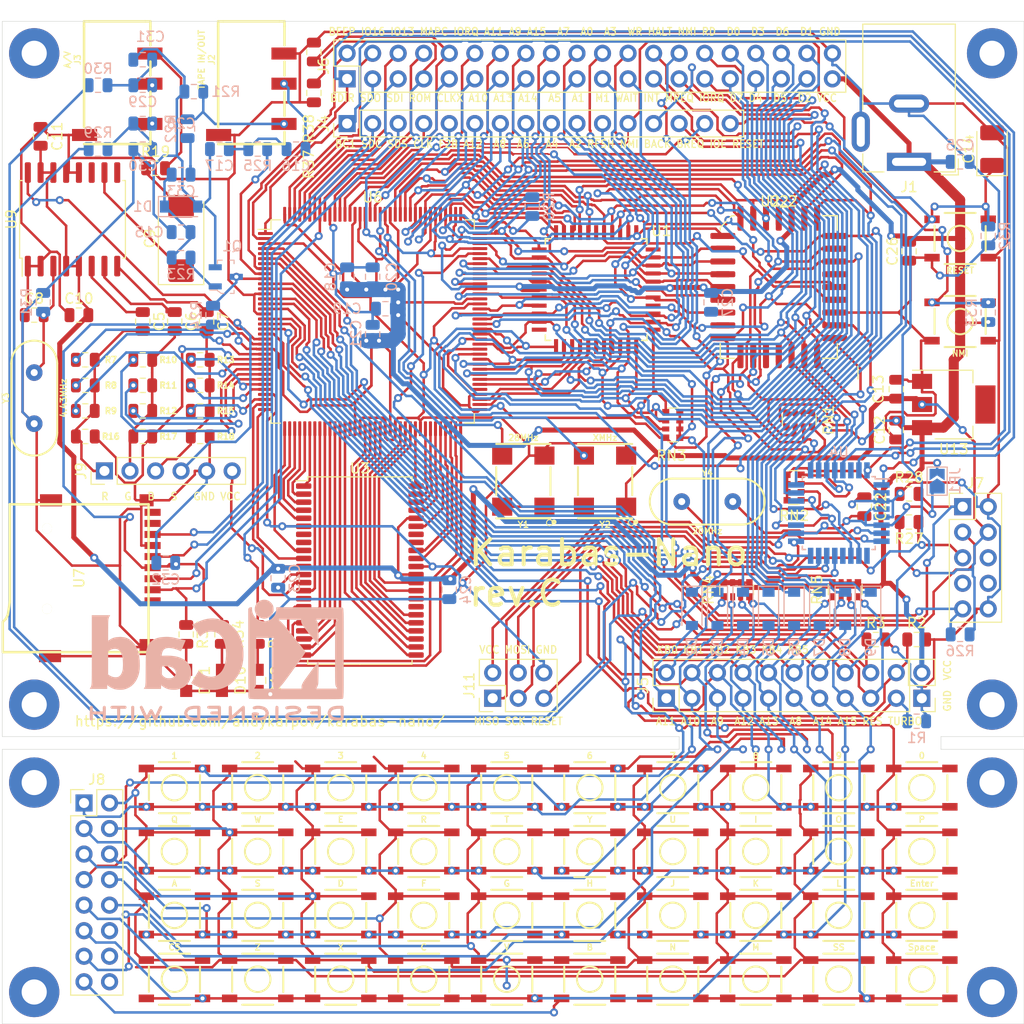
<source format=kicad_pcb>
(kicad_pcb (version 20171130) (host pcbnew "(5.1.12)-1")
  (layers (0 F.Cu signal) (31 B.Cu signal) (34 B.Paste user hide) (35 F.Paste user hide) (36 B.SilkS user hide) (37 F.SilkS user hide) (38 B.Mask user hide) (39 F.Mask user hide) (44 Edge.Cuts user))
  (net 0 "")
  (net 1 /A13)
  (net 2 /A12)
  (net 3 /A11)
  (net 4 /A10)
  (net 5 /A9)
  (net 6 /A8)
  (net 7 /A7)
  (net 8 /A6)
  (net 9 /A5)
  (net 10 /A4)
  (net 11 /A3)
  (net 12 /A2)
  (net 13 /A1)
  (net 14 /A0)
  (net 15 GND)
  (net 16 /D1)
  (net 17 /D0)
  (net 18 /D2)
  (net 19 VCC)
  (net 20 /D6)
  (net 21 /D5)
  (net 22 /D3)
  (net 23 /D4)
  (net 24 /CLK_CPU)
  (net 25 /MA15)
  (net 26 /MA17)
  (net 27 /~MWR)
  (net 28 /MA13)
  (net 29 /MA8)
  (net 30 /MA9)
  (net 31 /MA11)
  (net 32 /~MRD)
  (net 33 /MA10)
  (net 34 /MD7)
  (net 35 /MD6)
  (net 36 /MD5)
  (net 37 /MD4)
  (net 38 /MD3)
  (net 39 /MD2)
  (net 40 /MD1)
  (net 41 /MD0)
  (net 42 /MA0)
  (net 43 /MA1)
  (net 44 /MA2)
  (net 45 /MA3)
  (net 46 /MA4)
  (net 47 /MA5)
  (net 48 /MA6)
  (net 49 /MA7)
  (net 50 /MA12)
  (net 51 /MA14)
  (net 52 /MA18)
  (net 53 /A15)
  (net 54 /A14)
  (net 55 /~RFSH)
  (net 56 /~M1)
  (net 57 /~BUSREQ)
  (net 58 /~WAIT)
  (net 59 /~BUSACK)
  (net 60 /~WR)
  (net 61 /~RD)
  (net 62 /~IORQ)
  (net 63 /~MREQ)
  (net 64 /~HALT)
  (net 65 /~NMI)
  (net 66 /~INT)
  (net 67 /ROM_A14)
  (net 68 /ROM_A15)
  (net 69 +3V3)
  (net 70 /CLKX)
  (net 71 /~BUS_ROMCS)
  (net 72 /CLK_BUS)
  (net 73 /~BUS_IORQGE)
  (net 74 /~ROMCS)
  (net 75 /TDO)
  (net 76 /TCK)
  (net 77 /TMS)
  (net 78 /TDI)
  (net 79 "Net-(C5-Pad1)")
  (net 80 "Net-(C6-Pad1)")
  (net 81 "Net-(C7-Pad1)")
  (net 82 /R2)
  (net 83 /R1)
  (net 84 /R0)
  (net 85 /G2)
  (net 86 /G1)
  (net 87 /G0)
  (net 88 /B2)
  (net 89 /B1)
  (net 90 /B0)
  (net 91 "Net-(C8-Pad2)")
  (net 92 "Net-(C9-Pad2)")
  (net 93 "Net-(C9-Pad1)")
  (net 94 /CSYNC)
  (net 95 /CLK28)
  (net 96 ~RESET)
  (net 97 "Net-(C15-Pad2)")
  (net 98 "Net-(C16-Pad2)")
  (net 99 "Net-(C16-Pad1)")
  (net 100 "Net-(Q1-Pad1)")
  (net 101 TAPE_IN)
  (net 102 TAPE_OUT)
  (net 103 /MAGIC)
  (net 104 /TURBO)
  (net 105 /SPECIAL)
  (net 106 /KB7)
  (net 107 /KB6)
  (net 108 /KB5)
  (net 109 /KB4)
  (net 110 /KB3)
  (net 111 /KB2)
  (net 112 /KB1)
  (net 113 /KB0)
  (net 114 /IO16)
  (net 115 /IO13)
  (net 116 /BEEPER)
  (net 117 /KA11)
  (net 118 /KA10)
  (net 119 /KA9)
  (net 120 /KA12)
  (net 121 /KA13)
  (net 122 /KA8)
  (net 123 /KA14)
  (net 124 /KA15)
  (net 125 /MA19)
  (net 126 /MA20)
  (net 127 "Net-(U4-Pad8)")
  (net 128 "Net-(U4-Pad7)")
  (net 129 /AY_BC1)
  (net 130 /AY_OUT_R)
  (net 131 /AY_OUT_L)
  (net 132 /AY_BDIR)
  (net 133 "Net-(C28-Pad2)")
  (net 134 "Net-(C28-Pad1)")
  (net 135 "Net-(C29-Pad2)")
  (net 136 "Net-(C29-Pad1)")
  (net 137 "Net-(J3-Pad2)")
  (net 138 "Net-(J2-Pad4)")
  (net 139 /~SD_CS)
  (net 140 /SD_DI)
  (net 141 /SD_CLK)
  (net 142 /SD_DO)
  (net 143 /RED)
  (net 144 /GREEN)
  (net 145 /BLUE)
  (net 146 "Net-(C33-Pad2)")
  (net 147 "Net-(D10-Pad1)")
  (net 148 "Net-(D11-Pad1)")
  (net 149 "Net-(D12-Pad1)")
  (net 150 /IOE)
  (net 151 /~BTN_NMI)
  (net 152 /MAPCOND)
  (net 153 "Net-(J7-Pad8)")
  (net 154 "Net-(J7-Pad7)")
  (net 155 "Net-(J7-Pad6)")
  (net 156 "Net-(J8-Pad16)")
  (net 157 "Net-(J8-Pad14)")
  (net 158 "Net-(J8-Pad12)")
  (net 159 "Net-(U1-Pad11)")
  (net 160 "Net-(U1-Pad17)")
  (net 161 "Net-(U1-Pad33)")
  (net 162 "Net-(U1-Pad39)")
  (net 163 "Net-(U2-Pad26)")
  (net 164 "Net-(U2-Pad17)")
  (net 165 "Net-(U2-Pad12)")
  (net 166 "Net-(U2-Pad1)")
  (net 167 "Net-(U3-Pad38)")
  (net 168 "Net-(U3-Pad37)")
  (net 169 "Net-(U3-Pad30)")
  (net 170 "Net-(U3-Pad29)")
  (net 171 "Net-(U3-Pad15)")
  (net 172 "Net-(U3-Pad8)")
  (net 173 "Net-(U3-Pad7)")
  (net 174 "Net-(U4-Pad30)")
  (net 175 "Net-(U4-Pad22)")
  (net 176 "Net-(U4-Pad20)")
  (net 177 "Net-(U4-Pad19)")
  (net 178 "Net-(U4-Pad12)")
  (net 179 "Net-(U4-Pad9)")
  (net 180 "Net-(U4-Pad2)")
  (net 181 "Net-(U7-Pad9)")
  (net 182 "Net-(U9-Pad11)")
  (net 183 "Net-(U9-Pad9)")
  (net 184 /D7)
  (net 185 /MA16)
  (net 186 /VCCJP)
  (net 187 /AVR_SCK)
  (net 188 /AVR_MISO)
  (net 189 /AVR_MOSI)
  (module footprints:PLCC-32_11.4x14.0mm_P1.27mm-bigpads (layer F.Cu) (at 166.116 77.216)
    (fp_text reference U2_2 (at 0 -8.52) (layer F.SilkS))
    (fp_text value 27C512)
    (pad 1 smd roundrect (at 0 -6.8375) (size 0.6 2.475) (layers F.Cu F.Paste F.Mask) (net 166 "Net-(U2-Pad1)"))
    (pad 2 smd roundrect (at -1.27 -6.8375) (size 0.6 2.475) (layers F.Cu F.Paste F.Mask) (net 68 /ROM_A15))
    (pad 3 smd roundrect (at -2.54 -6.8375) (size 0.6 2.475) (layers F.Cu F.Paste F.Mask) (net 2 /A12))
    (pad 4 smd roundrect (at -3.81 -6.8375) (size 0.6 2.475) (layers F.Cu F.Paste F.Mask) (net 7 /A7))
    (pad 5 smd roundrect (at -5.5625 -5.08) (size 2.475 0.6) (layers F.Cu F.Paste F.Mask) (net 8 /A6))
    (pad 6 smd roundrect (at -5.5625 -3.81) (size 2.475 0.6) (layers F.Cu F.Paste F.Mask) (net 9 /A5))
    (pad 7 smd roundrect (at -5.5625 -2.54) (size 2.475 0.6) (layers F.Cu F.Paste F.Mask) (net 10 /A4))
    (pad 8 smd roundrect (at -5.5625 -1.27) (size 2.475 0.6) (layers F.Cu F.Paste F.Mask) (net 11 /A3))
    (pad 9 smd roundrect (at -5.5625 0) (size 2.475 0.6) (layers F.Cu F.Paste F.Mask) (net 12 /A2))
    (pad 10 smd roundrect (at -5.5625 1.27) (size 2.475 0.6) (layers F.Cu F.Paste F.Mask) (net 13 /A1))
    (pad 11 smd roundrect (at -5.5625 2.54) (size 2.475 0.6) (layers F.Cu F.Paste F.Mask) (net 14 /A0))
    (pad 12 smd roundrect (at -5.5625 3.81) (size 2.475 0.6) (layers F.Cu F.Paste F.Mask) (net 165 "Net-(U2-Pad12)"))
    (pad 13 smd roundrect (at -5.5625 5.08) (size 2.475 0.6) (layers F.Cu F.Paste F.Mask) (net 17 /D0))
    (pad 14 smd roundrect (at -3.81 6.8375) (size 0.6 2.475) (layers F.Cu F.Paste F.Mask) (net 16 /D1))
    (pad 15 smd roundrect (at -2.54 6.8375) (size 0.6 2.475) (layers F.Cu F.Paste F.Mask) (net 18 /D2))
    (pad 16 smd roundrect (at -1.27 6.8375) (size 0.6 2.475) (layers F.Cu F.Paste F.Mask))
    (pad 17 smd roundrect (at 0 6.8375) (size 0.6 2.475) (layers F.Cu F.Paste F.Mask) (net 164 "Net-(U2-Pad17)"))
    (pad 18 smd roundrect (at 1.27 6.8375) (size 0.6 2.475) (layers F.Cu F.Paste F.Mask) (net 22 /D3))
    (pad 19 smd roundrect (at 2.54 6.8375) (size 0.6 2.475) (layers F.Cu F.Paste F.Mask) (net 23 /D4))
    (pad 20 smd roundrect (at 3.81 6.8375) (size 0.6 2.475) (layers F.Cu F.Paste F.Mask) (net 21 /D5))
    (pad 21 smd roundrect (at 5.5625 5.08) (size 2.475 0.6) (layers F.Cu F.Paste F.Mask) (net 20 /D6))
    (pad 22 smd roundrect (at 5.5625 3.81) (size 2.475 0.6) (layers F.Cu F.Paste F.Mask) (net 184 /D7))
    (pad 23 smd roundrect (at 5.5625 2.54) (size 2.475 0.6) (layers F.Cu F.Paste F.Mask) (net 15 GND))
    (pad 24 smd roundrect (at 5.5625 1.27) (size 2.475 0.6) (layers F.Cu F.Paste F.Mask) (net 4 /A10))
    (pad 25 smd roundrect (at 5.5625 0) (size 2.475 0.6) (layers F.Cu F.Paste F.Mask) (net 74 /~ROMCS))
    (pad 26 smd roundrect (at 5.5625 -1.27) (size 2.475 0.6) (layers F.Cu F.Paste F.Mask) (net 163 "Net-(U2-Pad26)"))
    (pad 27 smd roundrect (at 5.5625 -2.54) (size 2.475 0.6) (layers F.Cu F.Paste F.Mask) (net 3 /A11))
    (pad 28 smd roundrect (at 5.5625 -3.81) (size 2.475 0.6) (layers F.Cu F.Paste F.Mask) (net 5 /A9))
    (pad 29 smd roundrect (at 5.5625 -5.08) (size 2.475 0.6) (layers F.Cu F.Paste F.Mask) (net 6 /A8))
    (pad 30 smd roundrect (at 3.81 -6.8375) (size 0.6 2.475) (layers F.Cu F.Paste F.Mask) (net 1 /A13))
    (pad 31 smd roundrect (at 2.54 -6.8375) (size 0.6 2.475) (layers F.Cu F.Paste F.Mask) (net 67 /ROM_A14))
    (pad 32 smd roundrect (at 1.27 -6.8375) (size 0.6 2.475) (layers F.Cu F.Paste F.Mask) (net 19 VCC))
  )
  (module Package_LCC:PLCC-32_11.4x14.0mm_P1.27mm (layer F.Cu) (at 166.116 77.216)
    (fp_text reference U2 (at 0 -8.52) (layer F.SilkS))
    (fp_text value 27C512)
    (pad 32 smd roundrect (at 1.27 -6.8375) (size 0.6 1.475) (layers F.Cu F.Paste F.Mask) (net 19 VCC))
    (pad 31 smd roundrect (at 2.54 -6.8375) (size 0.6 1.475) (layers F.Cu F.Paste F.Mask) (net 67 /ROM_A14))
    (pad 30 smd roundrect (at 3.81 -6.8375) (size 0.6 1.475) (layers F.Cu F.Paste F.Mask) (net 1 /A13))
    (pad 29 smd roundrect (at 5.5625 -5.08) (size 1.475 0.6) (layers F.Cu F.Paste F.Mask) (net 6 /A8))
    (pad 28 smd roundrect (at 5.5625 -3.81) (size 1.475 0.6) (layers F.Cu F.Paste F.Mask) (net 5 /A9))
    (pad 27 smd roundrect (at 5.5625 -2.54) (size 1.475 0.6) (layers F.Cu F.Paste F.Mask) (net 3 /A11))
    (pad 26 smd roundrect (at 5.5625 -1.27) (size 1.475 0.6) (layers F.Cu F.Paste F.Mask) (net 163 "Net-(U2-Pad26)"))
    (pad 25 smd roundrect (at 5.5625 0) (size 1.475 0.6) (layers F.Cu F.Paste F.Mask) (net 74 /~ROMCS))
    (pad 24 smd roundrect (at 5.5625 1.27) (size 1.475 0.6) (layers F.Cu F.Paste F.Mask) (net 4 /A10))
    (pad 23 smd roundrect (at 5.5625 2.54) (size 1.475 0.6) (layers F.Cu F.Paste F.Mask) (net 15 GND))
    (pad 22 smd roundrect (at 5.5625 3.81) (size 1.475 0.6) (layers F.Cu F.Paste F.Mask) (net 184 /D7))
    (pad 21 smd roundrect (at 5.5625 5.08) (size 1.475 0.6) (layers F.Cu F.Paste F.Mask) (net 20 /D6))
    (pad 20 smd roundrect (at 3.81 6.8375) (size 0.6 1.475) (layers F.Cu F.Paste F.Mask) (net 21 /D5))
    (pad 19 smd roundrect (at 2.54 6.8375) (size 0.6 1.475) (layers F.Cu F.Paste F.Mask) (net 23 /D4))
    (pad 18 smd roundrect (at 1.27 6.8375) (size 0.6 1.475) (layers F.Cu F.Paste F.Mask) (net 22 /D3))
    (pad 17 smd roundrect (at 0 6.8375) (size 0.6 1.475) (layers F.Cu F.Paste F.Mask) (net 164 "Net-(U2-Pad17)"))
    (pad 16 smd roundrect (at -1.27 6.8375) (size 0.6 1.475) (layers F.Cu F.Paste F.Mask))
    (pad 15 smd roundrect (at -2.54 6.8375) (size 0.6 1.475) (layers F.Cu F.Paste F.Mask) (net 18 /D2))
    (pad 14 smd roundrect (at -3.81 6.8375) (size 0.6 1.475) (layers F.Cu F.Paste F.Mask) (net 16 /D1))
    (pad 13 smd roundrect (at -5.5625 5.08) (size 1.475 0.6) (layers F.Cu F.Paste F.Mask) (net 17 /D0))
    (pad 12 smd roundrect (at -5.5625 3.81) (size 1.475 0.6) (layers F.Cu F.Paste F.Mask) (net 165 "Net-(U2-Pad12)"))
    (pad 11 smd roundrect (at -5.5625 2.54) (size 1.475 0.6) (layers F.Cu F.Paste F.Mask) (net 14 /A0))
    (pad 10 smd roundrect (at -5.5625 1.27) (size 1.475 0.6) (layers F.Cu F.Paste F.Mask) (net 13 /A1))
    (pad 9 smd roundrect (at -5.5625 0) (size 1.475 0.6) (layers F.Cu F.Paste F.Mask) (net 12 /A2))
    (pad 8 smd roundrect (at -5.5625 -1.27) (size 1.475 0.6) (layers F.Cu F.Paste F.Mask) (net 11 /A3))
    (pad 7 smd roundrect (at -5.5625 -2.54) (size 1.475 0.6) (layers F.Cu F.Paste F.Mask) (net 10 /A4))
    (pad 6 smd roundrect (at -5.5625 -3.81) (size 1.475 0.6) (layers F.Cu F.Paste F.Mask) (net 9 /A5))
    (pad 5 smd roundrect (at -5.5625 -5.08) (size 1.475 0.6) (layers F.Cu F.Paste F.Mask) (net 8 /A6))
    (pad 4 smd roundrect (at -3.81 -6.8375) (size 0.6 1.475) (layers F.Cu F.Paste F.Mask) (net 7 /A7))
    (pad 3 smd roundrect (at -2.54 -6.8375) (size 0.6 1.475) (layers F.Cu F.Paste F.Mask) (net 2 /A12))
    (pad 2 smd roundrect (at -1.27 -6.8375) (size 0.6 1.475) (layers F.Cu F.Paste F.Mask) (net 68 /ROM_A15))
    (pad 1 smd roundrect (at 0 -6.8375) (size 0.6 1.475) (layers F.Cu F.Paste F.Mask) (net 166 "Net-(U2-Pad1)"))
  )
  (module MountingHole:MountingHole_2.5mm_Pad (layer F.Cu) (at 91.948 126.492)
    (fp_text reference H5 hide)
    (fp_text value MountingHole)
    (pad 1 thru_hole circle (at 0.127 0) (size 5 5) (drill 2.5) (layers *.Cu *.Mask))
  )
  (module MountingHole:MountingHole_2.5mm_Pad (layer F.Cu) (at 187.452 147.32)
    (fp_text reference H8 hide)
    (fp_text value MountingHole)
    (pad 1 thru_hole circle (at -0.127 0) (size 5 5) (drill 2.5) (layers *.Cu *.Mask))
  )
  (module MountingHole:MountingHole_2.5mm_Pad (layer F.Cu) (at 187.452 126.492)
    (fp_text reference H7 hide)
    (fp_text value MountingHole)
    (pad 1 thru_hole circle (at -0.127 0) (size 5 5) (drill 2.5) (layers *.Cu *.Mask))
  )
  (module MountingHole:MountingHole_2.5mm_Pad (layer F.Cu) (at 91.948 147.32)
    (fp_text reference H6 hide)
    (fp_text value MountingHole)
    (pad 1 thru_hole circle (at 0.127 0) (size 5 5) (drill 2.5) (layers *.Cu *.Mask))
  )
  (module Capacitor_Tantalum_SMD:CP_EIA-3528-21_Kemet-B_Pad1.50x2.35mm_HandSolder (layer F.Cu) (at 187.325 63.5 90)
    (fp_text reference C14 (at 0 -2.35 90) (layer F.SilkS))
    (fp_text value 10uF)
    (pad 1 smd roundrect (at -1.625 0 90) (size 1.5 2.35) (layers F.Cu F.Paste F.Mask) (roundrect_rratio 0.166667) (net 96 ~RESET))
    (pad 2 smd roundrect (at 1.625 0 90) (size 1.5 2.35) (layers F.Cu F.Paste F.Mask) (roundrect_rratio 0.166667) (net 15 GND))
  )
  (module Resistor_SMD:R_0805_2012Metric (layer F.Cu) (at 175.768 112.268)
    (fp_text reference R3 (at 0 -1.65) (layer F.SilkS))
    (fp_text value 10k)
    (pad 1 smd roundrect (at -0.9375 0) (size 0.975 1.4) (layers F.Cu F.Paste F.Mask) (net 105 /SPECIAL))
    (pad 2 smd roundrect (at 0.9375 0) (size 0.975 1.4) (layers F.Cu F.Paste F.Mask) (net 15 GND))
  )
  (module Resistor_SMD:R_0805_2012Metric (layer F.Cu) (at 179.832 112.268)
    (fp_text reference R2 (at 0 -1.65) (layer F.SilkS))
    (fp_text value 10k)
    (pad 2 smd roundrect (at 0.9375 0) (size 0.975 1.4) (layers F.Cu F.Paste F.Mask) (net 15 GND))
    (pad 1 smd roundrect (at -0.9375 0) (size 0.975 1.4) (layers F.Cu F.Paste F.Mask) (net 103 /MAGIC))
  )
  (module Resistor_SMD:R_0805_2012Metric (layer B.Cu) (at 179.832 120.396)
    (fp_text reference R1 (at 0 1.65) (layer B.SilkS) (effects (justify mirror)))
    (fp_text value 10k)
    (pad 1 smd roundrect (at -0.9375 0) (size 0.975 1.4) (layers B.Cu B.Paste B.Mask) (net 104 /TURBO))
    (pad 2 smd roundrect (at 0.9375 0) (size 0.975 1.4) (layers B.Cu B.Paste B.Mask) (net 15 GND))
  )
  (module Capacitor_Tantalum_SMD:CP_EIA-7343-31_Kemet-D_Pad2.25x2.55mm_HandSolder (layer F.Cu) (at 106.68 72.39 90)
    (fp_text reference C9 (at 0 -3.1 90) (layer F.SilkS))
    (fp_text value 220uF)
    (pad 1 smd roundrect (at -3.2 0 90) (size 2.25 2.55) (layers F.Cu F.Paste F.Mask) (roundrect_rratio 0.111111) (net 93 "Net-(C9-Pad1)"))
    (pad 2 smd roundrect (at 3.2 0 90) (size 2.25 2.55) (layers F.Cu F.Paste F.Mask) (roundrect_rratio 0.111111) (net 92 "Net-(C9-Pad2)"))
  )
  (module Connector_PinHeader_2.54mm:PinHeader_1x02_P2.54mm_Vertical (layer F.Cu) (at 180.34 118.11 180)
    (fp_text reference J10 hide)
    (fp_text value PWR)
    (pad 1 thru_hole rect (at 0 0 180) (size 1.7 1.7) (drill 1) (layers *.Cu *.Mask) (net 15 GND))
    (pad 2 thru_hole oval (at 0 2.54 180) (size 1.7 1.7) (drill 1) (layers *.Cu *.Mask) (net 19 VCC))
  )
  (module Connector_PinHeader_2.54mm:PinHeader_1x16_P2.54mm_Vertical (layer F.Cu) (at 123.19 60.96 90)
    (fp_text reference J4 (at 0 -2.33 90) (layer F.SilkS))
    (fp_text value BUS)
    (pad 1 thru_hole rect (at 0 0 90) (size 1.7 1.7) (drill 1) (layers *.Cu *.Mask) (net 129 /AY_BC1))
    (pad 2 thru_hole oval (at 0 2.54 90) (size 1.7 1.7) (drill 1) (layers *.Cu *.Mask) (net 141 /SD_CLK))
    (pad 3 thru_hole oval (at 0 5.08 90) (size 1.7 1.7) (drill 1) (layers *.Cu *.Mask) (net 139 /~SD_CS))
    (pad 4 thru_hole oval (at 0 7.62 90) (size 1.7 1.7) (drill 1) (layers *.Cu *.Mask) (net 72 /CLK_BUS))
    (pad 5 thru_hole oval (at 0 10.16 90) (size 1.7 1.7) (drill 1) (layers *.Cu *.Mask) (net 95 /CLK28))
    (pad 6 thru_hole oval (at 0 12.7 90) (size 1.7 1.7) (drill 1) (layers *.Cu *.Mask) (net 2 /A12))
    (pad 7 thru_hole oval (at 0 15.24 90) (size 1.7 1.7) (drill 1) (layers *.Cu *.Mask) (net 6 /A8))
    (pad 8 thru_hole oval (at 0 17.78 90) (size 1.7 1.7) (drill 1) (layers *.Cu *.Mask) (net 8 /A6))
    (pad 9 thru_hole oval (at 0 20.32 90) (size 1.7 1.7) (drill 1) (layers *.Cu *.Mask) (net 10 /A4))
    (pad 10 thru_hole oval (at 0 22.86 90) (size 1.7 1.7) (drill 1) (layers *.Cu *.Mask) (net 12 /A2))
    (pad 11 thru_hole oval (at 0 25.4 90) (size 1.7 1.7) (drill 1) (layers *.Cu *.Mask) (net 55 /~RFSH))
    (pad 12 thru_hole oval (at 0 27.94 90) (size 1.7 1.7) (drill 1) (layers *.Cu *.Mask) (net 151 /~BTN_NMI))
    (pad 13 thru_hole oval (at 0 30.48 90) (size 1.7 1.7) (drill 1) (layers *.Cu *.Mask) (net 59 /~BUSACK))
    (pad 14 thru_hole oval (at 0 33.02 90) (size 1.7 1.7) (drill 1) (layers *.Cu *.Mask) (net 57 /~BUSREQ))
    (pad 15 thru_hole oval (at 0 35.56 90) (size 1.7 1.7) (drill 1) (layers *.Cu *.Mask) (net 150 /IOE))
    (pad 16 thru_hole oval (at 0 38.1 90) (size 1.7 1.7) (drill 1) (layers *.Cu *.Mask) (net 96 ~RESET))
  )
  (module Connector_PinHeader_2.54mm:PinHeader_2x03_P2.54mm_Vertical (layer F.Cu) (at 137.668 118.11 90)
    (fp_text reference J11 (at 1.27 -2.33 90) (layer F.SilkS))
    (fp_text value "AVR ISP")
    (pad 1 thru_hole rect (at 0 0 90) (size 1.7 1.7) (drill 1) (layers *.Cu *.Mask) (net 188 /AVR_MISO))
    (pad 2 thru_hole oval (at 2.54 0 90) (size 1.7 1.7) (drill 1) (layers *.Cu *.Mask) (net 186 /VCCJP))
    (pad 3 thru_hole oval (at 0 2.54 90) (size 1.7 1.7) (drill 1) (layers *.Cu *.Mask) (net 187 /AVR_SCK))
    (pad 4 thru_hole oval (at 2.54 2.54 90) (size 1.7 1.7) (drill 1) (layers *.Cu *.Mask) (net 189 /AVR_MOSI))
    (pad 5 thru_hole oval (at 0 5.08 90) (size 1.7 1.7) (drill 1) (layers *.Cu *.Mask) (net 96 ~RESET))
    (pad 6 thru_hole oval (at 2.54 5.08 90) (size 1.7 1.7) (drill 1) (layers *.Cu *.Mask) (net 15 GND))
  )
  (module AUDIO_JACK_3.5MM_SMD (layer F.Cu) (at 100.33 50.8 270)
    (fp_text reference J3 (at 3.81 3.937 90) (layer F.SilkS) (effects (font (size 0.6096 0.6096) (thickness 0.127))))
    (fp_text value A/V (at 3.81 4.953 90) (layer F.SilkS) (effects (font (size 0.6096 0.6096) (thickness 0.127))))
    (pad 1 smd rect (at 11.29792 3.24866 270) (size 1.19888 2.49936) (layers F.Cu F.Paste F.Mask) (net 15 GND))
    (pad 3 smd rect (at 6.1976 -3.24866 270) (size 1.19888 2.49936) (layers F.Cu F.Paste F.Mask) (net 135 "Net-(C29-Pad2)"))
    (pad 2 smd rect (at 3.19786 -3.24866 90) (size 1.19888 2.49936) (layers F.Cu F.Paste F.Mask) (net 137 "Net-(J3-Pad2)"))
    (pad 4 smd rect (at 10.1981 -3.24866 270) (size 1.19888 2.49936) (layers F.Cu F.Paste F.Mask) (net 133 "Net-(C28-Pad2)"))
    (pad "" np_thru_hole circle (at 1.59766 0 270) (size 1.19888 1.19888) (drill 1.19888) (layers *.Cu *.Mask))
    (pad "" np_thru_hole circle (at 8.5979 0 270) (size 1.19888 1.19888) (drill 1.19888) (layers *.Cu *.Mask))
  )
  (module AUDIO_JACK_3.5MM_SMD (layer F.Cu) (at 113.665 50.8 270)
    (fp_text reference J2 (at 3.81 3.937 90) (layer F.SilkS) (effects (font (size 0.6096 0.6096) (thickness 0.127))))
    (fp_text value "TAPE IN/OUT" (at 3.81 4.953 90) (layer F.SilkS) (effects (font (size 0.6096 0.6096) (thickness 0.127))))
    (pad "" np_thru_hole circle (at 8.5979 0 270) (size 1.19888 1.19888) (drill 1.19888) (layers *.Cu *.Mask))
    (pad "" np_thru_hole circle (at 1.59766 0 270) (size 1.19888 1.19888) (drill 1.19888) (layers *.Cu *.Mask))
    (pad 4 smd rect (at 10.1981 -3.24866 270) (size 1.19888 2.49936) (layers F.Cu F.Paste F.Mask) (net 138 "Net-(J2-Pad4)"))
    (pad 2 smd rect (at 3.19786 -3.24866 90) (size 1.19888 2.49936) (layers F.Cu F.Paste F.Mask) (net 15 GND))
    (pad 3 smd rect (at 6.1976 -3.24866 270) (size 1.19888 2.49936) (layers F.Cu F.Paste F.Mask) (net 98 "Net-(C16-Pad2)"))
    (pad 1 smd rect (at 11.29792 3.24866 270) (size 1.19888 2.49936) (layers F.Cu F.Paste F.Mask) (net 15 GND))
  )
  (module HC49US (layer F.Cu) (at 92.075 88.265 90)
    (fp_text reference Y3 (at 0 -2.8448 90) (layer F.SilkS) (effects (font (size 0.6096 0.6096) (thickness 0.127))))
    (fp_text value 4.43MHz (at 0 2.921 90) (layer F.SilkS) (effects (font (size 0.6096 0.6096) (thickness 0.127))))
    (pad 2 thru_hole circle (at 2.54 0 90) (size 1.651 1.651) (drill 0.6985) (layers *.Cu *.Mask) (net 91 "Net-(C8-Pad2)"))
    (pad 1 thru_hole circle (at -2.54 0 90) (size 1.651 1.651) (drill 0.6985) (layers *.Cu *.Mask) (net 15 GND))
  )
  (module HC49US (layer F.Cu) (at 159.004 98.552)
    (fp_text reference Y4 (at 0 -2.8448) (layer F.SilkS) (effects (font (size 0.6096 0.6096) (thickness 0.127))))
    (fp_text value 20MHz (at 0 2.921) (layer F.SilkS) (effects (font (size 0.6096 0.6096) (thickness 0.127))))
    (pad 1 thru_hole circle (at -2.54 0) (size 1.651 1.651) (drill 0.6985) (layers *.Cu *.Mask) (net 127 "Net-(U4-Pad8)"))
    (pad 2 thru_hole circle (at 2.54 0) (size 1.651 1.651) (drill 0.6985) (layers *.Cu *.Mask) (net 128 "Net-(U4-Pad7)"))
  )
  (module OSCILLATOR-SMD-7X5-4PAD (layer F.Cu) (at 148.844 96.52 90)
    (fp_text reference Y2 (at -4.318 0 180) (layer F.SilkS) (effects (font (size 0.6096 0.6096) (thickness 0.127))))
    (fp_text value XMHz (at 4.318 0 180) (layer F.SilkS) (effects (font (size 0.6096 0.6096) (thickness 0.127))))
    (pad 4 smd rect (at -2.54 -2.10312 180) (size 1.99898 1.79832) (layers F.Cu F.Paste F.Mask) (net 69 +3V3))
    (pad 3 smd rect (at 2.54 -2.10312 180) (size 1.99898 1.79832) (layers F.Cu F.Paste F.Mask) (net 70 /CLKX))
    (pad 2 smd rect (at 2.54 2.0955 180) (size 1.99898 1.79832) (layers F.Cu F.Paste F.Mask) (net 15 GND))
    (pad 1 smd rect (at -2.54 2.0955 180) (size 1.99898 1.79832) (layers F.Cu F.Paste F.Mask) (net 69 +3V3))
  )
  (module OSCILLATOR-SMD-7X5-4PAD (layer F.Cu) (at 140.716 96.52 90)
    (fp_text reference Y1 (at -4.318 0 180) (layer F.SilkS) (effects (font (size 0.6096 0.6096) (thickness 0.127))))
    (fp_text value 28MHz (at 4.318 0 180) (layer F.SilkS) (effects (font (size 0.6096 0.6096) (thickness 0.127))))
    (pad 1 smd rect (at -2.54 2.0955 180) (size 1.99898 1.79832) (layers F.Cu F.Paste F.Mask) (net 69 +3V3))
    (pad 2 smd rect (at 2.54 2.0955 180) (size 1.99898 1.79832) (layers F.Cu F.Paste F.Mask) (net 15 GND))
    (pad 3 smd rect (at 2.54 -2.10312 180) (size 1.99898 1.79832) (layers F.Cu F.Paste F.Mask) (net 95 /CLK28))
    (pad 4 smd rect (at -2.54 -2.10312 180) (size 1.99898 1.79832) (layers F.Cu F.Paste F.Mask) (net 69 +3V3))
  )
  (module TACTILE_SWITCH_SMD_5.2MM (layer F.Cu) (at 106.02 139.7 180)
    (fp_text reference SW14 hide)
    (fp_text value A (at 0 3.175 180) (layer F.SilkS) (effects (font (size 0.6096 0.6096) (thickness 0.127))))
    (pad 4 smd rect (at 2.794 1.905 270) (size 0.762 1.524) (layers F.Cu F.Paste F.Mask) (net 113 /KB0))
    (pad 3 smd rect (at -2.794 1.905 270) (size 0.762 1.524) (layers F.Cu F.Paste F.Mask) (net 113 /KB0))
    (pad 2 smd rect (at 2.794 -1.905 270) (size 0.762 1.524) (layers F.Cu F.Paste F.Mask) (net 119 /KA9))
    (pad 1 smd rect (at -2.794 -1.905 270) (size 0.762 1.524) (layers F.Cu F.Paste F.Mask) (net 119 /KA9))
  )
  (module TACTILE_SWITCH_SMD_5.2MM (layer F.Cu) (at 163.83 146.05 180)
    (fp_text reference SW36 hide)
    (fp_text value M (at 0 3.175 180) (layer F.SilkS) (effects (font (size 0.6096 0.6096) (thickness 0.127))))
    (pad 1 smd rect (at -2.794 -1.905 270) (size 0.762 1.524) (layers F.Cu F.Paste F.Mask) (net 124 /KA15))
    (pad 2 smd rect (at 2.794 -1.905 270) (size 0.762 1.524) (layers F.Cu F.Paste F.Mask) (net 124 /KA15))
    (pad 3 smd rect (at -2.794 1.905 270) (size 0.762 1.524) (layers F.Cu F.Paste F.Mask) (net 111 /KB2))
    (pad 4 smd rect (at 2.794 1.905 270) (size 0.762 1.524) (layers F.Cu F.Paste F.Mask) (net 111 /KB2))
  )
  (module TACTILE_SWITCH_SMD_5.2MM (layer F.Cu) (at 172.085 133.35 180)
    (fp_text reference SW37 hide)
    (fp_text value O (at 0 3.175 180) (layer F.SilkS) (effects (font (size 0.6096 0.6096) (thickness 0.127))))
    (pad 4 smd rect (at 2.794 1.905 270) (size 0.762 1.524) (layers F.Cu F.Paste F.Mask) (net 112 /KB1))
    (pad 3 smd rect (at -2.794 1.905 270) (size 0.762 1.524) (layers F.Cu F.Paste F.Mask) (net 112 /KB1))
    (pad 2 smd rect (at 2.794 -1.905 270) (size 0.762 1.524) (layers F.Cu F.Paste F.Mask) (net 121 /KA13))
    (pad 1 smd rect (at -2.794 -1.905 270) (size 0.762 1.524) (layers F.Cu F.Paste F.Mask) (net 121 /KA13))
  )
  (module TACTILE_SWITCH_SMD_5.2MM (layer F.Cu) (at 172.085 139.7 180)
    (fp_text reference SW38 hide)
    (fp_text value L (at 0 3.175 180) (layer F.SilkS) (effects (font (size 0.6096 0.6096) (thickness 0.127))))
    (pad 1 smd rect (at -2.794 -1.905 270) (size 0.762 1.524) (layers F.Cu F.Paste F.Mask) (net 123 /KA14))
    (pad 2 smd rect (at 2.794 -1.905 270) (size 0.762 1.524) (layers F.Cu F.Paste F.Mask) (net 123 /KA14))
    (pad 3 smd rect (at -2.794 1.905 270) (size 0.762 1.524) (layers F.Cu F.Paste F.Mask) (net 112 /KB1))
    (pad 4 smd rect (at 2.794 1.905 270) (size 0.762 1.524) (layers F.Cu F.Paste F.Mask) (net 112 /KB1))
  )
  (module TACTILE_SWITCH_SMD_5.2MM (layer F.Cu) (at 172.085 146.05 180)
    (fp_text reference SW39 hide)
    (fp_text value SS (at 0 3.175 180) (layer F.SilkS) (effects (font (size 0.6096 0.6096) (thickness 0.127))))
    (pad 4 smd rect (at 2.794 1.905 270) (size 0.762 1.524) (layers F.Cu F.Paste F.Mask) (net 112 /KB1))
    (pad 3 smd rect (at -2.794 1.905 270) (size 0.762 1.524) (layers F.Cu F.Paste F.Mask) (net 112 /KB1))
    (pad 2 smd rect (at 2.794 -1.905 270) (size 0.762 1.524) (layers F.Cu F.Paste F.Mask) (net 124 /KA15))
    (pad 1 smd rect (at -2.794 -1.905 270) (size 0.762 1.524) (layers F.Cu F.Paste F.Mask) (net 124 /KA15))
  )
  (module TACTILE_SWITCH_SMD_5.2MM (layer F.Cu) (at 180.34 133.35 180)
    (fp_text reference SW40 hide)
    (fp_text value P (at 0 3.175 180) (layer F.SilkS) (effects (font (size 0.6096 0.6096) (thickness 0.127))))
    (pad 1 smd rect (at -2.794 -1.905 270) (size 0.762 1.524) (layers F.Cu F.Paste F.Mask) (net 121 /KA13))
    (pad 2 smd rect (at 2.794 -1.905 270) (size 0.762 1.524) (layers F.Cu F.Paste F.Mask) (net 121 /KA13))
    (pad 3 smd rect (at -2.794 1.905 270) (size 0.762 1.524) (layers F.Cu F.Paste F.Mask) (net 113 /KB0))
    (pad 4 smd rect (at 2.794 1.905 270) (size 0.762 1.524) (layers F.Cu F.Paste F.Mask) (net 113 /KB0))
  )
  (module TACTILE_SWITCH_SMD_5.2MM (layer F.Cu) (at 180.34 146.05 180)
    (fp_text reference SW42 hide)
    (fp_text value Space (at 0 3.175 180) (layer F.SilkS) (effects (font (size 0.6096 0.6096) (thickness 0.127))))
    (pad 4 smd rect (at 2.794 1.905 270) (size 0.762 1.524) (layers F.Cu F.Paste F.Mask) (net 113 /KB0))
    (pad 3 smd rect (at -2.794 1.905 270) (size 0.762 1.524) (layers F.Cu F.Paste F.Mask) (net 113 /KB0))
    (pad 2 smd rect (at 2.794 -1.905 270) (size 0.762 1.524) (layers F.Cu F.Paste F.Mask) (net 124 /KA15))
    (pad 1 smd rect (at -2.794 -1.905 270) (size 0.762 1.524) (layers F.Cu F.Paste F.Mask) (net 124 /KA15))
  )
  (module TACTILE_SWITCH_SMD_5.2MM (layer F.Cu) (at 130.81 139.7 180)
    (fp_text reference SW23 hide)
    (fp_text value F (at 0 3.175 180) (layer F.SilkS) (effects (font (size 0.6096 0.6096) (thickness 0.127))))
    (pad 1 smd rect (at -2.794 -1.905 270) (size 0.762 1.524) (layers F.Cu F.Paste F.Mask) (net 119 /KA9))
    (pad 2 smd rect (at 2.794 -1.905 270) (size 0.762 1.524) (layers F.Cu F.Paste F.Mask) (net 119 /KA9))
    (pad 3 smd rect (at -2.794 1.905 270) (size 0.762 1.524) (layers F.Cu F.Paste F.Mask) (net 110 /KB3))
    (pad 4 smd rect (at 2.794 1.905 270) (size 0.762 1.524) (layers F.Cu F.Paste F.Mask) (net 110 /KB3))
  )
  (module TACTILE_SWITCH_SMD_5.2MM (layer F.Cu) (at 184.15 80.645)
    (fp_text reference SW2 hide)
    (fp_text value NMI (at 0 3.175) (layer F.SilkS) (effects (font (size 0.6096 0.6096) (thickness 0.127))))
    (pad 4 smd rect (at 2.794 1.905 90) (size 0.762 1.524) (layers F.Cu F.Paste F.Mask) (net 15 GND))
    (pad 3 smd rect (at -2.794 1.905 90) (size 0.762 1.524) (layers F.Cu F.Paste F.Mask) (net 15 GND))
    (pad 2 smd rect (at 2.794 -1.905 90) (size 0.762 1.524) (layers F.Cu F.Paste F.Mask) (net 151 /~BTN_NMI))
    (pad 1 smd rect (at -2.794 -1.905 90) (size 0.762 1.524) (layers F.Cu F.Paste F.Mask) (net 151 /~BTN_NMI))
  )
  (module TACTILE_SWITCH_SMD_5.2MM (layer F.Cu) (at 163.83 139.7 180)
    (fp_text reference SW35 hide)
    (fp_text value K (at 0 3.175 180) (layer F.SilkS) (effects (font (size 0.6096 0.6096) (thickness 0.127))))
    (pad 1 smd rect (at -2.794 -1.905 270) (size 0.762 1.524) (layers F.Cu F.Paste F.Mask) (net 123 /KA14))
    (pad 2 smd rect (at 2.794 -1.905 270) (size 0.762 1.524) (layers F.Cu F.Paste F.Mask) (net 123 /KA14))
    (pad 3 smd rect (at -2.794 1.905 270) (size 0.762 1.524) (layers F.Cu F.Paste F.Mask) (net 111 /KB2))
    (pad 4 smd rect (at 2.794 1.905 270) (size 0.762 1.524) (layers F.Cu F.Paste F.Mask) (net 111 /KB2))
  )
  (module TACTILE_SWITCH_SMD_5.2MM (layer F.Cu) (at 155.575 146.05 180)
    (fp_text reference SW33 hide)
    (fp_text value N (at 0 3.175 180) (layer F.SilkS) (effects (font (size 0.6096 0.6096) (thickness 0.127))))
    (pad 4 smd rect (at 2.794 1.905 270) (size 0.762 1.524) (layers F.Cu F.Paste F.Mask) (net 110 /KB3))
    (pad 3 smd rect (at -2.794 1.905 270) (size 0.762 1.524) (layers F.Cu F.Paste F.Mask) (net 110 /KB3))
    (pad 2 smd rect (at 2.794 -1.905 270) (size 0.762 1.524) (layers F.Cu F.Paste F.Mask) (net 124 /KA15))
    (pad 1 smd rect (at -2.794 -1.905 270) (size 0.762 1.524) (layers F.Cu F.Paste F.Mask) (net 124 /KA15))
  )
  (module TACTILE_SWITCH_SMD_5.2MM (layer F.Cu) (at 155.575 139.7 180)
    (fp_text reference SW32 hide)
    (fp_text value J (at 0 3.175 180) (layer F.SilkS) (effects (font (size 0.6096 0.6096) (thickness 0.127))))
    (pad 1 smd rect (at -2.794 -1.905 270) (size 0.762 1.524) (layers F.Cu F.Paste F.Mask) (net 123 /KA14))
    (pad 2 smd rect (at 2.794 -1.905 270) (size 0.762 1.524) (layers F.Cu F.Paste F.Mask) (net 123 /KA14))
    (pad 3 smd rect (at -2.794 1.905 270) (size 0.762 1.524) (layers F.Cu F.Paste F.Mask) (net 110 /KB3))
    (pad 4 smd rect (at 2.794 1.905 270) (size 0.762 1.524) (layers F.Cu F.Paste F.Mask) (net 110 /KB3))
  )
  (module TACTILE_SWITCH_SMD_5.2MM (layer F.Cu) (at 155.575 133.35 180)
    (fp_text reference SW31 hide)
    (fp_text value U (at 0 3.175 180) (layer F.SilkS) (effects (font (size 0.6096 0.6096) (thickness 0.127))))
    (pad 4 smd rect (at 2.794 1.905 270) (size 0.762 1.524) (layers F.Cu F.Paste F.Mask) (net 110 /KB3))
    (pad 3 smd rect (at -2.794 1.905 270) (size 0.762 1.524) (layers F.Cu F.Paste F.Mask) (net 110 /KB3))
    (pad 2 smd rect (at 2.794 -1.905 270) (size 0.762 1.524) (layers F.Cu F.Paste F.Mask) (net 121 /KA13))
    (pad 1 smd rect (at -2.794 -1.905 270) (size 0.762 1.524) (layers F.Cu F.Paste F.Mask) (net 121 /KA13))
  )
  (module TACTILE_SWITCH_SMD_5.2MM (layer F.Cu) (at 147.32 146.05 180)
    (fp_text reference SW30 hide)
    (fp_text value B (at 0 3.175 180) (layer F.SilkS) (effects (font (size 0.6096 0.6096) (thickness 0.127))))
    (pad 1 smd rect (at -2.794 -1.905 270) (size 0.762 1.524) (layers F.Cu F.Paste F.Mask) (net 124 /KA15))
    (pad 2 smd rect (at 2.794 -1.905 270) (size 0.762 1.524) (layers F.Cu F.Paste F.Mask) (net 124 /KA15))
    (pad 3 smd rect (at -2.794 1.905 270) (size 0.762 1.524) (layers F.Cu F.Paste F.Mask) (net 109 /KB4))
    (pad 4 smd rect (at 2.794 1.905 270) (size 0.762 1.524) (layers F.Cu F.Paste F.Mask) (net 109 /KB4))
  )
  (module TACTILE_SWITCH_SMD_5.2MM (layer F.Cu) (at 147.32 139.7 180)
    (fp_text reference SW29 hide)
    (fp_text value H (at 0 3.175 180) (layer F.SilkS) (effects (font (size 0.6096 0.6096) (thickness 0.127))))
    (pad 4 smd rect (at 2.794 1.905 270) (size 0.762 1.524) (layers F.Cu F.Paste F.Mask) (net 109 /KB4))
    (pad 3 smd rect (at -2.794 1.905 270) (size 0.762 1.524) (layers F.Cu F.Paste F.Mask) (net 109 /KB4))
    (pad 2 smd rect (at 2.794 -1.905 270) (size 0.762 1.524) (layers F.Cu F.Paste F.Mask) (net 123 /KA14))
    (pad 1 smd rect (at -2.794 -1.905 270) (size 0.762 1.524) (layers F.Cu F.Paste F.Mask) (net 123 /KA14))
  )
  (module TACTILE_SWITCH_SMD_5.2MM (layer F.Cu) (at 147.32 133.35 180)
    (fp_text reference SW28 hide)
    (fp_text value Y (at 0 3.175 180) (layer F.SilkS) (effects (font (size 0.6096 0.6096) (thickness 0.127))))
    (pad 1 smd rect (at -2.794 -1.905 270) (size 0.762 1.524) (layers F.Cu F.Paste F.Mask) (net 121 /KA13))
    (pad 2 smd rect (at 2.794 -1.905 270) (size 0.762 1.524) (layers F.Cu F.Paste F.Mask) (net 121 /KA13))
    (pad 3 smd rect (at -2.794 1.905 270) (size 0.762 1.524) (layers F.Cu F.Paste F.Mask) (net 109 /KB4))
    (pad 4 smd rect (at 2.794 1.905 270) (size 0.762 1.524) (layers F.Cu F.Paste F.Mask) (net 109 /KB4))
  )
  (module TACTILE_SWITCH_SMD_5.2MM (layer F.Cu) (at 139.065 146.05 180)
    (fp_text reference SW27 hide)
    (fp_text value V (at 0 3.175 180) (layer F.SilkS) (effects (font (size 0.6096 0.6096) (thickness 0.127))))
    (pad 4 smd rect (at 2.794 1.905 270) (size 0.762 1.524) (layers F.Cu F.Paste F.Mask) (net 109 /KB4))
    (pad 3 smd rect (at -2.794 1.905 270) (size 0.762 1.524) (layers F.Cu F.Paste F.Mask) (net 109 /KB4))
    (pad 2 smd rect (at 2.794 -1.905 270) (size 0.762 1.524) (layers F.Cu F.Paste F.Mask) (net 122 /KA8))
    (pad 1 smd rect (at -2.794 -1.905 270) (size 0.762 1.524) (layers F.Cu F.Paste F.Mask) (net 122 /KA8))
  )
  (module TACTILE_SWITCH_SMD_5.2MM (layer F.Cu) (at 139.065 139.7 180)
    (fp_text reference SW26 hide)
    (fp_text value G (at 0 3.175 180) (layer F.SilkS) (effects (font (size 0.6096 0.6096) (thickness 0.127))))
    (pad 1 smd rect (at -2.794 -1.905 270) (size 0.762 1.524) (layers F.Cu F.Paste F.Mask) (net 119 /KA9))
    (pad 2 smd rect (at 2.794 -1.905 270) (size 0.762 1.524) (layers F.Cu F.Paste F.Mask) (net 119 /KA9))
    (pad 3 smd rect (at -2.794 1.905 270) (size 0.762 1.524) (layers F.Cu F.Paste F.Mask) (net 109 /KB4))
    (pad 4 smd rect (at 2.794 1.905 270) (size 0.762 1.524) (layers F.Cu F.Paste F.Mask) (net 109 /KB4))
  )
  (module TACTILE_SWITCH_SMD_5.2MM (layer F.Cu) (at 139.065 133.35 180)
    (fp_text reference SW25 hide)
    (fp_text value T (at 0 3.175 180) (layer F.SilkS) (effects (font (size 0.6096 0.6096) (thickness 0.127))))
    (pad 4 smd rect (at 2.794 1.905 270) (size 0.762 1.524) (layers F.Cu F.Paste F.Mask) (net 109 /KB4))
    (pad 3 smd rect (at -2.794 1.905 270) (size 0.762 1.524) (layers F.Cu F.Paste F.Mask) (net 109 /KB4))
    (pad 2 smd rect (at 2.794 -1.905 270) (size 0.762 1.524) (layers F.Cu F.Paste F.Mask) (net 118 /KA10))
    (pad 1 smd rect (at -2.794 -1.905 270) (size 0.762 1.524) (layers F.Cu F.Paste F.Mask) (net 118 /KA10))
  )
  (module TACTILE_SWITCH_SMD_5.2MM (layer F.Cu) (at 163.83 133.35 180)
    (fp_text reference SW34 hide)
    (fp_text value I (at 0 3.175 180) (layer F.SilkS) (effects (font (size 0.6096 0.6096) (thickness 0.127))))
    (pad 1 smd rect (at -2.794 -1.905 270) (size 0.762 1.524) (layers F.Cu F.Paste F.Mask) (net 121 /KA13))
    (pad 2 smd rect (at 2.794 -1.905 270) (size 0.762 1.524) (layers F.Cu F.Paste F.Mask) (net 121 /KA13))
    (pad 3 smd rect (at -2.794 1.905 270) (size 0.762 1.524) (layers F.Cu F.Paste F.Mask) (net 111 /KB2))
    (pad 4 smd rect (at 2.794 1.905 270) (size 0.762 1.524) (layers F.Cu F.Paste F.Mask) (net 111 /KB2))
  )
  (module TACTILE_SWITCH_SMD_5.2MM (layer F.Cu) (at 184.15 72.39)
    (fp_text reference SW1 hide)
    (fp_text value RESET (at 0 3.175) (layer F.SilkS) (effects (font (size 0.6096 0.6096) (thickness 0.127))))
    (pad 4 smd rect (at 2.794 1.905 90) (size 0.762 1.524) (layers F.Cu F.Paste F.Mask) (net 15 GND))
    (pad 3 smd rect (at -2.794 1.905 90) (size 0.762 1.524) (layers F.Cu F.Paste F.Mask) (net 15 GND))
    (pad 2 smd rect (at 2.794 -1.905 90) (size 0.762 1.524) (layers F.Cu F.Paste F.Mask) (net 96 ~RESET))
    (pad 1 smd rect (at -2.794 -1.905 90) (size 0.762 1.524) (layers F.Cu F.Paste F.Mask) (net 96 ~RESET))
  )
  (module TACTILE_SWITCH_SMD_5.2MM (layer F.Cu) (at 130.81 146.05 180)
    (fp_text reference SW24 hide)
    (fp_text value C (at 0 3.175 180) (layer F.SilkS) (effects (font (size 0.6096 0.6096) (thickness 0.127))))
    (pad 1 smd rect (at -2.794 -1.905 270) (size 0.762 1.524) (layers F.Cu F.Paste F.Mask) (net 122 /KA8))
    (pad 2 smd rect (at 2.794 -1.905 270) (size 0.762 1.524) (layers F.Cu F.Paste F.Mask) (net 122 /KA8))
    (pad 3 smd rect (at -2.794 1.905 270) (size 0.762 1.524) (layers F.Cu F.Paste F.Mask) (net 110 /KB3))
    (pad 4 smd rect (at 2.794 1.905 270) (size 0.762 1.524) (layers F.Cu F.Paste F.Mask) (net 110 /KB3))
  )
  (module TACTILE_SWITCH_SMD_5.2MM (layer F.Cu) (at 130.81 133.35 180)
    (fp_text reference SW22 hide)
    (fp_text value R (at 0 3.175 180) (layer F.SilkS) (effects (font (size 0.6096 0.6096) (thickness 0.127))))
    (pad 4 smd rect (at 2.794 1.905 270) (size 0.762 1.524) (layers F.Cu F.Paste F.Mask) (net 110 /KB3))
    (pad 3 smd rect (at -2.794 1.905 270) (size 0.762 1.524) (layers F.Cu F.Paste F.Mask) (net 110 /KB3))
    (pad 2 smd rect (at 2.794 -1.905 270) (size 0.762 1.524) (layers F.Cu F.Paste F.Mask) (net 118 /KA10))
    (pad 1 smd rect (at -2.794 -1.905 270) (size 0.762 1.524) (layers F.Cu F.Paste F.Mask) (net 118 /KA10))
  )
  (module TACTILE_SWITCH_SMD_5.2MM (layer F.Cu) (at 122.555 146.05 180)
    (fp_text reference SW21 hide)
    (fp_text value X (at 0 3.175 180) (layer F.SilkS) (effects (font (size 0.6096 0.6096) (thickness 0.127))))
    (pad 1 smd rect (at -2.794 -1.905 270) (size 0.762 1.524) (layers F.Cu F.Paste F.Mask) (net 122 /KA8))
    (pad 2 smd rect (at 2.794 -1.905 270) (size 0.762 1.524) (layers F.Cu F.Paste F.Mask) (net 122 /KA8))
    (pad 3 smd rect (at -2.794 1.905 270) (size 0.762 1.524) (layers F.Cu F.Paste F.Mask) (net 111 /KB2))
    (pad 4 smd rect (at 2.794 1.905 270) (size 0.762 1.524) (layers F.Cu F.Paste F.Mask) (net 111 /KB2))
  )
  (module TACTILE_SWITCH_SMD_5.2MM (layer F.Cu) (at 122.555 139.7 180)
    (fp_text reference SW20 hide)
    (fp_text value D (at 0 3.175 180) (layer F.SilkS) (effects (font (size 0.6096 0.6096) (thickness 0.127))))
    (pad 4 smd rect (at 2.794 1.905 270) (size 0.762 1.524) (layers F.Cu F.Paste F.Mask) (net 111 /KB2))
    (pad 3 smd rect (at -2.794 1.905 270) (size 0.762 1.524) (layers F.Cu F.Paste F.Mask) (net 111 /KB2))
    (pad 2 smd rect (at 2.794 -1.905 270) (size 0.762 1.524) (layers F.Cu F.Paste F.Mask) (net 119 /KA9))
    (pad 1 smd rect (at -2.794 -1.905 270) (size 0.762 1.524) (layers F.Cu F.Paste F.Mask) (net 119 /KA9))
  )
  (module TACTILE_SWITCH_SMD_5.2MM (layer F.Cu) (at 122.555 133.35 180)
    (fp_text reference SW19 hide)
    (fp_text value E (at 0 3.175 180) (layer F.SilkS) (effects (font (size 0.6096 0.6096) (thickness 0.127))))
    (pad 1 smd rect (at -2.794 -1.905 270) (size 0.762 1.524) (layers F.Cu F.Paste F.Mask) (net 118 /KA10))
    (pad 2 smd rect (at 2.794 -1.905 270) (size 0.762 1.524) (layers F.Cu F.Paste F.Mask) (net 118 /KA10))
    (pad 3 smd rect (at -2.794 1.905 270) (size 0.762 1.524) (layers F.Cu F.Paste F.Mask) (net 111 /KB2))
    (pad 4 smd rect (at 2.794 1.905 270) (size 0.762 1.524) (layers F.Cu F.Paste F.Mask) (net 111 /KB2))
  )
  (module TACTILE_SWITCH_SMD_5.2MM (layer F.Cu) (at 114.3 146.05 180)
    (fp_text reference SW18 hide)
    (fp_text value Z (at 0 3.175 180) (layer F.SilkS) (effects (font (size 0.6096 0.6096) (thickness 0.127))))
    (pad 4 smd rect (at 2.794 1.905 270) (size 0.762 1.524) (layers F.Cu F.Paste F.Mask) (net 112 /KB1))
    (pad 3 smd rect (at -2.794 1.905 270) (size 0.762 1.524) (layers F.Cu F.Paste F.Mask) (net 112 /KB1))
    (pad 2 smd rect (at 2.794 -1.905 270) (size 0.762 1.524) (layers F.Cu F.Paste F.Mask) (net 122 /KA8))
    (pad 1 smd rect (at -2.794 -1.905 270) (size 0.762 1.524) (layers F.Cu F.Paste F.Mask) (net 122 /KA8))
  )
  (module TACTILE_SWITCH_SMD_5.2MM (layer F.Cu) (at 114.3 139.7 180)
    (fp_text reference SW17 hide)
    (fp_text value S (at 0 3.175 180) (layer F.SilkS) (effects (font (size 0.6096 0.6096) (thickness 0.127))))
    (pad 1 smd rect (at -2.794 -1.905 270) (size 0.762 1.524) (layers F.Cu F.Paste F.Mask) (net 119 /KA9))
    (pad 2 smd rect (at 2.794 -1.905 270) (size 0.762 1.524) (layers F.Cu F.Paste F.Mask) (net 119 /KA9))
    (pad 3 smd rect (at -2.794 1.905 270) (size 0.762 1.524) (layers F.Cu F.Paste F.Mask) (net 112 /KB1))
    (pad 4 smd rect (at 2.794 1.905 270) (size 0.762 1.524) (layers F.Cu F.Paste F.Mask) (net 112 /KB1))
  )
  (module TACTILE_SWITCH_SMD_5.2MM (layer F.Cu) (at 114.3 133.35 180)
    (fp_text reference SW16 hide)
    (fp_text value W (at 0 3.175 180) (layer F.SilkS) (effects (font (size 0.6096 0.6096) (thickness 0.127))))
    (pad 4 smd rect (at 2.794 1.905 270) (size 0.762 1.524) (layers F.Cu F.Paste F.Mask) (net 112 /KB1))
    (pad 3 smd rect (at -2.794 1.905 270) (size 0.762 1.524) (layers F.Cu F.Paste F.Mask) (net 112 /KB1))
    (pad 2 smd rect (at 2.794 -1.905 270) (size 0.762 1.524) (layers F.Cu F.Paste F.Mask) (net 118 /KA10))
    (pad 1 smd rect (at -2.794 -1.905 270) (size 0.762 1.524) (layers F.Cu F.Paste F.Mask) (net 118 /KA10))
  )
  (module TACTILE_SWITCH_SMD_5.2MM (layer F.Cu) (at 106.02 146.05 180)
    (fp_text reference SW15 hide)
    (fp_text value CS (at 0 3.175 180) (layer F.SilkS) (effects (font (size 0.6096 0.6096) (thickness 0.127))))
    (pad 1 smd rect (at -2.794 -1.905 270) (size 0.762 1.524) (layers F.Cu F.Paste F.Mask) (net 122 /KA8))
    (pad 2 smd rect (at 2.794 -1.905 270) (size 0.762 1.524) (layers F.Cu F.Paste F.Mask) (net 122 /KA8))
    (pad 3 smd rect (at -2.794 1.905 270) (size 0.762 1.524) (layers F.Cu F.Paste F.Mask) (net 113 /KB0))
    (pad 4 smd rect (at 2.794 1.905 270) (size 0.762 1.524) (layers F.Cu F.Paste F.Mask) (net 113 /KB0))
  )
  (module TACTILE_SWITCH_SMD_5.2MM (layer F.Cu) (at 106.02 133.35 180)
    (fp_text reference SW13 hide)
    (fp_text value Q (at 0 3.175 180) (layer F.SilkS) (effects (font (size 0.6096 0.6096) (thickness 0.127))))
    (pad 4 smd rect (at 2.794 1.905 270) (size 0.762 1.524) (layers F.Cu F.Paste F.Mask) (net 113 /KB0))
    (pad 3 smd rect (at -2.794 1.905 270) (size 0.762 1.524) (layers F.Cu F.Paste F.Mask) (net 113 /KB0))
    (pad 2 smd rect (at 2.794 -1.905 270) (size 0.762 1.524) (layers F.Cu F.Paste F.Mask) (net 118 /KA10))
    (pad 1 smd rect (at -2.794 -1.905 270) (size 0.762 1.524) (layers F.Cu F.Paste F.Mask) (net 118 /KA10))
  )
  (module TACTILE_SWITCH_SMD_5.2MM (layer F.Cu) (at 180.34 127 180)
    (fp_text reference SW12 hide)
    (fp_text value 0 (at 0 3.175 180) (layer F.SilkS) (effects (font (size 0.6096 0.6096) (thickness 0.127))))
    (pad 1 smd rect (at -2.794 -1.905 270) (size 0.762 1.524) (layers F.Cu F.Paste F.Mask) (net 120 /KA12))
    (pad 2 smd rect (at 2.794 -1.905 270) (size 0.762 1.524) (layers F.Cu F.Paste F.Mask) (net 120 /KA12))
    (pad 3 smd rect (at -2.794 1.905 270) (size 0.762 1.524) (layers F.Cu F.Paste F.Mask) (net 113 /KB0))
    (pad 4 smd rect (at 2.794 1.905 270) (size 0.762 1.524) (layers F.Cu F.Paste F.Mask) (net 113 /KB0))
  )
  (module TACTILE_SWITCH_SMD_5.2MM (layer F.Cu) (at 180.34 139.7 180)
    (fp_text reference SW41 hide)
    (fp_text value Enter (at 0 3.175 180) (layer F.SilkS) (effects (font (size 0.6096 0.6096) (thickness 0.127))))
    (pad 4 smd rect (at 2.794 1.905 270) (size 0.762 1.524) (layers F.Cu F.Paste F.Mask) (net 113 /KB0))
    (pad 3 smd rect (at -2.794 1.905 270) (size 0.762 1.524) (layers F.Cu F.Paste F.Mask) (net 113 /KB0))
    (pad 2 smd rect (at 2.794 -1.905 270) (size 0.762 1.524) (layers F.Cu F.Paste F.Mask) (net 123 /KA14))
    (pad 1 smd rect (at -2.794 -1.905 270) (size 0.762 1.524) (layers F.Cu F.Paste F.Mask) (net 123 /KA14))
  )
  (module TACTILE_SWITCH_SMD_5.2MM (layer F.Cu) (at 114.3 127 180)
    (fp_text reference SW4 hide)
    (fp_text value 2 (at 0 3.175 180) (layer F.SilkS) (effects (font (size 0.6096 0.6096) (thickness 0.127))))
    (pad 1 smd rect (at -2.794 -1.905 270) (size 0.762 1.524) (layers F.Cu F.Paste F.Mask) (net 117 /KA11))
    (pad 2 smd rect (at 2.794 -1.905 270) (size 0.762 1.524) (layers F.Cu F.Paste F.Mask) (net 117 /KA11))
    (pad 3 smd rect (at -2.794 1.905 270) (size 0.762 1.524) (layers F.Cu F.Paste F.Mask) (net 112 /KB1))
    (pad 4 smd rect (at 2.794 1.905 270) (size 0.762 1.524) (layers F.Cu F.Paste F.Mask) (net 112 /KB1))
  )
  (module TACTILE_SWITCH_SMD_5.2MM (layer F.Cu) (at 122.555 127 180)
    (fp_text reference SW5 hide)
    (fp_text value 3 (at 0 3.175 180) (layer F.SilkS) (effects (font (size 0.6096 0.6096) (thickness 0.127))))
    (pad 4 smd rect (at 2.794 1.905 270) (size 0.762 1.524) (layers F.Cu F.Paste F.Mask) (net 111 /KB2))
    (pad 3 smd rect (at -2.794 1.905 270) (size 0.762 1.524) (layers F.Cu F.Paste F.Mask) (net 111 /KB2))
    (pad 2 smd rect (at 2.794 -1.905 270) (size 0.762 1.524) (layers F.Cu F.Paste F.Mask) (net 117 /KA11))
    (pad 1 smd rect (at -2.794 -1.905 270) (size 0.762 1.524) (layers F.Cu F.Paste F.Mask) (net 117 /KA11))
  )
  (module TACTILE_SWITCH_SMD_5.2MM (layer F.Cu) (at 106.02 127 180)
    (fp_text reference SW3 hide)
    (fp_text value 1 (at 0 3.175 180) (layer F.SilkS) (effects (font (size 0.6096 0.6096) (thickness 0.127))))
    (pad 1 smd rect (at -2.794 -1.905 270) (size 0.762 1.524) (layers F.Cu F.Paste F.Mask) (net 117 /KA11))
    (pad 2 smd rect (at 2.794 -1.905 270) (size 0.762 1.524) (layers F.Cu F.Paste F.Mask) (net 117 /KA11))
    (pad 3 smd rect (at -2.794 1.905 270) (size 0.762 1.524) (layers F.Cu F.Paste F.Mask) (net 113 /KB0))
    (pad 4 smd rect (at 2.794 1.905 270) (size 0.762 1.524) (layers F.Cu F.Paste F.Mask) (net 113 /KB0))
  )
  (module TACTILE_SWITCH_SMD_5.2MM (layer F.Cu) (at 130.81 127 180)
    (fp_text reference SW6 hide)
    (fp_text value 4 (at 0 3.175 180) (layer F.SilkS) (effects (font (size 0.6096 0.6096) (thickness 0.127))))
    (pad 4 smd rect (at 2.794 1.905 270) (size 0.762 1.524) (layers F.Cu F.Paste F.Mask) (net 110 /KB3))
    (pad 3 smd rect (at -2.794 1.905 270) (size 0.762 1.524) (layers F.Cu F.Paste F.Mask) (net 110 /KB3))
    (pad 2 smd rect (at 2.794 -1.905 270) (size 0.762 1.524) (layers F.Cu F.Paste F.Mask) (net 117 /KA11))
    (pad 1 smd rect (at -2.794 -1.905 270) (size 0.762 1.524) (layers F.Cu F.Paste F.Mask) (net 117 /KA11))
  )
  (module TACTILE_SWITCH_SMD_5.2MM (layer F.Cu) (at 139.065 127 180)
    (fp_text reference SW7 hide)
    (fp_text value 5 (at 0 3.175 180) (layer F.SilkS) (effects (font (size 0.6096 0.6096) (thickness 0.127))))
    (pad 1 smd rect (at -2.794 -1.905 270) (size 0.762 1.524) (layers F.Cu F.Paste F.Mask) (net 117 /KA11))
    (pad 2 smd rect (at 2.794 -1.905 270) (size 0.762 1.524) (layers F.Cu F.Paste F.Mask) (net 117 /KA11))
    (pad 3 smd rect (at -2.794 1.905 270) (size 0.762 1.524) (layers F.Cu F.Paste F.Mask) (net 109 /KB4))
    (pad 4 smd rect (at 2.794 1.905 270) (size 0.762 1.524) (layers F.Cu F.Paste F.Mask) (net 109 /KB4))
  )
  (module TACTILE_SWITCH_SMD_5.2MM (layer F.Cu) (at 147.32 127 180)
    (fp_text reference SW8 hide)
    (fp_text value 6 (at 0 3.175 180) (layer F.SilkS) (effects (font (size 0.6096 0.6096) (thickness 0.127))))
    (pad 4 smd rect (at 2.794 1.905 270) (size 0.762 1.524) (layers F.Cu F.Paste F.Mask) (net 109 /KB4))
    (pad 3 smd rect (at -2.794 1.905 270) (size 0.762 1.524) (layers F.Cu F.Paste F.Mask) (net 109 /KB4))
    (pad 2 smd rect (at 2.794 -1.905 270) (size 0.762 1.524) (layers F.Cu F.Paste F.Mask) (net 120 /KA12))
    (pad 1 smd rect (at -2.794 -1.905 270) (size 0.762 1.524) (layers F.Cu F.Paste F.Mask) (net 120 /KA12))
  )
  (module TACTILE_SWITCH_SMD_5.2MM (layer F.Cu) (at 155.575 127 180)
    (fp_text reference SW9 hide)
    (fp_text value 7 (at 0 3.175 180) (layer F.SilkS) (effects (font (size 0.6096 0.6096) (thickness 0.127))))
    (pad 1 smd rect (at -2.794 -1.905 270) (size 0.762 1.524) (layers F.Cu F.Paste F.Mask) (net 120 /KA12))
    (pad 2 smd rect (at 2.794 -1.905 270) (size 0.762 1.524) (layers F.Cu F.Paste F.Mask) (net 120 /KA12))
    (pad 3 smd rect (at -2.794 1.905 270) (size 0.762 1.524) (layers F.Cu F.Paste F.Mask) (net 110 /KB3))
    (pad 4 smd rect (at 2.794 1.905 270) (size 0.762 1.524) (layers F.Cu F.Paste F.Mask) (net 110 /KB3))
  )
  (module TACTILE_SWITCH_SMD_5.2MM (layer F.Cu) (at 163.83 127 180)
    (fp_text reference SW10 hide)
    (fp_text value 8 (at 0 3.175 180) (layer F.SilkS) (effects (font (size 0.6096 0.6096) (thickness 0.127))))
    (pad 4 smd rect (at 2.794 1.905 270) (size 0.762 1.524) (layers F.Cu F.Paste F.Mask) (net 111 /KB2))
    (pad 3 smd rect (at -2.794 1.905 270) (size 0.762 1.524) (layers F.Cu F.Paste F.Mask) (net 111 /KB2))
    (pad 2 smd rect (at 2.794 -1.905 270) (size 0.762 1.524) (layers F.Cu F.Paste F.Mask) (net 120 /KA12))
    (pad 1 smd rect (at -2.794 -1.905 270) (size 0.762 1.524) (layers F.Cu F.Paste F.Mask) (net 120 /KA12))
  )
  (module TACTILE_SWITCH_SMD_5.2MM (layer F.Cu) (at 172.085 127 180)
    (fp_text reference SW11 hide)
    (fp_text value 9 (at 0 3.175 180) (layer F.SilkS) (effects (font (size 0.6096 0.6096) (thickness 0.127))))
    (pad 1 smd rect (at -2.794 -1.905 270) (size 0.762 1.524) (layers F.Cu F.Paste F.Mask) (net 120 /KA12))
    (pad 2 smd rect (at 2.794 -1.905 270) (size 0.762 1.524) (layers F.Cu F.Paste F.Mask) (net 120 /KA12))
    (pad 3 smd rect (at -2.794 1.905 270) (size 0.762 1.524) (layers F.Cu F.Paste F.Mask) (net 112 /KB1))
    (pad 4 smd rect (at 2.794 1.905 270) (size 0.762 1.524) (layers F.Cu F.Paste F.Mask) (net 112 /KB1))
  )
  (module QFP80P1200X1200X160-44N:QFP80P1200X1200X160-44N (layer F.Cu) (at 147.955 77.47)
    (fp_text reference U1 (at 6.477 -5.842) (layer F.SilkS))
    (fp_text value Z80 hide)
    (pad 1 smd rect (at -5.6642 -3.9878 270) (size 0.4064 1.4732) (layers F.Cu F.Paste F.Mask) (net 24 /CLK_CPU))
    (pad 2 smd rect (at -5.6642 -3.2004 270) (size 0.4064 1.4732) (layers F.Cu F.Paste F.Mask) (net 23 /D4))
    (pad 3 smd rect (at -5.6642 -2.3876 270) (size 0.4064 1.4732) (layers F.Cu F.Paste F.Mask) (net 22 /D3))
    (pad 4 smd rect (at -5.6642 -1.6002 270) (size 0.4064 1.4732) (layers F.Cu F.Paste F.Mask) (net 21 /D5))
    (pad 5 smd rect (at -5.6642 -0.7874 270) (size 0.4064 1.4732) (layers F.Cu F.Paste F.Mask) (net 20 /D6))
    (pad 6 smd rect (at -5.6642 0 270) (size 0.4064 1.4732) (layers F.Cu F.Paste F.Mask) (net 19 VCC))
    (pad 7 smd rect (at -5.6642 0.7874 270) (size 0.4064 1.4732) (layers F.Cu F.Paste F.Mask) (net 18 /D2))
    (pad 8 smd rect (at -5.6642 1.6002 270) (size 0.4064 1.4732) (layers F.Cu F.Paste F.Mask) (net 184 /D7))
    (pad 9 smd rect (at -5.6642 2.3876 270) (size 0.4064 1.4732) (layers F.Cu F.Paste F.Mask) (net 17 /D0))
    (pad 10 smd rect (at -5.6642 3.2004 270) (size 0.4064 1.4732) (layers F.Cu F.Paste F.Mask) (net 16 /D1))
    (pad 11 smd rect (at -5.6642 3.9878 270) (size 0.4064 1.4732) (layers F.Cu F.Paste F.Mask) (net 159 "Net-(U1-Pad11)"))
    (pad 12 smd rect (at -3.9878 5.6642 180) (size 0.4064 1.4732) (layers F.Cu F.Paste F.Mask) (net 66 /~INT))
    (pad 13 smd rect (at -3.2004 5.6642 180) (size 0.4064 1.4732) (layers F.Cu F.Paste F.Mask) (net 65 /~NMI))
    (pad 14 smd rect (at -2.3876 5.6642 180) (size 0.4064 1.4732) (layers F.Cu F.Paste F.Mask) (net 64 /~HALT))
    (pad 15 smd rect (at -1.6002 5.6642 180) (size 0.4064 1.4732) (layers F.Cu F.Paste F.Mask) (net 63 /~MREQ))
    (pad 16 smd rect (at -0.7874 5.6642 180) (size 0.4064 1.4732) (layers F.Cu F.Paste F.Mask) (net 62 /~IORQ))
    (pad 17 smd rect (at 0 5.6642 180) (size 0.4064 1.4732) (layers F.Cu F.Paste F.Mask) (net 160 "Net-(U1-Pad17)"))
    (pad 18 smd rect (at 0.7874 5.6642 180) (size 0.4064 1.4732) (layers F.Cu F.Paste F.Mask) (net 61 /~RD))
    (pad 19 smd rect (at 1.6002 5.6642 180) (size 0.4064 1.4732) (layers F.Cu F.Paste F.Mask) (net 60 /~WR))
    (pad 20 smd rect (at 2.3876 5.6642 180) (size 0.4064 1.4732) (layers F.Cu F.Paste F.Mask) (net 59 /~BUSACK))
    (pad 21 smd rect (at 3.2004 5.6642 180) (size 0.4064 1.4732) (layers F.Cu F.Paste F.Mask) (net 58 /~WAIT))
    (pad 22 smd rect (at 3.9878 5.6642 180) (size 0.4064 1.4732) (layers F.Cu F.Paste F.Mask) (net 57 /~BUSREQ))
    (pad 23 smd rect (at 5.6642 3.9878 270) (size 0.4064 1.4732) (layers F.Cu F.Paste F.Mask) (net 96 ~RESET))
    (pad 24 smd rect (at 5.6642 3.2004 270) (size 0.4064 1.4732) (layers F.Cu F.Paste F.Mask) (net 56 /~M1))
    (pad 25 smd rect (at 5.6642 2.3876 270) (size 0.4064 1.4732) (layers F.Cu F.Paste F.Mask) (net 55 /~RFSH))
    (pad 26 smd rect (at 5.6642 1.6002 270) (size 0.4064 1.4732) (layers F.Cu F.Paste F.Mask))
    (pad 27 smd rect (at 5.6642 0.7874 270) (size 0.4064 1.4732) (layers F.Cu F.Paste F.Mask) (net 14 /A0))
    (pad 28 smd rect (at 5.6642 0 270) (size 0.4064 1.4732) (layers F.Cu F.Paste F.Mask) (net 13 /A1))
    (pad 29 smd rect (at 5.6642 -0.7874 270) (size 0.4064 1.4732) (layers F.Cu F.Paste F.Mask) (net 12 /A2))
    (pad 30 smd rect (at 5.6642 -1.6002 270) (size 0.4064 1.4732) (layers F.Cu F.Paste F.Mask) (net 11 /A3))
    (pad 31 smd rect (at 5.6642 -2.3876 270) (size 0.4064 1.4732) (layers F.Cu F.Paste F.Mask) (net 10 /A4))
    (pad 32 smd rect (at 5.6642 -3.2004 270) (size 0.4064 1.4732) (layers F.Cu F.Paste F.Mask) (net 9 /A5))
    (pad 33 smd rect (at 5.6642 -3.9878 270) (size 0.4064 1.4732) (layers F.Cu F.Paste F.Mask) (net 161 "Net-(U1-Pad33)"))
    (pad 34 smd rect (at 3.9878 -5.6642 180) (size 0.4064 1.4732) (layers F.Cu F.Paste F.Mask) (net 8 /A6))
    (pad 35 smd rect (at 3.2004 -5.6642 180) (size 0.4064 1.4732) (layers F.Cu F.Paste F.Mask) (net 7 /A7))
    (pad 36 smd rect (at 2.3876 -5.6642 180) (size 0.4064 1.4732) (layers F.Cu F.Paste F.Mask) (net 6 /A8))
    (pad 37 smd rect (at 1.6002 -5.6642 180) (size 0.4064 1.4732) (layers F.Cu F.Paste F.Mask) (net 5 /A9))
    (pad 38 smd rect (at 0.7874 -5.6642 180) (size 0.4064 1.4732) (layers F.Cu F.Paste F.Mask) (net 4 /A10))
    (pad 39 smd rect (at 0 -5.6642 180) (size 0.4064 1.4732) (layers F.Cu F.Paste F.Mask) (net 162 "Net-(U1-Pad39)"))
    (pad 40 smd rect (at -0.7874 -5.6642 180) (size 0.4064 1.4732) (layers F.Cu F.Paste F.Mask) (net 3 /A11))
    (pad 41 smd rect (at -1.6002 -5.6642 180) (size 0.4064 1.4732) (layers F.Cu F.Paste F.Mask) (net 2 /A12))
    (pad 42 smd rect (at -2.3876 -5.6642 180) (size 0.4064 1.4732) (layers F.Cu F.Paste F.Mask) (net 1 /A13))
    (pad 43 smd rect (at -3.2004 -5.6642 180) (size 0.4064 1.4732) (layers F.Cu F.Paste F.Mask) (net 54 /A14))
    (pad 44 smd rect (at -3.9878 -5.6642 180) (size 0.4064 1.4732) (layers F.Cu F.Paste F.Mask) (net 53 /A15))
  )
  (module Resistor_SMD:R_0805_2012Metric (layer F.Cu) (at 119.888 53.848 90)
    (fp_text reference R38 (at -7.62 -0.508 90) (layer F.SilkS))
    (fp_text value 10k)
    (pad 2 smd roundrect (at 0.9375 0 90) (size 0.975 1.4) (layers F.Cu F.Paste F.Mask) (net 15 GND))
    (pad 1 smd roundrect (at -0.9375 0 90) (size 0.975 1.4) (layers F.Cu F.Paste F.Mask) (net 73 /~BUS_IORQGE))
  )
  (module Resistor_SMD:R_0805_2012Metric (layer F.Cu) (at 119.888 57.912 270)
    (fp_text reference R37 (at 7.112 0.508 90) (layer F.SilkS))
    (fp_text value 10k)
    (pad 2 smd roundrect (at 0.9375 0 270) (size 0.975 1.4) (layers F.Cu F.Paste F.Mask) (net 15 GND))
    (pad 1 smd roundrect (at -0.9375 0 270) (size 0.975 1.4) (layers F.Cu F.Paste F.Mask) (net 71 /~BUS_ROMCS))
  )
  (module Resistor_SMD:R_0805_2012Metric (layer F.Cu) (at 114.3 111.76 270)
    (fp_text reference R36 (at 0 -1.65 90) (layer F.SilkS))
    (fp_text value 470)
    (pad 2 smd roundrect (at 0.9375 0 270) (size 0.975 1.4) (layers F.Cu F.Paste F.Mask) (net 149 "Net-(D12-Pad1)"))
    (pad 1 smd roundrect (at -0.9375 0 270) (size 0.975 1.4) (layers F.Cu F.Paste F.Mask) (net 152 /MAPCOND))
  )
  (module Resistor_SMD:R_0805_2012Metric (layer F.Cu) (at 107.188 111.76 270)
    (fp_text reference R35 (at 0 -1.65 90) (layer F.SilkS))
    (fp_text value 470)
    (pad 2 smd roundrect (at 0.9375 0 270) (size 0.975 1.4) (layers F.Cu F.Paste F.Mask) (net 148 "Net-(D11-Pad1)"))
    (pad 1 smd roundrect (at -0.9375 0 270) (size 0.975 1.4) (layers F.Cu F.Paste F.Mask) (net 139 /~SD_CS))
  )
  (module Resistor_SMD:R_0805_2012Metric (layer F.Cu) (at 110.744 111.76 270)
    (fp_text reference R34 (at 0 -1.65 90) (layer F.SilkS))
    (fp_text value 470)
    (pad 2 smd roundrect (at 0.9375 0 270) (size 0.975 1.4) (layers F.Cu F.Paste F.Mask) (net 147 "Net-(D10-Pad1)"))
    (pad 1 smd roundrect (at -0.9375 0 270) (size 0.975 1.4) (layers F.Cu F.Paste F.Mask) (net 69 +3V3))
  )
  (module Resistor_SMD:R_0805_2012Metric (layer B.Cu) (at 186.944 79.756 270)
    (fp_text reference R33 (at 0 1.65 90) (layer B.SilkS) (effects (justify mirror)))
    (fp_text value 10k)
    (pad 2 smd roundrect (at 0.9375 0 270) (size 0.975 1.4) (layers B.Cu B.Paste B.Mask) (net 19 VCC))
    (pad 1 smd roundrect (at -0.9375 0 270) (size 0.975 1.4) (layers B.Cu B.Paste B.Mask) (net 151 /~BTN_NMI))
  )
  (module Resistor_SMD:R_0805_2012Metric (layer B.Cu) (at 186.944 72.136 90)
    (fp_text reference R32 (at 0 1.65 90) (layer B.SilkS) (effects (justify mirror)))
    (fp_text value 47k)
    (pad 2 smd roundrect (at 0.9375 0 90) (size 0.975 1.4) (layers B.Cu B.Paste B.Mask) (net 96 ~RESET))
    (pad 1 smd roundrect (at -0.9375 0 90) (size 0.975 1.4) (layers B.Cu B.Paste B.Mask) (net 15 GND))
  )
  (module Resistor_SMD:R_0805_2012Metric (layer B.Cu) (at 92.964 78.74 270)
    (fp_text reference R31 (at 0 1.65 90) (layer B.SilkS) (effects (justify mirror)))
    (fp_text value 4,7M)
    (pad 2 smd roundrect (at 0.9375 0 270) (size 0.975 1.4) (layers B.Cu B.Paste B.Mask) (net 91 "Net-(C8-Pad2)"))
    (pad 1 smd roundrect (at -0.9375 0 270) (size 0.975 1.4) (layers B.Cu B.Paste B.Mask) (net 15 GND))
  )
  (module Jumper:SolderJumper-2_P1.3mm_Open_TrianglePad1.0x1.5mm (layer B.Cu) (at 181.864 96.52 90)
    (fp_text reference JP1 (at 0 1.8 -90) (layer B.SilkS) (effects (justify mirror)))
    (fp_text value SolderJumper_2_Open)
    (pad 1 smd custom (at -0.725 0 90) (size 0.3 0.3) (layers B.Cu B.Mask) (net 186 /VCCJP) (options (clearance outline) (anchor rect)) (primitives (gr_poly (pts (xy -0.5 0.75) (xy 0.5 0.75) (xy 1 0) (xy 0.5 -0.75) (xy -0.5 -0.75)) (width 0))))
    (pad 2 smd custom (at 0.725 0 90) (size 0.3 0.3) (layers B.Cu B.Mask) (net 19 VCC) (options (clearance outline) (anchor rect)) (primitives (gr_poly (pts (xy -0.65 0.75) (xy 0.5 0.75) (xy 0.5 -0.75) (xy -0.65 -0.75) (xy -0.15 0)) (width 0))))
  )
  (module Connector_PinHeader_2.54mm:PinHeader_1x06_P2.54mm_Vertical (layer F.Cu) (at 99.06 95.504 90)
    (fp_text reference J9 (at 0 -2.33 90) (layer F.SilkS))
    (fp_text value RGB)
    (pad 6 thru_hole oval (at 0 12.7 90) (size 1.7 1.7) (drill 1) (layers *.Cu *.Mask) (net 19 VCC))
    (pad 5 thru_hole oval (at 0 10.16 90) (size 1.7 1.7) (drill 1) (layers *.Cu *.Mask) (net 15 GND))
    (pad 4 thru_hole oval (at 0 7.62 90) (size 1.7 1.7) (drill 1) (layers *.Cu *.Mask) (net 94 /CSYNC))
    (pad 3 thru_hole oval (at 0 5.08 90) (size 1.7 1.7) (drill 1) (layers *.Cu *.Mask) (net 145 /BLUE))
    (pad 2 thru_hole oval (at 0 2.54 90) (size 1.7 1.7) (drill 1) (layers *.Cu *.Mask) (net 144 /GREEN))
    (pad 1 thru_hole rect (at 0 0 90) (size 1.7 1.7) (drill 1) (layers *.Cu *.Mask) (net 143 /RED))
  )
  (module digikey-footprints:0805 (layer F.Cu) (at 114.3 116.332 270)
    (fp_text reference D12 (at 0 -1.84 90) (layer F.SilkS))
    (fp_text value MMC)
    (pad 1 smd rect (at -1.05 0 270) (size 1.2 1.2) (layers F.Cu F.Paste F.Mask) (net 149 "Net-(D12-Pad1)"))
    (pad 2 smd rect (at 1.05 0 270) (size 1.2 1.2) (layers F.Cu F.Paste F.Mask) (net 15 GND))
  )
  (module digikey-footprints:0805 (layer F.Cu) (at 107.188 116.332 270)
    (fp_text reference D11 (at 0 -1.84 90) (layer F.SilkS))
    (fp_text value SD)
    (pad 1 smd rect (at -1.05 0 270) (size 1.2 1.2) (layers F.Cu F.Paste F.Mask) (net 148 "Net-(D11-Pad1)"))
    (pad 2 smd rect (at 1.05 0 270) (size 1.2 1.2) (layers F.Cu F.Paste F.Mask) (net 15 GND))
  )
  (module digikey-footprints:0805 (layer F.Cu) (at 110.744 116.332 270)
    (fp_text reference D10 (at 0 -1.84 90) (layer F.SilkS))
    (fp_text value PWR)
    (pad 1 smd rect (at -1.05 0 270) (size 1.2 1.2) (layers F.Cu F.Paste F.Mask) (net 147 "Net-(D10-Pad1)"))
    (pad 2 smd rect (at 1.05 0 270) (size 1.2 1.2) (layers F.Cu F.Paste F.Mask) (net 15 GND))
  )
  (module Capacitor_SMD:C_0805_2012Metric (layer B.Cu) (at 106.68 66.04)
    (fp_text reference C33 (at 0 1.65) (layer B.SilkS) (effects (justify mirror)))
    (fp_text value 10nF)
    (pad 2 smd roundrect (at 0.9375 0) (size 0.975 1.4) (layers B.Cu B.Paste B.Mask) (net 146 "Net-(C33-Pad2)"))
    (pad 1 smd roundrect (at -0.9375 0) (size 0.975 1.4) (layers B.Cu B.Paste B.Mask) (net 97 "Net-(C15-Pad2)"))
  )
  (module Capacitor_SMD:C_0805_2012Metric (layer B.Cu) (at 105.156 104.648)
    (fp_text reference C32 (at 0 1.65) (layer B.SilkS) (effects (justify mirror)))
    (fp_text value 100nF)
    (pad 2 smd roundrect (at 0.9375 0) (size 0.975 1.4) (layers B.Cu B.Paste B.Mask) (net 69 +3V3))
    (pad 1 smd roundrect (at -0.9375 0) (size 0.975 1.4) (layers B.Cu B.Paste B.Mask) (net 15 GND))
  )
  (module footprints:GCT-MEM2055-00-190-01-A (layer F.Cu) (at 104.648 106.172 90)
    (fp_text reference U7 (at 0 -8.1 90) (layer F.SilkS))
    (fp_text value MicroSD)
    (pad "" np_thru_hole circle (at -3.05 -11.3 270) (size 1 1) (drill 1) (layers *.Cu *.Mask F.SilkS))
    (pad "" np_thru_hole circle (at 4.95 -11.3 270) (size 1 1) (drill 1) (layers *.Cu *.Mask F.SilkS))
    (pad 9 smd rect (at 6.55 -0.8 90) (size 0.7 1.6) (layers F.Cu F.Paste F.Mask) (net 181 "Net-(U7-Pad9)"))
    (pad "" smd rect (at 7.75 -10.9 270) (size 1.2 2.2) (layers F.Cu F.Paste F.Mask) (net 15 GND))
    (pad ~ smd rect (at -7.75 -11 270) (size 1.2 2.2) (layers F.Cu F.Paste F.Mask) (net 15 GND))
    (pad "" smd rect (at -6.85 -1.4 90) (size 1.6 1.4) (layers F.Cu F.Paste F.Mask) (net 15 GND))
    (pad 10 smd rect (at 7.75 -1.4 90) (size 1.2 1.4) (layers F.Cu F.Paste F.Mask) (net 15 GND))
    (pad 1 smd rect (at -2.25 -0.8 90) (size 0.7 1.6) (layers F.Cu F.Paste F.Mask))
    (pad 2 smd rect (at -1.15 -0.8 90) (size 0.7 1.6) (layers F.Cu F.Paste F.Mask) (net 139 /~SD_CS))
    (pad 3 smd rect (at -0.05 -0.8 90) (size 0.7 1.6) (layers F.Cu F.Paste F.Mask) (net 140 /SD_DI))
    (pad 4 smd rect (at 1.05 -0.8 90) (size 0.7 1.6) (layers F.Cu F.Paste F.Mask) (net 69 +3V3))
    (pad 5 smd rect (at 2.15 -0.8 90) (size 0.7 1.6) (layers F.Cu F.Paste F.Mask) (net 141 /SD_CLK))
    (pad 6 smd rect (at 3.25 -0.8 90) (size 0.7 1.6) (layers F.Cu F.Paste F.Mask) (net 15 GND))
    (pad 7 smd rect (at 4.35 -0.8 90) (size 0.7 1.6) (layers F.Cu F.Paste F.Mask) (net 142 /SD_DO))
    (pad 8 smd rect (at 5.45 -0.8 90) (size 0.7 1.6) (layers F.Cu F.Paste F.Mask))
  )
  (module Resistor_SMD:R_0805_2012Metric (layer B.Cu) (at 98.425 57.15 180)
    (fp_text reference R30 (at 0 1.65) (layer B.SilkS) (effects (justify mirror)))
    (fp_text value 10k)
    (pad 2 smd roundrect (at 0.9375 0 180) (size 0.975 1.4) (layers B.Cu B.Paste B.Mask) (net 131 /AY_OUT_L))
    (pad 1 smd roundrect (at -0.9375 0 180) (size 0.975 1.4) (layers B.Cu B.Paste B.Mask) (net 136 "Net-(C29-Pad1)"))
  )
  (module Resistor_SMD:R_0805_2012Metric (layer B.Cu) (at 98.425 63.5 180)
    (fp_text reference R29 (at 0 1.65) (layer B.SilkS) (effects (justify mirror)))
    (fp_text value 10k)
    (pad 2 smd roundrect (at 0.9375 0 180) (size 0.975 1.4) (layers B.Cu B.Paste B.Mask) (net 130 /AY_OUT_R))
    (pad 1 smd roundrect (at -0.9375 0 180) (size 0.975 1.4) (layers B.Cu B.Paste B.Mask) (net 134 "Net-(C28-Pad1)"))
  )
  (module Capacitor_SMD:C_0805_2012Metric (layer B.Cu) (at 102.87 54.61)
    (fp_text reference C31 (at 0.762 -2.286) (layer B.SilkS) (effects (justify mirror)))
    (fp_text value 1nF)
    (pad 2 smd roundrect (at 0.9375 0) (size 0.975 1.4) (layers B.Cu B.Paste B.Mask) (net 136 "Net-(C29-Pad1)"))
    (pad 1 smd roundrect (at -0.9375 0) (size 0.975 1.4) (layers B.Cu B.Paste B.Mask) (net 15 GND))
  )
  (module Capacitor_SMD:C_0805_2012Metric (layer B.Cu) (at 102.87 63.5)
    (fp_text reference C30 (at 0 1.65) (layer B.SilkS) (effects (justify mirror)))
    (fp_text value 1nF)
    (pad 2 smd roundrect (at 0.9375 0) (size 0.975 1.4) (layers B.Cu B.Paste B.Mask) (net 134 "Net-(C28-Pad1)"))
    (pad 1 smd roundrect (at -0.9375 0) (size 0.975 1.4) (layers B.Cu B.Paste B.Mask) (net 15 GND))
  )
  (module Capacitor_SMD:C_0805_2012Metric (layer B.Cu) (at 102.87 57.15)
    (fp_text reference C29 (at 0 1.65) (layer B.SilkS) (effects (justify mirror)))
    (fp_text value 10uF)
    (pad 2 smd roundrect (at 0.9375 0) (size 0.975 1.4) (layers B.Cu B.Paste B.Mask) (net 135 "Net-(C29-Pad2)"))
    (pad 1 smd roundrect (at -0.9375 0) (size 0.975 1.4) (layers B.Cu B.Paste B.Mask) (net 136 "Net-(C29-Pad1)"))
  )
  (module Capacitor_SMD:C_0805_2012Metric (layer B.Cu) (at 102.87 60.96)
    (fp_text reference C28 (at 3.81 0) (layer B.SilkS) (effects (justify mirror)))
    (fp_text value 10uF)
    (pad 2 smd roundrect (at 0.9375 0) (size 0.975 1.4) (layers B.Cu B.Paste B.Mask) (net 133 "Net-(C28-Pad2)"))
    (pad 1 smd roundrect (at -0.9375 0) (size 0.975 1.4) (layers B.Cu B.Paste B.Mask) (net 134 "Net-(C28-Pad1)"))
  )
  (module Package_QFP:TQFP-32_7x7mm_P0.8mm (layer B.Cu) (at 172.085 99.695 180)
    (fp_text reference U4 (at 0 6.05) (layer B.SilkS) (effects (justify mirror)))
    (fp_text value ATmega8A-AU)
    (pad 32 smd rect (at -2.8 4.25 90) (size 1.6 0.55) (layers B.Cu B.Paste B.Mask) (net 129 /AY_BC1))
    (pad 31 smd rect (at -2 4.25 90) (size 1.6 0.55) (layers B.Cu B.Paste B.Mask) (net 116 /BEEPER))
    (pad 30 smd rect (at -1.2 4.25 90) (size 1.6 0.55) (layers B.Cu B.Paste B.Mask) (net 174 "Net-(U4-Pad30)"))
    (pad 29 smd rect (at -0.4 4.25 90) (size 1.6 0.55) (layers B.Cu B.Paste B.Mask) (net 96 ~RESET))
    (pad 28 smd rect (at 0.4 4.25 90) (size 1.6 0.55) (layers B.Cu B.Paste B.Mask) (net 21 /D5))
    (pad 27 smd rect (at 1.2 4.25 90) (size 1.6 0.55) (layers B.Cu B.Paste B.Mask) (net 23 /D4))
    (pad 26 smd rect (at 2 4.25 90) (size 1.6 0.55) (layers B.Cu B.Paste B.Mask) (net 22 /D3))
    (pad 25 smd rect (at 2.8 4.25 90) (size 1.6 0.55) (layers B.Cu B.Paste B.Mask) (net 18 /D2))
    (pad 24 smd rect (at 4.25 2.8 180) (size 1.6 0.55) (layers B.Cu B.Paste B.Mask) (net 16 /D1))
    (pad 23 smd rect (at 4.25 2 180) (size 1.6 0.55) (layers B.Cu B.Paste B.Mask) (net 17 /D0))
    (pad 22 smd rect (at 4.25 1.2 180) (size 1.6 0.55) (layers B.Cu B.Paste B.Mask) (net 175 "Net-(U4-Pad22)"))
    (pad 21 smd rect (at 4.25 0.4 180) (size 1.6 0.55) (layers B.Cu B.Paste B.Mask))
    (pad 20 smd rect (at 4.25 -0.4 180) (size 1.6 0.55) (layers B.Cu B.Paste B.Mask) (net 176 "Net-(U4-Pad20)"))
    (pad 19 smd rect (at 4.25 -1.2 180) (size 1.6 0.55) (layers B.Cu B.Paste B.Mask) (net 177 "Net-(U4-Pad19)"))
    (pad 18 smd rect (at 4.25 -2 180) (size 1.6 0.55) (layers B.Cu B.Paste B.Mask) (net 186 /VCCJP))
    (pad 17 smd rect (at 4.25 -2.8 180) (size 1.6 0.55) (layers B.Cu B.Paste B.Mask) (net 187 /AVR_SCK))
    (pad 16 smd rect (at 2.8 -4.25 90) (size 1.6 0.55) (layers B.Cu B.Paste B.Mask) (net 188 /AVR_MISO))
    (pad 15 smd rect (at 2 -4.25 90) (size 1.6 0.55) (layers B.Cu B.Paste B.Mask) (net 189 /AVR_MOSI))
    (pad 14 smd rect (at 1.2 -4.25 90) (size 1.6 0.55) (layers B.Cu B.Paste B.Mask) (net 130 /AY_OUT_R))
    (pad 13 smd rect (at 0.4 -4.25 90) (size 1.6 0.55) (layers B.Cu B.Paste B.Mask) (net 131 /AY_OUT_L))
    (pad 12 smd rect (at -0.4 -4.25 90) (size 1.6 0.55) (layers B.Cu B.Paste B.Mask) (net 178 "Net-(U4-Pad12)"))
    (pad 11 smd rect (at -1.2 -4.25 90) (size 1.6 0.55) (layers B.Cu B.Paste B.Mask) (net 184 /D7))
    (pad 10 smd rect (at -2 -4.25 90) (size 1.6 0.55) (layers B.Cu B.Paste B.Mask) (net 20 /D6))
    (pad 9 smd rect (at -2.8 -4.25 90) (size 1.6 0.55) (layers B.Cu B.Paste B.Mask) (net 179 "Net-(U4-Pad9)"))
    (pad 8 smd rect (at -4.25 -2.8 180) (size 1.6 0.55) (layers B.Cu B.Paste B.Mask) (net 127 "Net-(U4-Pad8)"))
    (pad 7 smd rect (at -4.25 -2 180) (size 1.6 0.55) (layers B.Cu B.Paste B.Mask) (net 128 "Net-(U4-Pad7)"))
    (pad 6 smd rect (at -4.25 -1.2 180) (size 1.6 0.55) (layers B.Cu B.Paste B.Mask) (net 186 /VCCJP))
    (pad 5 smd rect (at -4.25 -0.4 180) (size 1.6 0.55) (layers B.Cu B.Paste B.Mask) (net 15 GND))
    (pad 4 smd rect (at -4.25 0.4 180) (size 1.6 0.55) (layers B.Cu B.Paste B.Mask) (net 186 /VCCJP))
    (pad 3 smd rect (at -4.25 1.2 180) (size 1.6 0.55) (layers B.Cu B.Paste B.Mask) (net 15 GND))
    (pad 2 smd rect (at -4.25 2 180) (size 1.6 0.55) (layers B.Cu B.Paste B.Mask) (net 180 "Net-(U4-Pad2)"))
    (pad 1 smd rect (at -4.25 2.8 180) (size 1.6 0.55) (layers B.Cu B.Paste B.Mask) (net 132 /AY_BDIR))
  )
  (module Package_SO:TSOP-II-44_10.16x18.41mm_P0.8mm (layer F.Cu) (at 124.46 105.41)
    (fp_text reference U3 (at 0 -10.16) (layer F.SilkS))
    (fp_text value BS62LV1600)
    (pad 44 smd roundrect (at 5.5875 -8.4) (size 1.525 0.55) (layers F.Cu F.Paste F.Mask) (net 47 /MA5))
    (pad 43 smd roundrect (at 5.5875 -7.6) (size 1.525 0.55) (layers F.Cu F.Paste F.Mask) (net 48 /MA6))
    (pad 42 smd roundrect (at 5.5875 -6.8) (size 1.525 0.55) (layers F.Cu F.Paste F.Mask) (net 49 /MA7))
    (pad 41 smd roundrect (at 5.5875 -6) (size 1.525 0.55) (layers F.Cu F.Paste F.Mask) (net 32 /~MRD))
    (pad 40 smd roundrect (at 5.5875 -5.2) (size 1.525 0.55) (layers F.Cu F.Paste F.Mask) (net 19 VCC))
    (pad 39 smd roundrect (at 5.5875 -4.4) (size 1.525 0.55) (layers F.Cu F.Paste F.Mask) (net 29 /MA8))
    (pad 38 smd roundrect (at 5.5875 -3.6) (size 1.525 0.55) (layers F.Cu F.Paste F.Mask) (net 167 "Net-(U3-Pad38)"))
    (pad 37 smd roundrect (at 5.5875 -2.8) (size 1.525 0.55) (layers F.Cu F.Paste F.Mask) (net 168 "Net-(U3-Pad37)"))
    (pad 36 smd roundrect (at 5.5875 -2) (size 1.525 0.55) (layers F.Cu F.Paste F.Mask) (net 34 /MD7))
    (pad 35 smd roundrect (at 5.5875 -1.2) (size 1.525 0.55) (layers F.Cu F.Paste F.Mask) (net 35 /MD6))
    (pad 34 smd roundrect (at 5.5875 -0.4) (size 1.525 0.55) (layers F.Cu F.Paste F.Mask) (net 15 GND))
    (pad 33 smd roundrect (at 5.5875 0.4) (size 1.525 0.55) (layers F.Cu F.Paste F.Mask) (net 19 VCC))
    (pad 32 smd roundrect (at 5.5875 1.2) (size 1.525 0.55) (layers F.Cu F.Paste F.Mask) (net 36 /MD5))
    (pad 31 smd roundrect (at 5.5875 2) (size 1.525 0.55) (layers F.Cu F.Paste F.Mask) (net 37 /MD4))
    (pad 30 smd roundrect (at 5.5875 2.8) (size 1.525 0.55) (layers F.Cu F.Paste F.Mask) (net 169 "Net-(U3-Pad30)"))
    (pad 29 smd roundrect (at 5.5875 3.6) (size 1.525 0.55) (layers F.Cu F.Paste F.Mask) (net 170 "Net-(U3-Pad29)"))
    (pad 28 smd roundrect (at 5.5875 4.4) (size 1.525 0.55) (layers F.Cu F.Paste F.Mask) (net 30 /MA9))
    (pad 27 smd roundrect (at 5.5875 5.2) (size 1.525 0.55) (layers F.Cu F.Paste F.Mask) (net 33 /MA10))
    (pad 26 smd roundrect (at 5.5875 6) (size 1.525 0.55) (layers F.Cu F.Paste F.Mask) (net 31 /MA11))
    (pad 25 smd roundrect (at 5.5875 6.8) (size 1.525 0.55) (layers F.Cu F.Paste F.Mask) (net 50 /MA12))
    (pad 24 smd roundrect (at 5.5875 7.6) (size 1.525 0.55) (layers F.Cu F.Paste F.Mask) (net 28 /MA13))
    (pad 23 smd roundrect (at 5.5875 8.4) (size 1.525 0.55) (layers F.Cu F.Paste F.Mask) (net 51 /MA14))
    (pad 22 smd roundrect (at -5.5875 8.4) (size 1.525 0.55) (layers F.Cu F.Paste F.Mask) (net 25 /MA15))
    (pad 21 smd roundrect (at -5.5875 7.6) (size 1.525 0.55) (layers F.Cu F.Paste F.Mask) (net 185 /MA16))
    (pad 20 smd roundrect (at -5.5875 6.8) (size 1.525 0.55) (layers F.Cu F.Paste F.Mask) (net 26 /MA17))
    (pad 19 smd roundrect (at -5.5875 6) (size 1.525 0.55) (layers F.Cu F.Paste F.Mask) (net 52 /MA18))
    (pad 18 smd roundrect (at -5.5875 5.2) (size 1.525 0.55) (layers F.Cu F.Paste F.Mask) (net 125 /MA19))
    (pad 17 smd roundrect (at -5.5875 4.4) (size 1.525 0.55) (layers F.Cu F.Paste F.Mask) (net 27 /~MWR))
    (pad 16 smd roundrect (at -5.5875 3.6) (size 1.525 0.55) (layers F.Cu F.Paste F.Mask) (net 126 /MA20))
    (pad 15 smd roundrect (at -5.5875 2.8) (size 1.525 0.55) (layers F.Cu F.Paste F.Mask) (net 171 "Net-(U3-Pad15)"))
    (pad 14 smd roundrect (at -5.5875 2) (size 1.525 0.55) (layers F.Cu F.Paste F.Mask) (net 38 /MD3))
    (pad 13 smd roundrect (at -5.5875 1.2) (size 1.525 0.55) (layers F.Cu F.Paste F.Mask) (net 39 /MD2))
    (pad 12 smd roundrect (at -5.5875 0.4) (size 1.525 0.55) (layers F.Cu F.Paste F.Mask) (net 15 GND))
    (pad 11 smd roundrect (at -5.5875 -0.4) (size 1.525 0.55) (layers F.Cu F.Paste F.Mask) (net 19 VCC))
    (pad 10 smd roundrect (at -5.5875 -1.2) (size 1.525 0.55) (layers F.Cu F.Paste F.Mask) (net 40 /MD1))
    (pad 9 smd roundrect (at -5.5875 -2) (size 1.525 0.55) (layers F.Cu F.Paste F.Mask) (net 41 /MD0))
    (pad 8 smd roundrect (at -5.5875 -2.8) (size 1.525 0.55) (layers F.Cu F.Paste F.Mask) (net 172 "Net-(U3-Pad8)"))
    (pad 7 smd roundrect (at -5.5875 -3.6) (size 1.525 0.55) (layers F.Cu F.Paste F.Mask) (net 173 "Net-(U3-Pad7)"))
    (pad 6 smd roundrect (at -5.5875 -4.4) (size 1.525 0.55) (layers F.Cu F.Paste F.Mask) (net 15 GND))
    (pad 5 smd roundrect (at -5.5875 -5.2) (size 1.525 0.55) (layers F.Cu F.Paste F.Mask) (net 42 /MA0))
    (pad 4 smd roundrect (at -5.5875 -6) (size 1.525 0.55) (layers F.Cu F.Paste F.Mask) (net 43 /MA1))
    (pad 3 smd roundrect (at -5.5875 -6.8) (size 1.525 0.55) (layers F.Cu F.Paste F.Mask) (net 44 /MA2))
    (pad 2 smd roundrect (at -5.5875 -7.6) (size 1.525 0.55) (layers F.Cu F.Paste F.Mask) (net 45 /MA3))
    (pad 1 smd roundrect (at -5.5875 -8.4) (size 1.525 0.55) (layers F.Cu F.Paste F.Mask) (net 46 /MA4))
  )
  (module Connector_PinHeader_2.54mm:PinHeader_2x08_P2.54mm_Vertical (layer F.Cu) (at 97.028 128.524)
    (fp_text reference J8 (at 1.27 -2.33) (layer F.SilkS))
    (fp_text value KEYBOARD)
    (pad 16 thru_hole oval (at 2.54 17.78) (size 1.7 1.7) (drill 1) (layers *.Cu *.Mask) (net 156 "Net-(J8-Pad16)"))
    (pad 15 thru_hole oval (at 0 17.78) (size 1.7 1.7) (drill 1) (layers *.Cu *.Mask) (net 124 /KA15))
    (pad 14 thru_hole oval (at 2.54 15.24) (size 1.7 1.7) (drill 1) (layers *.Cu *.Mask) (net 157 "Net-(J8-Pad14)"))
    (pad 13 thru_hole oval (at 0 15.24) (size 1.7 1.7) (drill 1) (layers *.Cu *.Mask) (net 123 /KA14))
    (pad 12 thru_hole oval (at 2.54 12.7) (size 1.7 1.7) (drill 1) (layers *.Cu *.Mask) (net 158 "Net-(J8-Pad12)"))
    (pad 11 thru_hole oval (at 0 12.7) (size 1.7 1.7) (drill 1) (layers *.Cu *.Mask) (net 122 /KA8))
    (pad 10 thru_hole oval (at 2.54 10.16) (size 1.7 1.7) (drill 1) (layers *.Cu *.Mask) (net 109 /KB4))
    (pad 9 thru_hole oval (at 0 10.16) (size 1.7 1.7) (drill 1) (layers *.Cu *.Mask) (net 121 /KA13))
    (pad 8 thru_hole oval (at 2.54 7.62) (size 1.7 1.7) (drill 1) (layers *.Cu *.Mask) (net 110 /KB3))
    (pad 7 thru_hole oval (at 0 7.62) (size 1.7 1.7) (drill 1) (layers *.Cu *.Mask) (net 120 /KA12))
    (pad 6 thru_hole oval (at 2.54 5.08) (size 1.7 1.7) (drill 1) (layers *.Cu *.Mask) (net 111 /KB2))
    (pad 5 thru_hole oval (at 0 5.08) (size 1.7 1.7) (drill 1) (layers *.Cu *.Mask) (net 119 /KA9))
    (pad 4 thru_hole oval (at 2.54 2.54) (size 1.7 1.7) (drill 1) (layers *.Cu *.Mask) (net 112 /KB1))
    (pad 3 thru_hole oval (at 0 2.54) (size 1.7 1.7) (drill 1) (layers *.Cu *.Mask) (net 118 /KA10))
    (pad 2 thru_hole oval (at 2.54 0) (size 1.7 1.7) (drill 1) (layers *.Cu *.Mask) (net 113 /KB0))
    (pad 1 thru_hole rect (at 0 0) (size 1.7 1.7) (drill 1) (layers *.Cu *.Mask) (net 117 /KA11))
  )
  (module Capacitor_SMD:C_0805_2012Metric (layer B.Cu) (at 159.385 78.74 90)
    (fp_text reference C27 (at 0 1.65 270) (layer B.SilkS) (effects (justify mirror)))
    (fp_text value 100nF)
    (pad 2 smd roundrect (at 0.9375 0 90) (size 0.975 1.4) (layers B.Cu B.Paste B.Mask) (net 19 VCC))
    (pad 1 smd roundrect (at -0.9375 0 90) (size 0.975 1.4) (layers B.Cu B.Paste B.Mask))
  )
  (module Capacitor_SMD:C_0805_2012Metric (layer F.Cu) (at 179.07 73.66 90)
    (fp_text reference C26 (at 0 -1.65 90) (layer F.SilkS))
    (fp_text value 100nF)
    (pad 2 smd roundrect (at 0.9375 0 90) (size 0.975 1.4) (layers F.Cu F.Paste F.Mask) (net 19 VCC))
    (pad 1 smd roundrect (at -0.9375 0 90) (size 0.975 1.4) (layers F.Cu F.Paste F.Mask) (net 15 GND))
  )
  (module Capacitor_SMD:C_0805_2012Metric (layer B.Cu) (at 184.15 64.77 180)
    (fp_text reference C25 (at 0 1.65) (layer B.SilkS) (effects (justify mirror)))
    (fp_text value 100nF)
    (pad 2 smd roundrect (at 0.9375 0 180) (size 0.975 1.4) (layers B.Cu B.Paste B.Mask) (net 19 VCC))
    (pad 1 smd roundrect (at -0.9375 0 180) (size 0.975 1.4) (layers B.Cu B.Paste B.Mask) (net 15 GND))
  )
  (module Capacitor_SMD:C_0805_2012Metric (layer B.Cu) (at 133.35 107.315 90)
    (fp_text reference C24 (at 0 1.65 90) (layer B.SilkS) (effects (justify mirror)))
    (fp_text value 100nF)
    (pad 2 smd roundrect (at 0.9375 0 90) (size 0.975 1.4) (layers B.Cu B.Paste B.Mask) (net 19 VCC))
    (pad 1 smd roundrect (at -0.9375 0 90) (size 0.975 1.4) (layers B.Cu B.Paste B.Mask) (net 15 GND))
  )
  (module Capacitor_SMD:C_0805_2012Metric (layer B.Cu) (at 116.332 106.172 90)
    (fp_text reference C23 (at 0 1.65 90) (layer B.SilkS) (effects (justify mirror)))
    (fp_text value 100nF)
    (pad 2 smd roundrect (at 0.9375 0 90) (size 0.975 1.4) (layers B.Cu B.Paste B.Mask) (net 19 VCC))
    (pad 1 smd roundrect (at -0.9375 0 90) (size 0.975 1.4) (layers B.Cu B.Paste B.Mask) (net 15 GND))
  )
  (module Capacitor_SMD:C_0805_2012Metric (layer F.Cu) (at 174.625 99.06 270)
    (fp_text reference C22 (at 0 -1.65 90) (layer F.SilkS))
    (fp_text value 100nF)
    (pad 2 smd roundrect (at 0.9375 0 270) (size 0.975 1.4) (layers F.Cu F.Paste F.Mask) (net 186 /VCCJP))
    (pad 1 smd roundrect (at -0.9375 0 270) (size 0.975 1.4) (layers F.Cu F.Paste F.Mask) (net 15 GND))
  )
  (module Capacitor_SMD:C_0805_2012Metric (layer B.Cu) (at 125.73 81.915 270)
    (fp_text reference C21 (at 0 1.65 90) (layer B.SilkS) (effects (justify mirror)))
    (fp_text value 100nF)
    (pad 2 smd roundrect (at 0.9375 0 270) (size 0.975 1.4) (layers B.Cu B.Paste B.Mask) (net 69 +3V3))
    (pad 1 smd roundrect (at -0.9375 0 270) (size 0.975 1.4) (layers B.Cu B.Paste B.Mask) (net 15 GND))
  )
  (module Capacitor_SMD:C_0805_2012Metric (layer B.Cu) (at 125.73 76.2 270)
    (fp_text reference C20 (at 0 -1.905 90) (layer B.SilkS) (effects (justify mirror)))
    (fp_text value 100nF)
    (pad 2 smd roundrect (at 0.9375 0 270) (size 0.975 1.4) (layers B.Cu B.Paste B.Mask) (net 69 +3V3))
    (pad 1 smd roundrect (at -0.9375 0 270) (size 0.975 1.4) (layers B.Cu B.Paste B.Mask) (net 15 GND))
  )
  (module Capacitor_SMD:C_0805_2012Metric (layer B.Cu) (at 127 79.375)
    (fp_text reference C19 (at -3.81 0) (layer B.SilkS) (effects (justify mirror)))
    (fp_text value 100nF)
    (pad 2 smd roundrect (at 0.9375 0) (size 0.975 1.4) (layers B.Cu B.Paste B.Mask) (net 69 +3V3))
    (pad 1 smd roundrect (at -0.9375 0) (size 0.975 1.4) (layers B.Cu B.Paste B.Mask) (net 15 GND))
  )
  (module Capacitor_SMD:C_0805_2012Metric (layer B.Cu) (at 123.19 76.2 270)
    (fp_text reference C18 (at 0 1.65 90) (layer B.SilkS) (effects (justify mirror)))
    (fp_text value 100nF)
    (pad 2 smd roundrect (at 0.9375 0 270) (size 0.975 1.4) (layers B.Cu B.Paste B.Mask) (net 69 +3V3))
    (pad 1 smd roundrect (at -0.9375 0 270) (size 0.975 1.4) (layers B.Cu B.Paste B.Mask) (net 15 GND))
  )
  (module Resistor_SMD:R_0805_2012Metric (layer F.Cu) (at 179.07 97.79)
    (fp_text reference R28 (at 0 -1.65) (layer F.SilkS))
    (fp_text value 10k)
    (pad 2 smd roundrect (at 0.9375 0) (size 0.975 1.4) (layers F.Cu F.Paste F.Mask) (net 76 /TCK))
    (pad 1 smd roundrect (at -0.9375 0) (size 0.975 1.4) (layers F.Cu F.Paste F.Mask) (net 15 GND))
  )
  (module Resistor_SMD:R_0805_2012Metric (layer F.Cu) (at 179.07 100.584 180)
    (fp_text reference R27 (at 0 -1.65 180) (layer F.SilkS))
    (fp_text value 10k)
    (pad 2 smd roundrect (at 0.9375 0 180) (size 0.975 1.4) (layers F.Cu F.Paste F.Mask) (net 69 +3V3))
    (pad 1 smd roundrect (at -0.9375 0 180) (size 0.975 1.4) (layers F.Cu F.Paste F.Mask) (net 77 /TMS))
  )
  (module Resistor_SMD:R_0805_2012Metric (layer B.Cu) (at 184.15 111.76)
    (fp_text reference R26 (at 0 1.65) (layer B.SilkS) (effects (justify mirror)))
    (fp_text value 10k)
    (pad 2 smd roundrect (at 0.9375 0) (size 0.975 1.4) (layers B.Cu B.Paste B.Mask) (net 69 +3V3))
    (pad 1 smd roundrect (at -0.9375 0) (size 0.975 1.4) (layers B.Cu B.Paste B.Mask) (net 78 /TDI))
  )
  (module Resistor_SMD:R_Array_Convex_4x0612 (layer F.Cu) (at 172.72 107.315 90)
    (fp_text reference RN5 (at 0 -2.8 90) (layer F.SilkS))
    (fp_text value 10k)
    (pad 1 smd rect (at -0.7 -1.27 90) (size 0.7 0.64) (layers F.Cu F.Paste F.Mask) (net 109 /KB4))
    (pad 3 smd rect (at -0.7 0.4 90) (size 0.7 0.5) (layers F.Cu F.Paste F.Mask) (net 107 /KB6))
    (pad 2 smd rect (at -0.7 -0.4 90) (size 0.7 0.5) (layers F.Cu F.Paste F.Mask) (net 108 /KB5))
    (pad 4 smd rect (at -0.7 1.27 90) (size 0.7 0.64) (layers F.Cu F.Paste F.Mask) (net 106 /KB7))
    (pad 7 smd rect (at 0.7 -0.4 90) (size 0.7 0.5) (layers F.Cu F.Paste F.Mask) (net 19 VCC))
    (pad 8 smd rect (at 0.7 -1.27 90) (size 0.7 0.64) (layers F.Cu F.Paste F.Mask) (net 19 VCC))
    (pad 6 smd rect (at 0.7 0.4 90) (size 0.7 0.5) (layers F.Cu F.Paste F.Mask) (net 19 VCC))
    (pad 5 smd rect (at 0.7 1.27 90) (size 0.7 0.64) (layers F.Cu F.Paste F.Mask) (net 19 VCC))
  )
  (module Resistor_SMD:R_Array_Convex_4x0612 (layer F.Cu) (at 161.925 107.315 90)
    (fp_text reference RN4 (at 0 -2.8 90) (layer F.SilkS))
    (fp_text value 10k)
    (pad 1 smd rect (at -0.7 -1.27 90) (size 0.7 0.64) (layers F.Cu F.Paste F.Mask) (net 113 /KB0))
    (pad 3 smd rect (at -0.7 0.4 90) (size 0.7 0.5) (layers F.Cu F.Paste F.Mask) (net 111 /KB2))
    (pad 2 smd rect (at -0.7 -0.4 90) (size 0.7 0.5) (layers F.Cu F.Paste F.Mask) (net 112 /KB1))
    (pad 4 smd rect (at -0.7 1.27 90) (size 0.7 0.64) (layers F.Cu F.Paste F.Mask) (net 110 /KB3))
    (pad 7 smd rect (at 0.7 -0.4 90) (size 0.7 0.5) (layers F.Cu F.Paste F.Mask) (net 19 VCC))
    (pad 8 smd rect (at 0.7 -1.27 90) (size 0.7 0.64) (layers F.Cu F.Paste F.Mask) (net 19 VCC))
    (pad 6 smd rect (at 0.7 0.4 90) (size 0.7 0.5) (layers F.Cu F.Paste F.Mask) (net 19 VCC))
    (pad 5 smd rect (at 0.7 1.27 90) (size 0.7 0.64) (layers F.Cu F.Paste F.Mask) (net 19 VCC))
  )
  (module Diode_SMD:D_SOD-123 (layer B.Cu) (at 175.26 109.22 270)
    (fp_text reference D9 (at 3.81 0 270) (layer B.SilkS) (effects (justify mirror)))
    (fp_text value 1N4148W)
    (pad 2 smd rect (at 1.65 0 270) (size 0.9 1.2) (layers B.Cu B.Paste B.Mask) (net 124 /KA15))
    (pad 1 smd rect (at -1.65 0 270) (size 0.9 1.2) (layers B.Cu B.Paste B.Mask) (net 53 /A15))
  )
  (module Diode_SMD:D_SOD-123 (layer B.Cu) (at 172.72 109.22 270)
    (fp_text reference D8 (at 3.81 0 270) (layer B.SilkS) (effects (justify mirror)))
    (fp_text value 1N4148W)
    (pad 2 smd rect (at 1.65 0 270) (size 0.9 1.2) (layers B.Cu B.Paste B.Mask) (net 123 /KA14))
    (pad 1 smd rect (at -1.65 0 270) (size 0.9 1.2) (layers B.Cu B.Paste B.Mask) (net 54 /A14))
  )
  (module Diode_SMD:D_SOD-123 (layer B.Cu) (at 170.18 109.22 270)
    (fp_text reference D7 (at 3.81 0 270) (layer B.SilkS) (effects (justify mirror)))
    (fp_text value 1N4148W)
    (pad 2 smd rect (at 1.65 0 270) (size 0.9 1.2) (layers B.Cu B.Paste B.Mask) (net 122 /KA8))
    (pad 1 smd rect (at -1.65 0 270) (size 0.9 1.2) (layers B.Cu B.Paste B.Mask) (net 6 /A8))
  )
  (module Diode_SMD:D_SOD-123 (layer B.Cu) (at 167.64 109.22 270)
    (fp_text reference D6 (at 3.81 0 270) (layer B.SilkS) (effects (justify mirror)))
    (fp_text value 1N4148W)
    (pad 2 smd rect (at 1.65 0 270) (size 0.9 1.2) (layers B.Cu B.Paste B.Mask) (net 121 /KA13))
    (pad 1 smd rect (at -1.65 0 270) (size 0.9 1.2) (layers B.Cu B.Paste B.Mask) (net 1 /A13))
  )
  (module Diode_SMD:D_SOD-123 (layer B.Cu) (at 165.1 109.22 270)
    (fp_text reference D5 (at 3.81 0 270) (layer B.SilkS) (effects (justify mirror)))
    (fp_text value 1N4148W)
    (pad 2 smd rect (at 1.65 0 270) (size 0.9 1.2) (layers B.Cu B.Paste B.Mask) (net 120 /KA12))
    (pad 1 smd rect (at -1.65 0 270) (size 0.9 1.2) (layers B.Cu B.Paste B.Mask) (net 2 /A12))
  )
  (module Diode_SMD:D_SOD-123 (layer B.Cu) (at 162.56 109.22 270)
    (fp_text reference D4 (at 3.81 0 270) (layer B.SilkS) (effects (justify mirror)))
    (fp_text value 1N4148W)
    (pad 2 smd rect (at 1.65 0 270) (size 0.9 1.2) (layers B.Cu B.Paste B.Mask) (net 119 /KA9))
    (pad 1 smd rect (at -1.65 0 270) (size 0.9 1.2) (layers B.Cu B.Paste B.Mask) (net 5 /A9))
  )
  (module Diode_SMD:D_SOD-123 (layer B.Cu) (at 160.02 109.22 270)
    (fp_text reference D3 (at 3.81 0 270) (layer B.SilkS) (effects (justify mirror)))
    (fp_text value 1N4148W)
    (pad 2 smd rect (at 1.65 0 270) (size 0.9 1.2) (layers B.Cu B.Paste B.Mask) (net 118 /KA10))
    (pad 1 smd rect (at -1.65 0 270) (size 0.9 1.2) (layers B.Cu B.Paste B.Mask) (net 4 /A10))
  )
  (module Diode_SMD:D_SOD-123 (layer B.Cu) (at 157.48 109.22 270)
    (fp_text reference D2 (at 3.81 0 270) (layer B.SilkS) (effects (justify mirror)))
    (fp_text value 1N4148W)
    (pad 2 smd rect (at 1.65 0 270) (size 0.9 1.2) (layers B.Cu B.Paste B.Mask) (net 117 /KA11))
    (pad 1 smd rect (at -1.65 0 270) (size 0.9 1.2) (layers B.Cu B.Paste B.Mask) (net 3 /A11))
  )
  (module Resistor_SMD:R_0805_2012Metric (layer B.Cu) (at 114.3 63.5)
    (fp_text reference R25 (at 0 1.65) (layer B.SilkS) (effects (justify mirror)))
    (fp_text value 33k)
    (pad 2 smd roundrect (at 0.9375 0) (size 0.975 1.4) (layers B.Cu B.Paste B.Mask) (net 102 TAPE_OUT))
    (pad 1 smd roundrect (at -0.9375 0) (size 0.975 1.4) (layers B.Cu B.Paste B.Mask) (net 99 "Net-(C16-Pad1)"))
  )
  (module Resistor_SMD:R_0805_2012Metric (layer B.Cu) (at 109.855 80.01 270)
    (fp_text reference R24 (at 0 1.65 90) (layer B.SilkS) (effects (justify mirror)))
    (fp_text value 10k)
    (pad 2 smd roundrect (at 0.9375 0 270) (size 0.975 1.4) (layers B.Cu B.Paste B.Mask) (net 69 +3V3))
    (pad 1 smd roundrect (at -0.9375 0 270) (size 0.975 1.4) (layers B.Cu B.Paste B.Mask) (net 101 TAPE_IN))
  )
  (module Resistor_SMD:R_0805_2012Metric (layer B.Cu) (at 106.68 74.295)
    (fp_text reference R23 (at 0 1.65) (layer B.SilkS) (effects (justify mirror)))
    (fp_text value 10k)
    (pad 2 smd roundrect (at 0.9375 0) (size 0.975 1.4) (layers B.Cu B.Paste B.Mask) (net 100 "Net-(Q1-Pad1)"))
    (pad 1 smd roundrect (at -0.9375 0) (size 0.975 1.4) (layers B.Cu B.Paste B.Mask) (net 97 "Net-(C15-Pad2)"))
  )
  (module Resistor_SMD:R_0805_2012Metric (layer B.Cu) (at 107.315 61.468 270)
    (fp_text reference R22 (at 0 1.65 90) (layer B.SilkS) (effects (justify mirror)))
    (fp_text value 510)
    (pad 2 smd roundrect (at 0.9375 0 270) (size 0.975 1.4) (layers B.Cu B.Paste B.Mask) (net 146 "Net-(C33-Pad2)"))
    (pad 1 smd roundrect (at -0.9375 0 270) (size 0.975 1.4) (layers B.Cu B.Paste B.Mask) (net 138 "Net-(J2-Pad4)"))
  )
  (module Resistor_SMD:R_0805_2012Metric (layer B.Cu) (at 107.95 57.785)
    (fp_text reference R21 (at 3.175 0) (layer B.SilkS) (effects (justify mirror)))
    (fp_text value 10k)
    (pad 2 smd roundrect (at 0.9375 0) (size 0.975 1.4) (layers B.Cu B.Paste B.Mask) (net 138 "Net-(J2-Pad4)"))
    (pad 1 smd roundrect (at -0.9375 0) (size 0.975 1.4) (layers B.Cu B.Paste B.Mask) (net 15 GND))
  )
  (module digikey-footprints:SOT-23-3 (layer B.Cu) (at 111.125 76.2)
    (fp_text reference Q1 (at 0.635 -3.048) (layer B.SilkS) (effects (justify mirror)))
    (fp_text value BC846B)
    (pad 1 smd rect (at -1.05 0.95) (size 1.3 0.6) (layers B.Cu B.Paste B.Mask) (net 100 "Net-(Q1-Pad1)"))
    (pad 2 smd rect (at -1.05 -0.95) (size 1.3 0.6) (layers B.Cu B.Paste B.Mask) (net 15 GND))
    (pad 3 smd rect (at 1.05 0) (size 1.3 0.6) (layers B.Cu B.Paste B.Mask) (net 101 TAPE_IN))
  )
  (module Diode_SMD:D_SOD-123 (layer B.Cu) (at 106.68 69.215)
    (fp_text reference D1 (at -3.81 0) (layer B.SilkS) (effects (justify mirror)))
    (fp_text value 1N4148W)
    (pad 2 smd rect (at 1.65 0) (size 0.9 1.2) (layers B.Cu B.Paste B.Mask) (net 15 GND))
    (pad 1 smd rect (at -1.65 0) (size 0.9 1.2) (layers B.Cu B.Paste B.Mask) (net 97 "Net-(C15-Pad2)"))
  )
  (module Capacitor_SMD:C_0805_2012Metric (layer B.Cu) (at 110.49 63.5)
    (fp_text reference C17 (at 0 1.65) (layer B.SilkS) (effects (justify mirror)))
    (fp_text value 3n3)
    (pad 2 smd roundrect (at 0.9375 0) (size 0.975 1.4) (layers B.Cu B.Paste B.Mask) (net 99 "Net-(C16-Pad1)"))
    (pad 1 smd roundrect (at -0.9375 0) (size 0.975 1.4) (layers B.Cu B.Paste B.Mask) (net 15 GND))
  )
  (module Capacitor_SMD:C_0805_2012Metric (layer B.Cu) (at 118.11 63.5)
    (fp_text reference C16 (at 0 1.65) (layer B.SilkS) (effects (justify mirror)))
    (fp_text value 100nF)
    (pad 2 smd roundrect (at 0.9375 0) (size 0.975 1.4) (layers B.Cu B.Paste B.Mask) (net 98 "Net-(C16-Pad2)"))
    (pad 1 smd roundrect (at -0.9375 0) (size 0.975 1.4) (layers B.Cu B.Paste B.Mask) (net 99 "Net-(C16-Pad1)"))
  )
  (module Capacitor_SMD:C_0805_2012Metric (layer B.Cu) (at 106.68 71.755)
    (fp_text reference C15 (at -3.175 0) (layer B.SilkS) (effects (justify mirror)))
    (fp_text value 10nF)
    (pad 2 smd roundrect (at 0.9375 0) (size 0.975 1.4) (layers B.Cu B.Paste B.Mask) (net 97 "Net-(C15-Pad2)"))
    (pad 1 smd roundrect (at -0.9375 0) (size 0.975 1.4) (layers B.Cu B.Paste B.Mask) (net 15 GND))
  )
  (module Resistor_SMD:R_0805_2012Metric (layer B.Cu) (at 141.605 69.215 90)
    (fp_text reference R20 (at 0 1.65 270) (layer B.SilkS) (effects (justify mirror)))
    (fp_text value 2k2)
    (pad 2 smd roundrect (at 0.9375 0 90) (size 0.975 1.4) (layers B.Cu B.Paste B.Mask) (net 19 VCC))
    (pad 1 smd roundrect (at -0.9375 0 90) (size 0.975 1.4) (layers B.Cu B.Paste B.Mask) (net 24 /CLK_CPU))
  )
  (module Capacitor_SMD:C_0805_2012Metric (layer F.Cu) (at 177.8 87.376 270)
    (fp_text reference C13 (at 0 1.778 90) (layer F.SilkS))
    (fp_text value 10uF)
    (pad 2 smd roundrect (at 0.9375 0 270) (size 0.975 1.4) (layers F.Cu F.Paste F.Mask) (net 69 +3V3))
    (pad 1 smd roundrect (at -0.9375 0 270) (size 0.975 1.4) (layers F.Cu F.Paste F.Mask) (net 15 GND))
  )
  (module Capacitor_SMD:C_0805_2012Metric (layer F.Cu) (at 177.8 91.44 90)
    (fp_text reference C12 (at 0 -1.65 90) (layer F.SilkS))
    (fp_text value 10uF)
    (pad 2 smd roundrect (at 0.9375 0 90) (size 0.975 1.4) (layers F.Cu F.Paste F.Mask) (net 19 VCC))
    (pad 1 smd roundrect (at -0.9375 0 90) (size 0.975 1.4) (layers F.Cu F.Paste F.Mask) (net 15 GND))
  )
  (module Capacitor_SMD:C_0805_2012Metric (layer F.Cu) (at 92.71 62.23 270)
    (fp_text reference C11 (at 0 -1.65 90) (layer F.SilkS))
    (fp_text value 10uF)
    (pad 2 smd roundrect (at 0.9375 0 270) (size 0.975 1.4) (layers F.Cu F.Paste F.Mask) (net 19 VCC))
    (pad 1 smd roundrect (at -0.9375 0 270) (size 0.975 1.4) (layers F.Cu F.Paste F.Mask) (net 15 GND))
  )
  (module Capacitor_SMD:C_0805_2012Metric (layer F.Cu) (at 96.52 80.01)
    (fp_text reference C10 (at 0 -1.65) (layer F.SilkS))
    (fp_text value 10uF)
    (pad 2 smd roundrect (at 0.9375 0) (size 0.975 1.4) (layers F.Cu F.Paste F.Mask) (net 19 VCC))
    (pad 1 smd roundrect (at -0.9375 0) (size 0.975 1.4) (layers F.Cu F.Paste F.Mask) (net 15 GND))
  )
  (module Resistor_SMD:R_0805_2012Metric (layer F.Cu) (at 104.14 65.405)
    (fp_text reference R19 (at 0 -1.65) (layer F.SilkS))
    (fp_text value 75)
    (pad 2 smd roundrect (at 0.9375 0) (size 0.975 1.4) (layers F.Cu F.Paste F.Mask) (net 137 "Net-(J3-Pad2)"))
    (pad 1 smd roundrect (at -0.9375 0) (size 0.975 1.4) (layers F.Cu F.Paste F.Mask) (net 92 "Net-(C9-Pad2)"))
  )
  (module Capacitor_SMD:C_0805_2012Metric (layer F.Cu) (at 92.075 80.01)
    (fp_text reference C8 (at 0 -1.65) (layer F.SilkS))
    (fp_text value 10p)
    (pad 2 smd roundrect (at 0.9375 0) (size 0.975 1.4) (layers F.Cu F.Paste F.Mask) (net 91 "Net-(C8-Pad2)"))
    (pad 1 smd roundrect (at -0.9375 0) (size 0.975 1.4) (layers F.Cu F.Paste F.Mask) (net 15 GND))
  )
  (module Resistor_SMD:R_0805_2012Metric (layer F.Cu) (at 108.585 92.075)
    (fp_text reference R18 (at 2.54 0) (layer F.SilkS) (effects (font (size 0.6 0.6))))
    (fp_text value 75)
    (pad 2 smd roundrect (at 0.9375 0) (size 0.975 1.4) (layers F.Cu F.Paste F.Mask) (net 15 GND))
    (pad 1 smd roundrect (at -0.9375 0) (size 0.975 1.4) (layers F.Cu F.Paste F.Mask) (net 145 /BLUE))
  )
  (module Resistor_SMD:R_0805_2012Metric (layer F.Cu) (at 102.87 92.075)
    (fp_text reference R17 (at 2.54 0) (layer F.SilkS) (effects (font (size 0.6 0.6))))
    (fp_text value 75)
    (pad 2 smd roundrect (at 0.9375 0) (size 0.975 1.4) (layers F.Cu F.Paste F.Mask) (net 15 GND))
    (pad 1 smd roundrect (at -0.9375 0) (size 0.975 1.4) (layers F.Cu F.Paste F.Mask) (net 144 /GREEN))
  )
  (module Resistor_SMD:R_0805_2012Metric (layer F.Cu) (at 97.155 92.075)
    (fp_text reference R16 (at 2.54 0) (layer F.SilkS) (effects (font (size 0.6 0.6))))
    (fp_text value 75)
    (pad 2 smd roundrect (at 0.9375 0) (size 0.975 1.4) (layers F.Cu F.Paste F.Mask) (net 15 GND))
    (pad 1 smd roundrect (at -0.9375 0) (size 0.975 1.4) (layers F.Cu F.Paste F.Mask) (net 143 /RED))
  )
  (module Resistor_SMD:R_0805_2012Metric (layer F.Cu) (at 108.585 89.535)
    (fp_text reference R15 (at 2.54 0) (layer F.SilkS) (effects (font (size 0.6 0.6))))
    (fp_text value 2k)
    (pad 2 smd roundrect (at 0.9375 0) (size 0.975 1.4) (layers F.Cu F.Paste F.Mask) (net 145 /BLUE))
    (pad 1 smd roundrect (at -0.9375 0) (size 0.975 1.4) (layers F.Cu F.Paste F.Mask) (net 90 /B0))
  )
  (module Resistor_SMD:R_0805_2012Metric (layer F.Cu) (at 108.585 86.995)
    (fp_text reference R14 (at 2.54 0) (layer F.SilkS) (effects (font (size 0.6 0.6))))
    (fp_text value 1k)
    (pad 2 smd roundrect (at 0.9375 0) (size 0.975 1.4) (layers F.Cu F.Paste F.Mask) (net 145 /BLUE))
    (pad 1 smd roundrect (at -0.9375 0) (size 0.975 1.4) (layers F.Cu F.Paste F.Mask) (net 89 /B1))
  )
  (module Resistor_SMD:R_0805_2012Metric (layer F.Cu) (at 108.585 84.455)
    (fp_text reference R13 (at 2.54 0) (layer F.SilkS) (effects (font (size 0.6 0.6))))
    (fp_text value 510)
    (pad 2 smd roundrect (at 0.9375 0) (size 0.975 1.4) (layers F.Cu F.Paste F.Mask) (net 145 /BLUE))
    (pad 1 smd roundrect (at -0.9375 0) (size 0.975 1.4) (layers F.Cu F.Paste F.Mask) (net 88 /B2))
  )
  (module Resistor_SMD:R_0805_2012Metric (layer F.Cu) (at 102.87 89.535)
    (fp_text reference R12 (at 2.54 0) (layer F.SilkS) (effects (font (size 0.6 0.6))))
    (fp_text value 2k)
    (pad 2 smd roundrect (at 0.9375 0) (size 0.975 1.4) (layers F.Cu F.Paste F.Mask) (net 144 /GREEN))
    (pad 1 smd roundrect (at -0.9375 0) (size 0.975 1.4) (layers F.Cu F.Paste F.Mask) (net 87 /G0))
  )
  (module Resistor_SMD:R_0805_2012Metric (layer F.Cu) (at 102.87 86.995)
    (fp_text reference R11 (at 2.54 0) (layer F.SilkS) (effects (font (size 0.6 0.6))))
    (fp_text value 1k)
    (pad 2 smd roundrect (at 0.9375 0) (size 0.975 1.4) (layers F.Cu F.Paste F.Mask) (net 144 /GREEN))
    (pad 1 smd roundrect (at -0.9375 0) (size 0.975 1.4) (layers F.Cu F.Paste F.Mask) (net 86 /G1))
  )
  (module Resistor_SMD:R_0805_2012Metric (layer F.Cu) (at 102.87 84.455)
    (fp_text reference R10 (at 2.54 0) (layer F.SilkS) (effects (font (size 0.6 0.6))))
    (fp_text value 510)
    (pad 2 smd roundrect (at 0.9375 0) (size 0.975 1.4) (layers F.Cu F.Paste F.Mask) (net 144 /GREEN))
    (pad 1 smd roundrect (at -0.9375 0) (size 0.975 1.4) (layers F.Cu F.Paste F.Mask) (net 85 /G2))
  )
  (module Resistor_SMD:R_0805_2012Metric (layer F.Cu) (at 97.155 89.535)
    (fp_text reference R9 (at 2.54 0) (layer F.SilkS) (effects (font (size 0.6 0.6))))
    (fp_text value 2k)
    (pad 2 smd roundrect (at 0.9375 0) (size 0.975 1.4) (layers F.Cu F.Paste F.Mask) (net 143 /RED))
    (pad 1 smd roundrect (at -0.9375 0) (size 0.975 1.4) (layers F.Cu F.Paste F.Mask) (net 84 /R0))
  )
  (module Resistor_SMD:R_0805_2012Metric (layer F.Cu) (at 97.155 86.995)
    (fp_text reference R8 (at 2.54 0) (layer F.SilkS) (effects (font (size 0.6 0.6))))
    (fp_text value 1k)
    (pad 2 smd roundrect (at 0.9375 0) (size 0.975 1.4) (layers F.Cu F.Paste F.Mask) (net 143 /RED))
    (pad 1 smd roundrect (at -0.9375 0) (size 0.975 1.4) (layers F.Cu F.Paste F.Mask) (net 83 /R1))
  )
  (module Resistor_SMD:R_0805_2012Metric (layer F.Cu) (at 97.155 84.455)
    (fp_text reference R7 (at 2.54 0) (layer F.SilkS) (effects (font (size 0.6 0.6))))
    (fp_text value 510)
    (pad 2 smd roundrect (at 0.9375 0) (size 0.975 1.4) (layers F.Cu F.Paste F.Mask) (net 143 /RED))
    (pad 1 smd roundrect (at -0.9375 0) (size 0.975 1.4) (layers F.Cu F.Paste F.Mask) (net 82 /R2))
  )
  (module Capacitor_SMD:C_0805_2012Metric (layer F.Cu) (at 109.22 80.645 270)
    (fp_text reference C7 (at 0 -1.65 90) (layer F.SilkS))
    (fp_text value 100nF)
    (pad 2 smd roundrect (at 0.9375 0 270) (size 0.975 1.4) (layers F.Cu F.Paste F.Mask) (net 145 /BLUE))
    (pad 1 smd roundrect (at -0.9375 0 270) (size 0.975 1.4) (layers F.Cu F.Paste F.Mask) (net 81 "Net-(C7-Pad1)"))
  )
  (module Capacitor_SMD:C_0805_2012Metric (layer F.Cu) (at 106.045 80.645 270)
    (fp_text reference C6 (at 0 -1.65 90) (layer F.SilkS))
    (fp_text value 100nF)
    (pad 2 smd roundrect (at 0.9375 0 270) (size 0.975 1.4) (layers F.Cu F.Paste F.Mask) (net 144 /GREEN))
    (pad 1 smd roundrect (at -0.9375 0 270) (size 0.975 1.4) (layers F.Cu F.Paste F.Mask) (net 80 "Net-(C6-Pad1)"))
  )
  (module Capacitor_SMD:C_0805_2012Metric (layer F.Cu) (at 102.87 80.645 270)
    (fp_text reference C5 (at 0 -1.65 90) (layer F.SilkS))
    (fp_text value 100nF)
    (pad 2 smd roundrect (at 0.9375 0 270) (size 0.975 1.4) (layers F.Cu F.Paste F.Mask) (net 143 /RED))
    (pad 1 smd roundrect (at -0.9375 0 270) (size 0.975 1.4) (layers F.Cu F.Paste F.Mask) (net 79 "Net-(C5-Pad1)"))
  )
  (module Connector_PinHeader_2.54mm:PinHeader_2x20_P2.54mm_Vertical (layer F.Cu) (at 123.19 56.515 90)
    (fp_text reference J6 (at 1.27 -2.33 90) (layer F.SilkS))
    (fp_text value BUS)
    (pad 40 thru_hole oval (at 2.54 48.26 90) (size 1.7 1.7) (drill 1) (layers *.Cu *.Mask) (net 15 GND))
    (pad 39 thru_hole oval (at 0 48.26 90) (size 1.7 1.7) (drill 1) (layers *.Cu *.Mask) (net 19 VCC))
    (pad 38 thru_hole oval (at 2.54 45.72 90) (size 1.7 1.7) (drill 1) (layers *.Cu *.Mask) (net 16 /D1))
    (pad 37 thru_hole oval (at 0 45.72 90) (size 1.7 1.7) (drill 1) (layers *.Cu *.Mask) (net 18 /D2))
    (pad 36 thru_hole oval (at 2.54 43.18 90) (size 1.7 1.7) (drill 1) (layers *.Cu *.Mask) (net 20 /D6))
    (pad 35 thru_hole oval (at 0 43.18 90) (size 1.7 1.7) (drill 1) (layers *.Cu *.Mask) (net 21 /D5))
    (pad 34 thru_hole oval (at 2.54 40.64 90) (size 1.7 1.7) (drill 1) (layers *.Cu *.Mask) (net 22 /D3))
    (pad 33 thru_hole oval (at 0 40.64 90) (size 1.7 1.7) (drill 1) (layers *.Cu *.Mask) (net 23 /D4))
    (pad 32 thru_hole oval (at 2.54 38.1 90) (size 1.7 1.7) (drill 1) (layers *.Cu *.Mask) (net 17 /D0))
    (pad 31 thru_hole oval (at 0 38.1 90) (size 1.7 1.7) (drill 1) (layers *.Cu *.Mask) (net 184 /D7))
    (pad 30 thru_hole oval (at 2.54 35.56 90) (size 1.7 1.7) (drill 1) (layers *.Cu *.Mask) (net 61 /~RD))
    (pad 29 thru_hole oval (at 0 35.56 90) (size 1.7 1.7) (drill 1) (layers *.Cu *.Mask) (net 62 /~IORQ))
    (pad 28 thru_hole oval (at 2.54 33.02 90) (size 1.7 1.7) (drill 1) (layers *.Cu *.Mask) (net 65 /~NMI))
    (pad 27 thru_hole oval (at 0 33.02 90) (size 1.7 1.7) (drill 1) (layers *.Cu *.Mask) (net 63 /~MREQ))
    (pad 26 thru_hole oval (at 2.54 30.48 90) (size 1.7 1.7) (drill 1) (layers *.Cu *.Mask) (net 64 /~HALT))
    (pad 25 thru_hole oval (at 0 30.48 90) (size 1.7 1.7) (drill 1) (layers *.Cu *.Mask) (net 66 /~INT))
    (pad 24 thru_hole oval (at 2.54 27.94 90) (size 1.7 1.7) (drill 1) (layers *.Cu *.Mask) (net 60 /~WR))
    (pad 23 thru_hole oval (at 0 27.94 90) (size 1.7 1.7) (drill 1) (layers *.Cu *.Mask) (net 58 /~WAIT))
    (pad 22 thru_hole oval (at 2.54 25.4 90) (size 1.7 1.7) (drill 1) (layers *.Cu *.Mask) (net 11 /A3))
    (pad 21 thru_hole oval (at 0 25.4 90) (size 1.7 1.7) (drill 1) (layers *.Cu *.Mask) (net 56 /~M1))
    (pad 20 thru_hole oval (at 2.54 22.86 90) (size 1.7 1.7) (drill 1) (layers *.Cu *.Mask) (net 14 /A0))
    (pad 19 thru_hole oval (at 0 22.86 90) (size 1.7 1.7) (drill 1) (layers *.Cu *.Mask) (net 13 /A1))
    (pad 18 thru_hole oval (at 2.54 20.32 90) (size 1.7 1.7) (drill 1) (layers *.Cu *.Mask) (net 7 /A7))
    (pad 17 thru_hole oval (at 0 20.32 90) (size 1.7 1.7) (drill 1) (layers *.Cu *.Mask) (net 9 /A5))
    (pad 16 thru_hole oval (at 2.54 17.78 90) (size 1.7 1.7) (drill 1) (layers *.Cu *.Mask) (net 53 /A15))
    (pad 15 thru_hole oval (at 0 17.78 90) (size 1.7 1.7) (drill 1) (layers *.Cu *.Mask) (net 54 /A14))
    (pad 14 thru_hole oval (at 2.54 15.24 90) (size 1.7 1.7) (drill 1) (layers *.Cu *.Mask) (net 5 /A9))
    (pad 13 thru_hole oval (at 0 15.24 90) (size 1.7 1.7) (drill 1) (layers *.Cu *.Mask) (net 1 /A13))
    (pad 12 thru_hole oval (at 2.54 12.7 90) (size 1.7 1.7) (drill 1) (layers *.Cu *.Mask) (net 3 /A11))
    (pad 11 thru_hole oval (at 0 12.7 90) (size 1.7 1.7) (drill 1) (layers *.Cu *.Mask) (net 4 /A10))
    (pad 10 thru_hole oval (at 2.54 10.16 90) (size 1.7 1.7) (drill 1) (layers *.Cu *.Mask) (net 73 /~BUS_IORQGE))
    (pad 9 thru_hole oval (at 0 10.16 90) (size 1.7 1.7) (drill 1) (layers *.Cu *.Mask) (net 70 /CLKX))
    (pad 8 thru_hole oval (at 2.54 7.62 90) (size 1.7 1.7) (drill 1) (layers *.Cu *.Mask) (net 152 /MAPCOND))
    (pad 7 thru_hole oval (at 0 7.62 90) (size 1.7 1.7) (drill 1) (layers *.Cu *.Mask) (net 71 /~BUS_ROMCS))
    (pad 6 thru_hole oval (at 2.54 5.08 90) (size 1.7 1.7) (drill 1) (layers *.Cu *.Mask) (net 115 /IO13))
    (pad 5 thru_hole oval (at 0 5.08 90) (size 1.7 1.7) (drill 1) (layers *.Cu *.Mask) (net 140 /SD_DI))
    (pad 4 thru_hole oval (at 2.54 2.54 90) (size 1.7 1.7) (drill 1) (layers *.Cu *.Mask) (net 114 /IO16))
    (pad 3 thru_hole oval (at 0 2.54 90) (size 1.7 1.7) (drill 1) (layers *.Cu *.Mask) (net 142 /SD_DO))
    (pad 2 thru_hole oval (at 2.54 0 90) (size 1.7 1.7) (drill 1) (layers *.Cu *.Mask) (net 116 /BEEPER))
    (pad 1 thru_hole rect (at 0 0 90) (size 1.7 1.7) (drill 1) (layers *.Cu *.Mask) (net 132 /AY_BDIR))
  )
  (module Connector_PinHeader_2.54mm:PinHeader_2x05_P2.54mm_Vertical (layer F.Cu) (at 184.404 99.06)
    (fp_text reference J7 (at 1.27 -2.33) (layer F.SilkS))
    (fp_text value JTAG)
    (pad 10 thru_hole oval (at 2.54 10.16) (size 1.7 1.7) (drill 1) (layers *.Cu *.Mask) (net 15 GND))
    (pad 9 thru_hole oval (at 0 10.16) (size 1.7 1.7) (drill 1) (layers *.Cu *.Mask) (net 78 /TDI))
    (pad 8 thru_hole oval (at 2.54 7.62) (size 1.7 1.7) (drill 1) (layers *.Cu *.Mask) (net 153 "Net-(J7-Pad8)"))
    (pad 7 thru_hole oval (at 0 7.62) (size 1.7 1.7) (drill 1) (layers *.Cu *.Mask) (net 154 "Net-(J7-Pad7)"))
    (pad 6 thru_hole oval (at 2.54 5.08) (size 1.7 1.7) (drill 1) (layers *.Cu *.Mask) (net 155 "Net-(J7-Pad6)"))
    (pad 5 thru_hole oval (at 0 5.08) (size 1.7 1.7) (drill 1) (layers *.Cu *.Mask) (net 77 /TMS))
    (pad 4 thru_hole oval (at 2.54 2.54) (size 1.7 1.7) (drill 1) (layers *.Cu *.Mask) (net 69 +3V3))
    (pad 3 thru_hole oval (at 0 2.54) (size 1.7 1.7) (drill 1) (layers *.Cu *.Mask) (net 75 /TDO))
    (pad 2 thru_hole oval (at 2.54 0) (size 1.7 1.7) (drill 1) (layers *.Cu *.Mask) (net 15 GND))
    (pad 1 thru_hole rect (at 0 0) (size 1.7 1.7) (drill 1) (layers *.Cu *.Mask) (net 76 /TCK))
  )
  (module Connector_PinHeader_2.54mm:PinHeader_2x10_P2.54mm_Vertical (layer F.Cu) (at 154.94 118.11 90)
    (fp_text reference J5 (at 1.27 -2.33 90) (layer F.SilkS))
    (fp_text value KEYBOARD)
    (pad 20 thru_hole oval (at 2.54 22.86 90) (size 1.7 1.7) (drill 1) (layers *.Cu *.Mask) (net 103 /MAGIC))
    (pad 19 thru_hole oval (at 0 22.86 90) (size 1.7 1.7) (drill 1) (layers *.Cu *.Mask) (net 104 /TURBO))
    (pad 18 thru_hole oval (at 2.54 20.32 90) (size 1.7 1.7) (drill 1) (layers *.Cu *.Mask) (net 105 /SPECIAL))
    (pad 17 thru_hole oval (at 0 20.32 90) (size 1.7 1.7) (drill 1) (layers *.Cu *.Mask) (net 96 ~RESET))
    (pad 16 thru_hole oval (at 2.54 17.78 90) (size 1.7 1.7) (drill 1) (layers *.Cu *.Mask) (net 106 /KB7))
    (pad 15 thru_hole oval (at 0 17.78 90) (size 1.7 1.7) (drill 1) (layers *.Cu *.Mask) (net 124 /KA15))
    (pad 14 thru_hole oval (at 2.54 15.24 90) (size 1.7 1.7) (drill 1) (layers *.Cu *.Mask) (net 107 /KB6))
    (pad 13 thru_hole oval (at 0 15.24 90) (size 1.7 1.7) (drill 1) (layers *.Cu *.Mask) (net 123 /KA14))
    (pad 12 thru_hole oval (at 2.54 12.7 90) (size 1.7 1.7) (drill 1) (layers *.Cu *.Mask) (net 108 /KB5))
    (pad 11 thru_hole oval (at 0 12.7 90) (size 1.7 1.7) (drill 1) (layers *.Cu *.Mask) (net 122 /KA8))
    (pad 10 thru_hole oval (at 2.54 10.16 90) (size 1.7 1.7) (drill 1) (layers *.Cu *.Mask) (net 109 /KB4))
    (pad 9 thru_hole oval (at 0 10.16 90) (size 1.7 1.7) (drill 1) (layers *.Cu *.Mask) (net 121 /KA13))
    (pad 8 thru_hole oval (at 2.54 7.62 90) (size 1.7 1.7) (drill 1) (layers *.Cu *.Mask) (net 110 /KB3))
    (pad 7 thru_hole oval (at 0 7.62 90) (size 1.7 1.7) (drill 1) (layers *.Cu *.Mask) (net 120 /KA12))
    (pad 6 thru_hole oval (at 2.54 5.08 90) (size 1.7 1.7) (drill 1) (layers *.Cu *.Mask) (net 111 /KB2))
    (pad 5 thru_hole oval (at 0 5.08 90) (size 1.7 1.7) (drill 1) (layers *.Cu *.Mask) (net 119 /KA9))
    (pad 4 thru_hole oval (at 2.54 2.54 90) (size 1.7 1.7) (drill 1) (layers *.Cu *.Mask) (net 112 /KB1))
    (pad 3 thru_hole oval (at 0 2.54 90) (size 1.7 1.7) (drill 1) (layers *.Cu *.Mask) (net 118 /KA10))
    (pad 2 thru_hole oval (at 2.54 0 90) (size 1.7 1.7) (drill 1) (layers *.Cu *.Mask) (net 113 /KB0))
    (pad 1 thru_hole rect (at 0 0 90) (size 1.7 1.7) (drill 1) (layers *.Cu *.Mask) (net 117 /KA11))
  )
  (module Resistor_SMD:R_Array_Convex_4x0612 (layer F.Cu) (at 155.575 90.932)
    (fp_text reference RN3 (at -0.127 3.048) (layer F.SilkS))
    (fp_text value 10k)
    (pad 1 smd rect (at -0.7 -1.27) (size 0.7 0.64) (layers F.Cu F.Paste F.Mask) (net 96 ~RESET))
    (pad 3 smd rect (at -0.7 0.4) (size 0.7 0.5) (layers F.Cu F.Paste F.Mask) (net 58 /~WAIT))
    (pad 2 smd rect (at -0.7 -0.4) (size 0.7 0.5) (layers F.Cu F.Paste F.Mask) (net 57 /~BUSREQ))
    (pad 4 smd rect (at -0.7 1.27) (size 0.7 0.64) (layers F.Cu F.Paste F.Mask) (net 65 /~NMI))
    (pad 7 smd rect (at 0.7 -0.4) (size 0.7 0.5) (layers F.Cu F.Paste F.Mask) (net 19 VCC))
    (pad 8 smd rect (at 0.7 -1.27) (size 0.7 0.64) (layers F.Cu F.Paste F.Mask) (net 19 VCC))
    (pad 6 smd rect (at 0.7 0.4) (size 0.7 0.5) (layers F.Cu F.Paste F.Mask) (net 19 VCC))
    (pad 5 smd rect (at 0.7 1.27) (size 0.7 0.64) (layers F.Cu F.Paste F.Mask) (net 19 VCC))
  )
  (module Resistor_SMD:R_Array_Convex_4x0612 (layer F.Cu) (at 167.64 97.155 180)
    (fp_text reference RN2 (at 0 -2.8) (layer F.SilkS))
    (fp_text value 10k)
    (pad 1 smd rect (at -0.7 -1.27 180) (size 0.7 0.64) (layers F.Cu F.Paste F.Mask) (net 184 /D7))
    (pad 3 smd rect (at -0.7 0.4 180) (size 0.7 0.5) (layers F.Cu F.Paste F.Mask) (net 21 /D5))
    (pad 2 smd rect (at -0.7 -0.4 180) (size 0.7 0.5) (layers F.Cu F.Paste F.Mask) (net 20 /D6))
    (pad 4 smd rect (at -0.7 1.27 180) (size 0.7 0.64) (layers F.Cu F.Paste F.Mask) (net 23 /D4))
    (pad 7 smd rect (at 0.7 -0.4 180) (size 0.7 0.5) (layers F.Cu F.Paste F.Mask) (net 19 VCC))
    (pad 8 smd rect (at 0.7 -1.27 180) (size 0.7 0.64) (layers F.Cu F.Paste F.Mask) (net 19 VCC))
    (pad 6 smd rect (at 0.7 0.4 180) (size 0.7 0.5) (layers F.Cu F.Paste F.Mask) (net 19 VCC))
    (pad 5 smd rect (at 0.7 1.27 180) (size 0.7 0.64) (layers F.Cu F.Paste F.Mask) (net 19 VCC))
  )
  (module MountingHole:MountingHole_2.5mm_Pad (layer F.Cu) (at 92.075 118.745)
    (fp_text reference H4 hide)
    (fp_text value MountingHole)
    (pad 1 thru_hole circle (at 0 0) (size 5 5) (drill 2.5) (layers *.Cu *.Mask))
  )
  (module MountingHole:MountingHole_2.5mm_Pad (layer F.Cu) (at 187.325 118.745)
    (fp_text reference H3 hide)
    (fp_text value MountingHole)
    (pad 1 thru_hole circle (at 0 0) (size 5 5) (drill 2.5) (layers *.Cu *.Mask))
  )
  (module MountingHole:MountingHole_2.5mm_Pad (layer F.Cu) (at 187.325 53.975 180)
    (fp_text reference H2 hide)
    (fp_text value MountingHole)
    (pad 1 thru_hole circle (at 0 0 180) (size 5 5) (drill 2.5) (layers *.Cu *.Mask))
  )
  (module MountingHole:MountingHole_2.5mm_Pad (layer F.Cu) (at 92.075 53.975 180)
    (fp_text reference H1 hide)
    (fp_text value MountingHole)
    (pad 1 thru_hole circle (at 0 0 180) (size 5 5) (drill 2.5) (layers *.Cu *.Mask))
  )
  (module Resistor_SMD:R_Array_Convex_4x0612 (layer F.Cu) (at 168.148 90.424 90)
    (fp_text reference RN1 (at 0 2.921 90) (layer F.SilkS))
    (fp_text value 10k)
    (pad 1 smd rect (at -0.7 -1.27 90) (size 0.7 0.64) (layers F.Cu F.Paste F.Mask) (net 22 /D3))
    (pad 3 smd rect (at -0.7 0.4 90) (size 0.7 0.5) (layers F.Cu F.Paste F.Mask) (net 16 /D1))
    (pad 2 smd rect (at -0.7 -0.4 90) (size 0.7 0.5) (layers F.Cu F.Paste F.Mask) (net 18 /D2))
    (pad 4 smd rect (at -0.7 1.27 90) (size 0.7 0.64) (layers F.Cu F.Paste F.Mask) (net 17 /D0))
    (pad 7 smd rect (at 0.7 -0.4 90) (size 0.7 0.5) (layers F.Cu F.Paste F.Mask) (net 19 VCC))
    (pad 8 smd rect (at 0.7 -1.27 90) (size 0.7 0.64) (layers F.Cu F.Paste F.Mask) (net 19 VCC))
    (pad 6 smd rect (at 0.7 0.4 90) (size 0.7 0.5) (layers F.Cu F.Paste F.Mask) (net 19 VCC))
    (pad 5 smd rect (at 0.7 1.27 90) (size 0.7 0.64) (layers F.Cu F.Paste F.Mask) (net 19 VCC))
  )
  (module Connector_BarrelJack:BarrelJack_Wuerth_6941xx301002 (layer F.Cu) (at 179.07 64.77 180)
    (fp_text reference J1 (at 0 -2.5) (layer F.SilkS))
    (fp_text value "DC 5V")
    (pad 1 thru_hole rect (at 0 0 180) (size 4.4 1.8) (drill oval 3.4 0.8) (layers *.Cu *.Mask) (net 19 VCC))
    (pad 2 thru_hole oval (at 0 5.8 180) (size 4 1.8) (drill oval 3 0.8) (layers *.Cu *.Mask) (net 15 GND))
    (pad 3 thru_hole oval (at 4.8 3 270) (size 4 1.8) (drill oval 3 0.8) (layers *.Cu *.Mask) (net 15 GND))
  )
  (module Package_TO_SOT_SMD:SOT-223 (layer F.Cu) (at 183.515 88.9)
    (fp_text reference U13 (at 0 4.445) (layer F.SilkS))
    (fp_text value LM1117-3.3)
    (pad 1 smd rect (at -3.15 -2.3) (size 2 1.5) (layers F.Cu F.Paste F.Mask) (net 15 GND))
    (pad 3 smd rect (at -3.15 2.3) (size 2 1.5) (layers F.Cu F.Paste F.Mask) (net 19 VCC))
    (pad 2 smd rect (at -3.15 0) (size 2 1.5) (layers F.Cu F.Paste F.Mask) (net 69 +3V3))
    (pad 4 smd rect (at 3.15 0) (size 2 3.8) (layers F.Cu F.Paste F.Mask))
  )
  (module Package_SO:SOIC-16W_7.5x10.3mm_P1.27mm (layer F.Cu) (at 95.885 70.485 90)
    (fp_text reference U9 (at 0 -6.1 90) (layer F.SilkS))
    (fp_text value AD724)
    (pad 16 smd roundrect (at 4.65 -4.445 90) (size 2.05 0.6) (layers F.Cu F.Paste F.Mask) (net 94 /CSYNC))
    (pad 15 smd roundrect (at 4.65 -3.175 90) (size 2.05 0.6) (layers F.Cu F.Paste F.Mask) (net 19 VCC))
    (pad 14 smd roundrect (at 4.65 -1.905 90) (size 2.05 0.6) (layers F.Cu F.Paste F.Mask) (net 19 VCC))
    (pad 13 smd roundrect (at 4.65 -0.635 90) (size 2.05 0.6) (layers F.Cu F.Paste F.Mask) (net 15 GND))
    (pad 12 smd roundrect (at 4.65 0.635 90) (size 2.05 0.6) (layers F.Cu F.Paste F.Mask) (net 15 GND))
    (pad 11 smd roundrect (at 4.65 1.905 90) (size 2.05 0.6) (layers F.Cu F.Paste F.Mask) (net 182 "Net-(U9-Pad11)"))
    (pad 10 smd roundrect (at 4.65 3.175 90) (size 2.05 0.6) (layers F.Cu F.Paste F.Mask) (net 93 "Net-(C9-Pad1)"))
    (pad 9 smd roundrect (at 4.65 4.445 90) (size 2.05 0.6) (layers F.Cu F.Paste F.Mask) (net 183 "Net-(U9-Pad9)"))
    (pad 8 smd roundrect (at -4.65 4.445 90) (size 2.05 0.6) (layers F.Cu F.Paste F.Mask) (net 81 "Net-(C7-Pad1)"))
    (pad 7 smd roundrect (at -4.65 3.175 90) (size 2.05 0.6) (layers F.Cu F.Paste F.Mask) (net 80 "Net-(C6-Pad1)"))
    (pad 6 smd roundrect (at -4.65 1.905 90) (size 2.05 0.6) (layers F.Cu F.Paste F.Mask) (net 79 "Net-(C5-Pad1)"))
    (pad 5 smd roundrect (at -4.65 0.635 90) (size 2.05 0.6) (layers F.Cu F.Paste F.Mask) (net 19 VCC))
    (pad 4 smd roundrect (at -4.65 -0.635 90) (size 2.05 0.6) (layers F.Cu F.Paste F.Mask) (net 19 VCC))
    (pad 3 smd roundrect (at -4.65 -1.905 90) (size 2.05 0.6) (layers F.Cu F.Paste F.Mask) (net 91 "Net-(C8-Pad2)"))
    (pad 2 smd roundrect (at -4.65 -3.175 90) (size 2.05 0.6) (layers F.Cu F.Paste F.Mask) (net 15 GND))
    (pad 1 smd roundrect (at -4.65 -4.445 90) (size 2.05 0.6) (layers F.Cu F.Paste F.Mask) (net 15 GND))
  )
  (module Package_QFP:LQFP-144_20x20mm_P0.5mm (layer F.Cu) (at 125.73 80.645)
    (fp_text reference U6 (at 0 -12.35) (layer F.SilkS))
    (fp_text value EPM3256ATC144)
    (pad 144 smd roundrect (at -8.75 -10.6625) (size 0.3 1.475) (layers F.Cu F.Paste F.Mask) (net 69 +3V3))
    (pad 143 smd roundrect (at -8.25 -10.6625) (size 0.3 1.475) (layers F.Cu F.Paste F.Mask) (net 114 /IO16))
    (pad 142 smd roundrect (at -7.75 -10.6625) (size 0.3 1.475) (layers F.Cu F.Paste F.Mask) (net 142 /SD_DO))
    (pad 141 smd roundrect (at -7.25 -10.6625) (size 0.3 1.475) (layers F.Cu F.Paste F.Mask) (net 141 /SD_CLK))
    (pad 140 smd roundrect (at -6.75 -10.6625) (size 0.3 1.475) (layers F.Cu F.Paste F.Mask) (net 115 /IO13))
    (pad 139 smd roundrect (at -6.25 -10.6625) (size 0.3 1.475) (layers F.Cu F.Paste F.Mask) (net 140 /SD_DI))
    (pad 138 smd roundrect (at -5.75 -10.6625) (size 0.3 1.475) (layers F.Cu F.Paste F.Mask) (net 139 /~SD_CS))
    (pad 137 smd roundrect (at -5.25 -10.6625) (size 0.3 1.475) (layers F.Cu F.Paste F.Mask) (net 152 /MAPCOND))
    (pad 136 smd roundrect (at -4.75 -10.6625) (size 0.3 1.475) (layers F.Cu F.Paste F.Mask) (net 71 /~BUS_ROMCS))
    (pad 135 smd roundrect (at -4.25 -10.6625) (size 0.3 1.475) (layers F.Cu F.Paste F.Mask) (net 15 GND))
    (pad 134 smd roundrect (at -3.75 -10.6625) (size 0.3 1.475) (layers F.Cu F.Paste F.Mask) (net 72 /CLK_BUS))
    (pad 133 smd roundrect (at -3.25 -10.6625) (size 0.3 1.475) (layers F.Cu F.Paste F.Mask) (net 73 /~BUS_IORQGE))
    (pad 132 smd roundrect (at -2.75 -10.6625) (size 0.3 1.475) (layers F.Cu F.Paste F.Mask) (net 74 /~ROMCS))
    (pad 131 smd roundrect (at -2.25 -10.6625) (size 0.3 1.475) (layers F.Cu F.Paste F.Mask) (net 67 /ROM_A14))
    (pad 130 smd roundrect (at -1.75 -10.6625) (size 0.3 1.475) (layers F.Cu F.Paste F.Mask) (net 69 +3V3))
    (pad 129 smd roundrect (at -1.25 -10.6625) (size 0.3 1.475) (layers F.Cu F.Paste F.Mask) (net 15 GND))
    (pad 128 smd roundrect (at -0.75 -10.6625) (size 0.3 1.475) (layers F.Cu F.Paste F.Mask) (net 70 /CLKX))
    (pad 127 smd roundrect (at -0.25 -10.6625) (size 0.3 1.475) (layers F.Cu F.Paste F.Mask) (net 151 /~BTN_NMI))
    (pad 126 smd roundrect (at 0.25 -10.6625) (size 0.3 1.475) (layers F.Cu F.Paste F.Mask) (net 150 /IOE))
    (pad 125 smd roundrect (at 0.75 -10.6625) (size 0.3 1.475) (layers F.Cu F.Paste F.Mask) (net 95 /CLK28))
    (pad 124 smd roundrect (at 1.25 -10.6625) (size 0.3 1.475) (layers F.Cu F.Paste F.Mask) (net 15 GND))
    (pad 123 smd roundrect (at 1.75 -10.6625) (size 0.3 1.475) (layers F.Cu F.Paste F.Mask) (net 69 +3V3))
    (pad 122 smd roundrect (at 2.25 -10.6625) (size 0.3 1.475) (layers F.Cu F.Paste F.Mask) (net 68 /ROM_A15))
    (pad 121 smd roundrect (at 2.75 -10.6625) (size 0.3 1.475) (layers F.Cu F.Paste F.Mask) (net 3 /A11))
    (pad 120 smd roundrect (at 3.25 -10.6625) (size 0.3 1.475) (layers F.Cu F.Paste F.Mask) (net 4 /A10))
    (pad 119 smd roundrect (at 3.75 -10.6625) (size 0.3 1.475) (layers F.Cu F.Paste F.Mask) (net 2 /A12))
    (pad 118 smd roundrect (at 4.25 -10.6625) (size 0.3 1.475) (layers F.Cu F.Paste F.Mask) (net 5 /A9))
    (pad 117 smd roundrect (at 4.75 -10.6625) (size 0.3 1.475) (layers F.Cu F.Paste F.Mask) (net 1 /A13))
    (pad 116 smd roundrect (at 5.25 -10.6625) (size 0.3 1.475) (layers F.Cu F.Paste F.Mask) (net 6 /A8))
    (pad 115 smd roundrect (at 5.75 -10.6625) (size 0.3 1.475) (layers F.Cu F.Paste F.Mask) (net 69 +3V3))
    (pad 114 smd roundrect (at 6.25 -10.6625) (size 0.3 1.475) (layers F.Cu F.Paste F.Mask) (net 15 GND))
    (pad 113 smd roundrect (at 6.75 -10.6625) (size 0.3 1.475) (layers F.Cu F.Paste F.Mask) (net 54 /A14))
    (pad 112 smd roundrect (at 7.25 -10.6625) (size 0.3 1.475) (layers F.Cu F.Paste F.Mask) (net 7 /A7))
    (pad 111 smd roundrect (at 7.75 -10.6625) (size 0.3 1.475) (layers F.Cu F.Paste F.Mask) (net 53 /A15))
    (pad 110 smd roundrect (at 8.25 -10.6625) (size 0.3 1.475) (layers F.Cu F.Paste F.Mask) (net 8 /A6))
    (pad 109 smd roundrect (at 8.75 -10.6625) (size 0.3 1.475) (layers F.Cu F.Paste F.Mask) (net 24 /CLK_CPU))
    (pad 108 smd roundrect (at 10.6625 -8.75) (size 1.475 0.3) (layers F.Cu F.Paste F.Mask) (net 9 /A5))
    (pad 107 smd roundrect (at 10.6625 -8.25) (size 1.475 0.3) (layers F.Cu F.Paste F.Mask) (net 23 /D4))
    (pad 106 smd roundrect (at 10.6625 -7.75) (size 1.475 0.3) (layers F.Cu F.Paste F.Mask) (net 10 /A4))
    (pad 105 smd roundrect (at 10.6625 -7.25) (size 1.475 0.3) (layers F.Cu F.Paste F.Mask) (net 15 GND))
    (pad 104 smd roundrect (at 10.6625 -6.75) (size 1.475 0.3) (layers F.Cu F.Paste F.Mask) (net 75 /TDO))
    (pad 103 smd roundrect (at 10.6625 -6.25) (size 1.475 0.3) (layers F.Cu F.Paste F.Mask) (net 22 /D3))
    (pad 102 smd roundrect (at 10.6625 -5.75) (size 1.475 0.3) (layers F.Cu F.Paste F.Mask) (net 11 /A3))
    (pad 101 smd roundrect (at 10.6625 -5.25) (size 1.475 0.3) (layers F.Cu F.Paste F.Mask) (net 21 /D5))
    (pad 100 smd roundrect (at 10.6625 -4.75) (size 1.475 0.3) (layers F.Cu F.Paste F.Mask) (net 12 /A2))
    (pad 99 smd roundrect (at 10.6625 -4.25) (size 1.475 0.3) (layers F.Cu F.Paste F.Mask) (net 20 /D6))
    (pad 98 smd roundrect (at 10.6625 -3.75) (size 1.475 0.3) (layers F.Cu F.Paste F.Mask) (net 13 /A1))
    (pad 97 smd roundrect (at 10.6625 -3.25) (size 1.475 0.3) (layers F.Cu F.Paste F.Mask) (net 14 /A0))
    (pad 96 smd roundrect (at 10.6625 -2.75) (size 1.475 0.3) (layers F.Cu F.Paste F.Mask) (net 18 /D2))
    (pad 95 smd roundrect (at 10.6625 -2.25) (size 1.475 0.3) (layers F.Cu F.Paste F.Mask) (net 69 +3V3))
    (pad 94 smd roundrect (at 10.6625 -1.75) (size 1.475 0.3) (layers F.Cu F.Paste F.Mask) (net 15 GND))
    (pad 93 smd roundrect (at 10.6625 -1.25) (size 1.475 0.3) (layers F.Cu F.Paste F.Mask) (net 184 /D7))
    (pad 92 smd roundrect (at 10.6625 -0.75) (size 1.475 0.3) (layers F.Cu F.Paste F.Mask) (net 55 /~RFSH))
    (pad 91 smd roundrect (at 10.6625 -0.25) (size 1.475 0.3) (layers F.Cu F.Paste F.Mask) (net 17 /D0))
    (pad 90 smd roundrect (at 10.6625 0.25) (size 1.475 0.3) (layers F.Cu F.Paste F.Mask) (net 56 /~M1))
    (pad 89 smd roundrect (at 10.6625 0.75) (size 1.475 0.3) (layers F.Cu F.Paste F.Mask) (net 76 /TCK))
    (pad 88 smd roundrect (at 10.6625 1.25) (size 1.475 0.3) (layers F.Cu F.Paste F.Mask) (net 16 /D1))
    (pad 87 smd roundrect (at 10.6625 1.75) (size 1.475 0.3) (layers F.Cu F.Paste F.Mask) (net 96 ~RESET))
    (pad 86 smd roundrect (at 10.6625 2.25) (size 1.475 0.3) (layers F.Cu F.Paste F.Mask) (net 66 /~INT))
    (pad 85 smd roundrect (at 10.6625 2.75) (size 1.475 0.3) (layers F.Cu F.Paste F.Mask) (net 15 GND))
    (pad 84 smd roundrect (at 10.6625 3.25) (size 1.475 0.3) (layers F.Cu F.Paste F.Mask) (net 57 /~BUSREQ))
    (pad 83 smd roundrect (at 10.6625 3.75) (size 1.475 0.3) (layers F.Cu F.Paste F.Mask) (net 65 /~NMI))
    (pad 82 smd roundrect (at 10.6625 4.25) (size 1.475 0.3) (layers F.Cu F.Paste F.Mask) (net 58 /~WAIT))
    (pad 81 smd roundrect (at 10.6625 4.75) (size 1.475 0.3) (layers F.Cu F.Paste F.Mask) (net 64 /~HALT))
    (pad 80 smd roundrect (at 10.6625 5.25) (size 1.475 0.3) (layers F.Cu F.Paste F.Mask) (net 59 /~BUSACK))
    (pad 79 smd roundrect (at 10.6625 5.75) (size 1.475 0.3) (layers F.Cu F.Paste F.Mask) (net 63 /~MREQ))
    (pad 78 smd roundrect (at 10.6625 6.25) (size 1.475 0.3) (layers F.Cu F.Paste F.Mask) (net 60 /~WR))
    (pad 77 smd roundrect (at 10.6625 6.75) (size 1.475 0.3) (layers F.Cu F.Paste F.Mask) (net 15 GND))
    (pad 76 smd roundrect (at 10.6625 7.25) (size 1.475 0.3) (layers F.Cu F.Paste F.Mask) (net 69 +3V3))
    (pad 75 smd roundrect (at 10.6625 7.75) (size 1.475 0.3) (layers F.Cu F.Paste F.Mask) (net 62 /~IORQ))
    (pad 74 smd roundrect (at 10.6625 8.25) (size 1.475 0.3) (layers F.Cu F.Paste F.Mask) (net 61 /~RD))
    (pad 73 smd roundrect (at 10.6625 8.75) (size 1.475 0.3) (layers F.Cu F.Paste F.Mask) (net 69 +3V3))
    (pad 72 smd roundrect (at 8.75 10.6625) (size 0.3 1.475) (layers F.Cu F.Paste F.Mask) (net 126 /MA20))
    (pad 71 smd roundrect (at 8.25 10.6625) (size 0.3 1.475) (layers F.Cu F.Paste F.Mask) (net 125 /MA19))
    (pad 70 smd roundrect (at 7.75 10.6625) (size 0.3 1.475) (layers F.Cu F.Paste F.Mask) (net 35 /MD6))
    (pad 69 smd roundrect (at 7.25 10.6625) (size 0.3 1.475) (layers F.Cu F.Paste F.Mask) (net 34 /MD7))
    (pad 68 smd roundrect (at 6.75 10.6625) (size 0.3 1.475) (layers F.Cu F.Paste F.Mask) (net 29 /MA8))
    (pad 67 smd roundrect (at 6.25 10.6625) (size 0.3 1.475) (layers F.Cu F.Paste F.Mask) (net 32 /~MRD))
    (pad 66 smd roundrect (at 5.75 10.6625) (size 0.3 1.475) (layers F.Cu F.Paste F.Mask) (net 49 /MA7))
    (pad 65 smd roundrect (at 5.25 10.6625) (size 0.3 1.475) (layers F.Cu F.Paste F.Mask) (net 48 /MA6))
    (pad 64 smd roundrect (at 4.75 10.6625) (size 0.3 1.475) (layers F.Cu F.Paste F.Mask) (net 15 GND))
    (pad 63 smd roundrect (at 4.25 10.6625) (size 0.3 1.475) (layers F.Cu F.Paste F.Mask) (net 47 /MA5))
    (pad 62 smd roundrect (at 3.75 10.6625) (size 0.3 1.475) (layers F.Cu F.Paste F.Mask) (net 36 /MD5))
    (pad 61 smd roundrect (at 3.25 10.6625) (size 0.3 1.475) (layers F.Cu F.Paste F.Mask) (net 37 /MD4))
    (pad 60 smd roundrect (at 2.75 10.6625) (size 0.3 1.475) (layers F.Cu F.Paste F.Mask) (net 30 /MA9))
    (pad 59 smd roundrect (at 2.25 10.6625) (size 0.3 1.475) (layers F.Cu F.Paste F.Mask) (net 15 GND))
    (pad 58 smd roundrect (at 1.75 10.6625) (size 0.3 1.475) (layers F.Cu F.Paste F.Mask) (net 69 +3V3))
    (pad 57 smd roundrect (at 1.25 10.6625) (size 0.3 1.475) (layers F.Cu F.Paste F.Mask) (net 15 GND))
    (pad 56 smd roundrect (at 0.75 10.6625) (size 0.3 1.475) (layers F.Cu F.Paste F.Mask) (net 33 /MA10))
    (pad 55 smd roundrect (at 0.25 10.6625) (size 0.3 1.475) (layers F.Cu F.Paste F.Mask) (net 31 /MA11))
    (pad 54 smd roundrect (at -0.25 10.6625) (size 0.3 1.475) (layers F.Cu F.Paste F.Mask) (net 50 /MA12))
    (pad 53 smd roundrect (at -0.75 10.6625) (size 0.3 1.475) (layers F.Cu F.Paste F.Mask) (net 28 /MA13))
    (pad 52 smd roundrect (at -1.25 10.6625) (size 0.3 1.475) (layers F.Cu F.Paste F.Mask) (net 15 GND))
    (pad 51 smd roundrect (at -1.75 10.6625) (size 0.3 1.475) (layers F.Cu F.Paste F.Mask) (net 69 +3V3))
    (pad 50 smd roundrect (at -2.25 10.6625) (size 0.3 1.475) (layers F.Cu F.Paste F.Mask) (net 69 +3V3))
    (pad 49 smd roundrect (at -2.75 10.6625) (size 0.3 1.475) (layers F.Cu F.Paste F.Mask) (net 51 /MA14))
    (pad 48 smd roundrect (at -3.25 10.6625) (size 0.3 1.475) (layers F.Cu F.Paste F.Mask) (net 25 /MA15))
    (pad 47 smd roundrect (at -3.75 10.6625) (size 0.3 1.475) (layers F.Cu F.Paste F.Mask) (net 185 /MA16))
    (pad 46 smd roundrect (at -4.25 10.6625) (size 0.3 1.475) (layers F.Cu F.Paste F.Mask) (net 26 /MA17))
    (pad 45 smd roundrect (at -4.75 10.6625) (size 0.3 1.475) (layers F.Cu F.Paste F.Mask) (net 52 /MA18))
    (pad 44 smd roundrect (at -5.25 10.6625) (size 0.3 1.475) (layers F.Cu F.Paste F.Mask) (net 27 /~MWR))
    (pad 43 smd roundrect (at -5.75 10.6625) (size 0.3 1.475) (layers F.Cu F.Paste F.Mask) (net 38 /MD3))
    (pad 42 smd roundrect (at -6.25 10.6625) (size 0.3 1.475) (layers F.Cu F.Paste F.Mask) (net 46 /MA4))
    (pad 41 smd roundrect (at -6.75 10.6625) (size 0.3 1.475) (layers F.Cu F.Paste F.Mask) (net 45 /MA3))
    (pad 40 smd roundrect (at -7.25 10.6625) (size 0.3 1.475) (layers F.Cu F.Paste F.Mask) (net 44 /MA2))
    (pad 39 smd roundrect (at -7.75 10.6625) (size 0.3 1.475) (layers F.Cu F.Paste F.Mask) (net 43 /MA1))
    (pad 38 smd roundrect (at -8.25 10.6625) (size 0.3 1.475) (layers F.Cu F.Paste F.Mask) (net 42 /MA0))
    (pad 37 smd roundrect (at -8.75 10.6625) (size 0.3 1.475) (layers F.Cu F.Paste F.Mask) (net 41 /MD0))
    (pad 36 smd roundrect (at -10.6625 8.75) (size 1.475 0.3) (layers F.Cu F.Paste F.Mask) (net 40 /MD1))
    (pad 35 smd roundrect (at -10.6625 8.25) (size 1.475 0.3) (layers F.Cu F.Paste F.Mask) (net 39 /MD2))
    (pad 34 smd roundrect (at -10.6625 7.75) (size 1.475 0.3) (layers F.Cu F.Paste F.Mask) (net 90 /B0))
    (pad 33 smd roundrect (at -10.6625 7.25) (size 1.475 0.3) (layers F.Cu F.Paste F.Mask) (net 15 GND))
    (pad 32 smd roundrect (at -10.6625 6.75) (size 1.475 0.3) (layers F.Cu F.Paste F.Mask) (net 89 /B1))
    (pad 31 smd roundrect (at -10.6625 6.25) (size 1.475 0.3) (layers F.Cu F.Paste F.Mask) (net 88 /B2))
    (pad 30 smd roundrect (at -10.6625 5.75) (size 1.475 0.3) (layers F.Cu F.Paste F.Mask) (net 87 /G0))
    (pad 29 smd roundrect (at -10.6625 5.25) (size 1.475 0.3) (layers F.Cu F.Paste F.Mask) (net 86 /G1))
    (pad 28 smd roundrect (at -10.6625 4.75) (size 1.475 0.3) (layers F.Cu F.Paste F.Mask) (net 85 /G2))
    (pad 27 smd roundrect (at -10.6625 4.25) (size 1.475 0.3) (layers F.Cu F.Paste F.Mask) (net 84 /R0))
    (pad 26 smd roundrect (at -10.6625 3.75) (size 1.475 0.3) (layers F.Cu F.Paste F.Mask) (net 15 GND))
    (pad 25 smd roundrect (at -10.6625 3.25) (size 1.475 0.3) (layers F.Cu F.Paste F.Mask) (net 83 /R1))
    (pad 24 smd roundrect (at -10.6625 2.75) (size 1.475 0.3) (layers F.Cu F.Paste F.Mask) (net 69 +3V3))
    (pad 23 smd roundrect (at -10.6625 2.25) (size 1.475 0.3) (layers F.Cu F.Paste F.Mask) (net 82 /R2))
    (pad 22 smd roundrect (at -10.6625 1.75) (size 1.475 0.3) (layers F.Cu F.Paste F.Mask) (net 94 /CSYNC))
    (pad 21 smd roundrect (at -10.6625 1.25) (size 1.475 0.3) (layers F.Cu F.Paste F.Mask) (net 113 /KB0))
    (pad 20 smd roundrect (at -10.6625 0.75) (size 1.475 0.3) (layers F.Cu F.Paste F.Mask) (net 77 /TMS))
    (pad 19 smd roundrect (at -10.6625 0.25) (size 1.475 0.3) (layers F.Cu F.Paste F.Mask) (net 112 /KB1))
    (pad 18 smd roundrect (at -10.6625 -0.25) (size 1.475 0.3) (layers F.Cu F.Paste F.Mask) (net 111 /KB2))
    (pad 17 smd roundrect (at -10.6625 -0.75) (size 1.475 0.3) (layers F.Cu F.Paste F.Mask) (net 15 GND))
    (pad 16 smd roundrect (at -10.6625 -1.25) (size 1.475 0.3) (layers F.Cu F.Paste F.Mask) (net 110 /KB3))
    (pad 15 smd roundrect (at -10.6625 -1.75) (size 1.475 0.3) (layers F.Cu F.Paste F.Mask) (net 109 /KB4))
    (pad 14 smd roundrect (at -10.6625 -2.25) (size 1.475 0.3) (layers F.Cu F.Paste F.Mask) (net 108 /KB5))
    (pad 13 smd roundrect (at -10.6625 -2.75) (size 1.475 0.3) (layers F.Cu F.Paste F.Mask) (net 15 GND))
    (pad 12 smd roundrect (at -10.6625 -3.25) (size 1.475 0.3) (layers F.Cu F.Paste F.Mask) (net 107 /KB6))
    (pad 11 smd roundrect (at -10.6625 -3.75) (size 1.475 0.3) (layers F.Cu F.Paste F.Mask) (net 106 /KB7))
    (pad 10 smd roundrect (at -10.6625 -4.25) (size 1.475 0.3) (layers F.Cu F.Paste F.Mask) (net 101 TAPE_IN))
    (pad 9 smd roundrect (at -10.6625 -4.75) (size 1.475 0.3) (layers F.Cu F.Paste F.Mask) (net 102 TAPE_OUT))
    (pad 8 smd roundrect (at -10.6625 -5.25) (size 1.475 0.3) (layers F.Cu F.Paste F.Mask) (net 116 /BEEPER))
    (pad 7 smd roundrect (at -10.6625 -5.75) (size 1.475 0.3) (layers F.Cu F.Paste F.Mask) (net 105 /SPECIAL))
    (pad 6 smd roundrect (at -10.6625 -6.25) (size 1.475 0.3) (layers F.Cu F.Paste F.Mask) (net 103 /MAGIC))
    (pad 5 smd roundrect (at -10.6625 -6.75) (size 1.475 0.3) (layers F.Cu F.Paste F.Mask) (net 104 /TURBO))
    (pad 4 smd roundrect (at -10.6625 -7.25) (size 1.475 0.3) (layers F.Cu F.Paste F.Mask) (net 78 /TDI))
    (pad 3 smd roundrect (at -10.6625 -7.75) (size 1.475 0.3) (layers F.Cu F.Paste F.Mask) (net 15 GND))
    (pad 2 smd roundrect (at -10.6625 -8.25) (size 1.475 0.3) (layers F.Cu F.Paste F.Mask) (net 132 /AY_BDIR))
    (pad 1 smd roundrect (at -10.6625 -8.75) (size 1.475 0.3) (layers F.Cu F.Paste F.Mask) (net 129 /AY_BC1))
  )
  (module Symbol:KiCad-Logo2_12mm_SilkScreen (layer B.Cu) (at 110.236 114.3 180)
    (fp_text reference REF** hide)
    (fp_text value KiCad-Logo2_12mm_SilkScreen hide)
  )
  (gr_text "BC1 SDC SDS CLK F28 A12  A8  A6   A4  A2 RFSH NMI BACK BREQ IOE RESET" (at 121.92 62.992) (layer F.SilkS) (effects (font (size 0.75 0.7) (thickness 0.125)) (justify left)))
  (gr_text "BDIR SDO SDI ROM CLKX A10 A13 A14  A5  A1  M1 WAIT INT MREQ IORQ D7 D4  D5  D2 VCC" (at 121.412 58.42) (layer F.SilkS) (effects (font (size 0.75 0.7) (thickness 0.125)) (justify left)))
  (gr_text "BEEP IO16 IO13 MAPC IORQ A11 A9 A15  A7  A0  A3  WR HALT NMI RD  D0  D3  D6  D1 GND" (at 146.812 51.816) (layer F.SilkS) (effects (font (size 0.75 0.7) (thickness 0.125))))
  (gr_text "R   G   B   S   GND VCC" (at 105.664 98.044) (layer F.SilkS) (effects (font (size 0.75 0.7) (thickness 0.125))))
  (gr_text "MISO SCK RESET" (at 140.208 120.396) (layer F.SilkS) (effects (font (size 0.75 0.7) (thickness 0.125))))
  (gr_text "VCC MOSI GND" (at 140.208 113.284) (layer F.SilkS) (effects (font (size 0.75 0.7) (thickness 0.125))))
  (gr_text "A11 A10  A9  A12 A13  A8  A14 A15 RES TURBO" (at 167.132 120.396) (layer F.SilkS) (effects (font (size 0.75 0.7) (thickness 0.125))))
  (gr_text GND (at 182.88 118.364 90) (layer F.SilkS) (effects (font (size 0.7 0.7) (thickness 0.125))))
  (gr_text "VCC\n" (at 182.88 115.316 90) (layer F.SilkS) (effects (font (size 0.7 0.7) (thickness 0.125))))
  (gr_text "KB0 KB1 KB2 KB3 KB4 KB5" (at 161.544 113.284) (layer F.SilkS) (effects (font (size 0.75 0.7) (thickness 0.125))))
  (gr_text https://github.com/andykarpov/karabas-nano/ (at 96.012 120.396) (layer F.SilkS) (effects (font (size 1 1)) (justify left)))
  (gr_text "Karabas-Nano \nrev.C" (at 135.128 105.664) (layer F.SilkS) (effects (font (size 2.5 2.5) (thickness 0.4)) (justify left)))
  (gr_line (start 88.9 121.92) (end 88.9 50.8) (layer Edge.Cuts) (width 0.05))
  (gr_line (start 156.21 121.92) (end 88.9 121.92) (layer Edge.Cuts) (width 0.05))
  (gr_line (start 156.21 123.19) (end 156.21 121.92) (layer Edge.Cuts) (width 0.05))
  (gr_line (start 88.9 123.19) (end 156.21 123.19) (layer Edge.Cuts) (width 0.05))
  (gr_line (start 88.9 150.495) (end 88.9 123.19) (layer Edge.Cuts) (width 0.05))
  (gr_line (start 190.5 150.495) (end 88.9 150.495) (layer Edge.Cuts) (width 0.05))
  (gr_line (start 190.5 123.19) (end 190.5 150.495) (layer Edge.Cuts) (width 0.05))
  (gr_line (start 182.245 123.19) (end 190.5 123.19) (layer Edge.Cuts) (width 0.05))
  (gr_line (start 182.245 121.92) (end 182.245 123.19) (layer Edge.Cuts) (width 0.05))
  (gr_line (start 190.5 121.92) (end 182.245 121.92) (layer Edge.Cuts) (width 0.05))
  (gr_line (start 190.5 50.8) (end 190.5 121.92) (layer Edge.Cuts) (width 0.05))
  (gr_line (start 88.9 50.8) (end 190.5 50.8) (layer Edge.Cuts) (width 0.05))
  (gr_line (start 173.99 85.09) (end 173.99 86.36) (layer F.SilkS) (width 0.12))
  (segment (start 135 67.056) (end 133.941 68.115) (width 0.25) (layer B.Cu) (net 1))
  (segment (start 133.941 68.115) (end 133.495 68.115) (width 0.25) (layer B.Cu) (net 1))
  (segment (start 133.495 68.115) (end 129.72 71.8902) (width 0.25) (layer B.Cu) (net 1))
  (segment (start 129.72 71.8902) (end 129.72 72.0823) (width 0.25) (layer B.Cu) (net 1))
  (segment (start 129.72 72.0823) (end 129.251 72.5516) (width 0.25) (layer B.Cu) (net 1))
  (segment (start 129.251 72.5516) (end 129.251 72.7011) (width 0.25) (layer B.Cu) (net 1))
  (segment (start 138.43 56.515) (end 137.165 57.7798) (width 0.25) (layer B.Cu) (net 1))
  (segment (start 137.165 57.7798) (end 137.165 61.5038) (width 0.25) (layer B.Cu) (net 1))
  (segment (start 137.165 61.5038) (end 137.52 61.8581) (width 0.25) (layer B.Cu) (net 1))
  (segment (start 137.52 61.8581) (end 137.52 64.5361) (width 0.25) (layer B.Cu) (net 1))
  (segment (start 137.52 64.5361) (end 135 67.056) (width 0.25) (layer B.Cu) (net 1))
  (segment (start 145.5674 71.8058) (end 145.555 71.7934) (width 0.25) (layer F.Cu) (net 1))
  (segment (start 145.555 71.7934) (end 145.555 71.77) (width 0.25) (layer F.Cu) (net 1))
  (segment (start 145.555 71.77) (end 145.824 71.5015) (width 0.25) (layer F.Cu) (net 1))
  (segment (start 145.824 71.5015) (end 145.824 70.0589) (width 0.25) (layer F.Cu) (net 1))
  (segment (start 145.824 70.0589) (end 145.447 69.6819) (width 0.25) (layer F.Cu) (net 1))
  (segment (start 145.447 69.6819) (end 144.751 69.6819) (width 0.25) (layer F.Cu) (net 1))
  (segment (start 144.751 69.6819) (end 144.588 69.8442) (width 0.25) (layer F.Cu) (net 1))
  (segment (start 144.588 69.8442) (end 143.938 69.8442) (width 0.25) (layer F.Cu) (net 1))
  (segment (start 175.26 70.104) (end 173.736 68.58) (width 0.25) (layer F.Cu) (net 1))
  (segment (start 173.736 68.58) (end 170.688 68.58) (width 0.25) (layer F.Cu) (net 1))
  (segment (start 170.688 68.58) (end 169.926 69.342) (width 0.25) (layer F.Cu) (net 1))
  (segment (start 169.926 69.342) (end 169.926 70.3785) (width 0.25) (layer F.Cu) (net 1))
  (segment (start 167.64 107.57) (end 166.735 107.57) (width 0.25) (layer B.Cu) (net 1))
  (segment (start 166.735 107.57) (end 165.96 106.795) (width 0.25) (layer B.Cu) (net 1))
  (segment (start 165.96 106.795) (end 164.9 106.795) (width 0.25) (layer B.Cu) (net 1))
  (segment (start 164.9 106.795) (end 163.452 105.347) (width 0.25) (layer B.Cu) (net 1))
  (segment (start 163.452 105.347) (end 163.452 103.533) (width 0.25) (layer B.Cu) (net 1))
  (segment (start 163.452 103.533) (end 163.526 103.459) (width 0.25) (layer B.Cu) (net 1))
  (segment (start 163.526 103.459) (end 163.526 94.3556) (width 0.25) (layer B.Cu) (net 1))
  (segment (start 163.526 94.3556) (end 175.826 82.0551) (width 0.25) (layer B.Cu) (net 1))
  (segment (start 175.826 82.0551) (end 175.826 72.759) (width 0.25) (layer B.Cu) (net 1))
  (segment (start 175.826 72.759) (end 175.043 71.976) (width 0.25) (layer B.Cu) (net 1))
  (segment (start 175.043 71.976) (end 175.043 70.8867) (width 0.25) (layer B.Cu) (net 1))
  (segment (start 175.043 70.8867) (end 175.26 70.6697) (width 0.25) (layer B.Cu) (net 1))
  (segment (start 175.26 70.6697) (end 175.26 70.104) (width 0.25) (layer B.Cu) (net 1))
  (segment (start 136.162 68.0622) (end 136.006 68.0622) (width 0.25) (layer F.Cu) (net 1))
  (segment (start 136.006 68.0622) (end 135 67.056) (width 0.25) (layer F.Cu) (net 1))
  (segment (start 143.066 68.972) (end 137.675 68.972) (width 0.25) (layer F.Cu) (net 1))
  (segment (start 137.675 68.972) (end 136.765 68.0622) (width 0.25) (layer F.Cu) (net 1))
  (segment (start 136.765 68.0622) (end 136.162 68.0622) (width 0.25) (layer F.Cu) (net 1))
  (segment (start 139.192 65.532) (end 136.662 68.0622) (width 0.25) (layer B.Cu) (net 1))
  (segment (start 136.662 68.0622) (end 136.162 68.0622) (width 0.25) (layer B.Cu) (net 1))
  (segment (start 175.26 70.104) (end 175.26 67.056) (width 0.25) (layer F.Cu) (net 1))
  (segment (start 175.26 67.056) (end 172.175 63.971) (width 0.25) (layer F.Cu) (net 1))
  (segment (start 172.175 63.971) (end 172.175 62.7353) (width 0.25) (layer F.Cu) (net 1))
  (segment (start 172.175 62.7353) (end 171.409 61.9688) (width 0.25) (layer F.Cu) (net 1))
  (segment (start 171.409 61.9688) (end 170.713 61.9688) (width 0.25) (layer F.Cu) (net 1))
  (segment (start 170.713 61.9688) (end 167.994 64.6869) (width 0.25) (layer F.Cu) (net 1))
  (segment (start 167.994 64.6869) (end 144.167 64.6869) (width 0.25) (layer F.Cu) (net 1))
  (segment (start 144.167 64.6869) (end 144.112 64.742) (width 0.25) (layer F.Cu) (net 1))
  (segment (start 144.112 64.742) (end 142.134 64.742) (width 0.25) (layer F.Cu) (net 1))
  (segment (start 142.134 64.742) (end 141.763 64.371) (width 0.25) (layer F.Cu) (net 1))
  (segment (start 141.763 64.371) (end 140.305 64.371) (width 0.25) (layer F.Cu) (net 1))
  (segment (start 140.305 64.371) (end 139.592 65.0842) (width 0.25) (layer F.Cu) (net 1))
  (segment (start 139.592 65.0842) (end 139.592 65.132) (width 0.25) (layer F.Cu) (net 1))
  (segment (start 139.592 65.132) (end 139.192 65.532) (width 0.25) (layer F.Cu) (net 1))
  (segment (start 143.938 69.8442) (end 143.066 68.972) (width 0.25) (layer F.Cu) (net 1))
  (segment (start 143.938 69.8442) (end 143.066 68.972) (width 0.25) (layer F.Cu) (net 1))
  (segment (start 130.48 69.9825) (end 130.48 70.9564) (width 0.25) (layer F.Cu) (net 1))
  (segment (start 130.48 70.9564) (end 129.72 71.7164) (width 0.25) (layer F.Cu) (net 1))
  (segment (start 129.72 71.7164) (end 129.72 72.0823) (width 0.25) (layer F.Cu) (net 1))
  (segment (start 129.72 72.0823) (end 129.251 72.5516) (width 0.25) (layer F.Cu) (net 1))
  (segment (start 129.251 72.5516) (end 129.251 72.7011) (width 0.25) (layer F.Cu) (net 1))
  (via (at 135 67.056) (size 0.8) (layers F.Cu B.Cu) (net 1))
  (via (at 136.162 68.0622) (size 0.8) (layers F.Cu B.Cu) (net 1))
  (via (at 139.192 65.532) (size 0.8) (layers F.Cu B.Cu) (net 1))
  (via (at 175.26 70.104) (size 0.8) (layers F.Cu B.Cu) (net 1))
  (via (at 129.251 72.7011) (size 0.8) (layers F.Cu B.Cu) (net 1))
  (segment (start 146.3548 71.8058) (end 146.355 71.8056) (width 0.25) (layer F.Cu) (net 2))
  (segment (start 146.355 71.8056) (end 146.355 71.77) (width 0.25) (layer F.Cu) (net 2))
  (segment (start 146.355 71.77) (end 146.318 71.7331) (width 0.25) (layer F.Cu) (net 2))
  (segment (start 146.318 71.7331) (end 146.318 69.5012) (width 0.25) (layer F.Cu) (net 2))
  (segment (start 163.576 68.58) (end 164.592 68.58) (width 0.25) (layer F.Cu) (net 2))
  (segment (start 164.592 68.58) (end 163.576 68.58) (width 0.25) (layer F.Cu) (net 2))
  (segment (start 163.576 68.58) (end 163.576 70.3785) (width 0.25) (layer F.Cu) (net 2))
  (segment (start 146.297 67.5589) (end 146.684 67.1717) (width 0.25) (layer F.Cu) (net 2))
  (segment (start 146.684 67.1717) (end 148.985 67.1717) (width 0.25) (layer F.Cu) (net 2))
  (segment (start 148.985 67.1717) (end 149.137 67.0201) (width 0.25) (layer F.Cu) (net 2))
  (segment (start 149.137 67.0201) (end 160.357 67.0201) (width 0.25) (layer F.Cu) (net 2))
  (segment (start 160.357 67.0201) (end 161.917 68.58) (width 0.25) (layer F.Cu) (net 2))
  (segment (start 161.917 68.58) (end 163.576 68.58) (width 0.25) (layer F.Cu) (net 2))
  (segment (start 170.688 65.024) (end 167.132 68.58) (width 0.25) (layer F.Cu) (net 2))
  (segment (start 167.132 68.58) (end 164.592 68.58) (width 0.25) (layer F.Cu) (net 2))
  (segment (start 165.1 107.57) (end 164.95 107.57) (width 0.25) (layer B.Cu) (net 2))
  (segment (start 164.95 107.57) (end 163.002 105.622) (width 0.25) (layer B.Cu) (net 2))
  (segment (start 163.002 105.622) (end 163.002 103.346) (width 0.25) (layer B.Cu) (net 2))
  (segment (start 163.002 103.346) (end 163.076 103.273) (width 0.25) (layer B.Cu) (net 2))
  (segment (start 163.076 103.273) (end 163.076 94.1692) (width 0.25) (layer B.Cu) (net 2))
  (segment (start 163.076 94.1692) (end 175.376 81.8687) (width 0.25) (layer B.Cu) (net 2))
  (segment (start 175.376 81.8687) (end 175.376 72.9454) (width 0.25) (layer B.Cu) (net 2))
  (segment (start 175.376 72.9454) (end 174.535 72.1044) (width 0.25) (layer B.Cu) (net 2))
  (segment (start 174.535 72.1044) (end 174.535 69.4367) (width 0.25) (layer B.Cu) (net 2))
  (segment (start 174.535 69.4367) (end 170.688 65.5897) (width 0.25) (layer B.Cu) (net 2))
  (segment (start 170.688 65.5897) (end 170.688 65.024) (width 0.25) (layer B.Cu) (net 2))
  (segment (start 130.265 67.5962) (end 130.665 67.1962) (width 0.25) (layer F.Cu) (net 2))
  (segment (start 130.665 67.1962) (end 131.175 67.1962) (width 0.25) (layer F.Cu) (net 2))
  (segment (start 131.175 67.1962) (end 131.251 67.1199) (width 0.25) (layer F.Cu) (net 2))
  (segment (start 131.251 67.1199) (end 133.226 67.1199) (width 0.25) (layer F.Cu) (net 2))
  (segment (start 133.226 67.1199) (end 134.465 65.881) (width 0.25) (layer F.Cu) (net 2))
  (segment (start 134.465 65.881) (end 135.534 65.881) (width 0.25) (layer F.Cu) (net 2))
  (segment (start 135.534 65.881) (end 135.751 66.098) (width 0.25) (layer F.Cu) (net 2))
  (segment (start 135.751 66.098) (end 136.074 66.098) (width 0.25) (layer F.Cu) (net 2))
  (segment (start 136.074 66.098) (end 138.048 68.072) (width 0.25) (layer F.Cu) (net 2))
  (segment (start 138.048 68.072) (end 144.466 68.072) (width 0.25) (layer F.Cu) (net 2))
  (segment (start 144.466 68.072) (end 145.583 69.189) (width 0.25) (layer F.Cu) (net 2))
  (segment (start 145.583 69.189) (end 146.006 69.189) (width 0.25) (layer F.Cu) (net 2))
  (segment (start 146.006 69.189) (end 146.318 69.5012) (width 0.25) (layer F.Cu) (net 2))
  (segment (start 135.89 60.96) (end 135.89 64.4562) (width 0.25) (layer B.Cu) (net 2))
  (segment (start 135.89 64.4562) (end 133.131 67.215) (width 0.25) (layer B.Cu) (net 2))
  (segment (start 133.131 67.215) (end 133.122 67.215) (width 0.25) (layer B.Cu) (net 2))
  (segment (start 133.122 67.215) (end 132.741 67.5962) (width 0.25) (layer B.Cu) (net 2))
  (segment (start 132.741 67.5962) (end 130.265 67.5962) (width 0.25) (layer B.Cu) (net 2))
  (segment (start 146.318 69.5012) (end 146.318 67.5803) (width 0.25) (layer B.Cu) (net 2))
  (segment (start 146.318 67.5803) (end 146.297 67.5589) (width 0.25) (layer B.Cu) (net 2))
  (segment (start 129.48 69.9825) (end 129.48 68.3514) (width 0.25) (layer F.Cu) (net 2))
  (segment (start 129.48 68.3514) (end 130.233 67.598) (width 0.25) (layer F.Cu) (net 2))
  (segment (start 130.233 67.598) (end 130.263 67.598) (width 0.25) (layer F.Cu) (net 2))
  (segment (start 130.263 67.598) (end 130.265 67.5962) (width 0.25) (layer F.Cu) (net 2))
  (via (at 146.318 69.5012) (size 0.8) (layers F.Cu B.Cu) (net 2))
  (via (at 146.297 67.5589) (size 0.8) (layers F.Cu B.Cu) (net 2))
  (via (at 130.265 67.5962) (size 0.8) (layers F.Cu B.Cu) (net 2))
  (via (at 170.688 65.024) (size 0.8) (layers F.Cu B.Cu) (net 2))
  (segment (start 147.1676 71.8058) (end 147.155 71.7932) (width 0.25) (layer F.Cu) (net 3))
  (segment (start 147.155 71.7932) (end 147.155 71.77) (width 0.25) (layer F.Cu) (net 3))
  (segment (start 147.155 71.77) (end 147.288 71.6373) (width 0.25) (layer F.Cu) (net 3))
  (segment (start 147.288 71.6373) (end 147.288 69.7459) (width 0.25) (layer F.Cu) (net 3))
  (segment (start 171.6785 74.676) (end 170.18 74.676) (width 0.25) (layer F.Cu) (net 3))
  (segment (start 170.18 74.676) (end 169.455 75.401) (width 0.25) (layer F.Cu) (net 3))
  (segment (start 169.455 75.401) (end 165.55 75.401) (width 0.25) (layer F.Cu) (net 3))
  (segment (start 165.55 75.401) (end 165.1 74.9507) (width 0.25) (layer F.Cu) (net 3))
  (segment (start 165.1 74.9507) (end 165.1 74.385) (width 0.25) (layer F.Cu) (net 3))
  (segment (start 174.057 74.168) (end 173.549 74.676) (width 0.25) (layer F.Cu) (net 3))
  (segment (start 173.549 74.676) (end 171.6785 74.676) (width 0.25) (layer F.Cu) (net 3))
  (segment (start 157.48 107.57) (end 157.63 107.57) (width 0.25) (layer B.Cu) (net 3))
  (segment (start 157.63 107.57) (end 158.33 106.87) (width 0.25) (layer B.Cu) (net 3))
  (segment (start 158.33 106.87) (end 158.33 106.559) (width 0.25) (layer B.Cu) (net 3))
  (segment (start 158.33 106.559) (end 159.287 105.602) (width 0.25) (layer B.Cu) (net 3))
  (segment (start 159.287 105.602) (end 159.287 102.971) (width 0.25) (layer B.Cu) (net 3))
  (segment (start 159.287 102.971) (end 159.12 102.803) (width 0.25) (layer B.Cu) (net 3))
  (segment (start 159.12 102.803) (end 159.12 92.791) (width 0.25) (layer B.Cu) (net 3))
  (segment (start 159.12 92.791) (end 160.369 91.5421) (width 0.25) (layer B.Cu) (net 3))
  (segment (start 160.369 91.5421) (end 164.43 91.5421) (width 0.25) (layer B.Cu) (net 3))
  (segment (start 164.43 91.5421) (end 174.057 81.915) (width 0.25) (layer B.Cu) (net 3))
  (segment (start 174.057 81.915) (end 174.057 74.168) (width 0.25) (layer B.Cu) (net 3))
  (segment (start 160.348 69.5801) (end 162.036 69.5801) (width 0.25) (layer B.Cu) (net 3))
  (segment (start 162.036 69.5801) (end 165.1 72.644) (width 0.25) (layer B.Cu) (net 3))
  (segment (start 165.1 72.644) (end 165.1 74.385) (width 0.25) (layer B.Cu) (net 3))
  (segment (start 173.913 74.041) (end 174.04 74.168) (width 0.25) (layer F.Cu) (net 3))
  (segment (start 174.04 74.168) (end 174.057 74.168) (width 0.25) (layer F.Cu) (net 3))
  (segment (start 147.117 68.1313) (end 146.959 68.289) (width 0.25) (layer F.Cu) (net 3))
  (segment (start 146.959 68.289) (end 145.956 68.289) (width 0.25) (layer F.Cu) (net 3))
  (segment (start 145.956 68.289) (end 144.839 67.172) (width 0.25) (layer F.Cu) (net 3))
  (segment (start 144.839 67.172) (end 138.486 67.172) (width 0.25) (layer F.Cu) (net 3))
  (segment (start 138.486 67.172) (end 136.512 65.198) (width 0.25) (layer F.Cu) (net 3))
  (segment (start 136.512 65.198) (end 136.124 65.198) (width 0.25) (layer F.Cu) (net 3))
  (segment (start 136.124 65.198) (end 135.907 64.981) (width 0.25) (layer F.Cu) (net 3))
  (segment (start 135.907 64.981) (end 134.092 64.981) (width 0.25) (layer F.Cu) (net 3))
  (segment (start 134.092 64.981) (end 133.307 65.7667) (width 0.25) (layer F.Cu) (net 3))
  (segment (start 133.307 65.7667) (end 132.918 65.7667) (width 0.25) (layer F.Cu) (net 3))
  (segment (start 128.48 69.9825) (end 128.48 67.6897) (width 0.25) (layer F.Cu) (net 3))
  (segment (start 128.48 67.6897) (end 130.625 65.5449) (width 0.25) (layer F.Cu) (net 3))
  (segment (start 130.625 65.5449) (end 132.13 65.5449) (width 0.25) (layer F.Cu) (net 3))
  (segment (start 132.13 65.5449) (end 132.352 65.7667) (width 0.25) (layer F.Cu) (net 3))
  (segment (start 132.352 65.7667) (end 132.918 65.7667) (width 0.25) (layer F.Cu) (net 3))
  (segment (start 135.89 53.975) (end 134.625 55.2398) (width 0.25) (layer F.Cu) (net 3))
  (segment (start 134.625 55.2398) (end 134.625 61.8355) (width 0.25) (layer F.Cu) (net 3))
  (segment (start 134.625 61.8355) (end 134.255 62.2059) (width 0.25) (layer F.Cu) (net 3))
  (segment (start 132.918 65.7667) (end 134.255 64.4296) (width 0.25) (layer B.Cu) (net 3))
  (segment (start 134.255 64.4296) (end 134.255 62.2059) (width 0.25) (layer B.Cu) (net 3))
  (segment (start 160.348 69.5801) (end 160.348 68.6436) (width 0.25) (layer F.Cu) (net 3))
  (segment (start 160.348 68.6436) (end 159.834 68.1301) (width 0.25) (layer F.Cu) (net 3))
  (segment (start 159.834 68.1301) (end 152.446 68.1301) (width 0.25) (layer F.Cu) (net 3))
  (segment (start 152.446 68.1301) (end 152.016 68.5601) (width 0.25) (layer F.Cu) (net 3))
  (segment (start 152.016 68.5601) (end 148.498 68.5601) (width 0.25) (layer F.Cu) (net 3))
  (segment (start 148.498 68.5601) (end 148.437 68.6217) (width 0.25) (layer F.Cu) (net 3))
  (segment (start 148.437 68.6217) (end 147.741 68.6217) (width 0.25) (layer F.Cu) (net 3))
  (segment (start 147.741 68.6217) (end 147.65 68.5313) (width 0.25) (layer F.Cu) (net 3))
  (segment (start 147.65 68.5313) (end 147.517 68.5313) (width 0.25) (layer F.Cu) (net 3))
  (segment (start 147.517 68.5313) (end 147.117 68.1313) (width 0.25) (layer F.Cu) (net 3))
  (segment (start 147.117 68.1313) (end 147.117 69.5749) (width 0.25) (layer B.Cu) (net 3))
  (segment (start 147.117 69.5749) (end 147.288 69.7459) (width 0.25) (layer B.Cu) (net 3))
  (via (at 174.057 74.168) (size 0.8) (layers F.Cu B.Cu) (net 3))
  (via (at 165.1 74.385) (size 0.8) (layers F.Cu B.Cu) (net 3))
  (via (at 132.918 65.7667) (size 0.8) (layers F.Cu B.Cu) (net 3))
  (via (at 134.255 62.2059) (size 0.8) (layers F.Cu B.Cu) (net 3))
  (via (at 147.288 69.7459) (size 0.8) (layers F.Cu B.Cu) (net 3))
  (via (at 147.117 68.1313) (size 0.8) (layers F.Cu B.Cu) (net 3))
  (via (at 160.348 69.5801) (size 0.8) (layers F.Cu B.Cu) (net 3))
  (segment (start 148.755 71.8058) (end 148.755 72.5304) (width 0.25) (layer F.Cu) (net 4))
  (segment (start 148.755 72.5304) (end 149.092 72.8674) (width 0.25) (layer F.Cu) (net 4))
  (segment (start 149.092 72.8674) (end 151.71 72.8674) (width 0.25) (layer F.Cu) (net 4))
  (segment (start 151.71 72.8674) (end 151.721 72.8786) (width 0.25) (layer F.Cu) (net 4))
  (segment (start 151.721 72.8786) (end 157.245 72.8786) (width 0.25) (layer F.Cu) (net 4))
  (segment (start 157.245 72.8786) (end 157.588 72.536) (width 0.25) (layer F.Cu) (net 4))
  (segment (start 157.588 72.536) (end 157.988 72.136) (width 0.25) (layer F.Cu) (net 4))
  (segment (start 131.102 66.4105) (end 131.668 66.4105) (width 0.25) (layer F.Cu) (net 4))
  (segment (start 131.668 66.4105) (end 131.927 66.6699) (width 0.25) (layer F.Cu) (net 4))
  (segment (start 131.927 66.6699) (end 133.04 66.6699) (width 0.25) (layer F.Cu) (net 4))
  (segment (start 133.04 66.6699) (end 134.279 65.431) (width 0.25) (layer F.Cu) (net 4))
  (segment (start 134.279 65.431) (end 135.72 65.431) (width 0.25) (layer F.Cu) (net 4))
  (segment (start 135.72 65.431) (end 135.937 65.648) (width 0.25) (layer F.Cu) (net 4))
  (segment (start 135.937 65.648) (end 136.26 65.648) (width 0.25) (layer F.Cu) (net 4))
  (segment (start 136.26 65.648) (end 138.234 67.622) (width 0.25) (layer F.Cu) (net 4))
  (segment (start 138.234 67.622) (end 144.653 67.622) (width 0.25) (layer F.Cu) (net 4))
  (segment (start 144.653 67.622) (end 145.77 68.739) (width 0.25) (layer F.Cu) (net 4))
  (segment (start 145.77 68.739) (end 146.654 68.739) (width 0.25) (layer F.Cu) (net 4))
  (segment (start 146.654 68.739) (end 146.925 69.0101) (width 0.25) (layer F.Cu) (net 4))
  (segment (start 146.925 69.0101) (end 147.493 69.0101) (width 0.25) (layer F.Cu) (net 4))
  (segment (start 147.493 69.0101) (end 147.554 69.0717) (width 0.25) (layer F.Cu) (net 4))
  (segment (start 147.554 69.0717) (end 147.785 69.0717) (width 0.25) (layer F.Cu) (net 4))
  (segment (start 147.785 69.0717) (end 148.755 70.0416) (width 0.25) (layer F.Cu) (net 4))
  (segment (start 148.755 70.0416) (end 148.755 71.8058) (width 0.25) (layer F.Cu) (net 4))
  (segment (start 148.7424 71.8058) (end 148.755 71.8058) (width 0.25) (layer F.Cu) (net 4))
  (segment (start 171.678 78.486) (end 171.6785 78.486) (width 0.25) (layer F.Cu) (net 4))
  (segment (start 171.678 78.486) (end 170.861 78.486) (width 0.25) (layer F.Cu) (net 4))
  (segment (start 170.861 78.486) (end 169.546 77.1709) (width 0.25) (layer F.Cu) (net 4))
  (segment (start 169.546 77.1709) (end 165.62 77.1709) (width 0.25) (layer F.Cu) (net 4))
  (segment (start 165.62 77.1709) (end 164.016 75.5674) (width 0.25) (layer F.Cu) (net 4))
  (segment (start 164.016 75.5674) (end 163.892 75.5674) (width 0.25) (layer F.Cu) (net 4))
  (segment (start 163.892 75.5674) (end 163.285 76.1748) (width 0.25) (layer F.Cu) (net 4))
  (segment (start 163.285 76.1748) (end 163.285 82.4352) (width 0.25) (layer F.Cu) (net 4))
  (segment (start 163.285 82.4352) (end 162.931 82.7892) (width 0.25) (layer F.Cu) (net 4))
  (segment (start 162.931 82.7892) (end 162.931 85.3378) (width 0.25) (layer F.Cu) (net 4))
  (segment (start 162.931 85.3378) (end 162.269 85.9998) (width 0.25) (layer F.Cu) (net 4))
  (segment (start 162.269 85.9998) (end 162.269 86.8633) (width 0.25) (layer F.Cu) (net 4))
  (segment (start 163.892 75.5674) (end 162.56 74.235) (width 0.25) (layer F.Cu) (net 4))
  (segment (start 162.56 74.235) (end 162.56 73.66) (width 0.25) (layer F.Cu) (net 4))
  (segment (start 157.988 72.136) (end 159.512 73.66) (width 0.25) (layer B.Cu) (net 4))
  (segment (start 159.512 73.66) (end 162.56 73.66) (width 0.25) (layer B.Cu) (net 4))
  (segment (start 160.374 87.6504) (end 160.774 87.2504) (width 0.25) (layer B.Cu) (net 4))
  (segment (start 160.774 87.2504) (end 161.415 86.6093) (width 0.25) (layer B.Cu) (net 4))
  (segment (start 161.415 86.6093) (end 162.015 86.6093) (width 0.25) (layer B.Cu) (net 4))
  (segment (start 162.015 86.6093) (end 162.269 86.8633) (width 0.25) (layer B.Cu) (net 4))
  (segment (start 163.068 92.2671) (end 160.374 89.5734) (width 0.25) (layer F.Cu) (net 4))
  (segment (start 160.374 89.5734) (end 160.374 87.6504) (width 0.25) (layer F.Cu) (net 4))
  (segment (start 160.02 107.57) (end 160.02 106.87) (width 0.25) (layer B.Cu) (net 4))
  (segment (start 160.02 106.87) (end 161.38 105.51) (width 0.25) (layer B.Cu) (net 4))
  (segment (start 161.38 105.51) (end 161.38 104.427) (width 0.25) (layer B.Cu) (net 4))
  (segment (start 161.38 104.427) (end 159.57 102.617) (width 0.25) (layer B.Cu) (net 4))
  (segment (start 159.57 102.617) (end 159.57 93.414) (width 0.25) (layer B.Cu) (net 4))
  (segment (start 159.57 93.414) (end 160.745 92.239) (width 0.25) (layer B.Cu) (net 4))
  (segment (start 160.745 92.239) (end 162.474 92.239) (width 0.25) (layer B.Cu) (net 4))
  (segment (start 162.474 92.239) (end 162.502 92.2671) (width 0.25) (layer B.Cu) (net 4))
  (segment (start 162.502 92.2671) (end 163.068 92.2671) (width 0.25) (layer B.Cu) (net 4))
  (segment (start 135.89 56.515) (end 134.625 57.7798) (width 0.25) (layer B.Cu) (net 4))
  (segment (start 134.625 57.7798) (end 134.625 61.5078) (width 0.25) (layer B.Cu) (net 4))
  (segment (start 134.625 61.5078) (end 134.999 61.8815) (width 0.25) (layer B.Cu) (net 4))
  (segment (start 134.999 61.8815) (end 134.999 64.7109) (width 0.25) (layer B.Cu) (net 4))
  (segment (start 134.999 64.7109) (end 132.899 66.8105) (width 0.25) (layer B.Cu) (net 4))
  (segment (start 132.899 66.8105) (end 131.502 66.8105) (width 0.25) (layer B.Cu) (net 4))
  (segment (start 131.502 66.8105) (end 131.102 66.4105) (width 0.25) (layer B.Cu) (net 4))
  (segment (start 128.98 69.9825) (end 128.98 67.8261) (width 0.25) (layer F.Cu) (net 4))
  (segment (start 128.98 67.8261) (end 130.396 66.4105) (width 0.25) (layer F.Cu) (net 4))
  (segment (start 130.396 66.4105) (end 131.102 66.4105) (width 0.25) (layer F.Cu) (net 4))
  (via (at 162.56 73.66) (size 0.8) (layers F.Cu B.Cu) (net 4))
  (via (at 162.269 86.8633) (size 0.8) (layers F.Cu B.Cu) (net 4))
  (via (at 160.374 87.6504) (size 0.8) (layers F.Cu B.Cu) (net 4))
  (via (at 157.988 72.136) (size 0.8) (layers F.Cu B.Cu) (net 4))
  (via (at 131.102 66.4105) (size 0.8) (layers F.Cu B.Cu) (net 4))
  (via (at 163.068 92.2671) (size 0.8) (layers F.Cu B.Cu) (net 4))
  (segment (start 149.5552 71.8058) (end 149.555 71.8056) (width 0.25) (layer F.Cu) (net 5))
  (segment (start 149.555 71.8056) (end 149.555 71.77) (width 0.25) (layer F.Cu) (net 5))
  (segment (start 171.678 73.406) (end 171.6785 73.406) (width 0.25) (layer F.Cu) (net 5))
  (segment (start 171.678 73.406) (end 170.341 73.406) (width 0.25) (layer F.Cu) (net 5))
  (segment (start 170.341 73.406) (end 169.071 74.676) (width 0.25) (layer F.Cu) (net 5))
  (segment (start 169.071 74.676) (end 166.057 74.676) (width 0.25) (layer F.Cu) (net 5))
  (segment (start 164.084 76.708) (end 164.084 77.2737) (width 0.25) (layer F.Cu) (net 5))
  (segment (start 164.084 77.2737) (end 163.735 77.6227) (width 0.25) (layer F.Cu) (net 5))
  (segment (start 163.735 77.6227) (end 163.735 81.2224) (width 0.25) (layer F.Cu) (net 5))
  (segment (start 163.735 81.2224) (end 164.221 81.7084) (width 0.25) (layer F.Cu) (net 5))
  (segment (start 164.221 81.7084) (end 164.221 85.3378) (width 0.25) (layer F.Cu) (net 5))
  (segment (start 164.221 85.3378) (end 164.301 85.4178) (width 0.25) (layer F.Cu) (net 5))
  (segment (start 164.301 85.4178) (end 164.301 86.0169) (width 0.25) (layer F.Cu) (net 5))
  (segment (start 164.301 86.0169) (end 164.084 86.2339) (width 0.25) (layer F.Cu) (net 5))
  (segment (start 164.084 86.2339) (end 164.084 86.4077) (width 0.25) (layer F.Cu) (net 5))
  (segment (start 164.084 86.4077) (end 163.839 86.6526) (width 0.25) (layer F.Cu) (net 5))
  (segment (start 159.863 86.361) (end 160.263 85.961) (width 0.25) (layer B.Cu) (net 5))
  (segment (start 160.263 85.961) (end 162.612 85.961) (width 0.25) (layer B.Cu) (net 5))
  (segment (start 162.612 85.961) (end 163.304 86.6526) (width 0.25) (layer B.Cu) (net 5))
  (segment (start 163.304 86.6526) (end 163.839 86.6526) (width 0.25) (layer B.Cu) (net 5))
  (segment (start 162.052 92.964) (end 159.463 90.3746) (width 0.25) (layer F.Cu) (net 5))
  (segment (start 159.463 90.3746) (end 159.463 86.761) (width 0.25) (layer F.Cu) (net 5))
  (segment (start 159.463 86.761) (end 159.863 86.361) (width 0.25) (layer F.Cu) (net 5))
  (segment (start 159.486 68.8551) (end 161.948 68.8551) (width 0.25) (layer B.Cu) (net 5))
  (segment (start 161.948 68.8551) (end 165.55 72.4576) (width 0.25) (layer B.Cu) (net 5))
  (segment (start 165.55 72.4576) (end 165.55 73.094) (width 0.25) (layer B.Cu) (net 5))
  (segment (start 165.55 73.094) (end 166.057 73.6007) (width 0.25) (layer B.Cu) (net 5))
  (segment (start 166.057 73.6007) (end 166.057 74.676) (width 0.25) (layer B.Cu) (net 5))
  (segment (start 164.084 76.708) (end 166.057 74.7353) (width 0.25) (layer B.Cu) (net 5))
  (segment (start 166.057 74.7353) (end 166.057 74.676) (width 0.25) (layer B.Cu) (net 5))
  (segment (start 162.56 107.57) (end 162.56 106.87) (width 0.25) (layer B.Cu) (net 5))
  (segment (start 162.56 106.87) (end 162.552 106.862) (width 0.25) (layer B.Cu) (net 5))
  (segment (start 162.552 106.862) (end 162.552 104.963) (width 0.25) (layer B.Cu) (net 5))
  (segment (start 162.552 104.963) (end 160.02 102.431) (width 0.25) (layer B.Cu) (net 5))
  (segment (start 160.02 102.431) (end 160.02 94.996) (width 0.25) (layer B.Cu) (net 5))
  (segment (start 160.02 94.996) (end 162.052 92.964) (width 0.25) (layer B.Cu) (net 5))
  (segment (start 129.98 69.9825) (end 129.98 69.0276) (width 0.25) (layer F.Cu) (net 5))
  (segment (start 129.98 69.0276) (end 131.438 67.57) (width 0.25) (layer F.Cu) (net 5))
  (segment (start 131.438 67.57) (end 133.413 67.57) (width 0.25) (layer F.Cu) (net 5))
  (segment (start 133.413 67.57) (end 134.652 66.331) (width 0.25) (layer F.Cu) (net 5))
  (segment (start 134.652 66.331) (end 135.348 66.331) (width 0.25) (layer F.Cu) (net 5))
  (segment (start 135.348 66.331) (end 135.565 66.548) (width 0.25) (layer F.Cu) (net 5))
  (segment (start 135.565 66.548) (end 135.887 66.548) (width 0.25) (layer F.Cu) (net 5))
  (segment (start 135.887 66.548) (end 137.861 68.522) (width 0.25) (layer F.Cu) (net 5))
  (segment (start 137.861 68.522) (end 143.642 68.522) (width 0.25) (layer F.Cu) (net 5))
  (segment (start 143.642 68.522) (end 143.827 68.7074) (width 0.25) (layer F.Cu) (net 5))
  (segment (start 143.827 68.7074) (end 144.227 69.1074) (width 0.25) (layer F.Cu) (net 5))
  (segment (start 138.43 53.975) (end 137.16 55.245) (width 0.25) (layer F.Cu) (net 5))
  (segment (start 137.16 55.245) (end 137.16 61.8406) (width 0.25) (layer F.Cu) (net 5))
  (segment (start 137.16 61.8406) (end 136.795 62.2061) (width 0.25) (layer F.Cu) (net 5))
  (segment (start 128.995 71.7343) (end 129.395 71.3343) (width 0.25) (layer B.Cu) (net 5))
  (segment (start 129.395 71.3343) (end 129.639 71.3343) (width 0.25) (layer B.Cu) (net 5))
  (segment (start 129.639 71.3343) (end 133.309 67.665) (width 0.25) (layer B.Cu) (net 5))
  (segment (start 133.309 67.665) (end 133.318 67.665) (width 0.25) (layer B.Cu) (net 5))
  (segment (start 133.318 67.665) (end 136.678 64.3042) (width 0.25) (layer B.Cu) (net 5))
  (segment (start 136.678 64.3042) (end 136.678 62.2827) (width 0.25) (layer B.Cu) (net 5))
  (segment (start 136.678 62.2827) (end 136.755 62.2061) (width 0.25) (layer B.Cu) (net 5))
  (segment (start 136.755 62.2061) (end 136.795 62.2061) (width 0.25) (layer B.Cu) (net 5))
  (segment (start 149.459 69.673) (end 148.661 70.4709) (width 0.25) (layer B.Cu) (net 5))
  (segment (start 148.661 70.4709) (end 146.262 70.4709) (width 0.25) (layer B.Cu) (net 5))
  (segment (start 146.262 70.4709) (end 144.898 69.1074) (width 0.25) (layer B.Cu) (net 5))
  (segment (start 144.898 69.1074) (end 144.227 69.1074) (width 0.25) (layer B.Cu) (net 5))
  (segment (start 129.98 69.9825) (end 129.98 70.82) (width 0.25) (layer F.Cu) (net 5))
  (segment (start 129.98 70.82) (end 129.066 71.7343) (width 0.25) (layer F.Cu) (net 5))
  (segment (start 129.066 71.7343) (end 128.995 71.7343) (width 0.25) (layer F.Cu) (net 5))
  (segment (start 149.555 71.77) (end 149.555 69.7686) (width 0.25) (layer F.Cu) (net 5))
  (segment (start 149.555 69.7686) (end 149.459 69.673) (width 0.25) (layer F.Cu) (net 5))
  (segment (start 159.486 68.8551) (end 158.921 68.8551) (width 0.25) (layer F.Cu) (net 5))
  (segment (start 158.921 68.8551) (end 158.651 69.125) (width 0.25) (layer F.Cu) (net 5))
  (segment (start 158.651 69.125) (end 150.007 69.125) (width 0.25) (layer F.Cu) (net 5))
  (segment (start 150.007 69.125) (end 149.459 69.673) (width 0.25) (layer F.Cu) (net 5))
  (via (at 163.839 86.6526) (size 0.8) (layers F.Cu B.Cu) (net 5))
  (via (at 166.057 74.676) (size 0.8) (layers F.Cu B.Cu) (net 5))
  (via (at 136.795 62.2061) (size 0.8) (layers F.Cu B.Cu) (net 5))
  (via (at 164.084 76.708) (size 0.8) (layers F.Cu B.Cu) (net 5))
  (via (at 159.863 86.361) (size 0.8) (layers F.Cu B.Cu) (net 5))
  (via (at 162.052 92.964) (size 0.8) (layers F.Cu B.Cu) (net 5))
  (via (at 144.227 69.1074) (size 0.8) (layers F.Cu B.Cu) (net 5))
  (via (at 128.995 71.7343) (size 0.8) (layers F.Cu B.Cu) (net 5))
  (via (at 149.459 69.673) (size 0.8) (layers F.Cu B.Cu) (net 5))
  (via (at 159.486 68.8551) (size 0.8) (layers F.Cu B.Cu) (net 5))
  (segment (start 150.355 70.9467) (end 150.3426 70.9591) (width 0.25) (layer F.Cu) (net 6))
  (segment (start 150.3426 70.9591) (end 150.3426 71.8058) (width 0.25) (layer F.Cu) (net 6))
  (segment (start 150.355 70.9467) (end 150.355 70.0453) (width 0.25) (layer F.Cu) (net 6))
  (segment (start 150.355 70.0453) (end 150.406 69.9938) (width 0.25) (layer F.Cu) (net 6))
  (segment (start 150.355 71.77) (end 150.355 70.9467) (width 0.25) (layer F.Cu) (net 6))
  (segment (start 171.6785 72.136) (end 170.18 72.136) (width 0.25) (layer F.Cu) (net 6))
  (segment (start 170.18 72.136) (end 168.656 73.66) (width 0.25) (layer F.Cu) (net 6))
  (segment (start 168.656 73.66) (end 164.359 73.66) (width 0.25) (layer F.Cu) (net 6))
  (segment (start 164.359 73.66) (end 164.301 73.7183) (width 0.25) (layer F.Cu) (net 6))
  (segment (start 175.768 71.628) (end 175.26 72.136) (width 0.25) (layer F.Cu) (net 6))
  (segment (start 175.26 72.136) (end 171.6785 72.136) (width 0.25) (layer F.Cu) (net 6))
  (segment (start 159.385 69.85) (end 162.47 72.935) (width 0.25) (layer B.Cu) (net 6))
  (segment (start 162.47 72.935) (end 162.908 72.935) (width 0.25) (layer B.Cu) (net 6))
  (segment (start 162.908 72.935) (end 163.691 73.7183) (width 0.25) (layer B.Cu) (net 6))
  (segment (start 163.691 73.7183) (end 164.301 73.7183) (width 0.25) (layer B.Cu) (net 6))
  (segment (start 170.18 107.57) (end 169.275 107.57) (width 0.25) (layer B.Cu) (net 6))
  (segment (start 169.275 107.57) (end 168.5 106.795) (width 0.25) (layer B.Cu) (net 6))
  (segment (start 168.5 106.795) (end 166.596 106.795) (width 0.25) (layer B.Cu) (net 6))
  (segment (start 166.596 106.795) (end 166.146 106.345) (width 0.25) (layer B.Cu) (net 6))
  (segment (start 166.146 106.345) (end 165.086 106.345) (width 0.25) (layer B.Cu) (net 6))
  (segment (start 165.086 106.345) (end 163.902 105.161) (width 0.25) (layer B.Cu) (net 6))
  (segment (start 163.902 105.161) (end 163.902 103.719) (width 0.25) (layer B.Cu) (net 6))
  (segment (start 163.902 103.719) (end 163.976 103.646) (width 0.25) (layer B.Cu) (net 6))
  (segment (start 163.976 103.646) (end 163.976 94.542) (width 0.25) (layer B.Cu) (net 6))
  (segment (start 163.976 94.542) (end 176.276 82.2415) (width 0.25) (layer B.Cu) (net 6))
  (segment (start 176.276 82.2415) (end 176.276 72.136) (width 0.25) (layer B.Cu) (net 6))
  (segment (start 176.276 72.136) (end 175.768 71.628) (width 0.25) (layer B.Cu) (net 6))
  (segment (start 138.43 60.96) (end 138.43 64.6986) (width 0.25) (layer B.Cu) (net 6))
  (segment (start 138.43 64.6986) (end 134.564 68.565) (width 0.25) (layer B.Cu) (net 6))
  (segment (start 134.564 68.565) (end 133.682 68.565) (width 0.25) (layer B.Cu) (net 6))
  (segment (start 133.682 68.565) (end 130.721 71.526) (width 0.25) (layer B.Cu) (net 6))
  (segment (start 130.721 71.526) (end 130.721 72.0885) (width 0.25) (layer B.Cu) (net 6))
  (segment (start 130.721 72.0885) (end 130.321 72.4885) (width 0.25) (layer B.Cu) (net 6))
  (segment (start 130.98 69.9825) (end 130.98 68.664) (width 0.25) (layer F.Cu) (net 6))
  (segment (start 130.98 68.664) (end 131.624 68.02) (width 0.25) (layer F.Cu) (net 6))
  (segment (start 131.624 68.02) (end 135.093 68.02) (width 0.25) (layer F.Cu) (net 6))
  (segment (start 135.093 68.02) (end 135.871 68.797) (width 0.25) (layer F.Cu) (net 6))
  (segment (start 135.871 68.797) (end 136.863 68.797) (width 0.25) (layer F.Cu) (net 6))
  (segment (start 136.863 68.797) (end 137.488 69.422) (width 0.25) (layer F.Cu) (net 6))
  (segment (start 137.488 69.422) (end 142.88 69.422) (width 0.25) (layer F.Cu) (net 6))
  (segment (start 142.88 69.422) (end 143.752 70.2942) (width 0.25) (layer F.Cu) (net 6))
  (segment (start 143.752 70.2942) (end 144.986 70.2942) (width 0.25) (layer F.Cu) (net 6))
  (segment (start 144.986 70.2942) (end 145.099 70.4069) (width 0.25) (layer F.Cu) (net 6))
  (segment (start 150.406 69.9938) (end 149.479 70.9209) (width 0.25) (layer B.Cu) (net 6))
  (segment (start 149.479 70.9209) (end 145.613 70.9209) (width 0.25) (layer B.Cu) (net 6))
  (segment (start 145.613 70.9209) (end 145.099 70.4069) (width 0.25) (layer B.Cu) (net 6))
  (segment (start 130.98 69.9825) (end 130.98 71.8291) (width 0.25) (layer F.Cu) (net 6))
  (segment (start 130.98 71.8291) (end 130.321 72.4885) (width 0.25) (layer F.Cu) (net 6))
  (segment (start 159.385 69.85) (end 153.473 69.85) (width 0.25) (layer F.Cu) (net 6))
  (segment (start 153.473 69.85) (end 153.217 69.5938) (width 0.25) (layer F.Cu) (net 6))
  (segment (start 153.217 69.5938) (end 150.806 69.5938) (width 0.25) (layer F.Cu) (net 6))
  (segment (start 150.806 69.5938) (end 150.406 69.9938) (width 0.25) (layer F.Cu) (net 6))
  (via (at 164.301 73.7183) (size 0.8) (layers F.Cu B.Cu) (net 6))
  (via (at 175.768 71.628) (size 0.8) (layers F.Cu B.Cu) (net 6))
  (via (at 145.099 70.4069) (size 0.8) (layers F.Cu B.Cu) (net 6))
  (via (at 130.321 72.4885) (size 0.8) (layers F.Cu B.Cu) (net 6))
  (via (at 150.406 69.9938) (size 0.8) (layers F.Cu B.Cu) (net 6))
  (via (at 159.385 69.85) (size 0.8) (layers F.Cu B.Cu) (net 6))
  (segment (start 151.155 71.1641) (end 151.1554 71.1645) (width 0.25) (layer F.Cu) (net 7))
  (segment (start 151.1554 71.1645) (end 151.1554 71.8058) (width 0.25) (layer F.Cu) (net 7))
  (segment (start 151.155 71.1641) (end 151.155 70.5582) (width 0.25) (layer F.Cu) (net 7))
  (segment (start 151.155 70.5582) (end 151.326 70.3874) (width 0.25) (layer F.Cu) (net 7))
  (segment (start 151.155 71.77) (end 151.155 71.1641) (width 0.25) (layer F.Cu) (net 7))
  (segment (start 148.089 67.8967) (end 148.897 67.8967) (width 0.25) (layer F.Cu) (net 7))
  (segment (start 148.897 67.8967) (end 149.306 67.4868) (width 0.25) (layer F.Cu) (net 7))
  (segment (start 149.306 67.4868) (end 160.109 67.4868) (width 0.25) (layer F.Cu) (net 7))
  (segment (start 160.109 67.4868) (end 161.671 69.0484) (width 0.25) (layer F.Cu) (net 7))
  (segment (start 161.671 69.0484) (end 161.671 69.7435) (width 0.25) (layer F.Cu) (net 7))
  (segment (start 161.671 69.7435) (end 162.306 70.3785) (width 0.25) (layer F.Cu) (net 7))
  (segment (start 151.326 70.3874) (end 151.326 69.8217) (width 0.25) (layer B.Cu) (net 7))
  (segment (start 151.326 69.8217) (end 149.401 67.8967) (width 0.25) (layer B.Cu) (net 7))
  (segment (start 149.401 67.8967) (end 148.089 67.8967) (width 0.25) (layer B.Cu) (net 7))
  (segment (start 133.116 71.175) (end 133.554 70.7368) (width 0.25) (layer B.Cu) (net 7))
  (segment (start 133.554 70.7368) (end 134.816 70.7368) (width 0.25) (layer B.Cu) (net 7))
  (segment (start 134.816 70.7368) (end 135.457 71.3775) (width 0.25) (layer B.Cu) (net 7))
  (segment (start 135.457 71.3775) (end 137.183 71.3775) (width 0.25) (layer B.Cu) (net 7))
  (segment (start 137.183 71.3775) (end 138.347 70.2136) (width 0.25) (layer B.Cu) (net 7))
  (segment (start 138.347 70.2136) (end 138.347 69.873) (width 0.25) (layer B.Cu) (net 7))
  (segment (start 138.347 69.873) (end 141.503 66.7163) (width 0.25) (layer B.Cu) (net 7))
  (segment (start 141.503 66.7163) (end 141.768 66.7163) (width 0.25) (layer B.Cu) (net 7))
  (segment (start 141.768 66.7163) (end 142.408 66.0757) (width 0.25) (layer B.Cu) (net 7))
  (segment (start 142.408 66.0757) (end 142.408 65.0069) (width 0.25) (layer B.Cu) (net 7))
  (segment (start 142.408 65.0069) (end 141.563 64.1613) (width 0.25) (layer B.Cu) (net 7))
  (segment (start 141.563 64.1613) (end 141.563 63.1534) (width 0.25) (layer B.Cu) (net 7))
  (segment (start 141.563 63.1534) (end 141.917 62.7995) (width 0.25) (layer B.Cu) (net 7))
  (segment (start 141.917 62.7995) (end 141.917 62.2338) (width 0.25) (layer B.Cu) (net 7))
  (segment (start 143.51 53.975) (end 142.235 55.2502) (width 0.25) (layer F.Cu) (net 7))
  (segment (start 142.235 55.2502) (end 142.235 61.9156) (width 0.25) (layer F.Cu) (net 7))
  (segment (start 142.235 61.9156) (end 141.917 62.2338) (width 0.25) (layer F.Cu) (net 7))
  (segment (start 151.326 70.3874) (end 149.768 71.945) (width 0.25) (layer B.Cu) (net 7))
  (segment (start 149.768 71.945) (end 143.547 71.945) (width 0.25) (layer B.Cu) (net 7))
  (segment (start 143.547 71.945) (end 143.096 72.396) (width 0.25) (layer B.Cu) (net 7))
  (segment (start 143.096 72.396) (end 142.4 72.396) (width 0.25) (layer B.Cu) (net 7))
  (segment (start 142.4 72.396) (end 142.374 72.3696) (width 0.25) (layer B.Cu) (net 7))
  (segment (start 142.374 72.3696) (end 135.427 72.3696) (width 0.25) (layer B.Cu) (net 7))
  (segment (start 135.427 72.3696) (end 135.335 72.2775) (width 0.25) (layer B.Cu) (net 7))
  (segment (start 135.335 72.2775) (end 135.084 72.2775) (width 0.25) (layer B.Cu) (net 7))
  (segment (start 135.084 72.2775) (end 135.059 72.2521) (width 0.25) (layer B.Cu) (net 7))
  (segment (start 135.059 72.2521) (end 134.233 72.2521) (width 0.25) (layer B.Cu) (net 7))
  (segment (start 134.233 72.2521) (end 133.156 71.175) (width 0.25) (layer B.Cu) (net 7))
  (segment (start 133.156 71.175) (end 133.116 71.175) (width 0.25) (layer B.Cu) (net 7))
  (segment (start 133.116 71.175) (end 132.716 71.575) (width 0.25) (layer B.Cu) (net 7))
  (segment (start 132.98 69.9825) (end 132.98 71.3107) (width 0.25) (layer F.Cu) (net 7))
  (segment (start 132.98 71.3107) (end 132.716 71.575) (width 0.25) (layer F.Cu) (net 7))
  (via (at 148.089 67.8967) (size 0.8) (layers F.Cu B.Cu) (net 7))
  (via (at 141.917 62.2338) (size 0.8) (layers F.Cu B.Cu) (net 7))
  (via (at 132.716 71.575) (size 0.8) (layers F.Cu B.Cu) (net 7))
  (via (at 151.326 70.3874) (size 0.8) (layers F.Cu B.Cu) (net 7))
  (segment (start 160.5537 72.1358) (end 160.554 72.136) (width 0.25) (layer F.Cu) (net 8))
  (segment (start 152.014 72.1536) (end 152.756 71.411) (width 0.25) (layer F.Cu) (net 8))
  (segment (start 152.756 71.411) (end 159.828 71.411) (width 0.25) (layer F.Cu) (net 8))
  (segment (start 159.828 71.411) (end 160.183 71.7653) (width 0.25) (layer F.Cu) (net 8))
  (segment (start 160.183 71.7653) (end 160.5537 72.1358) (width 0.25) (layer F.Cu) (net 8))
  (segment (start 160.5535 72.136) (end 160.5537 72.1358) (width 0.25) (layer F.Cu) (net 8))
  (segment (start 152.014 71.8058) (end 152.014 72.1536) (width 0.25) (layer F.Cu) (net 8))
  (segment (start 151.955 71.295) (end 152.014 71.3537) (width 0.25) (layer F.Cu) (net 8))
  (segment (start 152.014 71.3537) (end 152.014 71.8058) (width 0.25) (layer F.Cu) (net 8))
  (segment (start 151.9428 71.8058) (end 152.014 71.8058) (width 0.25) (layer F.Cu) (net 8))
  (segment (start 140.97 60.96) (end 141.113 61.1027) (width 0.25) (layer B.Cu) (net 8))
  (segment (start 141.113 61.1027) (end 141.113 64.3477) (width 0.25) (layer B.Cu) (net 8))
  (segment (start 141.113 64.3477) (end 141.958 65.1933) (width 0.25) (layer B.Cu) (net 8))
  (segment (start 141.958 65.1933) (end 141.958 65.8893) (width 0.25) (layer B.Cu) (net 8))
  (segment (start 141.958 65.8893) (end 141.581 66.2663) (width 0.25) (layer B.Cu) (net 8))
  (segment (start 141.581 66.2663) (end 141.317 66.2663) (width 0.25) (layer B.Cu) (net 8))
  (segment (start 141.317 66.2663) (end 137.897 69.6866) (width 0.25) (layer B.Cu) (net 8))
  (segment (start 137.897 69.6866) (end 137.897 70.0272) (width 0.25) (layer B.Cu) (net 8))
  (segment (start 137.897 70.0272) (end 136.997 70.9274) (width 0.25) (layer B.Cu) (net 8))
  (segment (start 136.997 70.9274) (end 135.643 70.9274) (width 0.25) (layer B.Cu) (net 8))
  (segment (start 135.643 70.9274) (end 134.82 70.104) (width 0.25) (layer B.Cu) (net 8))
  (segment (start 134.82 70.104) (end 133.161 70.104) (width 0.25) (layer B.Cu) (net 8))
  (segment (start 133.161 70.104) (end 131.68 71.5853) (width 0.25) (layer B.Cu) (net 8))
  (segment (start 131.68 71.5853) (end 132.395 72.3) (width 0.25) (layer B.Cu) (net 8))
  (segment (start 132.395 72.3) (end 133.256 72.3) (width 0.25) (layer B.Cu) (net 8))
  (segment (start 133.256 72.3) (end 133.396 72.44) (width 0.25) (layer B.Cu) (net 8))
  (segment (start 152.014 72.1536) (end 151.448 72.1536) (width 0.25) (layer B.Cu) (net 8))
  (segment (start 151.448 72.1536) (end 151.207 72.395) (width 0.25) (layer B.Cu) (net 8))
  (segment (start 151.207 72.395) (end 143.733 72.395) (width 0.25) (layer B.Cu) (net 8))
  (segment (start 143.733 72.395) (end 143.282 72.8461) (width 0.25) (layer B.Cu) (net 8))
  (segment (start 143.282 72.8461) (end 142.214 72.8461) (width 0.25) (layer B.Cu) (net 8))
  (segment (start 142.214 72.8461) (end 142.187 72.8196) (width 0.25) (layer B.Cu) (net 8))
  (segment (start 142.187 72.8196) (end 135.241 72.8196) (width 0.25) (layer B.Cu) (net 8))
  (segment (start 135.241 72.8196) (end 135.149 72.7275) (width 0.25) (layer B.Cu) (net 8))
  (segment (start 135.149 72.7275) (end 134.898 72.7275) (width 0.25) (layer B.Cu) (net 8))
  (segment (start 134.898 72.7275) (end 134.872 72.7021) (width 0.25) (layer B.Cu) (net 8))
  (segment (start 134.872 72.7021) (end 133.658 72.7021) (width 0.25) (layer B.Cu) (net 8))
  (segment (start 133.658 72.7021) (end 133.396 72.44) (width 0.25) (layer B.Cu) (net 8))
  (segment (start 133.98 69.9825) (end 133.98 71.0552) (width 0.25) (layer F.Cu) (net 8))
  (segment (start 133.98 71.0552) (end 133.796 71.2395) (width 0.25) (layer F.Cu) (net 8))
  (segment (start 133.796 71.2395) (end 133.796 72.04) (width 0.25) (layer F.Cu) (net 8))
  (segment (start 133.796 72.04) (end 133.396 72.44) (width 0.25) (layer F.Cu) (net 8))
  (via (at 133.396 72.44) (size 0.8) (layers F.Cu B.Cu) (net 8))
  (via (at 152.014 72.1536) (size 0.8) (layers F.Cu B.Cu) (net 8))
  (segment (start 136.3925 71.895) (end 137.935 71.895) (width 0.25) (layer F.Cu) (net 9))
  (segment (start 136.392 71.895) (end 136.3925 71.895) (width 0.25) (layer F.Cu) (net 9))
  (segment (start 160.5535 73.406) (end 160.554 73.406) (width 0.25) (layer F.Cu) (net 9))
  (segment (start 153.6192 74.2696) (end 157.507 74.2696) (width 0.25) (layer F.Cu) (net 9))
  (segment (start 157.507 74.2696) (end 158.37 73.406) (width 0.25) (layer F.Cu) (net 9))
  (segment (start 158.37 73.406) (end 160.5535 73.406) (width 0.25) (layer F.Cu) (net 9))
  (segment (start 153.619 74.2696) (end 153.6192 74.2696) (width 0.25) (layer F.Cu) (net 9))
  (segment (start 144.78 73.66) (end 140.208 73.66) (width 0.25) (layer B.Cu) (net 9))
  (segment (start 137.935 71.895) (end 138.894 71.895) (width 0.25) (layer F.Cu) (net 9))
  (segment (start 138.894 71.895) (end 140.208 73.209) (width 0.25) (layer F.Cu) (net 9))
  (segment (start 140.208 73.209) (end 140.208 73.66) (width 0.25) (layer F.Cu) (net 9))
  (segment (start 144.78 73.66) (end 148.563 73.66) (width 0.25) (layer F.Cu) (net 9))
  (segment (start 148.563 73.66) (end 148.906 73.3174) (width 0.25) (layer F.Cu) (net 9))
  (segment (start 148.906 73.3174) (end 151.524 73.3174) (width 0.25) (layer F.Cu) (net 9))
  (segment (start 151.524 73.3174) (end 152.476 74.2696) (width 0.25) (layer F.Cu) (net 9))
  (segment (start 152.476 74.2696) (end 153.619 74.2696) (width 0.25) (layer F.Cu) (net 9))
  (segment (start 153.619 74.2696) (end 153.619 74.2442) (width 0.25) (layer F.Cu) (net 9))
  (segment (start 143.51 56.515) (end 142.245 57.7798) (width 0.25) (layer B.Cu) (net 9))
  (segment (start 142.245 57.7798) (end 142.245 61.5088) (width 0.25) (layer B.Cu) (net 9))
  (segment (start 142.245 61.5088) (end 142.678 61.9412) (width 0.25) (layer B.Cu) (net 9))
  (segment (start 142.678 61.9412) (end 142.678 62.8193) (width 0.25) (layer B.Cu) (net 9))
  (segment (start 142.678 62.8193) (end 142.023 63.4736) (width 0.25) (layer B.Cu) (net 9))
  (segment (start 142.023 63.4736) (end 142.023 63.9855) (width 0.25) (layer B.Cu) (net 9))
  (segment (start 142.023 63.9855) (end 142.858 64.8205) (width 0.25) (layer B.Cu) (net 9))
  (segment (start 142.858 64.8205) (end 142.858 66.2621) (width 0.25) (layer B.Cu) (net 9))
  (segment (start 142.858 66.2621) (end 142.849 66.2714) (width 0.25) (layer B.Cu) (net 9))
  (segment (start 142.849 66.2714) (end 142.849 68.5378) (width 0.25) (layer B.Cu) (net 9))
  (segment (start 142.849 68.5378) (end 142.297 69.09) (width 0.25) (layer B.Cu) (net 9))
  (segment (start 142.297 69.09) (end 141.132 69.09) (width 0.25) (layer B.Cu) (net 9))
  (segment (start 141.132 69.09) (end 138.978 71.2446) (width 0.25) (layer B.Cu) (net 9))
  (segment (start 138.978 71.2446) (end 138.578 71.6446) (width 0.25) (layer B.Cu) (net 9))
  (segment (start 137.935 71.895) (end 137.935 71.7214) (width 0.25) (layer F.Cu) (net 9))
  (segment (start 137.935 71.7214) (end 138.012 71.6446) (width 0.25) (layer F.Cu) (net 9))
  (segment (start 138.012 71.6446) (end 138.578 71.6446) (width 0.25) (layer F.Cu) (net 9))
  (via (at 140.208 73.66) (size 0.8) (layers F.Cu B.Cu) (net 9))
  (via (at 144.78 73.66) (size 0.8) (layers F.Cu B.Cu) (net 9))
  (via (at 138.578 71.6446) (size 0.8) (layers F.Cu B.Cu) (net 9))
  (segment (start 160.5535 74.676) (end 160.554 74.676) (width 0.25) (layer F.Cu) (net 10))
  (segment (start 153.6192 75.0824) (end 154.479 75.0824) (width 0.25) (layer F.Cu) (net 10))
  (segment (start 154.479 75.0824) (end 154.713 74.8482) (width 0.25) (layer F.Cu) (net 10))
  (segment (start 154.713 74.8482) (end 155.055 74.8482) (width 0.25) (layer F.Cu) (net 10))
  (segment (start 155.055 74.8482) (end 155.227 75.02) (width 0.25) (layer F.Cu) (net 10))
  (segment (start 155.227 75.02) (end 157.48 75.02) (width 0.25) (layer F.Cu) (net 10))
  (segment (start 157.48 75.02) (end 157.824 74.676) (width 0.25) (layer F.Cu) (net 10))
  (segment (start 157.824 74.676) (end 160.5535 74.676) (width 0.25) (layer F.Cu) (net 10))
  (segment (start 144.613 74.93) (end 138.938 74.93) (width 0.25) (layer B.Cu) (net 10))
  (segment (start 138.938 74.93) (end 138.684 74.676) (width 0.25) (layer B.Cu) (net 10))
  (segment (start 144.78 74.93) (end 144.613 74.93) (width 0.25) (layer B.Cu) (net 10))
  (segment (start 136.3925 72.895) (end 137.23 72.895) (width 0.25) (layer F.Cu) (net 10))
  (segment (start 137.23 72.895) (end 138.033 73.698) (width 0.25) (layer F.Cu) (net 10))
  (segment (start 138.033 73.698) (end 138.033 74.025) (width 0.25) (layer F.Cu) (net 10))
  (segment (start 138.033 74.025) (end 138.684 74.676) (width 0.25) (layer F.Cu) (net 10))
  (segment (start 136.392 72.895) (end 136.3925 72.895) (width 0.25) (layer F.Cu) (net 10))
  (segment (start 144.78 75.184) (end 145.18 74.784) (width 0.25) (layer F.Cu) (net 10))
  (segment (start 145.18 74.784) (end 145.237 74.784) (width 0.25) (layer F.Cu) (net 10))
  (segment (start 145.237 74.784) (end 145.911 74.11) (width 0.25) (layer F.Cu) (net 10))
  (segment (start 145.911 74.11) (end 148.749 74.11) (width 0.25) (layer F.Cu) (net 10))
  (segment (start 148.749 74.11) (end 149.092 73.7674) (width 0.25) (layer F.Cu) (net 10))
  (segment (start 149.092 73.7674) (end 151.337 73.7674) (width 0.25) (layer F.Cu) (net 10))
  (segment (start 151.337 73.7674) (end 152.652 75.0824) (width 0.25) (layer F.Cu) (net 10))
  (segment (start 152.652 75.0824) (end 153.6192 75.0824) (width 0.25) (layer F.Cu) (net 10))
  (segment (start 142.748 71.671) (end 143.352 72.2754) (width 0.25) (layer F.Cu) (net 10))
  (segment (start 143.352 72.2754) (end 143.352 73.7564) (width 0.25) (layer F.Cu) (net 10))
  (segment (start 143.352 73.7564) (end 144.38 74.784) (width 0.25) (layer F.Cu) (net 10))
  (segment (start 144.38 74.784) (end 144.78 75.184) (width 0.25) (layer F.Cu) (net 10))
  (segment (start 144.78 74.93) (end 144.78 75.184) (width 0.25) (layer B.Cu) (net 10))
  (segment (start 143.51 60.96) (end 143.51 62.6233) (width 0.25) (layer B.Cu) (net 10))
  (segment (start 143.51 62.6233) (end 142.473 63.66) (width 0.25) (layer B.Cu) (net 10))
  (segment (start 142.473 63.66) (end 142.473 63.7991) (width 0.25) (layer B.Cu) (net 10))
  (segment (start 142.473 63.7991) (end 143.308 64.6341) (width 0.25) (layer B.Cu) (net 10))
  (segment (start 143.308 64.6341) (end 143.308 66.4485) (width 0.25) (layer B.Cu) (net 10))
  (segment (start 143.308 66.4485) (end 143.299 66.4578) (width 0.25) (layer B.Cu) (net 10))
  (segment (start 143.299 66.4578) (end 143.299 71.12) (width 0.25) (layer B.Cu) (net 10))
  (segment (start 143.299 71.12) (end 142.748 71.671) (width 0.25) (layer B.Cu) (net 10))
  (segment (start 144.78 74.93) (end 144.613 74.93) (width 0.25) (layer B.Cu) (net 10))
  (via (at 144.78 75.184) (size 0.8) (layers F.Cu B.Cu) (net 10))
  (via (at 138.684 74.676) (size 0.8) (layers F.Cu B.Cu) (net 10))
  (via (at 142.748 71.671) (size 0.8) (layers F.Cu B.Cu) (net 10))
  (segment (start 136.3925 74.895) (end 136.392 74.895) (width 0.25) (layer F.Cu) (net 11))
  (segment (start 153.6194 75.87) (end 153.6192 75.8698) (width 0.25) (layer F.Cu) (net 11))
  (segment (start 155.245 75.87) (end 153.6194 75.87) (width 0.25) (layer F.Cu) (net 11))
  (segment (start 153.6194 75.87) (end 152.803 75.87) (width 0.25) (layer F.Cu) (net 11))
  (segment (start 152.803 75.87) (end 152.466 75.5324) (width 0.25) (layer F.Cu) (net 11))
  (segment (start 152.466 75.5324) (end 151.151 74.2174) (width 0.25) (layer F.Cu) (net 11))
  (segment (start 151.151 74.2174) (end 149.278 74.2174) (width 0.25) (layer F.Cu) (net 11))
  (segment (start 149.278 74.2174) (end 148.878 74.618) (width 0.25) (layer F.Cu) (net 11))
  (segment (start 148.878 74.618) (end 146.666 74.618) (width 0.25) (layer F.Cu) (net 11))
  (segment (start 146.666 74.618) (end 145.694 75.59) (width 0.25) (layer F.Cu) (net 11))
  (segment (start 160.5535 75.946) (end 160.554 75.946) (width 0.25) (layer F.Cu) (net 11))
  (segment (start 155.448 75.87) (end 159.47 75.87) (width 0.25) (layer F.Cu) (net 11))
  (segment (start 159.47 75.87) (end 159.546 75.946) (width 0.25) (layer F.Cu) (net 11))
  (segment (start 159.546 75.946) (end 160.5535 75.946) (width 0.25) (layer F.Cu) (net 11))
  (segment (start 155.245 75.87) (end 155.448 75.87) (width 0.25) (layer F.Cu) (net 11))
  (segment (start 147.387 62.2338) (end 154.912 69.7584) (width 0.25) (layer B.Cu) (net 11))
  (segment (start 154.912 69.7584) (end 154.912 75.3338) (width 0.25) (layer B.Cu) (net 11))
  (segment (start 154.912 75.3338) (end 155.048 75.47) (width 0.25) (layer B.Cu) (net 11))
  (segment (start 155.048 75.47) (end 155.448 75.87) (width 0.25) (layer B.Cu) (net 11))
  (segment (start 155.245 75.87) (end 155.448 75.87) (width 0.25) (layer F.Cu) (net 11))
  (segment (start 134.749 74.8771) (end 135.273 75.401) (width 0.25) (layer B.Cu) (net 11))
  (segment (start 135.273 75.401) (end 143.924 75.401) (width 0.25) (layer B.Cu) (net 11))
  (segment (start 143.924 75.401) (end 144.432 75.909) (width 0.25) (layer B.Cu) (net 11))
  (segment (start 144.432 75.909) (end 145.375 75.909) (width 0.25) (layer B.Cu) (net 11))
  (segment (start 145.375 75.909) (end 145.694 75.59) (width 0.25) (layer B.Cu) (net 11))
  (segment (start 148.59 53.975) (end 147.32 55.245) (width 0.25) (layer F.Cu) (net 11))
  (segment (start 147.32 55.245) (end 147.32 61.6009) (width 0.25) (layer F.Cu) (net 11))
  (segment (start 147.32 61.6009) (end 147.387 61.6681) (width 0.25) (layer F.Cu) (net 11))
  (segment (start 147.387 61.6681) (end 147.387 62.2338) (width 0.25) (layer F.Cu) (net 11))
  (segment (start 136.392 74.895) (end 134.767 74.895) (width 0.25) (layer F.Cu) (net 11))
  (segment (start 134.767 74.895) (end 134.749 74.8771) (width 0.25) (layer F.Cu) (net 11))
  (via (at 155.448 75.87) (size 0.8) (layers F.Cu B.Cu) (net 11))
  (via (at 145.694 75.59) (size 0.8) (layers F.Cu B.Cu) (net 11))
  (via (at 147.387 62.2338) (size 0.8) (layers F.Cu B.Cu) (net 11))
  (via (at 134.749 74.8771) (size 0.8) (layers F.Cu B.Cu) (net 11))
  (segment (start 136.392 75.895) (end 136.3925 75.895) (width 0.25) (layer F.Cu) (net 12))
  (segment (start 136.392 75.895) (end 134.457 75.895) (width 0.25) (layer F.Cu) (net 12))
  (segment (start 134.457 75.895) (end 134.361 75.7985) (width 0.25) (layer F.Cu) (net 12))
  (segment (start 153.6191 76.67) (end 152.936 76.67) (width 0.25) (layer F.Cu) (net 12))
  (segment (start 152.936 76.67) (end 152.023 75.7568) (width 0.25) (layer F.Cu) (net 12))
  (segment (start 152.023 75.7568) (end 151.618 75.7568) (width 0.25) (layer F.Cu) (net 12))
  (segment (start 153.655 76.67) (end 153.6191 76.67) (width 0.25) (layer F.Cu) (net 12))
  (segment (start 153.6191 76.6826) (end 153.6192 76.6826) (width 0.25) (layer F.Cu) (net 12))
  (segment (start 153.619 76.6826) (end 153.6191 76.6826) (width 0.25) (layer F.Cu) (net 12))
  (segment (start 153.6191 76.6826) (end 153.6191 76.67) (width 0.25) (layer F.Cu) (net 12))
  (segment (start 160.5535 77.216) (end 160.554 77.216) (width 0.25) (layer F.Cu) (net 12))
  (segment (start 159.581 77.1874) (end 159.61 77.216) (width 0.25) (layer F.Cu) (net 12))
  (segment (start 159.61 77.216) (end 160.5535 77.216) (width 0.25) (layer F.Cu) (net 12))
  (segment (start 153.6192 76.6826) (end 154.606 76.6826) (width 0.25) (layer F.Cu) (net 12))
  (segment (start 154.606 76.6826) (end 154.693 76.595) (width 0.25) (layer F.Cu) (net 12))
  (segment (start 154.693 76.595) (end 155.796 76.595) (width 0.25) (layer F.Cu) (net 12))
  (segment (start 155.796 76.595) (end 155.856 76.5349) (width 0.25) (layer F.Cu) (net 12))
  (segment (start 155.856 76.5349) (end 158.983 76.5349) (width 0.25) (layer F.Cu) (net 12))
  (segment (start 158.983 76.5349) (end 159.581 77.1332) (width 0.25) (layer F.Cu) (net 12))
  (segment (start 159.581 77.1332) (end 159.581 77.1874) (width 0.25) (layer F.Cu) (net 12))
  (segment (start 151.618 75.7568) (end 151.293 76.0823) (width 0.25) (layer B.Cu) (net 12))
  (segment (start 151.293 76.0823) (end 147.325 76.0823) (width 0.25) (layer B.Cu) (net 12))
  (segment (start 147.325 76.0823) (end 147.048 76.359) (width 0.25) (layer B.Cu) (net 12))
  (segment (start 147.048 76.359) (end 144.246 76.359) (width 0.25) (layer B.Cu) (net 12))
  (segment (start 144.246 76.359) (end 143.771 75.8847) (width 0.25) (layer B.Cu) (net 12))
  (segment (start 143.771 75.8847) (end 135.012 75.8847) (width 0.25) (layer B.Cu) (net 12))
  (segment (start 135.012 75.8847) (end 134.926 75.7985) (width 0.25) (layer B.Cu) (net 12))
  (segment (start 134.926 75.7985) (end 134.361 75.7985) (width 0.25) (layer B.Cu) (net 12))
  (segment (start 146.05 60.96) (end 146.05 61.9732) (width 0.25) (layer B.Cu) (net 12))
  (segment (start 146.05 61.9732) (end 147.154 63.0773) (width 0.25) (layer B.Cu) (net 12))
  (segment (start 147.154 63.0773) (end 147.435 63.0773) (width 0.25) (layer B.Cu) (net 12))
  (segment (start 147.435 63.0773) (end 154.034 69.6765) (width 0.25) (layer B.Cu) (net 12))
  (segment (start 154.034 69.6765) (end 154.034 73.3408) (width 0.25) (layer B.Cu) (net 12))
  (segment (start 154.034 73.3408) (end 151.618 75.7568) (width 0.25) (layer B.Cu) (net 12))
  (segment (start 159.581 77.1874) (end 159.581 77.251) (width 0.25) (layer F.Cu) (net 12))
  (via (at 134.361 75.7985) (size 0.8) (layers F.Cu B.Cu) (net 12))
  (via (at 151.618 75.7568) (size 0.8) (layers F.Cu B.Cu) (net 12))
  (segment (start 160.5537 78.4858) (end 160.554 78.486) (width 0.25) (layer F.Cu) (net 13))
  (segment (start 153.655 77.47) (end 154.364 77.47) (width 0.25) (layer F.Cu) (net 13))
  (segment (start 154.364 77.47) (end 154.939 78.045) (width 0.25) (layer F.Cu) (net 13))
  (segment (start 154.939 78.045) (end 160.113 78.045) (width 0.25) (layer F.Cu) (net 13))
  (segment (start 160.113 78.045) (end 160.183 78.1153) (width 0.25) (layer F.Cu) (net 13))
  (segment (start 160.183 78.1153) (end 160.5537 78.4858) (width 0.25) (layer F.Cu) (net 13))
  (segment (start 160.5535 78.486) (end 160.5537 78.4858) (width 0.25) (layer F.Cu) (net 13))
  (segment (start 136.392 76.895) (end 136.3925 76.895) (width 0.25) (layer F.Cu) (net 13))
  (segment (start 136.392 76.895) (end 134.123 76.895) (width 0.25) (layer F.Cu) (net 13))
  (segment (start 134.123 76.895) (end 133.929 76.7005) (width 0.25) (layer F.Cu) (net 13))
  (segment (start 153.6192 77.47) (end 153.619 77.47) (width 0.25) (layer F.Cu) (net 13))
  (segment (start 153.655 77.47) (end 153.6192 77.47) (width 0.25) (layer F.Cu) (net 13))
  (segment (start 153.6192 77.47) (end 153.655 77.47) (width 0.25) (layer F.Cu) (net 13))
  (segment (start 153.619 77.47) (end 153.6192 77.47) (width 0.25) (layer F.Cu) (net 13))
  (segment (start 151.907 76.7142) (end 151.341 76.7142) (width 0.25) (layer B.Cu) (net 13))
  (segment (start 151.341 76.7142) (end 151.16 76.5323) (width 0.25) (layer B.Cu) (net 13))
  (segment (start 151.16 76.5323) (end 147.617 76.5323) (width 0.25) (layer B.Cu) (net 13))
  (segment (start 147.617 76.5323) (end 147.34 76.809) (width 0.25) (layer B.Cu) (net 13))
  (segment (start 147.34 76.809) (end 144.059 76.809) (width 0.25) (layer B.Cu) (net 13))
  (segment (start 144.059 76.809) (end 143.637 76.3866) (width 0.25) (layer B.Cu) (net 13))
  (segment (start 143.637 76.3866) (end 134.845 76.3866) (width 0.25) (layer B.Cu) (net 13))
  (segment (start 134.845 76.3866) (end 134.532 76.7005) (width 0.25) (layer B.Cu) (net 13))
  (segment (start 134.532 76.7005) (end 133.929 76.7005) (width 0.25) (layer B.Cu) (net 13))
  (segment (start 146.05 56.515) (end 144.785 57.7798) (width 0.25) (layer B.Cu) (net 13))
  (segment (start 144.785 57.7798) (end 144.785 61.4852) (width 0.25) (layer B.Cu) (net 13))
  (segment (start 144.785 61.4852) (end 146.827 63.5274) (width 0.25) (layer B.Cu) (net 13))
  (segment (start 146.827 63.5274) (end 147.249 63.5274) (width 0.25) (layer B.Cu) (net 13))
  (segment (start 147.249 63.5274) (end 153.584 69.8629) (width 0.25) (layer B.Cu) (net 13))
  (segment (start 153.584 69.8629) (end 153.584 71.2066) (width 0.25) (layer B.Cu) (net 13))
  (segment (start 153.584 71.2066) (end 153.189 71.6021) (width 0.25) (layer B.Cu) (net 13))
  (segment (start 153.189 71.6021) (end 153.189 72.7336) (width 0.25) (layer B.Cu) (net 13))
  (segment (start 153.189 72.7336) (end 151.252 74.6705) (width 0.25) (layer B.Cu) (net 13))
  (segment (start 151.252 74.6705) (end 150.852 75.0705) (width 0.25) (layer B.Cu) (net 13))
  (segment (start 153.619 77.47) (end 152.655 77.47) (width 0.25) (layer F.Cu) (net 13))
  (segment (start 152.655 77.47) (end 151.907 76.7222) (width 0.25) (layer F.Cu) (net 13))
  (segment (start 151.907 76.7222) (end 151.907 76.7142) (width 0.25) (layer F.Cu) (net 13))
  (segment (start 151.907 76.7142) (end 151.341 76.7142) (width 0.25) (layer F.Cu) (net 13))
  (segment (start 151.341 76.7142) (end 150.852 76.2245) (width 0.25) (layer F.Cu) (net 13))
  (segment (start 150.852 76.2245) (end 150.852 75.0705) (width 0.25) (layer F.Cu) (net 13))
  (via (at 133.929 76.7005) (size 0.8) (layers F.Cu B.Cu) (net 13))
  (via (at 151.907 76.7142) (size 0.8) (layers F.Cu B.Cu) (net 13))
  (via (at 150.852 75.0705) (size 0.8) (layers F.Cu B.Cu) (net 13))
  (segment (start 153.6066 78.27) (end 153.6192 78.2574) (width 0.25) (layer F.Cu) (net 14))
  (segment (start 153.6066 78.27) (end 151.551 78.27) (width 0.25) (layer F.Cu) (net 14))
  (segment (start 151.551 78.27) (end 151.412 78.4097) (width 0.25) (layer F.Cu) (net 14))
  (segment (start 153.655 78.27) (end 153.6066 78.27) (width 0.25) (layer F.Cu) (net 14))
  (segment (start 136.392 77.395) (end 136.3925 77.395) (width 0.25) (layer F.Cu) (net 14))
  (segment (start 136.392 77.395) (end 135.05 77.395) (width 0.25) (layer F.Cu) (net 14))
  (segment (start 135.05 77.395) (end 134.694 77.7503) (width 0.25) (layer F.Cu) (net 14))
  (segment (start 134.694 77.7503) (end 134.294 78.1503) (width 0.25) (layer F.Cu) (net 14))
  (segment (start 153.752 78.3902) (end 153.885 78.523) (width 0.25) (layer F.Cu) (net 14))
  (segment (start 153.885 78.523) (end 155.796 78.523) (width 0.25) (layer F.Cu) (net 14))
  (segment (start 155.796 78.523) (end 157.029 79.756) (width 0.25) (layer F.Cu) (net 14))
  (segment (start 157.029 79.756) (end 160.5535 79.756) (width 0.25) (layer F.Cu) (net 14))
  (segment (start 153.619 78.2574) (end 153.752 78.3902) (width 0.25) (layer F.Cu) (net 14))
  (segment (start 153.752 78.3902) (end 153.6192 78.2574) (width 0.25) (layer F.Cu) (net 14))
  (segment (start 160.5535 79.756) (end 160.554 79.756) (width 0.25) (layer F.Cu) (net 14))
  (segment (start 151.412 78.4097) (end 151.012 78.0097) (width 0.25) (layer B.Cu) (net 14))
  (segment (start 151.012 78.0097) (end 150.841 78.0097) (width 0.25) (layer B.Cu) (net 14))
  (segment (start 150.841 78.0097) (end 150.513 77.6823) (width 0.25) (layer B.Cu) (net 14))
  (segment (start 150.513 77.6823) (end 148.26 77.6823) (width 0.25) (layer B.Cu) (net 14))
  (segment (start 148.26 77.6823) (end 147.985 77.9573) (width 0.25) (layer B.Cu) (net 14))
  (segment (start 147.985 77.9573) (end 147.819 77.9573) (width 0.25) (layer B.Cu) (net 14))
  (segment (start 147.819 77.9573) (end 147.817 77.959) (width 0.25) (layer B.Cu) (net 14))
  (segment (start 147.817 77.959) (end 143.583 77.959) (width 0.25) (layer B.Cu) (net 14))
  (segment (start 143.583 77.959) (end 143.569 77.9447) (width 0.25) (layer B.Cu) (net 14))
  (segment (start 143.569 77.9447) (end 135.066 77.9447) (width 0.25) (layer B.Cu) (net 14))
  (segment (start 135.066 77.9447) (end 134.86 78.1503) (width 0.25) (layer B.Cu) (net 14))
  (segment (start 134.86 78.1503) (end 134.294 78.1503) (width 0.25) (layer B.Cu) (net 14))
  (segment (start 149.86 74.9424) (end 151.924 72.8786) (width 0.25) (layer B.Cu) (net 14))
  (segment (start 151.924 72.8786) (end 152.378 72.8786) (width 0.25) (layer B.Cu) (net 14))
  (segment (start 152.378 72.8786) (end 152.739 72.5179) (width 0.25) (layer B.Cu) (net 14))
  (segment (start 152.739 72.5179) (end 152.739 70.974) (width 0.25) (layer B.Cu) (net 14))
  (segment (start 152.739 70.974) (end 153.134 70.5785) (width 0.25) (layer B.Cu) (net 14))
  (segment (start 153.134 70.5785) (end 153.134 70.0493) (width 0.25) (layer B.Cu) (net 14))
  (segment (start 153.134 70.0493) (end 147.062 63.9774) (width 0.25) (layer B.Cu) (net 14))
  (segment (start 147.062 63.9774) (end 146.213 63.9774) (width 0.25) (layer B.Cu) (net 14))
  (segment (start 146.213 63.9774) (end 144.87 62.6338) (width 0.25) (layer B.Cu) (net 14))
  (segment (start 144.87 62.6338) (end 144.47 62.2338) (width 0.25) (layer B.Cu) (net 14))
  (segment (start 146.05 53.975) (end 144.78 55.245) (width 0.25) (layer F.Cu) (net 14))
  (segment (start 144.78 55.245) (end 144.78 61.9234) (width 0.25) (layer F.Cu) (net 14))
  (segment (start 144.78 61.9234) (end 144.47 62.2338) (width 0.25) (layer F.Cu) (net 14))
  (segment (start 151.412 78.4097) (end 149.86 76.8581) (width 0.25) (layer F.Cu) (net 14))
  (segment (start 149.86 76.8581) (end 149.86 74.9424) (width 0.25) (layer F.Cu) (net 14))
  (via (at 144.47 62.2338) (size 0.8) (layers F.Cu B.Cu) (net 14))
  (via (at 134.294 78.1503) (size 0.8) (layers F.Cu B.Cu) (net 14))
  (via (at 151.412 78.4097) (size 0.8) (layers F.Cu B.Cu) (net 14))
  (via (at 149.86 74.9424) (size 0.8) (layers F.Cu B.Cu) (net 14))
  (segment (start 119.888 52.9105) (end 120.95 51.8485) (width 0.25) (layer F.Cu) (net 15))
  (segment (start 120.95 51.8485) (end 169.3235 51.8485) (width 0.25) (layer F.Cu) (net 15))
  (segment (start 169.3235 51.8485) (end 171.45 53.975) (width 0.25) (layer F.Cu) (net 15))
  (segment (start 118.4885 53.9979) (end 119.5759 52.9105) (width 0.25) (layer F.Cu) (net 15))
  (segment (start 119.5759 52.9105) (end 119.888 52.9105) (width 0.25) (layer F.Cu) (net 15))
  (segment (start 181.356 74.295) (end 181.356 75.2867) (width 0.25) (layer F.Cu) (net 15))
  (segment (start 181.356 75.2867) (end 182.1384 76.0691) (width 0.25) (layer F.Cu) (net 15))
  (segment (start 181.356 74.295) (end 179.3725 74.295) (width 0.25) (layer F.Cu) (net 15))
  (segment (start 179.3725 74.295) (end 179.2213 74.4462) (width 0.25) (layer F.Cu) (net 15))
  (segment (start 186.944 73.0735) (end 183.9484 76.0691) (width 0.25) (layer B.Cu) (net 15))
  (segment (start 183.9484 76.0691) (end 182.1384 76.0691) (width 0.25) (layer B.Cu) (net 15))
  (segment (start 179.07 58.97) (end 179.07 60.1951) (width 0.25) (layer B.Cu) (net 15))
  (segment (start 179.07 60.1951) (end 180.5126 60.1951) (width 0.25) (layer B.Cu) (net 15))
  (segment (start 180.5126 60.1951) (end 185.0875 64.77) (width 0.25) (layer B.Cu) (net 15))
  (segment (start 174.27 58.97) (end 179.07 58.97) (width 0.25) (layer B.Cu) (net 15))
  (segment (start 176.7055 112.268) (end 177.7069 113.2694) (width 0.25) (layer F.Cu) (net 15))
  (segment (start 180.34 116.9349) (end 179.9727 116.9349) (width 0.25) (layer B.Cu) (net 15))
  (segment (start 179.9727 116.9349) (end 179.1649 116.1271) (width 0.25) (layer B.Cu) (net 15))
  (segment (start 179.1649 116.1271) (end 179.1649 114.7274) (width 0.25) (layer B.Cu) (net 15))
  (segment (start 179.1649 114.7274) (end 177.7069 113.2694) (width 0.25) (layer B.Cu) (net 15))
  (segment (start 180.34 118.11) (end 180.34 116.9349) (width 0.25) (layer B.Cu) (net 15))
  (segment (start 186.944 99.06) (end 186.944 97.8849) (width 0.25) (layer F.Cu) (net 15))
  (segment (start 187.9902 82.55) (end 188.0311 82.55) (width 0.25) (layer F.Cu) (net 15))
  (segment (start 186.944 82.55) (end 187.9902 82.55) (width 0.25) (layer F.Cu) (net 15))
  (segment (start 186.944 97.8849) (end 187.9902 96.8387) (width 0.25) (layer F.Cu) (net 15))
  (segment (start 187.9902 96.8387) (end 187.9902 82.55) (width 0.25) (layer F.Cu) (net 15))
  (segment (start 181.5665 112.268) (end 180.7695 112.268) (width 0.25) (layer F.Cu) (net 15))
  (segment (start 185.7689 109.22) (end 185.7689 109.5872) (width 0.25) (layer F.Cu) (net 15))
  (segment (start 185.7689 109.5872) (end 183.0881 112.268) (width 0.25) (layer F.Cu) (net 15))
  (segment (start 183.0881 112.268) (end 181.5665 112.268) (width 0.25) (layer F.Cu) (net 15))
  (segment (start 181.5665 112.268) (end 181.5665 116.0756) (width 0.25) (layer F.Cu) (net 15))
  (segment (start 181.5665 116.0756) (end 180.7072 116.9349) (width 0.25) (layer F.Cu) (net 15))
  (segment (start 180.7072 116.9349) (end 180.34 116.9349) (width 0.25) (layer F.Cu) (net 15))
  (segment (start 180.34 118.11) (end 180.34 116.9349) (width 0.25) (layer F.Cu) (net 15))
  (segment (start 111.4005 66.4773) (end 111.9911 65.8867) (width 0.25) (layer F.Cu) (net 15))
  (segment (start 111.9911 65.8867) (end 111.9911 62.0979) (width 0.25) (layer F.Cu) (net 15))
  (segment (start 113.9593 77.9913) (end 112.8953 77.9913) (width 0.25) (layer F.Cu) (net 15))
  (segment (start 112.8953 77.9913) (end 111.4005 76.4965) (width 0.25) (layer F.Cu) (net 15))
  (segment (start 111.4005 76.4965) (end 111.4005 66.4773) (width 0.25) (layer F.Cu) (net 15))
  (segment (start 111.4005 66.4773) (end 104.6126 66.4773) (width 0.25) (layer F.Cu) (net 15))
  (segment (start 104.6126 66.4773) (end 104.14 66.0047) (width 0.25) (layer F.Cu) (net 15))
  (segment (start 104.14 66.0047) (end 104.14 64.7853) (width 0.25) (layer F.Cu) (net 15))
  (segment (start 104.14 64.7853) (end 103.7336 64.3789) (width 0.25) (layer F.Cu) (net 15))
  (segment (start 103.7336 64.3789) (end 95.5065 64.3789) (width 0.25) (layer F.Cu) (net 15))
  (segment (start 95.5065 64.3789) (end 95.5065 62.0979) (width 0.25) (layer F.Cu) (net 15))
  (segment (start 95.5065 65.835) (end 95.5065 64.3789) (width 0.25) (layer F.Cu) (net 15))
  (segment (start 118.4885 58.8495) (end 119.888 58.8495) (width 0.25) (layer F.Cu) (net 15))
  (segment (start 111.9911 62.0979) (end 112.4533 62.0979) (width 0.25) (layer F.Cu) (net 15))
  (segment (start 112.4533 62.0979) (end 115.7017 58.8495) (width 0.25) (layer F.Cu) (net 15))
  (segment (start 115.7017 58.8495) (end 118.4885 58.8495) (width 0.25) (layer F.Cu) (net 15))
  (segment (start 118.4885 58.8495) (end 118.4885 53.9979) (width 0.25) (layer F.Cu) (net 15))
  (segment (start 185.0875 64.77) (end 188.0054 67.6879) (width 0.25) (layer B.Cu) (net 15))
  (segment (start 188.0054 67.6879) (end 188.0054 72.0121) (width 0.25) (layer B.Cu) (net 15))
  (segment (start 188.0054 72.0121) (end 186.944 73.0735) (width 0.25) (layer B.Cu) (net 15))
  (segment (start 92.964 77.8025) (end 101.9325 68.834) (width 0.25) (layer B.Cu) (net 15))
  (segment (start 101.9325 68.834) (end 101.9325 63.5) (width 0.25) (layer B.Cu) (net 15))
  (segment (start 92.075 90.805) (end 90.9173 89.6473) (width 0.25) (layer B.Cu) (net 15))
  (segment (start 90.9173 89.6473) (end 90.9173 79.8492) (width 0.25) (layer B.Cu) (net 15))
  (segment (start 90.9173 79.8492) (end 92.964 77.8025) (width 0.25) (layer B.Cu) (net 15))
  (segment (start 100.6028 104.9171) (end 100.6028 100.0444) (width 0.25) (layer F.Cu) (net 15))
  (segment (start 100.6028 100.0444) (end 101.3572 99.29) (width 0.25) (layer F.Cu) (net 15))
  (segment (start 101.3572 99.29) (end 102.7229 99.29) (width 0.25) (layer F.Cu) (net 15))
  (segment (start 102.7355 113.022) (end 100.6028 110.8893) (width 0.25) (layer F.Cu) (net 15))
  (segment (start 100.6028 110.8893) (end 100.6028 104.9171) (width 0.25) (layer F.Cu) (net 15))
  (segment (start 100.6028 104.9171) (end 95.8281 104.9171) (width 0.25) (layer F.Cu) (net 15))
  (segment (start 95.8281 104.9171) (end 92.3229 101.4119) (width 0.25) (layer F.Cu) (net 15))
  (segment (start 92.3229 101.4119) (end 92.3229 98.422) (width 0.25) (layer F.Cu) (net 15))
  (segment (start 103.9544 65.1515) (end 103.584 65.1515) (width 0.25) (layer B.Cu) (net 15))
  (segment (start 103.584 65.1515) (end 101.9325 63.5) (width 0.25) (layer B.Cu) (net 15))
  (segment (start 106.26 64.1613) (end 104.9446 64.1613) (width 0.25) (layer B.Cu) (net 15))
  (segment (start 104.9446 64.1613) (end 103.9544 65.1515) (width 0.25) (layer B.Cu) (net 15))
  (segment (start 108.5238 69.215) (end 106.8039 67.4951) (width 0.25) (layer B.Cu) (net 15))
  (segment (start 106.8039 67.4951) (end 106.8039 64.7052) (width 0.25) (layer B.Cu) (net 15))
  (segment (start 106.8039 64.7052) (end 106.26 64.1613) (width 0.25) (layer B.Cu) (net 15))
  (segment (start 106.26 64.1613) (end 106.26 58.5375) (width 0.25) (layer B.Cu) (net 15))
  (segment (start 106.26 58.5375) (end 107.0125 57.785) (width 0.25) (layer B.Cu) (net 15))
  (segment (start 107.0125 57.785) (end 107.0125 56.3063) (width 0.25) (layer B.Cu) (net 15))
  (segment (start 107.0125 56.3063) (end 104.2814 53.5752) (width 0.25) (layer B.Cu) (net 15))
  (segment (start 104.2814 53.5752) (end 102.9673 53.5752) (width 0.25) (layer B.Cu) (net 15))
  (segment (start 102.9673 53.5752) (end 101.9325 54.61) (width 0.25) (layer B.Cu) (net 15))
  (segment (start 178.0185 79.756) (end 171.6785 79.756) (width 0.25) (layer F.Cu) (net 15))
  (segment (start 180.8125 82.55) (end 178.0185 79.756) (width 0.25) (layer F.Cu) (net 15))
  (segment (start 179.2213 74.4462) (end 179.2213 78.5532) (width 0.25) (layer F.Cu) (net 15))
  (segment (start 179.2213 78.5532) (end 178.0185 79.756) (width 0.25) (layer F.Cu) (net 15))
  (segment (start 179.2213 74.4462) (end 179.07 74.5975) (width 0.25) (layer F.Cu) (net 15))
  (segment (start 117.475 108.2525) (end 133.35 108.2525) (width 0.25) (layer B.Cu) (net 15))
  (segment (start 116.332 107.1095) (end 116.332 107.1095) (width 0.25) (layer B.Cu) (net 15))
  (segment (start 117.475 108.2525) (end 115.5539 110.1736) (width 0.25) (layer B.Cu) (net 15))
  (segment (start 115.5539 110.1736) (end 115.5539 117.7053) (width 0.25) (layer B.Cu) (net 15))
  (segment (start 114.3 117.382) (end 115.2251 117.382) (width 0.25) (layer F.Cu) (net 15))
  (segment (start 115.5539 117.7053) (end 115.5484 117.7053) (width 0.25) (layer F.Cu) (net 15))
  (segment (start 115.5484 117.7053) (end 115.2251 117.382) (width 0.25) (layer F.Cu) (net 15))
  (segment (start 125.5243 78.1969) (end 125.5243 79.5131) (width 0.25) (layer F.Cu) (net 15))
  (segment (start 125.5243 79.5131) (end 130.8064 84.7952) (width 0.25) (layer F.Cu) (net 15))
  (segment (start 130.8064 84.7952) (end 130.8064 85.9338) (width 0.25) (layer F.Cu) (net 15))
  (segment (start 126.1039 74.4505) (end 126.1039 77.6173) (width 0.25) (layer F.Cu) (net 15))
  (segment (start 126.1039 77.6173) (end 125.5243 78.1969) (width 0.25) (layer F.Cu) (net 15))
  (segment (start 125.5243 78.1969) (end 122.8666 78.1969) (width 0.25) (layer F.Cu) (net 15))
  (segment (start 122.8666 78.1969) (end 121.8249 77.1552) (width 0.25) (layer F.Cu) (net 15))
  (segment (start 121.8249 77.1552) (end 121.8249 75.8695) (width 0.25) (layer F.Cu) (net 15))
  (segment (start 130.8064 85.9338) (end 130.8064 89.6556) (width 0.25) (layer F.Cu) (net 15))
  (segment (start 130.8064 89.6556) (end 130.2251 90.2369) (width 0.25) (layer F.Cu) (net 15))
  (segment (start 125.73 79.7075) (end 125.73 80.9775) (width 0.25) (layer B.Cu) (net 15))
  (segment (start 126.0625 79.375) (end 125.73 79.7075) (width 0.25) (layer B.Cu) (net 15))
  (segment (start 122.0825 75.8695) (end 122.0825 77.9573) (width 0.25) (layer B.Cu) (net 15))
  (segment (start 122.0825 77.9573) (end 123.8327 79.7075) (width 0.25) (layer B.Cu) (net 15))
  (segment (start 123.8327 79.7075) (end 125.73 79.7075) (width 0.25) (layer B.Cu) (net 15))
  (segment (start 122.0825 75.8695) (end 122.583 75.8695) (width 0.25) (layer B.Cu) (net 15))
  (segment (start 122.583 75.8695) (end 123.19 75.2625) (width 0.25) (layer B.Cu) (net 15))
  (segment (start 121.8249 75.8695) (end 122.0825 75.8695) (width 0.25) (layer B.Cu) (net 15))
  (segment (start 123.19 75.2625) (end 125.73 75.2625) (width 0.25) (layer B.Cu) (net 15))
  (segment (start 178.1325 97.79) (end 178.19612 97.72638) (width 0.25) (layer F.Cu) (net 15))
  (segment (start 179.265 96.6575) (end 184.3159 96.6575) (width 0.25) (layer F.Cu) (net 15))
  (segment (start 185.7689 99.06) (end 185.7689 98.1105) (width 0.25) (layer B.Cu) (net 15))
  (segment (start 185.7689 98.1105) (end 184.3159 96.6575) (width 0.25) (layer B.Cu) (net 15))
  (segment (start 186.944 99.06) (end 185.7689 99.06) (width 0.25) (layer B.Cu) (net 15))
  (segment (start 105.7425 71.755) (end 103.9544 69.9669) (width 0.25) (layer B.Cu) (net 15))
  (segment (start 103.9544 69.9669) (end 103.9544 65.1515) (width 0.25) (layer B.Cu) (net 15))
  (segment (start 108.5238 69.215) (end 108.7176 69.215) (width 0.25) (layer B.Cu) (net 15))
  (segment (start 108.33 69.215) (end 108.5238 69.215) (width 0.25) (layer B.Cu) (net 15))
  (segment (start 180.8125 82.55) (end 180.2689 82.55) (width 0.25) (layer F.Cu) (net 15))
  (segment (start 181.356 82.55) (end 180.8125 82.55) (width 0.25) (layer F.Cu) (net 15))
  (segment (start 180.365 86.6) (end 180.365 87.6751) (width 0.25) (layer F.Cu) (net 15))
  (segment (start 177.8 92.3775) (end 176.7595 91.337) (width 0.25) (layer F.Cu) (net 15))
  (segment (start 176.7595 91.337) (end 176.7595 90.0385) (width 0.25) (layer F.Cu) (net 15))
  (segment (start 176.7595 90.0385) (end 177.1499 89.6481) (width 0.25) (layer F.Cu) (net 15))
  (segment (start 177.1499 89.6481) (end 178.5599 89.6481) (width 0.25) (layer F.Cu) (net 15))
  (segment (start 178.5599 89.6481) (end 178.887 89.9752) (width 0.25) (layer F.Cu) (net 15))
  (segment (start 178.887 89.9752) (end 181.512 89.9752) (width 0.25) (layer F.Cu) (net 15))
  (segment (start 181.512 89.9752) (end 181.7026 89.7846) (width 0.25) (layer F.Cu) (net 15))
  (segment (start 181.7026 89.7846) (end 181.7026 87.9376) (width 0.25) (layer F.Cu) (net 15))
  (segment (start 181.7026 87.9376) (end 181.4401 87.6751) (width 0.25) (layer F.Cu) (net 15))
  (segment (start 181.4401 87.6751) (end 180.365 87.6751) (width 0.25) (layer F.Cu) (net 15))
  (segment (start 93.6906 73.7203) (end 94.3336 73.7203) (width 0.25) (layer F.Cu) (net 15))
  (segment (start 94.3336 73.7203) (end 94.6149 74.0016) (width 0.25) (layer F.Cu) (net 15))
  (segment (start 94.6149 74.0016) (end 94.6149 79.0424) (width 0.25) (layer F.Cu) (net 15))
  (segment (start 94.6149 79.0424) (end 95.5825 80.01) (width 0.25) (layer F.Cu) (net 15))
  (segment (start 92.71 75.135) (end 92.71 74.7009) (width 0.25) (layer F.Cu) (net 15))
  (segment (start 92.71 74.7009) (end 93.6906 73.7203) (width 0.25) (layer F.Cu) (net 15))
  (segment (start 92.8822 61.4647) (end 90.7886 63.5583) (width 0.25) (layer F.Cu) (net 15))
  (segment (start 90.7886 63.5583) (end 90.7886 70.8183) (width 0.25) (layer F.Cu) (net 15))
  (segment (start 90.7886 70.8183) (end 93.6906 73.7203) (width 0.25) (layer F.Cu) (net 15))
  (segment (start 92.8822 61.4647) (end 92.71 61.2925) (width 0.25) (layer F.Cu) (net 15))
  (segment (start 95.5065 62.0979) (end 93.5154 62.0979) (width 0.25) (layer F.Cu) (net 15))
  (segment (start 93.5154 62.0979) (end 92.8822 61.4647) (width 0.25) (layer F.Cu) (net 15))
  (segment (start 91.1375 80.01) (end 90.9162 80.2313) (width 0.25) (layer F.Cu) (net 15))
  (segment (start 90.9162 80.2313) (end 90.9162 89.6462) (width 0.25) (layer F.Cu) (net 15))
  (segment (start 90.9162 89.6462) (end 92.075 90.805) (width 0.25) (layer F.Cu) (net 15))
  (segment (start 91.44 75.135) (end 91.44 79.7075) (width 0.25) (layer F.Cu) (net 15))
  (segment (start 91.44 79.7075) (end 91.1375 80.01) (width 0.25) (layer F.Cu) (net 15))
  (segment (start 91.44 75.135) (end 92.71 75.135) (width 0.25) (layer F.Cu) (net 15))
  (segment (start 109.22 95.504) (end 109.22 96.6791) (width 0.25) (layer B.Cu) (net 15))
  (segment (start 109.22 96.6791) (end 104.2185 101.6806) (width 0.25) (layer B.Cu) (net 15))
  (segment (start 104.2185 101.6806) (end 104.2185 104.648) (width 0.25) (layer B.Cu) (net 15))
  (segment (start 102.095 96.6792) (end 101.0857 96.6792) (width 0.25) (layer F.Cu) (net 15))
  (segment (start 101.0857 96.6792) (end 100.2352 95.8287) (width 0.25) (layer F.Cu) (net 15))
  (segment (start 100.2352 95.8287) (end 100.2352 94.2177) (width 0.25) (layer F.Cu) (net 15))
  (segment (start 100.2352 94.2177) (end 98.0925 92.075) (width 0.25) (layer F.Cu) (net 15))
  (segment (start 103.8075 92.075) (end 102.87 93.0125) (width 0.25) (layer F.Cu) (net 15))
  (segment (start 102.87 93.0125) (end 102.87 95.9042) (width 0.25) (layer F.Cu) (net 15))
  (segment (start 102.87 95.9042) (end 102.095 96.6792) (width 0.25) (layer F.Cu) (net 15))
  (segment (start 102.095 96.6792) (end 102.095 98.2941) (width 0.25) (layer F.Cu) (net 15))
  (segment (start 102.095 98.2941) (end 102.2229 98.422) (width 0.25) (layer F.Cu) (net 15))
  (segment (start 106.7844 83.3884) (end 106.7844 89.0981) (width 0.25) (layer F.Cu) (net 15))
  (segment (start 106.7844 89.0981) (end 103.8075 92.075) (width 0.25) (layer F.Cu) (net 15))
  (segment (start 103.248 98.422) (end 102.2229 98.422) (width 0.25) (layer F.Cu) (net 15))
  (segment (start 180.34 118.11) (end 180.34 119.2851) (width 0.25) (layer B.Cu) (net 15))
  (segment (start 180.34 119.2851) (end 180.7695 119.7146) (width 0.25) (layer B.Cu) (net 15))
  (segment (start 180.7695 119.7146) (end 180.7695 120.396) (width 0.25) (layer B.Cu) (net 15))
  (segment (start 142.748 115.57) (end 142.748 114.3949) (width 0.25) (layer B.Cu) (net 15))
  (segment (start 142.748 114.3949) (end 142.4165 114.3949) (width 0.25) (layer B.Cu) (net 15))
  (segment (start 142.4165 114.3949) (end 134.6647 106.6431) (width 0.25) (layer B.Cu) (net 15))
  (segment (start 116.9137 53.9979) (end 118.4885 53.9979) (width 0.25) (layer F.Cu) (net 15))
  (segment (start 141.2841 93.98) (end 137.0018 98.2623) (width 0.25) (layer F.Cu) (net 15))
  (segment (start 137.0018 98.2623) (end 137.0018 104.306) (width 0.25) (layer F.Cu) (net 15))
  (segment (start 137.0018 104.306) (end 134.6647 106.6431) (width 0.25) (layer F.Cu) (net 15))
  (segment (start 141.8181 93.98) (end 141.2841 93.98) (width 0.25) (layer F.Cu) (net 15))
  (segment (start 130.48 90.4918) (end 130.7708 90.201) (width 0.25) (layer F.Cu) (net 15))
  (segment (start 130.7708 90.201) (end 138.5124 90.201) (width 0.25) (layer F.Cu) (net 15))
  (segment (start 138.5124 90.201) (end 141.2841 92.9727) (width 0.25) (layer F.Cu) (net 15))
  (segment (start 141.2841 92.9727) (end 141.2841 93.98) (width 0.25) (layer F.Cu) (net 15))
  (segment (start 134.6647 106.6431) (end 134.4114 106.6431) (width 0.25) (layer B.Cu) (net 15))
  (segment (start 134.4114 106.6431) (end 134.4114 105.8803) (width 0.25) (layer B.Cu) (net 15))
  (segment (start 134.4114 105.8803) (end 133.5411 105.01) (width 0.25) (layer B.Cu) (net 15))
  (segment (start 133.5411 105.01) (end 131.6831 105.01) (width 0.25) (layer B.Cu) (net 15))
  (segment (start 133.35 108.2525) (end 134.4114 107.1911) (width 0.25) (layer B.Cu) (net 15))
  (segment (start 134.4114 107.1911) (end 134.4114 106.6431) (width 0.25) (layer B.Cu) (net 15))
  (segment (start 142.1492 93.98) (end 141.8181 93.98) (width 0.25) (layer F.Cu) (net 15))
  (segment (start 150.9395 93.98) (end 150.9395 92.7557) (width 0.25) (layer F.Cu) (net 15))
  (segment (start 142.1492 93.98) (end 143.3735 92.7557) (width 0.25) (layer F.Cu) (net 15))
  (segment (start 143.3735 92.7557) (end 150.9395 92.7557) (width 0.25) (layer F.Cu) (net 15))
  (segment (start 142.8115 93.98) (end 142.1492 93.98) (width 0.25) (layer F.Cu) (net 15))
  (segment (start 187.4876 74.295) (end 188.9006 72.882) (width 0.25) (layer F.Cu) (net 15))
  (segment (start 188.9006 72.882) (end 188.9006 63.4506) (width 0.25) (layer F.Cu) (net 15))
  (segment (start 188.9006 63.4506) (end 187.325 61.875) (width 0.25) (layer F.Cu) (net 15))
  (segment (start 187.4876 74.295) (end 188.0311 74.295) (width 0.25) (layer F.Cu) (net 15))
  (segment (start 186.944 74.295) (end 187.4876 74.295) (width 0.25) (layer F.Cu) (net 15))
  (segment (start 180.365 86.6) (end 180.365 85.5249) (width 0.25) (layer F.Cu) (net 15))
  (segment (start 180.2689 82.55) (end 180.2689 85.4288) (width 0.25) (layer F.Cu) (net 15))
  (segment (start 180.2689 85.4288) (end 180.365 85.5249) (width 0.25) (layer F.Cu) (net 15))
  (segment (start 188.0311 74.295) (end 188.0311 82.55) (width 0.25) (layer F.Cu) (net 15))
  (segment (start 108.728 95.504) (end 109.5225 94.7095) (width 0.25) (layer F.Cu) (net 15))
  (segment (start 109.5225 94.7095) (end 109.5225 92.075) (width 0.25) (layer F.Cu) (net 15))
  (segment (start 108.728 95.504) (end 108.0449 95.504) (width 0.25) (layer F.Cu) (net 15))
  (segment (start 109.22 95.504) (end 108.728 95.504) (width 0.25) (layer F.Cu) (net 15))
  (segment (start 102.7229 99.29) (end 102.7229 98.9471) (width 0.25) (layer F.Cu) (net 15))
  (segment (start 102.7229 98.9471) (end 103.248 98.422) (width 0.25) (layer F.Cu) (net 15))
  (segment (start 102.7229 102.922) (end 102.7229 99.29) (width 0.25) (layer F.Cu) (net 15))
  (segment (start 102.7355 113.022) (end 102.2229 113.022) (width 0.25) (layer F.Cu) (net 15))
  (segment (start 103.248 113.022) (end 102.7355 113.022) (width 0.25) (layer F.Cu) (net 15))
  (segment (start 110.744 117.382) (end 114.3 117.382) (width 0.25) (layer F.Cu) (net 15))
  (segment (start 107.188 117.382) (end 110.744 117.382) (width 0.25) (layer F.Cu) (net 15))
  (segment (start 93.748 98.422) (end 92.3229 98.422) (width 0.25) (layer F.Cu) (net 15))
  (segment (start 92.3229 98.422) (end 92.3229 91.0529) (width 0.25) (layer F.Cu) (net 15))
  (segment (start 92.3229 91.0529) (end 92.075 90.805) (width 0.25) (layer F.Cu) (net 15))
  (segment (start 103.248 113.022) (end 104.2731 113.022) (width 0.25) (layer F.Cu) (net 15))
  (segment (start 104.2731 113.022) (end 104.2731 114.0471) (width 0.25) (layer F.Cu) (net 15))
  (segment (start 104.2731 114.0471) (end 106.6829 116.4569) (width 0.25) (layer F.Cu) (net 15))
  (segment (start 106.6829 116.4569) (end 107.188 116.4569) (width 0.25) (layer F.Cu) (net 15))
  (segment (start 107.188 117.382) (end 107.188 116.4569) (width 0.25) (layer F.Cu) (net 15))
  (segment (start 95.0731 113.922) (end 101.3229 113.922) (width 0.25) (layer F.Cu) (net 15))
  (segment (start 101.3229 113.922) (end 102.2229 113.022) (width 0.25) (layer F.Cu) (net 15))
  (segment (start 93.648 113.922) (end 95.0731 113.922) (width 0.25) (layer F.Cu) (net 15))
  (segment (start 103.248 98.422) (end 105.4921 98.422) (width 0.25) (layer F.Cu) (net 15))
  (segment (start 105.4921 98.422) (end 108.0449 95.8692) (width 0.25) (layer F.Cu) (net 15))
  (segment (start 108.0449 95.8692) (end 108.0449 95.504) (width 0.25) (layer F.Cu) (net 15))
  (segment (start 103.848 102.922) (end 102.7229 102.922) (width 0.25) (layer F.Cu) (net 15))
  (segment (start 173.3993 98.8221) (end 174.0989 98.1225) (width 0.25) (layer F.Cu) (net 15))
  (segment (start 174.0989 98.1225) (end 174.625 98.1225) (width 0.25) (layer F.Cu) (net 15))
  (segment (start 176.335 98.495) (end 173.7264 98.495) (width 0.25) (layer B.Cu) (net 15))
  (segment (start 173.7264 98.495) (end 173.3993 98.8221) (width 0.25) (layer B.Cu) (net 15))
  (segment (start 176.8976 98.495) (end 176.335 98.495) (width 0.25) (layer B.Cu) (net 15))
  (segment (start 176.8976 98.495) (end 177.4601 98.495) (width 0.25) (layer B.Cu) (net 15))
  (segment (start 176.335 100.095) (end 177.4601 100.095) (width 0.25) (layer B.Cu) (net 15))
  (segment (start 177.4601 98.495) (end 177.4601 100.095) (width 0.25) (layer B.Cu) (net 15))
  (segment (start 116.7373 101.01) (end 127.6831 101.01) (width 0.25) (layer B.Cu) (net 15))
  (segment (start 127.6831 101.01) (end 131.6831 105.01) (width 0.25) (layer B.Cu) (net 15))
  (segment (start 130.0475 105.01) (end 131.6831 105.01) (width 0.25) (layer F.Cu) (net 15))
  (segment (start 115.2406 100.6341) (end 115.6165 101.01) (width 0.25) (layer B.Cu) (net 15))
  (segment (start 115.6165 101.01) (end 116.7373 101.01) (width 0.25) (layer B.Cu) (net 15))
  (segment (start 108.7176 69.215) (end 109.5525 68.3801) (width 0.25) (layer B.Cu) (net 15))
  (segment (start 109.5525 68.3801) (end 109.5525 63.5) (width 0.25) (layer B.Cu) (net 15))
  (segment (start 108.7176 69.215) (end 109.1051 69.215) (width 0.25) (layer B.Cu) (net 15))
  (segment (start 110.075 75.25) (end 110.075 70.1849) (width 0.25) (layer B.Cu) (net 15))
  (segment (start 110.075 70.1849) (end 109.1051 69.215) (width 0.25) (layer B.Cu) (net 15))
  (segment (start 179.07 58.97) (end 184.42 58.97) (width 0.25) (layer F.Cu) (net 15))
  (segment (start 184.42 58.97) (end 187.325 61.875) (width 0.25) (layer F.Cu) (net 15))
  (segment (start 186.944 109.22) (end 185.7689 109.22) (width 0.25) (layer F.Cu) (net 15))
  (segment (start 186.944 109.22) (end 186.944 108.0449) (width 0.25) (layer B.Cu) (net 15))
  (segment (start 186.944 99.06) (end 186.944 100.2351) (width 0.25) (layer B.Cu) (net 15))
  (segment (start 186.944 100.2351) (end 187.3112 100.2351) (width 0.25) (layer B.Cu) (net 15))
  (segment (start 187.3112 100.2351) (end 188.1382 101.0621) (width 0.25) (layer B.Cu) (net 15))
  (segment (start 188.1382 101.0621) (end 188.1382 107.2159) (width 0.25) (layer B.Cu) (net 15))
  (segment (start 188.1382 107.2159) (end 187.3092 108.0449) (width 0.25) (layer B.Cu) (net 15))
  (segment (start 187.3092 108.0449) (end 186.944 108.0449) (width 0.25) (layer B.Cu) (net 15))
  (segment (start 174.27 58.97) (end 174.27 57.6049) (width 0.25) (layer B.Cu) (net 15))
  (segment (start 174.27 57.6049) (end 171.8152 55.1501) (width 0.25) (layer B.Cu) (net 15))
  (segment (start 171.8152 55.1501) (end 171.45 55.1501) (width 0.25) (layer B.Cu) (net 15))
  (segment (start 174.27 61.77) (end 174.27 58.97) (width 0.25) (layer B.Cu) (net 15))
  (segment (start 171.45 53.975) (end 171.45 55.1501) (width 0.25) (layer B.Cu) (net 15))
  (segment (start 180.365 86.6) (end 179.0399 86.6) (width 0.25) (layer F.Cu) (net 15))
  (segment (start 179.0399 86.6) (end 178.8784 86.4385) (width 0.25) (layer F.Cu) (net 15))
  (segment (start 178.8784 86.4385) (end 177.8 86.4385) (width 0.25) (layer F.Cu) (net 15))
  (segment (start 95.5065 65.835) (end 95.25 65.835) (width 0.25) (layer F.Cu) (net 15))
  (segment (start 96.52 65.835) (end 95.5065 65.835) (width 0.25) (layer F.Cu) (net 15))
  (segment (start 97.0813 62.0979) (end 95.5065 62.0979) (width 0.25) (layer F.Cu) (net 15))
  (segment (start 121.48 69.9825) (end 121.48 70.9884) (width 0.25) (layer F.Cu) (net 15))
  (segment (start 121.48 70.9884) (end 121.8249 71.3333) (width 0.25) (layer F.Cu) (net 15))
  (segment (start 121.8249 75.8695) (end 121.8249 71.3333) (width 0.25) (layer B.Cu) (net 15))
  (segment (start 126.1039 74.4505) (end 124.3215 72.6681) (width 0.25) (layer F.Cu) (net 15))
  (segment (start 124.3215 72.6681) (end 124.3215 71.503) (width 0.25) (layer F.Cu) (net 15))
  (segment (start 124.3215 71.503) (end 124.48 71.3445) (width 0.25) (layer F.Cu) (net 15))
  (segment (start 124.48 71.3445) (end 124.48 69.9825) (width 0.25) (layer F.Cu) (net 15))
  (segment (start 126.98 69.9825) (end 126.98 70.9567) (width 0.25) (layer F.Cu) (net 15))
  (segment (start 126.98 70.9567) (end 127.2178 71.1945) (width 0.25) (layer F.Cu) (net 15))
  (segment (start 127.2178 71.1945) (end 127.2178 72.2865) (width 0.25) (layer F.Cu) (net 15))
  (segment (start 127.2178 73.8669) (end 126.6342 74.4505) (width 0.25) (layer F.Cu) (net 15))
  (segment (start 126.6342 74.4505) (end 126.1039 74.4505) (width 0.25) (layer F.Cu) (net 15))
  (segment (start 133.2348 83.9338) (end 131.836 82.5351) (width 0.25) (layer F.Cu) (net 15))
  (segment (start 130.8064 85.9338) (end 131.4598 85.2804) (width 0.25) (layer B.Cu) (net 15))
  (segment (start 131.4598 85.2804) (end 131.4598 82.9113) (width 0.25) (layer B.Cu) (net 15))
  (segment (start 131.4598 82.9113) (end 131.836 82.5351) (width 0.25) (layer B.Cu) (net 15))
  (segment (start 133.2348 83.9338) (end 133.2347 83.9339) (width 0.25) (layer F.Cu) (net 15))
  (segment (start 133.2347 83.9339) (end 133.2347 85.0462) (width 0.25) (layer F.Cu) (net 15))
  (segment (start 133.2347 85.0462) (end 135.5835 87.395) (width 0.25) (layer F.Cu) (net 15))
  (segment (start 135.5835 87.395) (end 136.3925 87.395) (width 0.25) (layer F.Cu) (net 15))
  (segment (start 136.3925 83.395) (end 133.7736 83.395) (width 0.25) (layer F.Cu) (net 15))
  (segment (start 133.7736 83.395) (end 133.2348 83.9338) (width 0.25) (layer F.Cu) (net 15))
  (segment (start 130.48 90.4918) (end 130.48 91.3075) (width 0.25) (layer F.Cu) (net 15))
  (segment (start 130.2251 90.2369) (end 130.48 90.4918) (width 0.25) (layer F.Cu) (net 15))
  (segment (start 127.98 91.3075) (end 127.98 90.4928) (width 0.25) (layer F.Cu) (net 15))
  (segment (start 127.98 90.4928) (end 128.2359 90.2369) (width 0.25) (layer F.Cu) (net 15))
  (segment (start 128.2359 90.2369) (end 130.2251 90.2369) (width 0.25) (layer F.Cu) (net 15))
  (segment (start 126.98 91.3075) (end 126.98 92.1804) (width 0.25) (layer F.Cu) (net 15))
  (segment (start 126.98 92.1804) (end 127.217 92.4174) (width 0.25) (layer F.Cu) (net 15))
  (segment (start 127.217 92.4174) (end 127.772 92.4174) (width 0.25) (layer F.Cu) (net 15))
  (segment (start 127.772 92.4174) (end 127.98 92.2094) (width 0.25) (layer F.Cu) (net 15))
  (segment (start 127.98 92.2094) (end 127.98 91.3075) (width 0.25) (layer F.Cu) (net 15))
  (segment (start 124.48 91.3075) (end 124.48 90.472) (width 0.25) (layer F.Cu) (net 15))
  (segment (start 124.48 90.472) (end 124.7365 90.2155) (width 0.25) (layer F.Cu) (net 15))
  (segment (start 124.7365 90.2155) (end 126.776 90.2155) (width 0.25) (layer F.Cu) (net 15))
  (segment (start 126.776 90.2155) (end 126.98 90.4195) (width 0.25) (layer F.Cu) (net 15))
  (segment (start 126.98 90.4195) (end 126.98 91.3075) (width 0.25) (layer F.Cu) (net 15))
  (segment (start 115.0675 87.895) (end 115.8813 87.895) (width 0.25) (layer F.Cu) (net 15))
  (segment (start 115.8813 87.895) (end 116.1305 88.1442) (width 0.25) (layer F.Cu) (net 15))
  (segment (start 116.1305 88.1442) (end 116.1305 89.6452) (width 0.25) (layer F.Cu) (net 15))
  (segment (start 116.1305 89.6452) (end 115.2406 90.5351) (width 0.25) (layer F.Cu) (net 15))
  (segment (start 115.2406 90.5351) (end 115.2406 100.6341) (width 0.25) (layer F.Cu) (net 15))
  (segment (start 118.8725 101.01) (end 116.7373 101.01) (width 0.25) (layer F.Cu) (net 15))
  (segment (start 111.3482 83.9974) (end 110.7392 83.3884) (width 0.25) (layer B.Cu) (net 15))
  (segment (start 110.7392 83.3884) (end 106.7844 83.3884) (width 0.25) (layer B.Cu) (net 15))
  (segment (start 115.0675 84.395) (end 111.7458 84.395) (width 0.25) (layer F.Cu) (net 15))
  (segment (start 111.7458 84.395) (end 111.3482 83.9974) (width 0.25) (layer F.Cu) (net 15))
  (segment (start 115.0675 77.895) (end 114.0556 77.895) (width 0.25) (layer F.Cu) (net 15))
  (segment (start 114.0556 77.895) (end 113.9593 77.9913) (width 0.25) (layer F.Cu) (net 15))
  (segment (start 113.9593 77.9913) (end 113.9593 79.5996) (width 0.25) (layer F.Cu) (net 15))
  (segment (start 113.9593 79.5996) (end 114.2547 79.895) (width 0.25) (layer F.Cu) (net 15))
  (segment (start 114.2547 79.895) (end 115.0675 79.895) (width 0.25) (layer F.Cu) (net 15))
  (segment (start 110.4163 62.0979) (end 111.9911 62.0979) (width 0.25) (layer F.Cu) (net 15))
  (segment (start 115.0675 72.895) (end 118.8504 72.895) (width 0.25) (layer F.Cu) (net 15))
  (segment (start 118.8504 72.895) (end 121.8249 75.8695) (width 0.25) (layer F.Cu) (net 15))
  (via (at 182.1384 76.0691) (size 0.8) (layers F.Cu B.Cu) (net 15))
  (via (at 177.7069 113.2694) (size 0.8) (layers F.Cu B.Cu) (net 15))
  (via (at 115.5539 117.7053) (size 0.8) (layers F.Cu B.Cu) (net 15))
  (via (at 184.3159 96.6575) (size 0.8) (layers F.Cu B.Cu) (net 15))
  (via (at 134.6647 106.6431) (size 0.8) (layers F.Cu B.Cu) (net 15))
  (via (at 173.3993 98.8221) (size 0.8) (layers F.Cu B.Cu) (net 15))
  (via (at 131.6831 105.01) (size 0.8) (layers F.Cu B.Cu) (net 15))
  (via (at 121.8249 71.3333) (size 0.8) (layers F.Cu B.Cu) (net 15))
  (via (at 130.8064 85.9338) (size 0.8) (layers F.Cu B.Cu) (net 15))
  (via (at 131.836 82.5351) (size 0.8) (layers F.Cu B.Cu) (net 15))
  (via (at 116.7373 101.01) (size 0.8) (layers F.Cu B.Cu) (net 15))
  (via (at 115.2406 100.6341) (size 0.8) (layers F.Cu B.Cu) (net 15))
  (via (at 106.7844 83.3884) (size 0.8) (layers F.Cu B.Cu) (net 15))
  (via (at 111.3482 83.9974) (size 0.8) (layers F.Cu B.Cu) (net 15))
  (via (at 121.8249 75.8695) (size 0.8) (layers F.Cu B.Cu) (net 15))
  (segment (start 116.332 107.1095) (end 117.475 108.2525) (width 0.25) (layer B.Cu) (net 15))
  (via (at 116.332 107.1095) (size 0.8) (drill 0.4) (layers F.Cu B.Cu) (net 15))
  (segment (start 117.6315 105.81) (end 116.332 107.1095) (width 0.25) (layer F.Cu) (net 15))
  (segment (start 118.8725 105.81) (end 117.6315 105.81) (width 0.25) (layer F.Cu) (net 15))
  (segment (start 131.98 69.9825) (end 131.98 72.675798) (width 0.25) (layer F.Cu) (net 15))
  (via (at 131.54152 73.8632) (size 0.8) (drill 0.4) (layers F.Cu B.Cu) (net 15))
  (segment (start 127.2178 72.2865) (end 127.2178 73.8669) (width 0.25) (layer F.Cu) (net 15))
  (via (at 127.2178 72.2865) (size 0.8) (drill 0.4) (layers F.Cu B.Cu) (net 15))
  (segment (start 128.75184 73.82054) (end 127.2178 72.2865) (width 0.25) (layer B.Cu) (net 15))
  (segment (start 131.49274 73.82054) (end 128.75184 73.82054) (width 0.25) (layer B.Cu) (net 15))
  (segment (start 131.79044 74.11212) (end 131.54152 73.8632) (width 0.25) (layer F.Cu) (net 15))
  (segment (start 133.685563 74.11212) (end 131.79044 74.11212) (width 0.25) (layer F.Cu) (net 15))
  (segment (start 134.402683 73.395) (end 133.685563 74.11212) (width 0.25) (layer F.Cu) (net 15))
  (segment (start 136.3925 73.395) (end 134.402683 73.395) (width 0.25) (layer F.Cu) (net 15))
  (segment (start 131.911999 73.492721) (end 131.54152 73.8632) (width 0.25) (layer F.Cu) (net 15))
  (segment (start 131.911999 72.743799) (end 131.911999 73.492721) (width 0.25) (layer F.Cu) (net 15))
  (segment (start 131.98 72.675798) (end 131.911999 72.743799) (width 0.25) (layer F.Cu) (net 15))
  (segment (start 131.836 81.126398) (end 131.836 82.5351) (width 0.25) (layer F.Cu) (net 15))
  (segment (start 133.636999 79.325399) (end 131.836 81.126398) (width 0.25) (layer F.Cu) (net 15))
  (segment (start 135.259145 78.895) (end 134.828746 79.325399) (width 0.25) (layer F.Cu) (net 15))
  (segment (start 134.828746 79.325399) (end 133.636999 79.325399) (width 0.25) (layer F.Cu) (net 15))
  (segment (start 136.3925 78.895) (end 135.259145 78.895) (width 0.25) (layer F.Cu) (net 15))
  (segment (start 178.19612 97.72638) (end 179.265 96.6575) (width 0.25) (layer F.Cu) (net 15))
  (via (at 178.19612 97.72638) (size 0.8) (drill 0.4) (layers F.Cu B.Cu) (net 15))
  (segment (start 177.4601 98.4624) (end 177.4601 98.495) (width 0.25) (layer B.Cu) (net 15))
  (segment (start 178.19612 97.72638) (end 177.4601 98.4624) (width 0.25) (layer B.Cu) (net 15))
  (segment (start 142.2912 80.67) (end 142.2908 80.6704) (width 0.25) (layer F.Cu) (net 16))
  (segment (start 144.023 81.2656) (end 143.427 80.67) (width 0.25) (layer F.Cu) (net 16))
  (segment (start 143.427 80.67) (end 142.2912 80.67) (width 0.25) (layer F.Cu) (net 16))
  (segment (start 142.2912 80.67) (end 141.255 80.67) (width 0.25) (layer F.Cu) (net 16))
  (segment (start 141.255 80.67) (end 140.937 80.9879) (width 0.25) (layer F.Cu) (net 16))
  (segment (start 140.937 80.9879) (end 140.937 81.7509) (width 0.25) (layer F.Cu) (net 16))
  (segment (start 140.937 81.7509) (end 139.413 83.275) (width 0.25) (layer F.Cu) (net 16))
  (segment (start 139.413 83.275) (end 138.811 83.275) (width 0.25) (layer F.Cu) (net 16))
  (segment (start 138.811 83.275) (end 138.471 82.9359) (width 0.25) (layer F.Cu) (net 16))
  (segment (start 138.471 82.9359) (end 138.378 82.9359) (width 0.25) (layer F.Cu) (net 16))
  (segment (start 138.378 82.9359) (end 137.337 81.895) (width 0.25) (layer F.Cu) (net 16))
  (segment (start 137.337 81.895) (end 136.3925 81.895) (width 0.25) (layer F.Cu) (net 16))
  (segment (start 136.3925 81.895) (end 136.392 81.895) (width 0.25) (layer F.Cu) (net 16))
  (segment (start 168.91 53.975) (end 170.085 55.15) (width 0.25) (layer B.Cu) (net 16))
  (segment (start 170.085 55.15) (end 170.085 57.079) (width 0.25) (layer B.Cu) (net 16))
  (segment (start 170.085 57.079) (end 169.45 57.7139) (width 0.25) (layer B.Cu) (net 16))
  (segment (start 169.45 57.7139) (end 168.131 57.7139) (width 0.25) (layer B.Cu) (net 16))
  (segment (start 168.131 57.7139) (end 167.312 58.5333) (width 0.25) (layer B.Cu) (net 16))
  (segment (start 167.312 58.5333) (end 167.312 58.7975) (width 0.25) (layer B.Cu) (net 16))
  (segment (start 167.312 58.7975) (end 165.75 60.3595) (width 0.25) (layer B.Cu) (net 16))
  (segment (start 165.75 60.3595) (end 165.75 65.2261) (width 0.25) (layer B.Cu) (net 16))
  (segment (start 165.75 65.2261) (end 165.927 65.4032) (width 0.25) (layer B.Cu) (net 16))
  (segment (start 165.927 65.4032) (end 165.927 65.9317) (width 0.25) (layer B.Cu) (net 16))
  (segment (start 165.927 65.9317) (end 170.632 70.6364) (width 0.25) (layer B.Cu) (net 16))
  (segment (start 170.632 70.6364) (end 170.632 80.4212) (width 0.25) (layer B.Cu) (net 16))
  (segment (start 170.632 80.4212) (end 165.1 85.953) (width 0.25) (layer B.Cu) (net 16))
  (segment (start 165.1 85.953) (end 165.1 86.417) (width 0.25) (layer B.Cu) (net 16))
  (segment (start 165.1 86.417) (end 163.125 88.392) (width 0.25) (layer B.Cu) (net 16))
  (segment (start 163.125 88.392) (end 162.56 88.392) (width 0.25) (layer B.Cu) (net 16))
  (segment (start 162.306 84.0535) (end 161.544 84.8155) (width 0.25) (layer F.Cu) (net 16))
  (segment (start 161.544 84.8155) (end 161.544 87.376) (width 0.25) (layer F.Cu) (net 16))
  (segment (start 161.544 87.376) (end 162.052 87.884) (width 0.25) (layer F.Cu) (net 16))
  (segment (start 162.56 88.392) (end 162.052 87.884) (width 0.25) (layer B.Cu) (net 16))
  (segment (start 168.656 92.64) (end 166.242 92.64) (width 0.25) (layer F.Cu) (net 16))
  (segment (start 166.242 92.64) (end 162.052 88.4497) (width 0.25) (layer F.Cu) (net 16))
  (segment (start 162.052 88.4497) (end 162.052 87.884) (width 0.25) (layer F.Cu) (net 16))
  (segment (start 167.835 96.895) (end 167.835 95.3039) (width 0.25) (layer B.Cu) (net 16))
  (segment (start 167.835 95.3039) (end 169.623 93.5158) (width 0.25) (layer B.Cu) (net 16))
  (segment (start 169.623 93.5158) (end 169.623 92.7643) (width 0.25) (layer B.Cu) (net 16))
  (segment (start 168.656 92.64) (end 168.932 92.3643) (width 0.25) (layer F.Cu) (net 16))
  (segment (start 168.932 92.3643) (end 169.223 92.3643) (width 0.25) (layer F.Cu) (net 16))
  (segment (start 169.223 92.3643) (end 169.623 92.7643) (width 0.25) (layer F.Cu) (net 16))
  (segment (start 168.548 91.124) (end 168.548 92.532) (width 0.25) (layer F.Cu) (net 16))
  (segment (start 168.548 92.532) (end 168.656 92.64) (width 0.25) (layer F.Cu) (net 16))
  (segment (start 162.56 88.392) (end 160.077 88.392) (width 0.25) (layer B.Cu) (net 16))
  (segment (start 160.077 88.392) (end 157.259 85.5744) (width 0.25) (layer B.Cu) (net 16))
  (segment (start 157.259 85.5744) (end 152.689 85.5744) (width 0.25) (layer B.Cu) (net 16))
  (segment (start 152.689 85.5744) (end 151.262 84.1475) (width 0.25) (layer B.Cu) (net 16))
  (segment (start 151.262 84.1475) (end 149.358 84.1475) (width 0.25) (layer B.Cu) (net 16))
  (segment (start 149.358 84.1475) (end 148.988 83.7774) (width 0.25) (layer B.Cu) (net 16))
  (segment (start 148.988 83.7774) (end 148.084 83.7774) (width 0.25) (layer B.Cu) (net 16))
  (segment (start 148.084 83.7774) (end 147.636 83.3292) (width 0.25) (layer B.Cu) (net 16))
  (segment (start 147.636 83.3292) (end 145.521 83.3292) (width 0.25) (layer B.Cu) (net 16))
  (segment (start 145.521 83.3292) (end 144.023 81.8313) (width 0.25) (layer B.Cu) (net 16))
  (segment (start 144.023 81.8313) (end 144.023 81.2656) (width 0.25) (layer B.Cu) (net 16))
  (via (at 162.052 87.884) (size 0.8) (layers F.Cu B.Cu) (net 16))
  (via (at 169.623 92.7643) (size 0.8) (layers F.Cu B.Cu) (net 16))
  (via (at 144.023 81.2656) (size 0.8) (layers F.Cu B.Cu) (net 16))
  (segment (start 142.2908 79.87) (end 143.65 79.87) (width 0.25) (layer F.Cu) (net 17))
  (segment (start 143.65 79.87) (end 144.272 79.248) (width 0.25) (layer F.Cu) (net 17))
  (segment (start 136.3925 80.395) (end 137.472 80.395) (width 0.25) (layer F.Cu) (net 17))
  (segment (start 137.472 80.395) (end 137.697 80.17) (width 0.25) (layer F.Cu) (net 17))
  (segment (start 137.697 80.17) (end 138.503 80.17) (width 0.25) (layer F.Cu) (net 17))
  (segment (start 138.503 80.17) (end 138.803 79.87) (width 0.25) (layer F.Cu) (net 17))
  (segment (start 138.803 79.87) (end 142.2908 79.87) (width 0.25) (layer F.Cu) (net 17))
  (segment (start 142.2908 79.8576) (end 142.2908 79.87) (width 0.25) (layer F.Cu) (net 17))
  (segment (start 161.049 82.296) (end 160.554 82.296) (width 0.25) (layer F.Cu) (net 17))
  (segment (start 160.554 82.296) (end 160.924 82.6667) (width 0.25) (layer F.Cu) (net 17))
  (segment (start 160.924 82.6667) (end 161.036 82.7785) (width 0.25) (layer F.Cu) (net 17))
  (segment (start 161.036 82.7785) (end 161.036 84.8957) (width 0.25) (layer F.Cu) (net 17))
  (segment (start 161.036 84.8957) (end 160.588 85.344) (width 0.25) (layer F.Cu) (net 17))
  (segment (start 162.56 79.248) (end 162.56 81.28) (width 0.25) (layer F.Cu) (net 17))
  (segment (start 162.56 81.28) (end 161.544 82.296) (width 0.25) (layer F.Cu) (net 17))
  (segment (start 161.544 82.296) (end 161.049 82.296) (width 0.25) (layer F.Cu) (net 17))
  (segment (start 161.049 82.296) (end 160.5535 82.296) (width 0.25) (layer F.Cu) (net 17))
  (segment (start 136.392 80.395) (end 136.3925 80.395) (width 0.25) (layer F.Cu) (net 17))
  (segment (start 160.588 85.344) (end 161.094 85.8503) (width 0.25) (layer F.Cu) (net 17))
  (segment (start 161.094 85.8503) (end 161.094 87.5624) (width 0.25) (layer F.Cu) (net 17))
  (segment (start 161.094 87.5624) (end 161.282 87.7506) (width 0.25) (layer F.Cu) (net 17))
  (segment (start 161.282 87.7506) (end 161.282 89.2746) (width 0.25) (layer F.Cu) (net 17))
  (segment (start 161.282 89.2746) (end 165.373 93.365) (width 0.25) (layer F.Cu) (net 17))
  (segment (start 165.373 93.365) (end 168.733 93.365) (width 0.25) (layer F.Cu) (net 17))
  (segment (start 161.29 53.975) (end 162.555 55.2398) (width 0.25) (layer B.Cu) (net 17))
  (segment (start 162.555 55.2398) (end 162.555 58.3455) (width 0.25) (layer B.Cu) (net 17))
  (segment (start 162.555 58.3455) (end 163.005 58.7955) (width 0.25) (layer B.Cu) (net 17))
  (segment (start 163.005 58.7955) (end 163.005 66.2994) (width 0.25) (layer B.Cu) (net 17))
  (segment (start 163.005 66.2994) (end 163.227 66.5216) (width 0.25) (layer B.Cu) (net 17))
  (segment (start 163.227 66.5216) (end 163.227 67.0501) (width 0.25) (layer B.Cu) (net 17))
  (segment (start 163.227 67.0501) (end 167.932 71.7548) (width 0.25) (layer B.Cu) (net 17))
  (segment (start 167.932 71.7548) (end 167.932 76.0361) (width 0.25) (layer B.Cu) (net 17))
  (segment (start 167.932 76.0361) (end 166.42 77.5479) (width 0.25) (layer B.Cu) (net 17))
  (segment (start 166.42 77.5479) (end 166.42 77.8581) (width 0.25) (layer B.Cu) (net 17))
  (segment (start 166.42 77.8581) (end 165.03 79.248) (width 0.25) (layer B.Cu) (net 17))
  (segment (start 165.03 79.248) (end 162.56 79.248) (width 0.25) (layer B.Cu) (net 17))
  (segment (start 169.418 91.124) (end 169.418 91.154) (width 0.25) (layer F.Cu) (net 17))
  (segment (start 169.418 91.154) (end 170.688 92.424) (width 0.25) (layer F.Cu) (net 17))
  (segment (start 170.688 92.424) (end 170.688 92.964) (width 0.25) (layer F.Cu) (net 17))
  (segment (start 170.688 92.964) (end 170.022 93.6302) (width 0.25) (layer F.Cu) (net 17))
  (segment (start 170.022 93.6302) (end 168.998 93.6302) (width 0.25) (layer F.Cu) (net 17))
  (segment (start 168.998 93.6302) (end 168.733 93.365) (width 0.25) (layer F.Cu) (net 17))
  (segment (start 167.835 97.695) (end 166.785 97.695) (width 0.25) (layer B.Cu) (net 17))
  (segment (start 166.785 97.695) (end 166.71 97.62) (width 0.25) (layer B.Cu) (net 17))
  (segment (start 166.71 97.62) (end 166.71 95.3882) (width 0.25) (layer B.Cu) (net 17))
  (segment (start 166.71 95.3882) (end 168.333 93.765) (width 0.25) (layer B.Cu) (net 17))
  (segment (start 168.333 93.765) (end 168.733 93.365) (width 0.25) (layer B.Cu) (net 17))
  (segment (start 154.955 81.6993) (end 153.02 79.7649) (width 0.25) (layer B.Cu) (net 17))
  (segment (start 153.02 79.7649) (end 151.105 79.7649) (width 0.25) (layer B.Cu) (net 17))
  (segment (start 151.105 79.7649) (end 149.922 78.5823) (width 0.25) (layer B.Cu) (net 17))
  (segment (start 149.922 78.5823) (end 148.633 78.5823) (width 0.25) (layer B.Cu) (net 17))
  (segment (start 148.633 78.5823) (end 148.358 78.8573) (width 0.25) (layer B.Cu) (net 17))
  (segment (start 148.358 78.8573) (end 148.191 78.8573) (width 0.25) (layer B.Cu) (net 17))
  (segment (start 148.191 78.8573) (end 148.174 78.8746) (width 0.25) (layer B.Cu) (net 17))
  (segment (start 148.174 78.8746) (end 145.211 78.8746) (width 0.25) (layer B.Cu) (net 17))
  (segment (start 145.211 78.8746) (end 144.838 79.248) (width 0.25) (layer B.Cu) (net 17))
  (segment (start 144.838 79.248) (end 144.272 79.248) (width 0.25) (layer B.Cu) (net 17))
  (segment (start 154.955 81.6993) (end 155.355 82.0993) (width 0.25) (layer F.Cu) (net 17))
  (segment (start 155.355 82.0993) (end 156.102 82.0993) (width 0.25) (layer F.Cu) (net 17))
  (segment (start 156.102 82.0993) (end 159.346 85.344) (width 0.25) (layer F.Cu) (net 17))
  (segment (start 159.346 85.344) (end 160.588 85.344) (width 0.25) (layer F.Cu) (net 17))
  (via (at 168.733 93.365) (size 0.8) (layers F.Cu B.Cu) (net 17))
  (via (at 144.272 79.248) (size 0.8) (layers F.Cu B.Cu) (net 17))
  (via (at 162.56 79.248) (size 0.8) (layers F.Cu B.Cu) (net 17))
  (via (at 154.955 81.6993) (size 0.8) (layers F.Cu B.Cu) (net 17))
  (segment (start 142.2782 78.27) (end 142.2908 78.2574) (width 0.25) (layer F.Cu) (net 18))
  (segment (start 142.2782 78.27) (end 144.234 78.27) (width 0.25) (layer F.Cu) (net 18))
  (segment (start 144.234 78.27) (end 144.272 78.232) (width 0.25) (layer F.Cu) (net 18))
  (segment (start 144.272 78.232) (end 144.563 78.523) (width 0.25) (layer F.Cu) (net 18))
  (segment (start 144.563 78.523) (end 144.62 78.523) (width 0.25) (layer F.Cu) (net 18))
  (segment (start 144.62 78.523) (end 145.001 78.9038) (width 0.25) (layer F.Cu) (net 18))
  (segment (start 145.001 78.9038) (end 145.001 81.4748) (width 0.25) (layer F.Cu) (net 18))
  (segment (start 136.3925 77.895) (end 138.22 77.895) (width 0.25) (layer F.Cu) (net 18))
  (segment (start 138.22 77.895) (end 138.595 78.27) (width 0.25) (layer F.Cu) (net 18))
  (segment (start 138.595 78.27) (end 142.2782 78.27) (width 0.25) (layer F.Cu) (net 18))
  (segment (start 136.392 77.895) (end 136.3925 77.895) (width 0.25) (layer F.Cu) (net 18))
  (segment (start 165.1 88.392) (end 164.506 88.392) (width 0.25) (layer F.Cu) (net 18))
  (segment (start 164.506 88.392) (end 163.114 87.0006) (width 0.25) (layer F.Cu) (net 18))
  (segment (start 163.114 87.0006) (end 163.114 86.1307) (width 0.25) (layer F.Cu) (net 18))
  (segment (start 163.114 86.1307) (end 163.176 86.0689) (width 0.25) (layer F.Cu) (net 18))
  (segment (start 163.176 86.0689) (end 163.576 85.6689) (width 0.25) (layer F.Cu) (net 18))
  (segment (start 164.084 83.878) (end 163.576 84.386) (width 0.25) (layer B.Cu) (net 18))
  (segment (start 163.576 84.386) (end 163.576 85.6689) (width 0.25) (layer B.Cu) (net 18))
  (segment (start 163.576 84.0535) (end 163.576 85.6689) (width 0.25) (layer F.Cu) (net 18))
  (segment (start 167.748 91.124) (end 167.748 91.724) (width 0.25) (layer F.Cu) (net 18))
  (segment (start 167.748 91.724) (end 167.524 91.948) (width 0.25) (layer F.Cu) (net 18))
  (segment (start 167.524 91.948) (end 166.447 91.948) (width 0.25) (layer F.Cu) (net 18))
  (segment (start 166.447 91.948) (end 165.1 90.601) (width 0.25) (layer F.Cu) (net 18))
  (segment (start 165.1 90.601) (end 165.1 88.392) (width 0.25) (layer F.Cu) (net 18))
  (segment (start 165.1 88.392) (end 170.431 88.392) (width 0.25) (layer F.Cu) (net 18))
  (segment (start 170.431 88.392) (end 171.874 89.8348) (width 0.25) (layer F.Cu) (net 18))
  (segment (start 171.874 89.8348) (end 171.874 90.2237) (width 0.25) (layer F.Cu) (net 18))
  (segment (start 168.91 56.515) (end 168.684 56.515) (width 0.25) (layer B.Cu) (net 18))
  (segment (start 168.684 56.515) (end 166.862 58.3366) (width 0.25) (layer B.Cu) (net 18))
  (segment (start 166.862 58.3366) (end 166.862 58.6111) (width 0.25) (layer B.Cu) (net 18))
  (segment (start 166.862 58.6111) (end 165.3 60.1731) (width 0.25) (layer B.Cu) (net 18))
  (segment (start 165.3 60.1731) (end 165.3 65.4125) (width 0.25) (layer B.Cu) (net 18))
  (segment (start 165.3 65.4125) (end 165.477 65.5896) (width 0.25) (layer B.Cu) (net 18))
  (segment (start 165.477 65.5896) (end 165.477 66.1181) (width 0.25) (layer B.Cu) (net 18))
  (segment (start 165.477 66.1181) (end 170.182 70.8228) (width 0.25) (layer B.Cu) (net 18))
  (segment (start 170.182 70.8228) (end 170.182 80.2348) (width 0.25) (layer B.Cu) (net 18))
  (segment (start 170.182 80.2348) (end 166.539 83.878) (width 0.25) (layer B.Cu) (net 18))
  (segment (start 166.539 83.878) (end 164.084 83.878) (width 0.25) (layer B.Cu) (net 18))
  (segment (start 169.285 95.445) (end 169.285 94.7082) (width 0.25) (layer B.Cu) (net 18))
  (segment (start 169.285 94.7082) (end 171.874 92.1192) (width 0.25) (layer B.Cu) (net 18))
  (segment (start 171.874 92.1192) (end 171.874 90.2237) (width 0.25) (layer B.Cu) (net 18))
  (segment (start 164.084 83.878) (end 159.968 83.878) (width 0.25) (layer B.Cu) (net 18))
  (segment (start 159.968 83.878) (end 158.721 85.1243) (width 0.25) (layer B.Cu) (net 18))
  (segment (start 158.721 85.1243) (end 153.074 85.1243) (width 0.25) (layer B.Cu) (net 18))
  (segment (start 153.074 85.1243) (end 151.647 83.6975) (width 0.25) (layer B.Cu) (net 18))
  (segment (start 151.647 83.6975) (end 149.545 83.6975) (width 0.25) (layer B.Cu) (net 18))
  (segment (start 149.545 83.6975) (end 149.175 83.3273) (width 0.25) (layer B.Cu) (net 18))
  (segment (start 149.175 83.3273) (end 148.27 83.3273) (width 0.25) (layer B.Cu) (net 18))
  (segment (start 148.27 83.3273) (end 147.822 82.8792) (width 0.25) (layer B.Cu) (net 18))
  (segment (start 147.822 82.8792) (end 146.405 82.8792) (width 0.25) (layer B.Cu) (net 18))
  (segment (start 146.405 82.8792) (end 145.401 81.8748) (width 0.25) (layer B.Cu) (net 18))
  (segment (start 145.401 81.8748) (end 145.001 81.4748) (width 0.25) (layer B.Cu) (net 18))
  (via (at 163.576 85.6689) (size 0.8) (layers F.Cu B.Cu) (net 18))
  (via (at 171.874 90.2237) (size 0.8) (layers F.Cu B.Cu) (net 18))
  (via (at 145.001 81.4748) (size 0.8) (layers F.Cu B.Cu) (net 18))
  (segment (start 179.4025 72.39) (end 179.07 72.7225) (width 0.25) (layer F.Cu) (net 19))
  (segment (start 179.4025 72.39) (end 184.15 72.39) (width 0.5) (layer F.Cu) (net 19))
  (segment (start 179.058 72.39) (end 179.4025 72.39) (width 0.5) (layer F.Cu) (net 19))
  (segment (start 133.35 106.3775) (end 133.467 106.2605) (width 0.25) (layer B.Cu) (net 19))
  (segment (start 133.467 106.2605) (end 133.467 106.245) (width 0.25) (layer B.Cu) (net 19))
  (segment (start 116.332 105.156) (end 115.824 105.156) (width 0.5) (layer B.Cu) (net 19))
  (segment (start 115.824 105.156) (end 112.268 108.712) (width 0.5) (layer B.Cu) (net 19))
  (segment (start 112.268 108.712) (end 102.616 108.712) (width 0.5) (layer B.Cu) (net 19))
  (segment (start 102.616 108.712) (end 98.044 104.14) (width 0.5) (layer B.Cu) (net 19))
  (segment (start 128.705 106.245) (end 127.617 105.156) (width 0.5) (layer B.Cu) (net 19))
  (segment (start 127.617 105.156) (end 116.332 105.156) (width 0.5) (layer B.Cu) (net 19))
  (segment (start 116.332 105.234) (end 116.332 105.156) (width 0.25) (layer B.Cu) (net 19))
  (segment (start 116.332 105.2345) (end 116.332 105.234) (width 0.25) (layer B.Cu) (net 19))
  (segment (start 159.5276 77.6599) (end 159.385 77.8025) (width 0.25) (layer B.Cu) (net 19))
  (segment (start 166.275 72.6237) (end 166.907 73.2554) (width 0.5) (layer B.Cu) (net 19))
  (segment (start 166.907 73.2554) (end 166.907 75.1433) (width 0.5) (layer B.Cu) (net 19))
  (segment (start 166.907 75.1433) (end 164.39 77.6599) (width 0.5) (layer B.Cu) (net 19))
  (segment (start 164.39 77.6599) (end 159.5276 77.6599) (width 0.5) (layer B.Cu) (net 19))
  (segment (start 159.5276 77.6599) (end 159.035 77.6599) (width 0.5) (layer B.Cu) (net 19))
  (segment (start 159.035 77.6599) (end 158.635 77.2599) (width 0.5) (layer B.Cu) (net 19))
  (segment (start 118.8725 105.01) (end 118.872 105.01) (width 0.25) (layer F.Cu) (net 19))
  (segment (start 142.255 77.47) (end 142.2908 77.47) (width 0.25) (layer F.Cu) (net 19))
  (segment (start 142.255 77.47) (end 140.635 77.47) (width 0.5) (layer F.Cu) (net 19))
  (segment (start 140.635 77.47) (end 140.335 77.17) (width 0.5) (layer F.Cu) (net 19))
  (segment (start 183.212 64.77) (end 183.2125 64.77) (width 0.25) (layer B.Cu) (net 19))
  (segment (start 183.212 64.77) (end 179.07 64.77) (width 0.5) (layer B.Cu) (net 19))
  (segment (start 156.275 90.532) (end 156.275 91.332) (width 0.25) (layer F.Cu) (net 19))
  (segment (start 156.275 89.662) (end 156.275 90.532) (width 0.25) (layer F.Cu) (net 19))
  (segment (start 167.748 89.724) (end 168.548 89.724) (width 0.25) (layer F.Cu) (net 19))
  (segment (start 166.878 89.724) (end 167.748 89.724) (width 0.25) (layer F.Cu) (net 19))
  (segment (start 166.94 97.555) (end 166.94 96.755) (width 0.25) (layer F.Cu) (net 19))
  (segment (start 166.94 98.425) (end 166.94 97.555) (width 0.25) (layer F.Cu) (net 19))
  (segment (start 130.0475 105.81) (end 128.345 105.81) (width 0.25) (layer F.Cu) (net 19))
  (segment (start 128.345 105.81) (end 128.27 105.885) (width 0.25) (layer F.Cu) (net 19))
  (segment (start 130.048 105.81) (end 130.0475 105.81) (width 0.25) (layer F.Cu) (net 19))
  (segment (start 130.048 100.21) (end 130.0475 100.21) (width 0.25) (layer F.Cu) (net 19))
  (segment (start 160.655 106.615) (end 158.462 106.615) (width 0.5) (layer F.Cu) (net 19))
  (segment (start 158.462 106.615) (end 157.567 105.72) (width 0.5) (layer F.Cu) (net 19))
  (segment (start 157.567 105.72) (end 157.567 105.155) (width 0.5) (layer F.Cu) (net 19))
  (segment (start 161.525 106.615) (end 160.655 106.615) (width 0.5) (layer F.Cu) (net 19))
  (segment (start 166.94 96.755) (end 166.94 95.885) (width 0.25) (layer F.Cu) (net 19))
  (segment (start 168.548 89.724) (end 169.418 89.724) (width 0.25) (layer F.Cu) (net 19))
  (segment (start 156.275 91.332) (end 156.275 92.202) (width 0.25) (layer F.Cu) (net 19))
  (segment (start 161.575 106.615) (end 162.325 106.615) (width 0.25) (layer F.Cu) (net 19))
  (segment (start 161.525 106.615) (end 161.575 106.615) (width 0.25) (layer F.Cu) (net 19))
  (segment (start 161.575 106.615) (end 161.525 106.615) (width 0.5) (layer F.Cu) (net 19))
  (segment (start 161.575 106.615) (end 162.275 106.615) (width 0.5) (layer F.Cu) (net 19))
  (segment (start 162.275 106.615) (end 162.75 107.09) (width 0.5) (layer F.Cu) (net 19))
  (segment (start 162.75 107.09) (end 166.672 107.09) (width 0.5) (layer F.Cu) (net 19))
  (segment (start 166.672 107.09) (end 166.798 106.964) (width 0.5) (layer F.Cu) (net 19))
  (segment (start 166.798 106.964) (end 174.244 106.964) (width 0.5) (layer F.Cu) (net 19))
  (segment (start 161.525 106.615) (end 161.575 106.615) (width 0.5) (layer F.Cu) (net 19))
  (segment (start 174.244 106.964) (end 176.246 106.964) (width 0.5) (layer F.Cu) (net 19))
  (segment (start 176.246 106.964) (end 176.53 106.68) (width 0.5) (layer F.Cu) (net 19))
  (segment (start 167.386 70.3785) (end 167.386 71.5127) (width 0.5) (layer F.Cu) (net 19))
  (segment (start 167.386 71.5127) (end 166.275 72.6237) (width 0.5) (layer F.Cu) (net 19))
  (segment (start 171.672 65.5273) (end 171.16 66.04) (width 0.5) (layer F.Cu) (net 19))
  (segment (start 171.16 66.04) (end 170.485 66.04) (width 0.5) (layer F.Cu) (net 19))
  (segment (start 170.485 66.04) (end 167.386 69.1392) (width 0.5) (layer F.Cu) (net 19))
  (segment (start 167.386 69.1392) (end 167.386 70.3785) (width 0.5) (layer F.Cu) (net 19))
  (segment (start 152.305 77.7814) (end 152.766 77.32) (width 0.5) (layer B.Cu) (net 19))
  (segment (start 152.766 77.32) (end 155.287 77.32) (width 0.5) (layer B.Cu) (net 19))
  (segment (start 158.635 77.2599) (end 155.347 77.2599) (width 0.5) (layer F.Cu) (net 19))
  (segment (start 155.347 77.2599) (end 155.287 77.32) (width 0.5) (layer F.Cu) (net 19))
  (segment (start 174.394 92.5597) (end 173.306 91.4716) (width 0.25) (layer F.Cu) (net 19))
  (segment (start 173.306 91.4716) (end 171.024 91.4716) (width 0.25) (layer F.Cu) (net 19))
  (segment (start 169.418 89.724) (end 169.418 89.754) (width 0.25) (layer F.Cu) (net 19))
  (segment (start 169.418 89.754) (end 171.024 91.3598) (width 0.25) (layer F.Cu) (net 19))
  (segment (start 171.024 91.3598) (end 171.024 91.4716) (width 0.25) (layer F.Cu) (net 19))
  (segment (start 157.567 105.155) (end 157.001 105.155) (width 0.5) (layer B.Cu) (net 19))
  (segment (start 157.001 105.155) (end 156.282 105.874) (width 0.5) (layer B.Cu) (net 19))
  (segment (start 156.282 105.874) (end 154.117 105.874) (width 0.5) (layer B.Cu) (net 19))
  (segment (start 154.117 105.874) (end 153.567 105.324) (width 0.5) (layer B.Cu) (net 19))
  (segment (start 153.567 105.324) (end 153.473 105.324) (width 0.5) (layer B.Cu) (net 19))
  (segment (start 153.473 105.324) (end 152.232 104.083) (width 0.5) (layer B.Cu) (net 19))
  (segment (start 152.232 104.083) (end 152.232 103.01) (width 0.5) (layer B.Cu) (net 19))
  (segment (start 152.232 103.01) (end 149.757 100.535) (width 0.5) (layer B.Cu) (net 19))
  (segment (start 149.757 100.535) (end 138.962 100.535) (width 0.5) (layer B.Cu) (net 19))
  (segment (start 138.962 100.535) (end 136.145 97.719) (width 0.5) (layer B.Cu) (net 19))
  (segment (start 136.145 97.719) (end 135.745 97.319) (width 0.5) (layer B.Cu) (net 19))
  (segment (start 133.467 106.245) (end 135.745 103.966) (width 0.5) (layer F.Cu) (net 19))
  (segment (start 135.745 103.966) (end 135.745 97.319) (width 0.5) (layer F.Cu) (net 19))
  (segment (start 173.99 106.615) (end 173.99 106.71) (width 0.25) (layer F.Cu) (net 19))
  (segment (start 173.99 106.71) (end 174.244 106.964) (width 0.25) (layer F.Cu) (net 19))
  (segment (start 157.48 92.456) (end 158.67 93.646) (width 0.25) (layer B.Cu) (net 19))
  (segment (start 158.67 93.646) (end 158.67 104.052) (width 0.25) (layer B.Cu) (net 19))
  (segment (start 158.67 104.052) (end 157.567 105.155) (width 0.25) (layer B.Cu) (net 19))
  (segment (start 162.325 106.615) (end 161.575 106.615) (width 0.5) (layer F.Cu) (net 19))
  (segment (start 180.34 115.57) (end 180.34 111.252) (width 0.5) (layer B.Cu) (net 19))
  (segment (start 180.34 111.252) (end 178.816 109.728) (width 0.5) (layer B.Cu) (net 19))
  (segment (start 178.816 109.728) (end 178.816 108.285) (width 0.5) (layer B.Cu) (net 19))
  (segment (start 176.53 106.68) (end 177.211 106.68) (width 0.5) (layer F.Cu) (net 19))
  (segment (start 177.211 106.68) (end 178.816 108.285) (width 0.5) (layer F.Cu) (net 19))
  (segment (start 180.365 91.2) (end 178.498 91.2) (width 0.5) (layer F.Cu) (net 19))
  (segment (start 178.498 91.2) (end 177.8 90.5025) (width 0.5) (layer F.Cu) (net 19))
  (segment (start 174.394 92.5597) (end 174.473 92.5597) (width 0.25) (layer B.Cu) (net 19))
  (segment (start 174.473 92.5597) (end 176.53 90.5025) (width 0.25) (layer B.Cu) (net 19))
  (segment (start 176.53 90.5025) (end 177.8 90.5025) (width 0.25) (layer B.Cu) (net 19))
  (segment (start 176.53 106.68) (end 176.53 100.965) (width 0.5) (layer F.Cu) (net 19))
  (segment (start 176.53 100.965) (end 176.276 100.711) (width 0.5) (layer F.Cu) (net 19))
  (segment (start 176.276 100.711) (end 176.276 98.044) (width 0.5) (layer F.Cu) (net 19))
  (segment (start 176.276 98.044) (end 176.53 97.79) (width 0.5) (layer F.Cu) (net 19))
  (segment (start 176.53 97.79) (end 176.53 97.282) (width 0.5) (layer F.Cu) (net 19))
  (segment (start 176.53 97.282) (end 177.195 96.617) (width 0.5) (layer F.Cu) (net 19))
  (segment (start 177.195 96.617) (end 177.195 96.4114) (width 0.5) (layer F.Cu) (net 19))
  (segment (start 177.195 96.4114) (end 177.601 96.005) (width 0.5) (layer F.Cu) (net 19))
  (segment (start 177.601 96.005) (end 179.585 96.005) (width 0.5) (layer F.Cu) (net 19))
  (segment (start 179.585 96.005) (end 180.365 95.225) (width 0.5) (layer F.Cu) (net 19))
  (segment (start 180.365 95.225) (end 180.365 94.488) (width 0.5) (layer F.Cu) (net 19))
  (segment (start 116.332 105.234) (end 114.29 103.193) (width 0.25) (layer B.Cu) (net 19))
  (segment (start 114.29 103.193) (end 113.723 103.193) (width 0.25) (layer B.Cu) (net 19))
  (segment (start 111.76 95.504) (end 111.76 96.7061) (width 0.25) (layer F.Cu) (net 19))
  (segment (start 111.76 96.7061) (end 111.67 96.7961) (width 0.25) (layer F.Cu) (net 19))
  (segment (start 111.67 96.7961) (end 111.67 101.14) (width 0.25) (layer F.Cu) (net 19))
  (segment (start 111.67 101.14) (end 113.723 103.193) (width 0.25) (layer F.Cu) (net 19))
  (segment (start 156.275 92.202) (end 157.226 92.202) (width 0.25) (layer F.Cu) (net 19))
  (segment (start 157.226 92.202) (end 157.48 92.456) (width 0.25) (layer F.Cu) (net 19))
  (segment (start 157.356 92.456) (end 157.48 92.456) (width 0.25) (layer F.Cu) (net 19))
  (segment (start 166.94 95.885) (end 166.97 95.885) (width 0.25) (layer F.Cu) (net 19))
  (segment (start 166.97 95.885) (end 167.615 95.24) (width 0.25) (layer F.Cu) (net 19))
  (segment (start 167.615 95.24) (end 168.95 95.24) (width 0.25) (layer F.Cu) (net 19))
  (segment (start 168.95 95.24) (end 169.223 95.513) (width 0.25) (layer F.Cu) (net 19))
  (segment (start 169.223 95.513) (end 173.955 95.513) (width 0.25) (layer F.Cu) (net 19))
  (segment (start 173.955 95.513) (end 176.232 97.79) (width 0.25) (layer F.Cu) (net 19))
  (segment (start 176.232 97.79) (end 176.53 97.79) (width 0.25) (layer F.Cu) (net 19))
  (segment (start 140.335 77.17) (end 143.607 77.17) (width 0.5) (layer B.Cu) (net 19))
  (segment (start 143.607 77.17) (end 143.821 77.384) (width 0.5) (layer B.Cu) (net 19))
  (segment (start 143.821 77.384) (end 147.745 77.384) (width 0.5) (layer B.Cu) (net 19))
  (segment (start 147.745 77.384) (end 148.022 77.1073) (width 0.5) (layer B.Cu) (net 19))
  (segment (start 148.022 77.1073) (end 150.751 77.1073) (width 0.5) (layer B.Cu) (net 19))
  (segment (start 150.751 77.1073) (end 151.014 77.3697) (width 0.5) (layer B.Cu) (net 19))
  (segment (start 151.014 77.3697) (end 151.303 77.3697) (width 0.5) (layer B.Cu) (net 19))
  (segment (start 151.303 77.3697) (end 151.493 77.5597) (width 0.5) (layer B.Cu) (net 19))
  (segment (start 151.493 77.5597) (end 151.82 77.5597) (width 0.5) (layer B.Cu) (net 19))
  (segment (start 151.82 77.5597) (end 152.041 77.7814) (width 0.5) (layer B.Cu) (net 19))
  (segment (start 152.041 77.7814) (end 152.305 77.7814) (width 0.5) (layer B.Cu) (net 19))
  (segment (start 140.335 77.17) (end 134.532 77.17) (width 0.25) (layer B.Cu) (net 19))
  (segment (start 134.532 77.17) (end 134.277 77.4255) (width 0.25) (layer B.Cu) (net 19))
  (segment (start 134.277 77.4255) (end 133.581 77.4255) (width 0.25) (layer B.Cu) (net 19))
  (segment (start 133.581 77.4255) (end 132.637 76.4819) (width 0.25) (layer B.Cu) (net 19))
  (segment (start 132.637 76.4819) (end 132.637 73.0918) (width 0.25) (layer B.Cu) (net 19))
  (segment (start 141.605 68.2775) (end 140.919 68.2775) (width 0.25) (layer B.Cu) (net 19))
  (segment (start 140.919 68.2775) (end 137.369 71.8275) (width 0.25) (layer B.Cu) (net 19))
  (segment (start 137.369 71.8275) (end 135.27 71.8275) (width 0.25) (layer B.Cu) (net 19))
  (segment (start 135.27 71.8275) (end 134.97 71.5271) (width 0.25) (layer B.Cu) (net 19))
  (segment (start 134.97 71.5271) (end 134.581 71.5271) (width 0.25) (layer B.Cu) (net 19))
  (segment (start 134.581 71.5271) (end 134.581 72.3276) (width 0.25) (layer F.Cu) (net 19))
  (segment (start 134.581 72.3276) (end 133.417 73.4918) (width 0.25) (layer F.Cu) (net 19))
  (segment (start 133.417 73.4918) (end 133.037 73.4918) (width 0.25) (layer F.Cu) (net 19))
  (segment (start 133.037 73.4918) (end 132.637 73.0918) (width 0.25) (layer F.Cu) (net 19))
  (segment (start 171.672 65.5273) (end 172.207 65.5273) (width 0.5) (layer B.Cu) (net 19))
  (segment (start 172.207 65.5273) (end 173.978 67.298) (width 0.5) (layer B.Cu) (net 19))
  (segment (start 173.978 67.298) (end 173.978 67.564) (width 0.5) (layer B.Cu) (net 19))
  (segment (start 173.978 67.564) (end 177.292 70.878) (width 0.5) (layer B.Cu) (net 19))
  (segment (start 177.292 70.878) (end 177.292 72.136) (width 0.5) (layer B.Cu) (net 19))
  (segment (start 177.292 72.136) (end 178.484 72.136) (width 0.5) (layer F.Cu) (net 19))
  (segment (start 178.484 72.136) (end 179.07 72.7225) (width 0.5) (layer F.Cu) (net 19))
  (segment (start 184.15 72.39) (end 184.15 80.772) (width 1) (layer F.Cu) (net 19))
  (segment (start 184.15 80.772) (end 186.866 80.772) (width 0.25) (layer F.Cu) (net 19))
  (segment (start 186.866 80.772) (end 186.944 80.6935) (width 0.25) (layer F.Cu) (net 19))
  (segment (start 184.15 80.772) (end 184.15 83.82) (width 1) (layer F.Cu) (net 19))
  (segment (start 184.15 83.82) (end 183.515 84.455) (width 1) (layer F.Cu) (net 19))
  (segment (start 183.515 84.455) (end 183.515 90.17) (width 1) (layer F.Cu) (net 19))
  (segment (start 183.515 90.17) (end 182.485 91.2) (width 1) (layer F.Cu) (net 19))
  (segment (start 182.485 91.2) (end 180.365 91.2) (width 1) (layer F.Cu) (net 19))
  (segment (start 180.365 94.488) (end 180.365 91.2) (width 0.5) (layer F.Cu) (net 19))
  (segment (start 181.864 94.705) (end 180.582 94.705) (width 0.25) (layer F.Cu) (net 19))
  (segment (start 180.582 94.705) (end 180.365 94.488) (width 0.25) (layer F.Cu) (net 19))
  (segment (start 181.864 95.795) (end 181.864 94.705) (width 0.25) (layer B.Cu) (net 19))
  (segment (start 118.872 105.01) (end 116.478 105.01) (width 0.25) (layer F.Cu) (net 19))
  (segment (start 116.478 105.01) (end 116.332 105.156) (width 0.25) (layer F.Cu) (net 19))
  (segment (start 116.332 105.156) (end 116.332 105.234) (width 0.25) (layer F.Cu) (net 19))
  (segment (start 97.4575 80.01) (end 94.615 82.8525) (width 0.5) (layer F.Cu) (net 19))
  (segment (start 94.615 82.8525) (end 94.615 92.71) (width 0.5) (layer F.Cu) (net 19))
  (segment (start 94.615 92.71) (end 96.012 94.107) (width 0.5) (layer F.Cu) (net 19))
  (segment (start 96.012 94.107) (end 96.012 102.108) (width 0.5) (layer F.Cu) (net 19))
  (segment (start 96.012 102.108) (end 98.044 104.14) (width 0.5) (layer F.Cu) (net 19))
  (segment (start 172.32 106.615) (end 173.12 106.615) (width 0.25) (layer F.Cu) (net 19))
  (segment (start 173.12 106.615) (end 173.99 106.615) (width 0.25) (layer F.Cu) (net 19))
  (segment (start 171.45 106.615) (end 172.32 106.615) (width 0.25) (layer F.Cu) (net 19))
  (segment (start 162.325 106.615) (end 163.195 106.615) (width 0.25) (layer F.Cu) (net 19))
  (segment (start 160.655 106.615) (end 161.525 106.615) (width 0.25) (layer F.Cu) (net 19))
  (segment (start 130.0475 100.21) (end 129.185 100.21) (width 0.25) (layer F.Cu) (net 19))
  (segment (start 129.185 100.21) (end 128.27 101.125) (width 0.25) (layer F.Cu) (net 19))
  (segment (start 128.27 101.125) (end 128.27 105.885) (width 0.25) (layer F.Cu) (net 19))
  (segment (start 128.705 106.245) (end 133.467 106.245) (width 0.5) (layer B.Cu) (net 19))
  (segment (start 128.27 105.885) (end 128.63 106.245) (width 0.25) (layer B.Cu) (net 19))
  (segment (start 128.63 106.245) (end 128.705 106.245) (width 0.25) (layer B.Cu) (net 19))
  (segment (start 171.45 56.515) (end 172.652 56.515) (width 0.5) (layer F.Cu) (net 19))
  (segment (start 172.652 56.515) (end 179.07 62.9329) (width 0.5) (layer F.Cu) (net 19))
  (segment (start 179.07 62.9329) (end 179.07 64.77) (width 0.5) (layer F.Cu) (net 19))
  (segment (start 152.305 77.7814) (end 152.401 77.685) (width 0.5) (layer B.Cu) (net 19))
  (segment (start 95.25 75.135) (end 95.25 71.12) (width 0.25) (layer F.Cu) (net 19))
  (segment (start 95.25 71.12) (end 93.345 69.215) (width 0.25) (layer F.Cu) (net 19))
  (segment (start 93.345 69.215) (end 93.345 66.47) (width 0.25) (layer F.Cu) (net 19))
  (segment (start 93.345 66.47) (end 93.98 65.835) (width 0.25) (layer F.Cu) (net 19))
  (segment (start 179.07 64.77) (end 180.37 64.77) (width 1) (layer F.Cu) (net 19))
  (segment (start 180.37 64.77) (end 184.15 68.55) (width 1) (layer F.Cu) (net 19))
  (segment (start 184.15 68.55) (end 184.15 72.39) (width 1) (layer F.Cu) (net 19))
  (segment (start 97.4575 80.01) (end 97.4575 79.375) (width 0.25) (layer F.Cu) (net 19))
  (segment (start 97.4575 79.375) (end 96.52 78.4375) (width 0.25) (layer F.Cu) (net 19))
  (segment (start 96.52 78.4375) (end 96.52 75.135) (width 0.25) (layer F.Cu) (net 19))
  (segment (start 92.71 65.835) (end 93.98 65.835) (width 0.25) (layer F.Cu) (net 19))
  (segment (start 92.71 65.835) (end 92.71 63.1675) (width 0.25) (layer F.Cu) (net 19))
  (segment (start 95.25 75.135) (end 96.52 75.135) (width 0.25) (layer F.Cu) (net 19))
  (via (at 155.287 77.32) (size 0.8) (layers F.Cu B.Cu) (net 19))
  (via (at 158.635 77.2599) (size 0.8) (layers F.Cu B.Cu) (net 19))
  (via (at 166.275 72.6237) (size 0.8) (layers F.Cu B.Cu) (net 19))
  (via (at 171.024 91.4716) (size 0.8) (layers F.Cu B.Cu) (net 19))
  (via (at 135.745 97.319) (size 0.8) (layers F.Cu B.Cu) (net 19))
  (via (at 157.567 105.155) (size 0.8) (layers F.Cu B.Cu) (net 19))
  (via (at 178.816 108.285) (size 0.8) (layers F.Cu B.Cu) (net 19))
  (via (at 177.8 90.5025) (size 0.8) (layers F.Cu B.Cu) (net 19))
  (via (at 113.723 103.193) (size 0.8) (layers F.Cu B.Cu) (net 19))
  (via (at 157.48 92.456) (size 0.8) (layers F.Cu B.Cu) (net 19))
  (via (at 134.581 71.5271) (size 0.8) (layers F.Cu B.Cu) (net 19))
  (via (at 132.637 73.0918) (size 0.8) (layers F.Cu B.Cu) (net 19))
  (via (at 177.292 72.136) (size 0.8) (layers F.Cu B.Cu) (net 19))
  (via (at 171.672 65.5273) (size 0.8) (layers F.Cu B.Cu) (net 19))
  (via (at 174.394 92.5597) (size 0.8) (layers F.Cu B.Cu) (net 19))
  (via (at 186.944 80.6935) (size 0.8) (layers F.Cu B.Cu) (net 19))
  (via (at 181.864 94.705) (size 0.8) (layers F.Cu B.Cu) (net 19))
  (via (at 116.332 105.234) (size 0.8) (layers F.Cu B.Cu) (net 19))
  (via (at 98.044 104.14) (size 0.8) (layers F.Cu B.Cu) (net 19))
  (via (at 128.27 105.885) (size 0.8) (layers F.Cu B.Cu) (net 19))
  (via (at 133.467 106.245) (size 0.8) (layers F.Cu B.Cu) (net 19))
  (via (at 140.335 77.17) (size 0.8) (layers F.Cu B.Cu) (net 19))
  (segment (start 142.2908 76.67) (end 143.255 76.67) (width 0.25) (layer F.Cu) (net 20))
  (segment (start 143.255 76.67) (end 144.367 77.782) (width 0.25) (layer F.Cu) (net 20))
  (segment (start 144.367 77.782) (end 144.515 77.782) (width 0.25) (layer F.Cu) (net 20))
  (segment (start 144.515 77.782) (end 145.836 79.1027) (width 0.25) (layer F.Cu) (net 20))
  (segment (start 145.836 79.1027) (end 145.836 80.925) (width 0.25) (layer F.Cu) (net 20))
  (segment (start 136.3925 76.395) (end 141.242 76.395) (width 0.25) (layer F.Cu) (net 20))
  (segment (start 141.242 76.395) (end 141.517 76.67) (width 0.25) (layer F.Cu) (net 20))
  (segment (start 141.517 76.67) (end 142.2908 76.67) (width 0.25) (layer F.Cu) (net 20))
  (segment (start 142.2908 76.6826) (end 142.2908 76.67) (width 0.25) (layer F.Cu) (net 20))
  (segment (start 171.678 82.5372) (end 171.6785 82.5367) (width 0.25) (layer F.Cu) (net 20))
  (segment (start 171.6785 82.5367) (end 171.6785 82.296) (width 0.25) (layer F.Cu) (net 20))
  (segment (start 171.678 82.5372) (end 171.678 82.296) (width 0.25) (layer F.Cu) (net 20))
  (segment (start 171.678 82.296) (end 170.688 82.296) (width 0.25) (layer F.Cu) (net 20))
  (segment (start 170.688 82.296) (end 169.255 80.8631) (width 0.25) (layer F.Cu) (net 20))
  (segment (start 169.255 80.8631) (end 169.255 80.4649) (width 0.25) (layer F.Cu) (net 20))
  (segment (start 169.255 80.4649) (end 168.855 80.0649) (width 0.25) (layer F.Cu) (net 20))
  (segment (start 174.244 87.884) (end 174.244 85.344) (width 0.25) (layer F.Cu) (net 20))
  (segment (start 174.244 85.344) (end 171.678 82.7785) (width 0.25) (layer F.Cu) (net 20))
  (segment (start 171.678 82.7785) (end 171.678 82.5372) (width 0.25) (layer F.Cu) (net 20))
  (segment (start 136.392 76.395) (end 136.3925 76.395) (width 0.25) (layer F.Cu) (net 20))
  (segment (start 145.836 80.925) (end 145.836 81.4907) (width 0.25) (layer B.Cu) (net 20))
  (segment (start 145.836 81.4907) (end 146.775 82.4292) (width 0.25) (layer B.Cu) (net 20))
  (segment (start 146.775 82.4292) (end 148.009 82.4292) (width 0.25) (layer B.Cu) (net 20))
  (segment (start 148.009 82.4292) (end 148.457 82.8773) (width 0.25) (layer B.Cu) (net 20))
  (segment (start 148.457 82.8773) (end 149.361 82.8773) (width 0.25) (layer B.Cu) (net 20))
  (segment (start 149.361 82.8773) (end 149.731 83.2475) (width 0.25) (layer B.Cu) (net 20))
  (segment (start 149.731 83.2475) (end 151.833 83.2475) (width 0.25) (layer B.Cu) (net 20))
  (segment (start 151.833 83.2475) (end 153.26 84.6743) (width 0.25) (layer B.Cu) (net 20))
  (segment (start 153.26 84.6743) (end 158.535 84.6743) (width 0.25) (layer B.Cu) (net 20))
  (segment (start 158.535 84.6743) (end 159.881 83.3285) (width 0.25) (layer B.Cu) (net 20))
  (segment (start 159.881 83.3285) (end 166.452 83.3285) (width 0.25) (layer B.Cu) (net 20))
  (segment (start 166.452 83.3285) (end 168.855 80.9251) (width 0.25) (layer B.Cu) (net 20))
  (segment (start 168.855 80.9251) (end 168.855 80.0649) (width 0.25) (layer B.Cu) (net 20))
  (segment (start 166.37 53.975) (end 167.545 55.15) (width 0.25) (layer B.Cu) (net 20))
  (segment (start 167.545 55.15) (end 167.545 57.014) (width 0.25) (layer B.Cu) (net 20))
  (segment (start 167.545 57.014) (end 166.412 58.147) (width 0.25) (layer B.Cu) (net 20))
  (segment (start 166.412 58.147) (end 166.412 58.4247) (width 0.25) (layer B.Cu) (net 20))
  (segment (start 166.412 58.4247) (end 164.85 59.9867) (width 0.25) (layer B.Cu) (net 20))
  (segment (start 164.85 59.9867) (end 164.85 65.5989) (width 0.25) (layer B.Cu) (net 20))
  (segment (start 164.85 65.5989) (end 165.027 65.776) (width 0.25) (layer B.Cu) (net 20))
  (segment (start 165.027 65.776) (end 165.027 66.3045) (width 0.25) (layer B.Cu) (net 20))
  (segment (start 165.027 66.3045) (end 169.732 71.0092) (width 0.25) (layer B.Cu) (net 20))
  (segment (start 169.732 71.0092) (end 169.732 79.1882) (width 0.25) (layer B.Cu) (net 20))
  (segment (start 169.732 79.1882) (end 169.255 79.6649) (width 0.25) (layer B.Cu) (net 20))
  (segment (start 169.255 79.6649) (end 168.855 80.0649) (width 0.25) (layer B.Cu) (net 20))
  (segment (start 174.085 103.945) (end 174.085 102.783) (width 0.25) (layer B.Cu) (net 20))
  (segment (start 174.085 102.783) (end 172.129 100.827) (width 0.25) (layer B.Cu) (net 20))
  (segment (start 172.129 100.827) (end 172.129 99.6421) (width 0.25) (layer B.Cu) (net 20))
  (segment (start 172.129 99.6421) (end 171.351 98.8647) (width 0.25) (layer B.Cu) (net 20))
  (segment (start 171.351 98.8647) (end 170.785 98.8647) (width 0.25) (layer B.Cu) (net 20))
  (segment (start 169.78 99.295) (end 170.355 99.295) (width 0.25) (layer F.Cu) (net 20))
  (segment (start 170.355 99.295) (end 170.385 99.2647) (width 0.25) (layer F.Cu) (net 20))
  (segment (start 170.385 99.2647) (end 170.785 98.8647) (width 0.25) (layer F.Cu) (net 20))
  (segment (start 165.608 99.295) (end 165.326 99.0126) (width 0.25) (layer B.Cu) (net 20))
  (segment (start 165.326 99.0126) (end 165.326 95.1012) (width 0.25) (layer B.Cu) (net 20))
  (segment (start 165.326 95.1012) (end 172.543 87.884) (width 0.25) (layer B.Cu) (net 20))
  (segment (start 172.543 87.884) (end 174.244 87.884) (width 0.25) (layer B.Cu) (net 20))
  (segment (start 169.78 99.295) (end 165.608 99.295) (width 0.25) (layer F.Cu) (net 20))
  (segment (start 168.34 97.555) (end 169.945 97.555) (width 0.25) (layer F.Cu) (net 20))
  (segment (start 169.945 97.555) (end 170.18 97.79) (width 0.25) (layer F.Cu) (net 20))
  (segment (start 170.18 97.79) (end 170.18 98.895) (width 0.25) (layer F.Cu) (net 20))
  (segment (start 170.18 98.895) (end 169.78 99.295) (width 0.25) (layer F.Cu) (net 20))
  (via (at 170.785 98.8647) (size 0.8) (layers F.Cu B.Cu) (net 20))
  (via (at 168.855 80.0649) (size 0.8) (layers F.Cu B.Cu) (net 20))
  (via (at 174.244 87.884) (size 0.8) (layers F.Cu B.Cu) (net 20))
  (via (at 165.608 99.295) (size 0.8) (layers F.Cu B.Cu) (net 20))
  (via (at 145.836 80.925) (size 0.8) (layers F.Cu B.Cu) (net 20))
  (segment (start 142.2906 75.87) (end 142.2908 75.8698) (width 0.25) (layer F.Cu) (net 21))
  (segment (start 142.2906 75.87) (end 143.145 75.87) (width 0.25) (layer F.Cu) (net 21))
  (segment (start 143.145 75.87) (end 144.607 77.332) (width 0.25) (layer F.Cu) (net 21))
  (segment (start 144.607 77.332) (end 144.702 77.332) (width 0.25) (layer F.Cu) (net 21))
  (segment (start 144.702 77.332) (end 146.557 79.1871) (width 0.25) (layer F.Cu) (net 21))
  (segment (start 146.557 79.1871) (end 146.557 80.8476) (width 0.25) (layer F.Cu) (net 21))
  (segment (start 146.557 80.8476) (end 146.848 81.1389) (width 0.25) (layer F.Cu) (net 21))
  (segment (start 146.848 81.1389) (end 146.848 81.4625) (width 0.25) (layer F.Cu) (net 21))
  (segment (start 136.3925 75.395) (end 137.694 75.395) (width 0.25) (layer F.Cu) (net 21))
  (segment (start 137.694 75.395) (end 138.169 75.87) (width 0.25) (layer F.Cu) (net 21))
  (segment (start 138.169 75.87) (end 142.2906 75.87) (width 0.25) (layer F.Cu) (net 21))
  (segment (start 136.392 75.395) (end 136.3925 75.395) (width 0.25) (layer F.Cu) (net 21))
  (segment (start 146.848 81.4625) (end 147.365 81.9792) (width 0.25) (layer B.Cu) (net 21))
  (segment (start 147.365 81.9792) (end 148.195 81.9792) (width 0.25) (layer B.Cu) (net 21))
  (segment (start 148.195 81.9792) (end 148.643 82.4273) (width 0.25) (layer B.Cu) (net 21))
  (segment (start 148.643 82.4273) (end 149.547 82.4273) (width 0.25) (layer B.Cu) (net 21))
  (segment (start 149.547 82.4273) (end 149.918 82.7975) (width 0.25) (layer B.Cu) (net 21))
  (segment (start 149.918 82.7975) (end 152.02 82.7975) (width 0.25) (layer B.Cu) (net 21))
  (segment (start 152.02 82.7975) (end 153.446 84.2243) (width 0.25) (layer B.Cu) (net 21))
  (segment (start 153.446 84.2243) (end 158.348 84.2243) (width 0.25) (layer B.Cu) (net 21))
  (segment (start 158.348 84.2243) (end 159.694 82.8785) (width 0.25) (layer B.Cu) (net 21))
  (segment (start 159.694 82.8785) (end 166.265 82.8785) (width 0.25) (layer B.Cu) (net 21))
  (segment (start 166.265 82.8785) (end 167.768 81.3758) (width 0.25) (layer B.Cu) (net 21))
  (segment (start 167.768 81.3758) (end 167.768 80.2412) (width 0.25) (layer B.Cu) (net 21))
  (segment (start 166.37 56.515) (end 165.52 57.365) (width 0.25) (layer B.Cu) (net 21))
  (segment (start 165.52 57.365) (end 165.52 58.6803) (width 0.25) (layer B.Cu) (net 21))
  (segment (start 165.52 58.6803) (end 164.4 59.8003) (width 0.25) (layer B.Cu) (net 21))
  (segment (start 164.4 59.8003) (end 164.4 65.7853) (width 0.25) (layer B.Cu) (net 21))
  (segment (start 164.4 65.7853) (end 164.577 65.9624) (width 0.25) (layer B.Cu) (net 21))
  (segment (start 164.577 65.9624) (end 164.577 66.4909) (width 0.25) (layer B.Cu) (net 21))
  (segment (start 164.577 66.4909) (end 169.282 71.1956) (width 0.25) (layer B.Cu) (net 21))
  (segment (start 169.282 71.1956) (end 169.282 78.1617) (width 0.25) (layer B.Cu) (net 21))
  (segment (start 169.282 78.1617) (end 167.768 79.6755) (width 0.25) (layer B.Cu) (net 21))
  (segment (start 167.768 79.6755) (end 167.768 80.2412) (width 0.25) (layer B.Cu) (net 21))
  (segment (start 169.926 84.0535) (end 170.18 84.3075) (width 0.25) (layer F.Cu) (net 21))
  (segment (start 170.18 84.3075) (end 170.18 85.0413) (width 0.25) (layer F.Cu) (net 21))
  (segment (start 170.18 85.0413) (end 174.073 88.934) (width 0.25) (layer F.Cu) (net 21))
  (segment (start 174.073 88.934) (end 174.473 89.334) (width 0.25) (layer F.Cu) (net 21))
  (segment (start 167.64 80.275) (end 167.734 80.275) (width 0.25) (layer F.Cu) (net 21))
  (segment (start 167.734 80.275) (end 167.768 80.2412) (width 0.25) (layer F.Cu) (net 21))
  (segment (start 169.926 84.0535) (end 169.926 82.3991) (width 0.25) (layer F.Cu) (net 21))
  (segment (start 169.926 82.3991) (end 168.168 80.6412) (width 0.25) (layer F.Cu) (net 21))
  (segment (start 168.168 80.6412) (end 167.768 80.2412) (width 0.25) (layer F.Cu) (net 21))
  (segment (start 171.685 95.445) (end 171.685 94.4412) (width 0.25) (layer B.Cu) (net 21))
  (segment (start 171.685 94.4412) (end 172.255 93.8712) (width 0.25) (layer B.Cu) (net 21))
  (segment (start 172.255 93.8712) (end 172.255 93.683) (width 0.25) (layer B.Cu) (net 21))
  (segment (start 172.255 93.683) (end 173.817 92.1209) (width 0.25) (layer B.Cu) (net 21))
  (segment (start 173.817 92.1209) (end 173.817 91.3588) (width 0.25) (layer B.Cu) (net 21))
  (segment (start 173.817 91.3588) (end 174.473 90.7033) (width 0.25) (layer B.Cu) (net 21))
  (segment (start 174.473 90.7033) (end 174.473 89.334) (width 0.25) (layer B.Cu) (net 21))
  (segment (start 168.34 96.755) (end 170.415 96.755) (width 0.25) (layer F.Cu) (net 21))
  (segment (start 170.415 96.755) (end 171.683 98.0235) (width 0.25) (layer F.Cu) (net 21))
  (segment (start 171.683 98.0235) (end 172.8 98.0235) (width 0.25) (layer F.Cu) (net 21))
  (segment (start 172.8 98.0235) (end 173.106 97.7176) (width 0.25) (layer F.Cu) (net 21))
  (segment (start 173.106 97.7176) (end 173.106 97.1519) (width 0.25) (layer F.Cu) (net 21))
  (segment (start 171.685 95.445) (end 171.685 96.495) (width 0.25) (layer B.Cu) (net 21))
  (segment (start 171.685 96.495) (end 171.76 96.57) (width 0.25) (layer B.Cu) (net 21))
  (segment (start 171.76 96.57) (end 172.524 96.57) (width 0.25) (layer B.Cu) (net 21))
  (segment (start 172.524 96.57) (end 173.106 97.1519) (width 0.25) (layer B.Cu) (net 21))
  (via (at 167.768 80.2412) (size 0.8) (layers F.Cu B.Cu) (net 21))
  (via (at 174.473 89.334) (size 0.8) (layers F.Cu B.Cu) (net 21))
  (via (at 173.106 97.1519) (size 0.8) (layers F.Cu B.Cu) (net 21))
  (via (at 146.848 81.4625) (size 0.8) (layers F.Cu B.Cu) (net 21))
  (segment (start 142.291 75.1221) (end 142.2908 75.1219) (width 0.25) (layer F.Cu) (net 22))
  (segment (start 142.2908 75.1219) (end 142.2908 75.0824) (width 0.25) (layer F.Cu) (net 22))
  (segment (start 142.291 75.1221) (end 142.291 75.1618) (width 0.25) (layer F.Cu) (net 22))
  (segment (start 142.291 75.1618) (end 142.24 75.2126) (width 0.25) (layer F.Cu) (net 22))
  (segment (start 142.291 75.0824) (end 142.291 75.1221) (width 0.25) (layer F.Cu) (net 22))
  (segment (start 136.3925 74.395) (end 137.33 74.395) (width 0.25) (layer F.Cu) (net 22))
  (segment (start 137.33 74.395) (end 138.336 75.401) (width 0.25) (layer F.Cu) (net 22))
  (segment (start 138.336 75.401) (end 139.032 75.401) (width 0.25) (layer F.Cu) (net 22))
  (segment (start 139.032 75.401) (end 139.22 75.2126) (width 0.25) (layer F.Cu) (net 22))
  (segment (start 139.22 75.2126) (end 142.24 75.2126) (width 0.25) (layer F.Cu) (net 22))
  (segment (start 136.392 74.395) (end 136.3925 74.395) (width 0.25) (layer F.Cu) (net 22))
  (segment (start 147.282 80.5421) (end 147.452 80.712) (width 0.25) (layer B.Cu) (net 22))
  (segment (start 147.452 80.712) (end 147.452 81.061) (width 0.25) (layer B.Cu) (net 22))
  (segment (start 147.452 81.061) (end 147.92 81.5292) (width 0.25) (layer B.Cu) (net 22))
  (segment (start 147.92 81.5292) (end 148.381 81.5292) (width 0.25) (layer B.Cu) (net 22))
  (segment (start 148.381 81.5292) (end 148.829 81.9773) (width 0.25) (layer B.Cu) (net 22))
  (segment (start 148.829 81.9773) (end 149.734 81.9773) (width 0.25) (layer B.Cu) (net 22))
  (segment (start 149.734 81.9773) (end 150.104 82.3475) (width 0.25) (layer B.Cu) (net 22))
  (segment (start 150.104 82.3475) (end 152.206 82.3475) (width 0.25) (layer B.Cu) (net 22))
  (segment (start 152.206 82.3475) (end 153.633 83.7743) (width 0.25) (layer B.Cu) (net 22))
  (segment (start 153.633 83.7743) (end 158.162 83.7743) (width 0.25) (layer B.Cu) (net 22))
  (segment (start 158.162 83.7743) (end 159.508 82.4285) (width 0.25) (layer B.Cu) (net 22))
  (segment (start 159.508 82.4285) (end 165.657 82.4285) (width 0.25) (layer B.Cu) (net 22))
  (segment (start 165.657 82.4285) (end 165.955 82.1309) (width 0.25) (layer B.Cu) (net 22))
  (segment (start 165.955 82.1309) (end 166.355 81.7309) (width 0.25) (layer B.Cu) (net 22))
  (segment (start 166.878 91.124) (end 166.878 91.094) (width 0.25) (layer F.Cu) (net 22))
  (segment (start 166.878 91.094) (end 166.233 90.449) (width 0.25) (layer F.Cu) (net 22))
  (segment (start 166.233 90.449) (end 166.233 89.002) (width 0.25) (layer F.Cu) (net 22))
  (segment (start 166.233 89.002) (end 166.335 88.9) (width 0.25) (layer F.Cu) (net 22))
  (segment (start 166.335 88.9) (end 169.985 88.9) (width 0.25) (layer F.Cu) (net 22))
  (segment (start 169.985 88.9) (end 171.149 90.0637) (width 0.25) (layer F.Cu) (net 22))
  (segment (start 171.149 90.0637) (end 171.149 90.5717) (width 0.25) (layer F.Cu) (net 22))
  (segment (start 171.149 90.5717) (end 171.526 90.9487) (width 0.25) (layer F.Cu) (net 22))
  (segment (start 171.526 90.9487) (end 172.566 90.9487) (width 0.25) (layer F.Cu) (net 22))
  (segment (start 172.566 90.9487) (end 172.917 90.5971) (width 0.25) (layer F.Cu) (net 22))
  (segment (start 163.83 53.975) (end 165.005 55.15) (width 0.25) (layer B.Cu) (net 22))
  (segment (start 165.005 55.15) (end 165.005 58.5589) (width 0.25) (layer B.Cu) (net 22))
  (segment (start 165.005 58.5589) (end 163.95 59.6139) (width 0.25) (layer B.Cu) (net 22))
  (segment (start 163.95 59.6139) (end 163.95 65.9717) (width 0.25) (layer B.Cu) (net 22))
  (segment (start 163.95 65.9717) (end 164.127 66.1488) (width 0.25) (layer B.Cu) (net 22))
  (segment (start 164.127 66.1488) (end 164.127 66.6773) (width 0.25) (layer B.Cu) (net 22))
  (segment (start 164.127 66.6773) (end 168.832 71.382) (width 0.25) (layer B.Cu) (net 22))
  (segment (start 168.832 71.382) (end 168.832 77.8708) (width 0.25) (layer B.Cu) (net 22))
  (segment (start 168.832 77.8708) (end 166.915 79.7876) (width 0.25) (layer B.Cu) (net 22))
  (segment (start 166.915 79.7876) (end 166.915 80.2411) (width 0.25) (layer B.Cu) (net 22))
  (segment (start 166.915 80.2411) (end 167.057 80.3832) (width 0.25) (layer B.Cu) (net 22))
  (segment (start 167.057 80.3832) (end 167.057 81.0792) (width 0.25) (layer B.Cu) (net 22))
  (segment (start 167.057 81.0792) (end 166.805 81.3309) (width 0.25) (layer B.Cu) (net 22))
  (segment (start 166.805 81.3309) (end 166.755 81.3309) (width 0.25) (layer B.Cu) (net 22))
  (segment (start 166.755 81.3309) (end 166.355 81.7309) (width 0.25) (layer B.Cu) (net 22))
  (segment (start 172.917 90.5971) (end 172.917 90.2416) (width 0.25) (layer F.Cu) (net 22))
  (segment (start 172.917 90.2416) (end 167.386 84.7104) (width 0.25) (layer F.Cu) (net 22))
  (segment (start 167.386 84.7104) (end 167.386 84.0535) (width 0.25) (layer F.Cu) (net 22))
  (segment (start 167.386 84.0535) (end 167.386 82.7624) (width 0.25) (layer F.Cu) (net 22))
  (segment (start 167.386 82.7624) (end 166.755 82.1309) (width 0.25) (layer F.Cu) (net 22))
  (segment (start 166.755 82.1309) (end 166.355 81.7309) (width 0.25) (layer F.Cu) (net 22))
  (segment (start 166.486 81.6612) (end 166.424 81.6612) (width 0.25) (layer F.Cu) (net 22))
  (segment (start 166.424 81.6612) (end 166.355 81.7309) (width 0.25) (layer F.Cu) (net 22))
  (segment (start 170.085 95.445) (end 170.085 94.5802) (width 0.25) (layer B.Cu) (net 22))
  (segment (start 170.085 94.5802) (end 172.917 91.7481) (width 0.25) (layer B.Cu) (net 22))
  (segment (start 172.917 91.7481) (end 172.917 90.5971) (width 0.25) (layer B.Cu) (net 22))
  (segment (start 142.24 75.2126) (end 143.124 75.2126) (width 0.25) (layer F.Cu) (net 22))
  (segment (start 143.124 75.2126) (end 144.793 76.882) (width 0.25) (layer F.Cu) (net 22))
  (segment (start 144.793 76.882) (end 144.888 76.882) (width 0.25) (layer F.Cu) (net 22))
  (segment (start 144.888 76.882) (end 147.282 79.2757) (width 0.25) (layer F.Cu) (net 22))
  (segment (start 147.282 79.2757) (end 147.282 80.5421) (width 0.25) (layer F.Cu) (net 22))
  (via (at 166.355 81.7309) (size 0.8) (layers F.Cu B.Cu) (net 22))
  (via (at 147.282 80.5421) (size 0.8) (layers F.Cu B.Cu) (net 22))
  (via (at 172.917 90.5971) (size 0.8) (layers F.Cu B.Cu) (net 22))
  (segment (start 142.1754 74.385) (end 142.2908 74.2696) (width 0.25) (layer F.Cu) (net 23))
  (segment (start 142.1754 74.385) (end 143.161 74.385) (width 0.25) (layer F.Cu) (net 23))
  (segment (start 143.161 74.385) (end 143.547 74.7718) (width 0.25) (layer F.Cu) (net 23))
  (segment (start 143.547 74.7718) (end 143.547 74.9999) (width 0.25) (layer F.Cu) (net 23))
  (segment (start 143.547 74.9999) (end 143.574 75.0262) (width 0.25) (layer F.Cu) (net 23))
  (segment (start 143.574 75.0262) (end 144.98 76.432) (width 0.25) (layer F.Cu) (net 23))
  (segment (start 144.98 76.432) (end 145.075 76.432) (width 0.25) (layer F.Cu) (net 23))
  (segment (start 145.075 76.432) (end 148.248 79.6054) (width 0.25) (layer F.Cu) (net 23))
  (segment (start 148.248 79.6054) (end 148.248 80.8004) (width 0.25) (layer F.Cu) (net 23))
  (segment (start 136.3925 72.395) (end 138.758 72.395) (width 0.25) (layer F.Cu) (net 23))
  (segment (start 138.758 72.395) (end 139.483 73.1204) (width 0.25) (layer F.Cu) (net 23))
  (segment (start 139.483 73.1204) (end 139.483 74.008) (width 0.25) (layer F.Cu) (net 23))
  (segment (start 139.483 74.008) (end 139.86 74.385) (width 0.25) (layer F.Cu) (net 23))
  (segment (start 139.86 74.385) (end 142.1754 74.385) (width 0.25) (layer F.Cu) (net 23))
  (segment (start 136.392 72.395) (end 136.3925 72.395) (width 0.25) (layer F.Cu) (net 23))
  (segment (start 148.248 80.8004) (end 148.289 80.8004) (width 0.25) (layer B.Cu) (net 23))
  (segment (start 148.289 80.8004) (end 149.016 81.5273) (width 0.25) (layer B.Cu) (net 23))
  (segment (start 149.016 81.5273) (end 149.92 81.5273) (width 0.25) (layer B.Cu) (net 23))
  (segment (start 149.92 81.5273) (end 150.29 81.8974) (width 0.25) (layer B.Cu) (net 23))
  (segment (start 150.29 81.8974) (end 152.807 81.8974) (width 0.25) (layer B.Cu) (net 23))
  (segment (start 152.807 81.8974) (end 154.234 83.3243) (width 0.25) (layer B.Cu) (net 23))
  (segment (start 154.234 83.3243) (end 157.976 83.3243) (width 0.25) (layer B.Cu) (net 23))
  (segment (start 157.976 83.3243) (end 159.322 81.9785) (width 0.25) (layer B.Cu) (net 23))
  (segment (start 159.322 81.9785) (end 165.037 81.9785) (width 0.25) (layer B.Cu) (net 23))
  (segment (start 165.037 81.9785) (end 165.885 81.1312) (width 0.25) (layer B.Cu) (net 23))
  (segment (start 165.885 81.1312) (end 165.932 81.1312) (width 0.25) (layer B.Cu) (net 23))
  (segment (start 165.932 81.1312) (end 166.332 80.7312) (width 0.25) (layer B.Cu) (net 23))
  (segment (start 163.83 56.515) (end 163.83 57.7171) (width 0.25) (layer B.Cu) (net 23))
  (segment (start 163.83 57.7171) (end 163.455 58.0923) (width 0.25) (layer B.Cu) (net 23))
  (segment (start 163.455 58.0923) (end 163.455 66.113) (width 0.25) (layer B.Cu) (net 23))
  (segment (start 163.455 66.113) (end 163.677 66.3352) (width 0.25) (layer B.Cu) (net 23))
  (segment (start 163.677 66.3352) (end 163.677 66.8637) (width 0.25) (layer B.Cu) (net 23))
  (segment (start 163.677 66.8637) (end 168.382 71.5684) (width 0.25) (layer B.Cu) (net 23))
  (segment (start 168.382 71.5684) (end 168.382 77.6844) (width 0.25) (layer B.Cu) (net 23))
  (segment (start 168.382 77.6844) (end 166.332 79.7341) (width 0.25) (layer B.Cu) (net 23))
  (segment (start 166.332 79.7341) (end 166.332 80.7312) (width 0.25) (layer B.Cu) (net 23))
  (segment (start 168.656 84.0535) (end 168.656 85.344) (width 0.25) (layer F.Cu) (net 23))
  (segment (start 168.656 85.344) (end 173.208 89.8955) (width 0.25) (layer F.Cu) (net 23))
  (segment (start 173.208 89.8955) (end 173.645 89.8955) (width 0.25) (layer F.Cu) (net 23))
  (segment (start 168.656 84.0535) (end 168.656 82.4894) (width 0.25) (layer F.Cu) (net 23))
  (segment (start 168.656 82.4894) (end 166.898 80.7312) (width 0.25) (layer F.Cu) (net 23))
  (segment (start 166.898 80.7312) (end 166.332 80.7312) (width 0.25) (layer F.Cu) (net 23))
  (segment (start 168.34 95.885) (end 168.94 95.885) (width 0.25) (layer F.Cu) (net 23))
  (segment (start 168.94 95.885) (end 169.018 95.963) (width 0.25) (layer F.Cu) (net 23))
  (segment (start 169.018 95.963) (end 170.785 95.963) (width 0.25) (layer F.Cu) (net 23))
  (segment (start 170.785 95.963) (end 172.117 97.295) (width 0.25) (layer F.Cu) (net 23))
  (segment (start 170.885 95.445) (end 170.885 94.6048) (width 0.25) (layer B.Cu) (net 23))
  (segment (start 170.885 94.6048) (end 171.805 93.6848) (width 0.25) (layer B.Cu) (net 23))
  (segment (start 171.805 93.6848) (end 171.805 93.4966) (width 0.25) (layer B.Cu) (net 23))
  (segment (start 171.805 93.4966) (end 173.367 91.9345) (width 0.25) (layer B.Cu) (net 23))
  (segment (start 173.367 91.9345) (end 173.367 91.1724) (width 0.25) (layer B.Cu) (net 23))
  (segment (start 173.367 91.1724) (end 173.645 90.8943) (width 0.25) (layer B.Cu) (net 23))
  (segment (start 173.645 90.8943) (end 173.645 89.8955) (width 0.25) (layer B.Cu) (net 23))
  (segment (start 170.885 95.445) (end 170.885 96.495) (width 0.25) (layer B.Cu) (net 23))
  (segment (start 170.885 96.495) (end 171.685 97.295) (width 0.25) (layer B.Cu) (net 23))
  (segment (start 171.685 97.295) (end 172.117 97.295) (width 0.25) (layer B.Cu) (net 23))
  (via (at 166.332 80.7312) (size 0.8) (layers F.Cu B.Cu) (net 23))
  (via (at 148.248 80.8004) (size 0.8) (layers F.Cu B.Cu) (net 23))
  (via (at 173.645 89.8955) (size 0.8) (layers F.Cu B.Cu) (net 23))
  (via (at 172.117 97.295) (size 0.8) (layers F.Cu B.Cu) (net 23))
  (segment (start 142.255 73.2075) (end 142.2908 73.2433) (width 0.25) (layer F.Cu) (net 24))
  (segment (start 142.2908 73.2433) (end 142.2908 73.4822) (width 0.25) (layer F.Cu) (net 24))
  (segment (start 142.255 73.2075) (end 142.255 72.945) (width 0.25) (layer F.Cu) (net 24))
  (segment (start 142.255 72.945) (end 140.938 71.628) (width 0.25) (layer F.Cu) (net 24))
  (segment (start 140.938 71.628) (end 139.7 71.628) (width 0.25) (layer F.Cu) (net 24))
  (segment (start 142.255 73.47) (end 142.255 73.2075) (width 0.25) (layer F.Cu) (net 24))
  (segment (start 134.48 69.9825) (end 135.777 71.279) (width 0.25) (layer F.Cu) (net 24))
  (segment (start 135.777 71.279) (end 137.637 71.279) (width 0.25) (layer F.Cu) (net 24))
  (segment (start 137.637 71.279) (end 138.144 70.7721) (width 0.25) (layer F.Cu) (net 24))
  (segment (start 138.144 70.7721) (end 138.844 70.7721) (width 0.25) (layer F.Cu) (net 24))
  (segment (start 138.844 70.7721) (end 139.3 71.228) (width 0.25) (layer F.Cu) (net 24))
  (segment (start 139.3 71.228) (end 139.7 71.628) (width 0.25) (layer F.Cu) (net 24))
  (segment (start 141.605 70.1525) (end 140.13 71.628) (width 0.25) (layer B.Cu) (net 24))
  (segment (start 140.13 71.628) (end 139.7 71.628) (width 0.25) (layer B.Cu) (net 24))
  (via (at 139.7 71.628) (size 0.8) (layers F.Cu B.Cu) (net 24))
  (segment (start 118.872 113.81) (end 118.8725 113.81) (width 0.25) (layer F.Cu) (net 25))
  (segment (start 118.8725 113.81) (end 119.735 113.81) (width 0.25) (layer F.Cu) (net 25))
  (segment (start 119.735 113.81) (end 122.48 111.065) (width 0.25) (layer F.Cu) (net 25))
  (segment (start 122.48 111.065) (end 122.48 91.3075) (width 0.25) (layer F.Cu) (net 25))
  (segment (start 118.872 112.21) (end 118.8725 112.21) (width 0.25) (layer F.Cu) (net 26))
  (segment (start 118.8725 112.21) (end 119.571 112.21) (width 0.25) (layer F.Cu) (net 26))
  (segment (start 119.571 112.21) (end 121.48 110.301) (width 0.25) (layer F.Cu) (net 26))
  (segment (start 121.48 110.301) (end 121.48 91.3075) (width 0.25) (layer F.Cu) (net 26))
  (segment (start 118.872 109.81) (end 118.8725 109.81) (width 0.25) (layer F.Cu) (net 27))
  (segment (start 118.8725 109.81) (end 119.735 109.81) (width 0.25) (layer F.Cu) (net 27))
  (segment (start 119.735 109.81) (end 120.48 109.065) (width 0.25) (layer F.Cu) (net 27))
  (segment (start 120.48 109.065) (end 120.48 91.3075) (width 0.25) (layer F.Cu) (net 27))
  (segment (start 130.048 113.01) (end 130.0475 113.01) (width 0.25) (layer F.Cu) (net 28))
  (segment (start 130.0475 113.01) (end 129.185 113.01) (width 0.25) (layer F.Cu) (net 28))
  (segment (start 129.185 113.01) (end 123.665 107.49) (width 0.25) (layer F.Cu) (net 28))
  (segment (start 123.665 107.49) (end 123.665 95.0316) (width 0.25) (layer F.Cu) (net 28))
  (segment (start 123.665 95.0316) (end 124.98 93.7166) (width 0.25) (layer F.Cu) (net 28))
  (segment (start 124.98 93.7166) (end 124.98 91.3075) (width 0.25) (layer F.Cu) (net 28))
  (segment (start 130.048 101.01) (end 130.0475 101.01) (width 0.25) (layer F.Cu) (net 29))
  (segment (start 130.048 101.01) (end 130.91 101.01) (width 0.25) (layer F.Cu) (net 29))
  (segment (start 130.91 101.01) (end 132.715 99.205) (width 0.25) (layer F.Cu) (net 29))
  (segment (start 132.715 99.205) (end 132.715 96.0375) (width 0.25) (layer F.Cu) (net 29))
  (segment (start 132.715 96.0375) (end 132.48 95.8025) (width 0.25) (layer F.Cu) (net 29))
  (segment (start 132.48 95.8025) (end 132.48 91.3075) (width 0.25) (layer F.Cu) (net 29))
  (segment (start 130.0475 109.81) (end 128.857 109.81) (width 0.25) (layer F.Cu) (net 30))
  (segment (start 128.857 109.81) (end 125.465 106.418) (width 0.25) (layer F.Cu) (net 30))
  (segment (start 125.465 106.418) (end 125.465 95.7772) (width 0.25) (layer F.Cu) (net 30))
  (segment (start 125.465 95.7772) (end 128.48 92.7622) (width 0.25) (layer F.Cu) (net 30))
  (segment (start 128.48 92.7622) (end 128.48 91.3075) (width 0.25) (layer F.Cu) (net 30))
  (segment (start 130.048 109.81) (end 130.0475 109.81) (width 0.25) (layer F.Cu) (net 30))
  (segment (start 130.0475 111.41) (end 129.184 111.41) (width 0.25) (layer F.Cu) (net 31))
  (segment (start 129.184 111.41) (end 124.565 106.791) (width 0.25) (layer F.Cu) (net 31))
  (segment (start 124.565 106.791) (end 124.565 95.4044) (width 0.25) (layer F.Cu) (net 31))
  (segment (start 124.565 95.4044) (end 125.98 93.9894) (width 0.25) (layer F.Cu) (net 31))
  (segment (start 125.98 93.9894) (end 125.98 91.3075) (width 0.25) (layer F.Cu) (net 31))
  (segment (start 130.048 111.41) (end 130.0475 111.41) (width 0.25) (layer F.Cu) (net 31))
  (segment (start 130.048 99.41) (end 130.0475 99.41) (width 0.25) (layer F.Cu) (net 32))
  (segment (start 130.048 99.41) (end 130.91 99.41) (width 0.25) (layer F.Cu) (net 32))
  (segment (start 130.91 99.41) (end 132.08 98.24) (width 0.25) (layer F.Cu) (net 32))
  (segment (start 132.08 98.24) (end 132.08 96.0389) (width 0.25) (layer F.Cu) (net 32))
  (segment (start 132.08 96.0389) (end 131.98 95.9389) (width 0.25) (layer F.Cu) (net 32))
  (segment (start 131.98 95.9389) (end 131.98 91.3075) (width 0.25) (layer F.Cu) (net 32))
  (segment (start 130.0475 110.61) (end 129.021 110.61) (width 0.25) (layer F.Cu) (net 33))
  (segment (start 129.021 110.61) (end 125.015 106.604) (width 0.25) (layer F.Cu) (net 33))
  (segment (start 125.015 106.604) (end 125.015 95.5908) (width 0.25) (layer F.Cu) (net 33))
  (segment (start 125.015 95.5908) (end 126.48 94.1258) (width 0.25) (layer F.Cu) (net 33))
  (segment (start 126.48 94.1258) (end 126.48 91.3075) (width 0.25) (layer F.Cu) (net 33))
  (segment (start 130.048 110.61) (end 130.0475 110.61) (width 0.25) (layer F.Cu) (net 33))
  (segment (start 130.048 103.41) (end 130.0475 103.41) (width 0.25) (layer F.Cu) (net 34))
  (segment (start 130.048 103.41) (end 130.91 103.41) (width 0.25) (layer F.Cu) (net 34))
  (segment (start 130.91 103.41) (end 133.165 101.155) (width 0.25) (layer F.Cu) (net 34))
  (segment (start 133.165 101.155) (end 133.165 95.065) (width 0.25) (layer F.Cu) (net 34))
  (segment (start 133.165 95.065) (end 132.98 94.88) (width 0.25) (layer F.Cu) (net 34))
  (segment (start 132.98 94.88) (end 132.98 91.3075) (width 0.25) (layer F.Cu) (net 34))
  (segment (start 130.048 104.21) (end 130.0475 104.21) (width 0.25) (layer F.Cu) (net 35))
  (segment (start 130.048 104.21) (end 130.746 104.21) (width 0.25) (layer F.Cu) (net 35))
  (segment (start 130.746 104.21) (end 133.615 101.341) (width 0.25) (layer F.Cu) (net 35))
  (segment (start 133.615 101.341) (end 133.615 94.245) (width 0.25) (layer F.Cu) (net 35))
  (segment (start 133.615 94.245) (end 133.48 94.11) (width 0.25) (layer F.Cu) (net 35))
  (segment (start 133.48 94.11) (end 133.48 91.3075) (width 0.25) (layer F.Cu) (net 35))
  (segment (start 130.0475 106.61) (end 126.93 106.61) (width 0.25) (layer F.Cu) (net 36))
  (segment (start 126.93 106.61) (end 126.365 106.045) (width 0.25) (layer F.Cu) (net 36))
  (segment (start 126.365 106.045) (end 126.365 96.15) (width 0.25) (layer F.Cu) (net 36))
  (segment (start 126.365 96.15) (end 129.48 93.035) (width 0.25) (layer F.Cu) (net 36))
  (segment (start 129.48 93.035) (end 129.48 91.3075) (width 0.25) (layer F.Cu) (net 36))
  (segment (start 130.048 106.61) (end 130.0475 106.61) (width 0.25) (layer F.Cu) (net 36))
  (segment (start 130.0475 107.41) (end 127.094 107.41) (width 0.25) (layer F.Cu) (net 37))
  (segment (start 127.094 107.41) (end 125.915 106.231) (width 0.25) (layer F.Cu) (net 37))
  (segment (start 125.915 106.231) (end 125.915 95.9636) (width 0.25) (layer F.Cu) (net 37))
  (segment (start 125.915 95.9636) (end 128.98 92.8986) (width 0.25) (layer F.Cu) (net 37))
  (segment (start 128.98 92.8986) (end 128.98 91.3075) (width 0.25) (layer F.Cu) (net 37))
  (segment (start 130.048 107.41) (end 130.0475 107.41) (width 0.25) (layer F.Cu) (net 37))
  (segment (start 118.872 107.41) (end 118.8725 107.41) (width 0.25) (layer F.Cu) (net 38))
  (segment (start 118.8725 107.41) (end 119.735 107.41) (width 0.25) (layer F.Cu) (net 38))
  (segment (start 119.735 107.41) (end 119.98 107.165) (width 0.25) (layer F.Cu) (net 38))
  (segment (start 119.98 107.165) (end 119.98 91.3075) (width 0.25) (layer F.Cu) (net 38))
  (segment (start 115.0675 88.895) (end 115.068 88.895) (width 0.25) (layer F.Cu) (net 39))
  (segment (start 118.01 106.61) (end 118.872 106.61) (width 0.25) (layer F.Cu) (net 39))
  (segment (start 117.785 106.835) (end 118.01 106.61) (width 0.25) (layer F.Cu) (net 39))
  (segment (start 117.785 107.082) (end 117.785 106.835) (width 0.25) (layer F.Cu) (net 39))
  (segment (start 118.872 106.61) (end 118.8725 106.61) (width 0.25) (layer F.Cu) (net 39))
  (segment (start 117.032499 107.834501) (end 117.785 107.082) (width 0.25) (layer F.Cu) (net 39))
  (segment (start 115.454501 107.834501) (end 117.032499 107.834501) (width 0.25) (layer F.Cu) (net 39))
  (segment (start 114.808 107.188) (end 115.454501 107.834501) (width 0.25) (layer F.Cu) (net 39))
  (segment (start 113.85 102.294) (end 114.808 103.252) (width 0.25) (layer F.Cu) (net 39))
  (segment (start 113.85 89.275) (end 113.85 102.294) (width 0.25) (layer F.Cu) (net 39))
  (segment (start 114.23 88.895) (end 113.85 89.275) (width 0.25) (layer F.Cu) (net 39))
  (segment (start 114.808 103.252) (end 114.808 107.188) (width 0.25) (layer F.Cu) (net 39))
  (segment (start 115.0675 88.895) (end 114.23 88.895) (width 0.25) (layer F.Cu) (net 39))
  (segment (start 115.0677 89.3952) (end 115.068 89.395) (width 0.25) (layer F.Cu) (net 40))
  (segment (start 118.872 104.21) (end 116.402 104.21) (width 0.25) (layer F.Cu) (net 40))
  (segment (start 116.402 104.21) (end 114.3 102.108) (width 0.25) (layer F.Cu) (net 40))
  (segment (start 114.3 102.108) (end 114.3 90.1625) (width 0.25) (layer F.Cu) (net 40))
  (segment (start 114.3 90.1625) (end 115.0677 89.3952) (width 0.25) (layer F.Cu) (net 40))
  (segment (start 115.0675 89.395) (end 115.0677 89.3952) (width 0.25) (layer F.Cu) (net 40))
  (segment (start 118.872 104.21) (end 118.8725 104.21) (width 0.25) (layer F.Cu) (net 40))
  (segment (start 118.872 103.41) (end 118.8725 103.41) (width 0.25) (layer F.Cu) (net 41))
  (segment (start 118.872 103.41) (end 118.01 103.41) (width 0.25) (layer F.Cu) (net 41))
  (segment (start 118.01 103.41) (end 115.985 101.385) (width 0.25) (layer F.Cu) (net 41))
  (segment (start 115.985 101.385) (end 115.985 95.9353) (width 0.25) (layer F.Cu) (net 41))
  (segment (start 115.985 95.9353) (end 116.98 94.9403) (width 0.25) (layer F.Cu) (net 41))
  (segment (start 116.98 94.9403) (end 116.98 91.3075) (width 0.25) (layer F.Cu) (net 41))
  (segment (start 118.872 100.21) (end 118.8725 100.21) (width 0.25) (layer F.Cu) (net 42))
  (segment (start 118.872 100.21) (end 118.01 100.21) (width 0.25) (layer F.Cu) (net 42))
  (segment (start 118.01 100.21) (end 116.435 98.635) (width 0.25) (layer F.Cu) (net 42))
  (segment (start 116.435 98.635) (end 116.435 96.1217) (width 0.25) (layer F.Cu) (net 42))
  (segment (start 116.435 96.1217) (end 117.48 95.0767) (width 0.25) (layer F.Cu) (net 42))
  (segment (start 117.48 95.0767) (end 117.48 91.3075) (width 0.25) (layer F.Cu) (net 42))
  (segment (start 118.872 99.41) (end 118.8725 99.41) (width 0.25) (layer F.Cu) (net 43))
  (segment (start 118.872 99.41) (end 118.01 99.41) (width 0.25) (layer F.Cu) (net 43))
  (segment (start 118.01 99.41) (end 116.885 98.285) (width 0.25) (layer F.Cu) (net 43))
  (segment (start 116.885 98.285) (end 116.885 96.3081) (width 0.25) (layer F.Cu) (net 43))
  (segment (start 116.885 96.3081) (end 117.98 95.2131) (width 0.25) (layer F.Cu) (net 43))
  (segment (start 117.98 95.2131) (end 117.98 91.3075) (width 0.25) (layer F.Cu) (net 43))
  (segment (start 118.872 98.61) (end 118.8725 98.61) (width 0.25) (layer F.Cu) (net 44))
  (segment (start 118.872 98.61) (end 118.01 98.61) (width 0.25) (layer F.Cu) (net 44))
  (segment (start 118.01 98.61) (end 117.335 97.935) (width 0.25) (layer F.Cu) (net 44))
  (segment (start 117.335 97.935) (end 117.335 96.4945) (width 0.25) (layer F.Cu) (net 44))
  (segment (start 117.335 96.4945) (end 118.48 95.3495) (width 0.25) (layer F.Cu) (net 44))
  (segment (start 118.48 95.3495) (end 118.48 91.3075) (width 0.25) (layer F.Cu) (net 44))
  (segment (start 118.872 97.81) (end 118.8725 97.81) (width 0.25) (layer F.Cu) (net 45))
  (segment (start 118.872 97.81) (end 118.01 97.81) (width 0.25) (layer F.Cu) (net 45))
  (segment (start 118.01 97.81) (end 117.785 97.585) (width 0.25) (layer F.Cu) (net 45))
  (segment (start 117.785 97.585) (end 117.785 96.6809) (width 0.25) (layer F.Cu) (net 45))
  (segment (start 117.785 96.6809) (end 118.98 95.4859) (width 0.25) (layer F.Cu) (net 45))
  (segment (start 118.98 95.4859) (end 118.98 91.3075) (width 0.25) (layer F.Cu) (net 45))
  (segment (start 118.8723 97.0098) (end 119.48 96.4025) (width 0.25) (layer F.Cu) (net 46))
  (segment (start 119.48 96.4025) (end 119.48 91.3075) (width 0.25) (layer F.Cu) (net 46))
  (segment (start 118.872 97.01) (end 118.8723 97.0098) (width 0.25) (layer F.Cu) (net 46))
  (segment (start 118.8725 97.01) (end 118.8723 97.0098) (width 0.25) (layer F.Cu) (net 46))
  (segment (start 130.048 96.8225) (end 130.0475 96.823) (width 0.25) (layer F.Cu) (net 47))
  (segment (start 130.0475 96.823) (end 130.0475 97.01) (width 0.25) (layer F.Cu) (net 47))
  (segment (start 130.048 96.8225) (end 130.048 96.635) (width 0.25) (layer F.Cu) (net 47))
  (segment (start 130.048 96.635) (end 129.98 96.5675) (width 0.25) (layer F.Cu) (net 47))
  (segment (start 129.98 96.5675) (end 129.98 91.3075) (width 0.25) (layer F.Cu) (net 47))
  (segment (start 130.048 97.01) (end 130.048 96.8225) (width 0.25) (layer F.Cu) (net 47))
  (segment (start 130.048 97.81) (end 130.0475 97.81) (width 0.25) (layer F.Cu) (net 48))
  (segment (start 130.048 97.81) (end 130.91 97.81) (width 0.25) (layer F.Cu) (net 48))
  (segment (start 130.91 97.81) (end 131.135 97.585) (width 0.25) (layer F.Cu) (net 48))
  (segment (start 131.135 97.585) (end 131.135 96.6809) (width 0.25) (layer F.Cu) (net 48))
  (segment (start 131.135 96.6809) (end 130.98 96.5259) (width 0.25) (layer F.Cu) (net 48))
  (segment (start 130.98 96.5259) (end 130.98 91.3075) (width 0.25) (layer F.Cu) (net 48))
  (segment (start 130.048 98.61) (end 130.0475 98.61) (width 0.25) (layer F.Cu) (net 49))
  (segment (start 130.048 98.61) (end 130.746 98.61) (width 0.25) (layer F.Cu) (net 49))
  (segment (start 130.746 98.61) (end 131.585 97.7714) (width 0.25) (layer F.Cu) (net 49))
  (segment (start 131.585 97.7714) (end 131.585 96.4945) (width 0.25) (layer F.Cu) (net 49))
  (segment (start 131.585 96.4945) (end 131.48 96.3895) (width 0.25) (layer F.Cu) (net 49))
  (segment (start 131.48 96.3895) (end 131.48 91.3075) (width 0.25) (layer F.Cu) (net 49))
  (segment (start 130.0475 112.21) (end 129.185 112.21) (width 0.25) (layer F.Cu) (net 50))
  (segment (start 129.185 112.21) (end 124.115 107.14) (width 0.25) (layer F.Cu) (net 50))
  (segment (start 124.115 107.14) (end 124.115 95.218) (width 0.25) (layer F.Cu) (net 50))
  (segment (start 124.115 95.218) (end 125.48 93.853) (width 0.25) (layer F.Cu) (net 50))
  (segment (start 125.48 93.853) (end 125.48 91.3075) (width 0.25) (layer F.Cu) (net 50))
  (segment (start 130.048 112.21) (end 130.0475 112.21) (width 0.25) (layer F.Cu) (net 50))
  (segment (start 130.0475 113.81) (end 129.185 113.81) (width 0.25) (layer F.Cu) (net 51))
  (segment (start 129.185 113.81) (end 122.98 107.605) (width 0.25) (layer F.Cu) (net 51))
  (segment (start 122.98 107.605) (end 122.98 91.3075) (width 0.25) (layer F.Cu) (net 51))
  (segment (start 130.048 113.81) (end 130.0475 113.81) (width 0.25) (layer F.Cu) (net 51))
  (segment (start 118.872 111.41) (end 118.8725 111.41) (width 0.25) (layer F.Cu) (net 52))
  (segment (start 118.8725 111.41) (end 119.735 111.41) (width 0.25) (layer F.Cu) (net 52))
  (segment (start 119.735 111.41) (end 120.98 110.165) (width 0.25) (layer F.Cu) (net 52))
  (segment (start 120.98 110.165) (end 120.98 91.3075) (width 0.25) (layer F.Cu) (net 52))
  (segment (start 143.955 71.77) (end 142.507 70.3221) (width 0.25) (layer F.Cu) (net 53))
  (segment (start 142.507 70.3221) (end 137.602 70.3221) (width 0.25) (layer F.Cu) (net 53))
  (segment (start 137.602 70.3221) (end 137.294 70.63) (width 0.25) (layer F.Cu) (net 53))
  (segment (start 137.294 70.63) (end 136.419 70.63) (width 0.25) (layer F.Cu) (net 53))
  (segment (start 136.419 70.63) (end 136.391 70.6024) (width 0.25) (layer F.Cu) (net 53))
  (segment (start 136.391 70.6024) (end 135.991 70.2024) (width 0.25) (layer F.Cu) (net 53))
  (segment (start 143.955 71.77) (end 143.9672 71.7822) (width 0.25) (layer F.Cu) (net 53))
  (segment (start 143.9672 71.7822) (end 143.9672 71.8058) (width 0.25) (layer F.Cu) (net 53))
  (segment (start 175.26 107.57) (end 174.41 107.57) (width 0.25) (layer B.Cu) (net 53))
  (segment (start 174.41 107.57) (end 173.514 106.674) (width 0.25) (layer B.Cu) (net 53))
  (segment (start 173.514 106.674) (end 171.555 106.674) (width 0.25) (layer B.Cu) (net 53))
  (segment (start 171.555 106.674) (end 171.226 106.345) (width 0.25) (layer B.Cu) (net 53))
  (segment (start 171.226 106.345) (end 169.323 106.345) (width 0.25) (layer B.Cu) (net 53))
  (segment (start 169.323 106.345) (end 168.873 105.895) (width 0.25) (layer B.Cu) (net 53))
  (segment (start 168.873 105.895) (end 166.969 105.895) (width 0.25) (layer B.Cu) (net 53))
  (segment (start 166.969 105.895) (end 166.239 105.165) (width 0.25) (layer B.Cu) (net 53))
  (segment (start 166.239 105.165) (end 165.179 105.165) (width 0.25) (layer B.Cu) (net 53))
  (segment (start 165.179 105.165) (end 164.802 104.788) (width 0.25) (layer B.Cu) (net 53))
  (segment (start 164.802 104.788) (end 164.802 104.092) (width 0.25) (layer B.Cu) (net 53))
  (segment (start 164.802 104.092) (end 164.876 104.018) (width 0.25) (layer B.Cu) (net 53))
  (segment (start 164.876 104.018) (end 164.876 94.9148) (width 0.25) (layer B.Cu) (net 53))
  (segment (start 164.876 94.9148) (end 178.758 81.0323) (width 0.25) (layer B.Cu) (net 53))
  (segment (start 178.758 81.0323) (end 178.758 69.9176) (width 0.25) (layer B.Cu) (net 53))
  (segment (start 178.758 69.9176) (end 177.606 68.7653) (width 0.25) (layer B.Cu) (net 53))
  (segment (start 177.606 68.7653) (end 177.364 68.7653) (width 0.25) (layer B.Cu) (net 53))
  (segment (start 177.364 68.7653) (end 172.175 63.5762) (width 0.25) (layer B.Cu) (net 53))
  (segment (start 172.175 63.5762) (end 172.175 63.2426) (width 0.25) (layer B.Cu) (net 53))
  (segment (start 172.175 63.2426) (end 171.626 62.6938) (width 0.25) (layer B.Cu) (net 53))
  (segment (start 171.626 62.6938) (end 171.061 62.6938) (width 0.25) (layer B.Cu) (net 53))
  (segment (start 171.061 62.6938) (end 170.661 63.0938) (width 0.25) (layer F.Cu) (net 53))
  (segment (start 170.661 63.0938) (end 170.272 63.0938) (width 0.25) (layer F.Cu) (net 53))
  (segment (start 170.272 63.0938) (end 168.229 65.1369) (width 0.25) (layer F.Cu) (net 53))
  (segment (start 168.229 65.1369) (end 144.853 65.1369) (width 0.25) (layer F.Cu) (net 53))
  (segment (start 144.853 65.1369) (end 144.797 65.192) (width 0.25) (layer F.Cu) (net 53))
  (segment (start 144.797 65.192) (end 141.948 65.192) (width 0.25) (layer F.Cu) (net 53))
  (segment (start 141.948 65.192) (end 141.577 64.821) (width 0.25) (layer F.Cu) (net 53))
  (segment (start 141.577 64.821) (end 140.928 64.821) (width 0.25) (layer F.Cu) (net 53))
  (segment (start 140.928 64.821) (end 140.617 65.1323) (width 0.25) (layer F.Cu) (net 53))
  (segment (start 140.617 65.1323) (end 140.217 65.5323) (width 0.25) (layer F.Cu) (net 53))
  (segment (start 139.347 62.2338) (end 139.347 64.6613) (width 0.25) (layer B.Cu) (net 53))
  (segment (start 139.347 64.6613) (end 139.817 65.1316) (width 0.25) (layer B.Cu) (net 53))
  (segment (start 139.817 65.1316) (end 139.817 65.1323) (width 0.25) (layer B.Cu) (net 53))
  (segment (start 139.817 65.1323) (end 140.217 65.5323) (width 0.25) (layer B.Cu) (net 53))
  (segment (start 135.991 70.2024) (end 135.991 69.7581) (width 0.25) (layer B.Cu) (net 53))
  (segment (start 135.991 69.7581) (end 139.817 65.9324) (width 0.25) (layer B.Cu) (net 53))
  (segment (start 139.817 65.9324) (end 139.817 65.9323) (width 0.25) (layer B.Cu) (net 53))
  (segment (start 139.817 65.9323) (end 140.217 65.5323) (width 0.25) (layer B.Cu) (net 53))
  (segment (start 133.48 69.9825) (end 133.48 69.145) (width 0.25) (layer F.Cu) (net 53))
  (segment (start 133.48 69.145) (end 133.705 68.92) (width 0.25) (layer F.Cu) (net 53))
  (segment (start 133.705 68.92) (end 134.721 68.92) (width 0.25) (layer F.Cu) (net 53))
  (segment (start 134.721 68.92) (end 135.591 69.7906) (width 0.25) (layer F.Cu) (net 53))
  (segment (start 135.591 69.7906) (end 135.591 69.8024) (width 0.25) (layer F.Cu) (net 53))
  (segment (start 135.591 69.8024) (end 135.991 70.2024) (width 0.25) (layer F.Cu) (net 53))
  (segment (start 140.97 53.975) (end 139.7 55.245) (width 0.25) (layer F.Cu) (net 53))
  (segment (start 139.7 55.245) (end 139.7 61.8804) (width 0.25) (layer F.Cu) (net 53))
  (segment (start 139.7 61.8804) (end 139.347 62.2338) (width 0.25) (layer F.Cu) (net 53))
  (via (at 140.217 65.5323) (size 0.8) (layers F.Cu B.Cu) (net 53))
  (via (at 135.991 70.2024) (size 0.8) (layers F.Cu B.Cu) (net 53))
  (via (at 139.347 62.2338) (size 0.8) (layers F.Cu B.Cu) (net 53))
  (via (at 171.061 62.6938) (size 0.8) (layers F.Cu B.Cu) (net 53))
  (segment (start 144.755 71.4502) (end 144.7546 71.4506) (width 0.25) (layer F.Cu) (net 54))
  (segment (start 144.7546 71.4506) (end 144.7546 71.8058) (width 0.25) (layer F.Cu) (net 54))
  (segment (start 144.755 71.4502) (end 144.755 71.0946) (width 0.25) (layer F.Cu) (net 54))
  (segment (start 144.755 71.0946) (end 144.43 70.7704) (width 0.25) (layer F.Cu) (net 54))
  (segment (start 144.43 70.7704) (end 144.43 70.7442) (width 0.25) (layer F.Cu) (net 54))
  (segment (start 144.43 70.7442) (end 143.566 70.7442) (width 0.25) (layer F.Cu) (net 54))
  (segment (start 144.755 71.8058) (end 144.755 71.4502) (width 0.25) (layer F.Cu) (net 54))
  (segment (start 172.72 107.57) (end 171.815 107.57) (width 0.25) (layer B.Cu) (net 54))
  (segment (start 171.815 107.57) (end 171.04 106.795) (width 0.25) (layer B.Cu) (net 54))
  (segment (start 171.04 106.795) (end 169.136 106.795) (width 0.25) (layer B.Cu) (net 54))
  (segment (start 169.136 106.795) (end 168.686 106.345) (width 0.25) (layer B.Cu) (net 54))
  (segment (start 168.686 106.345) (end 166.783 106.345) (width 0.25) (layer B.Cu) (net 54))
  (segment (start 166.783 106.345) (end 166.053 105.615) (width 0.25) (layer B.Cu) (net 54))
  (segment (start 166.053 105.615) (end 164.993 105.615) (width 0.25) (layer B.Cu) (net 54))
  (segment (start 164.993 105.615) (end 164.352 104.974) (width 0.25) (layer B.Cu) (net 54))
  (segment (start 164.352 104.974) (end 164.352 103.906) (width 0.25) (layer B.Cu) (net 54))
  (segment (start 164.352 103.906) (end 164.426 103.832) (width 0.25) (layer B.Cu) (net 54))
  (segment (start 164.426 103.832) (end 164.426 94.7284) (width 0.25) (layer B.Cu) (net 54))
  (segment (start 164.426 94.7284) (end 178.308 80.8459) (width 0.25) (layer B.Cu) (net 54))
  (segment (start 178.308 80.8459) (end 178.308 70.104) (width 0.25) (layer B.Cu) (net 54))
  (segment (start 178.308 70.104) (end 177.419 69.2153) (width 0.25) (layer B.Cu) (net 54))
  (segment (start 177.419 69.2153) (end 176.99 69.2153) (width 0.25) (layer B.Cu) (net 54))
  (segment (start 176.99 69.2153) (end 171.807 64.032) (width 0.25) (layer B.Cu) (net 54))
  (segment (start 171.807 64.032) (end 171.407 63.632) (width 0.25) (layer B.Cu) (net 54))
  (segment (start 140.97 56.515) (end 139.705 57.7798) (width 0.25) (layer B.Cu) (net 54))
  (segment (start 139.705 57.7798) (end 139.705 61.5556) (width 0.25) (layer B.Cu) (net 54))
  (segment (start 139.705 61.5556) (end 140.663 62.5131) (width 0.25) (layer B.Cu) (net 54))
  (segment (start 140.663 62.5131) (end 140.663 64.9043) (width 0.25) (layer B.Cu) (net 54))
  (segment (start 140.663 64.9043) (end 141.229 65.4703) (width 0.25) (layer B.Cu) (net 54))
  (segment (start 141.229 65.4703) (end 141.229 65.546) (width 0.25) (layer B.Cu) (net 54))
  (segment (start 136.946 69.905) (end 141.229 65.6223) (width 0.25) (layer B.Cu) (net 54))
  (segment (start 141.229 65.6223) (end 141.229 65.546) (width 0.25) (layer B.Cu) (net 54))
  (segment (start 171.407 63.632) (end 170.371 63.632) (width 0.25) (layer F.Cu) (net 54))
  (segment (start 170.371 63.632) (end 168.416 65.5869) (width 0.25) (layer F.Cu) (net 54))
  (segment (start 168.416 65.5869) (end 145.039 65.5869) (width 0.25) (layer F.Cu) (net 54))
  (segment (start 145.039 65.5869) (end 144.984 65.642) (width 0.25) (layer F.Cu) (net 54))
  (segment (start 144.984 65.642) (end 141.325 65.642) (width 0.25) (layer F.Cu) (net 54))
  (segment (start 141.325 65.642) (end 141.229 65.546) (width 0.25) (layer F.Cu) (net 54))
  (segment (start 132.48 69.9825) (end 132.48 69.145) (width 0.25) (layer F.Cu) (net 54))
  (segment (start 132.48 69.145) (end 133.155 68.47) (width 0.25) (layer F.Cu) (net 54))
  (segment (start 133.155 68.47) (end 134.907 68.47) (width 0.25) (layer F.Cu) (net 54))
  (segment (start 134.907 68.47) (end 135.716 69.2792) (width 0.25) (layer F.Cu) (net 54))
  (segment (start 135.716 69.2792) (end 136.32 69.2792) (width 0.25) (layer F.Cu) (net 54))
  (segment (start 136.32 69.2792) (end 136.546 69.505) (width 0.25) (layer F.Cu) (net 54))
  (segment (start 136.546 69.505) (end 136.946 69.905) (width 0.25) (layer F.Cu) (net 54))
  (segment (start 143.566 70.7442) (end 142.693 69.872) (width 0.25) (layer F.Cu) (net 54))
  (segment (start 142.693 69.872) (end 136.979 69.872) (width 0.25) (layer F.Cu) (net 54))
  (segment (start 136.979 69.872) (end 136.946 69.905) (width 0.25) (layer F.Cu) (net 54))
  (segment (start 142.693 69.8721) (end 143.566 70.7442) (width 0.25) (layer F.Cu) (net 54))
  (via (at 141.229 65.546) (size 0.8) (layers F.Cu B.Cu) (net 54))
  (via (at 136.946 69.905) (size 0.8) (layers F.Cu B.Cu) (net 54))
  (via (at 171.407 63.632) (size 0.8) (layers F.Cu B.Cu) (net 54))
  (segment (start 136.392 79.895) (end 136.3925 79.895) (width 0.25) (layer F.Cu) (net 55))
  (segment (start 136.392 79.895) (end 134.14 79.895) (width 0.25) (layer F.Cu) (net 55))
  (segment (start 134.14 79.895) (end 133.985 80.0504) (width 0.25) (layer F.Cu) (net 55))
  (segment (start 153.619 79.8576) (end 153.6192 79.8576) (width 0.25) (layer F.Cu) (net 55))
  (segment (start 148.59 60.96) (end 148.59 62.4868) (width 0.25) (layer B.Cu) (net 55))
  (segment (start 148.59 62.4868) (end 155.463 69.3598) (width 0.25) (layer B.Cu) (net 55))
  (segment (start 155.463 69.3598) (end 155.463 74.812) (width 0.25) (layer B.Cu) (net 55))
  (segment (start 155.463 74.812) (end 156.173 75.522) (width 0.25) (layer B.Cu) (net 55))
  (segment (start 156.173 75.522) (end 156.173 76.218) (width 0.25) (layer B.Cu) (net 55))
  (segment (start 156.173 76.218) (end 156.012 76.3794) (width 0.25) (layer B.Cu) (net 55))
  (segment (start 156.012 76.3794) (end 156.012 78.3096) (width 0.25) (layer B.Cu) (net 55))
  (segment (start 156.012 78.3096) (end 156.173 78.471) (width 0.25) (layer B.Cu) (net 55))
  (segment (start 156.173 78.471) (end 156.173 79.9844) (width 0.25) (layer B.Cu) (net 55))
  (segment (start 156.173 79.9844) (end 155.893 80.264) (width 0.25) (layer B.Cu) (net 55))
  (segment (start 155.893 80.264) (end 155.448 80.264) (width 0.25) (layer B.Cu) (net 55))
  (segment (start 133.985 80.0504) (end 134.551 80.0504) (width 0.25) (layer B.Cu) (net 55))
  (segment (start 134.551 80.0504) (end 134.591 80.01) (width 0.25) (layer B.Cu) (net 55))
  (segment (start 134.591 80.01) (end 143.279 80.01) (width 0.25) (layer B.Cu) (net 55))
  (segment (start 143.279 80.01) (end 143.279 80.0104) (width 0.25) (layer B.Cu) (net 55))
  (segment (start 143.279 80.0104) (end 145.056 80.0104) (width 0.25) (layer B.Cu) (net 55))
  (segment (start 145.056 80.0104) (end 145.741 79.3246) (width 0.25) (layer B.Cu) (net 55))
  (segment (start 145.741 79.3246) (end 148.398 79.3246) (width 0.25) (layer B.Cu) (net 55))
  (segment (start 148.398 79.3246) (end 148.415 79.3073) (width 0.25) (layer B.Cu) (net 55))
  (segment (start 148.415 79.3073) (end 148.981 79.3073) (width 0.25) (layer B.Cu) (net 55))
  (segment (start 153.924 80.0805) (end 151.421 80.0805) (width 0.25) (layer F.Cu) (net 55))
  (segment (start 151.421 80.0805) (end 150.074 78.7341) (width 0.25) (layer F.Cu) (net 55))
  (segment (start 150.074 78.7341) (end 149.554 78.7341) (width 0.25) (layer F.Cu) (net 55))
  (segment (start 149.554 78.7341) (end 149.381 78.9073) (width 0.25) (layer F.Cu) (net 55))
  (segment (start 149.381 78.9073) (end 148.981 79.3073) (width 0.25) (layer F.Cu) (net 55))
  (segment (start 153.924 80.0805) (end 154.699 80.0805) (width 0.25) (layer F.Cu) (net 55))
  (segment (start 154.699 80.0805) (end 154.882 80.264) (width 0.25) (layer F.Cu) (net 55))
  (segment (start 154.882 80.264) (end 155.448 80.264) (width 0.25) (layer F.Cu) (net 55))
  (segment (start 153.6192 79.8576) (end 153.701 79.8576) (width 0.25) (layer F.Cu) (net 55))
  (segment (start 153.701 79.8576) (end 153.924 80.0805) (width 0.25) (layer F.Cu) (net 55))
  (via (at 148.981 79.3073) (size 0.8) (layers F.Cu B.Cu) (net 55))
  (via (at 133.985 80.0504) (size 0.8) (layers F.Cu B.Cu) (net 55))
  (via (at 155.448 80.264) (size 0.8) (layers F.Cu B.Cu) (net 55))
  (segment (start 153.619 80.6704) (end 153.6192 80.6704) (width 0.25) (layer F.Cu) (net 56))
  (segment (start 136.3925 80.895) (end 138.045 80.895) (width 0.25) (layer F.Cu) (net 56))
  (segment (start 136.392 80.895) (end 136.3925 80.895) (width 0.25) (layer F.Cu) (net 56))
  (segment (start 148.59 56.515) (end 149.86 57.785) (width 0.25) (layer B.Cu) (net 56))
  (segment (start 149.86 57.785) (end 149.86 61.5657) (width 0.25) (layer B.Cu) (net 56))
  (segment (start 149.86 61.5657) (end 149.54 61.8858) (width 0.25) (layer B.Cu) (net 56))
  (segment (start 149.54 61.8858) (end 149.54 62.5449) (width 0.25) (layer B.Cu) (net 56))
  (segment (start 149.54 62.5449) (end 155.913 68.918) (width 0.25) (layer B.Cu) (net 56))
  (segment (start 155.913 68.918) (end 155.913 73.0432) (width 0.25) (layer B.Cu) (net 56))
  (segment (start 155.913 73.0432) (end 156.623 73.7532) (width 0.25) (layer B.Cu) (net 56))
  (segment (start 156.623 73.7532) (end 156.623 76.4044) (width 0.25) (layer B.Cu) (net 56))
  (segment (start 156.623 76.4044) (end 156.462 76.5658) (width 0.25) (layer B.Cu) (net 56))
  (segment (start 156.462 76.5658) (end 156.462 78.1232) (width 0.25) (layer B.Cu) (net 56))
  (segment (start 156.462 78.1232) (end 156.623 78.2846) (width 0.25) (layer B.Cu) (net 56))
  (segment (start 156.623 78.2846) (end 156.623 80.1708) (width 0.25) (layer B.Cu) (net 56))
  (segment (start 156.623 80.1708) (end 156.287 80.5066) (width 0.25) (layer B.Cu) (net 56))
  (segment (start 156.287 80.5066) (end 156.287 80.8111) (width 0.25) (layer B.Cu) (net 56))
  (segment (start 156.287 80.8111) (end 155.887 81.2111) (width 0.25) (layer B.Cu) (net 56))
  (segment (start 138.045 80.895) (end 138.48 80.4605) (width 0.25) (layer B.Cu) (net 56))
  (segment (start 138.48 80.4605) (end 145.242 80.4605) (width 0.25) (layer B.Cu) (net 56))
  (segment (start 145.242 80.4605) (end 145.885 79.8171) (width 0.25) (layer B.Cu) (net 56))
  (segment (start 145.885 79.8171) (end 148.132 79.8171) (width 0.25) (layer B.Cu) (net 56))
  (segment (start 148.132 79.8171) (end 148.407 80.0921) (width 0.25) (layer B.Cu) (net 56))
  (segment (start 148.407 80.0921) (end 149.218 80.0921) (width 0.25) (layer B.Cu) (net 56))
  (segment (start 149.218 80.0921) (end 149.451 79.8591) (width 0.25) (layer B.Cu) (net 56))
  (segment (start 149.451 79.8591) (end 149.699 79.8591) (width 0.25) (layer B.Cu) (net 56))
  (segment (start 149.699 79.8591) (end 149.933 79.6246) (width 0.25) (layer B.Cu) (net 56))
  (segment (start 153.924 80.8055) (end 151.376 80.8055) (width 0.25) (layer F.Cu) (net 56))
  (segment (start 151.376 80.8055) (end 150.595 80.0246) (width 0.25) (layer F.Cu) (net 56))
  (segment (start 150.595 80.0246) (end 150.333 80.0246) (width 0.25) (layer F.Cu) (net 56))
  (segment (start 150.333 80.0246) (end 149.933 79.6246) (width 0.25) (layer F.Cu) (net 56))
  (segment (start 153.924 80.8055) (end 154.917 80.8055) (width 0.25) (layer F.Cu) (net 56))
  (segment (start 154.917 80.8055) (end 155.1 80.989) (width 0.25) (layer F.Cu) (net 56))
  (segment (start 155.1 80.989) (end 155.665 80.989) (width 0.25) (layer F.Cu) (net 56))
  (segment (start 155.665 80.989) (end 155.887 81.2111) (width 0.25) (layer F.Cu) (net 56))
  (segment (start 153.6192 80.6704) (end 153.789 80.6704) (width 0.25) (layer F.Cu) (net 56))
  (segment (start 153.789 80.6704) (end 153.924 80.8055) (width 0.25) (layer F.Cu) (net 56))
  (via (at 149.933 79.6246) (size 0.8) (layers F.Cu B.Cu) (net 56))
  (via (at 155.887 81.2111) (size 0.8) (layers F.Cu B.Cu) (net 56))
  (via (at 138.045 80.895) (size 0.8) (layers F.Cu B.Cu) (net 56))
  (segment (start 151.9705 83.1544) (end 151.963 83.1544) (width 0.25) (layer F.Cu) (net 57))
  (segment (start 151.963 83.1544) (end 151.9428 83.1342) (width 0.25) (layer F.Cu) (net 57))
  (segment (start 151.9705 83.1544) (end 151.955 83.17) (width 0.25) (layer F.Cu) (net 57))
  (segment (start 151.955 83.17) (end 151.955 87.2099) (width 0.25) (layer F.Cu) (net 57))
  (segment (start 151.955 87.2099) (end 150.893 88.2723) (width 0.25) (layer F.Cu) (net 57))
  (segment (start 151.986 83.1388) (end 151.9705 83.1544) (width 0.25) (layer F.Cu) (net 57))
  (segment (start 136.392 83.895) (end 136.3925 83.895) (width 0.25) (layer F.Cu) (net 57))
  (segment (start 136.392 83.895) (end 135.555 83.895) (width 0.25) (layer F.Cu) (net 57))
  (segment (start 135.555 83.895) (end 135.545 83.905) (width 0.25) (layer F.Cu) (net 57))
  (segment (start 135.545 83.905) (end 134.325 83.905) (width 0.25) (layer F.Cu) (net 57))
  (segment (start 134.325 83.905) (end 133.965 84.2651) (width 0.25) (layer F.Cu) (net 57))
  (segment (start 153.905 89.135) (end 154.671 89.901) (width 0.25) (layer B.Cu) (net 57))
  (segment (start 154.671 89.901) (end 158.404 89.901) (width 0.25) (layer B.Cu) (net 57))
  (segment (start 158.404 89.901) (end 159.145 90.6421) (width 0.25) (layer B.Cu) (net 57))
  (segment (start 159.145 90.6421) (end 164.057 90.6421) (width 0.25) (layer B.Cu) (net 57))
  (segment (start 164.057 90.6421) (end 172.882 81.8172) (width 0.25) (layer B.Cu) (net 57))
  (segment (start 172.882 81.8172) (end 172.882 69.7044) (width 0.25) (layer B.Cu) (net 57))
  (segment (start 172.882 69.7044) (end 168.275 65.0976) (width 0.25) (layer B.Cu) (net 57))
  (segment (start 168.275 65.0976) (end 168.275 62.865) (width 0.25) (layer B.Cu) (net 57))
  (segment (start 154.875 90.532) (end 154.275 90.532) (width 0.25) (layer F.Cu) (net 57))
  (segment (start 154.275 90.532) (end 153.905 90.162) (width 0.25) (layer F.Cu) (net 57))
  (segment (start 153.905 90.162) (end 153.905 89.135) (width 0.25) (layer F.Cu) (net 57))
  (segment (start 150.893 88.2723) (end 148.638 88.2723) (width 0.25) (layer B.Cu) (net 57))
  (segment (start 148.638 88.2723) (end 148.316 88.5941) (width 0.25) (layer B.Cu) (net 57))
  (segment (start 148.316 88.5941) (end 146.502 88.5941) (width 0.25) (layer B.Cu) (net 57))
  (segment (start 146.502 88.5941) (end 146.357 88.45) (width 0.25) (layer B.Cu) (net 57))
  (segment (start 146.357 88.45) (end 139.578 88.45) (width 0.25) (layer B.Cu) (net 57))
  (segment (start 139.578 88.45) (end 138.985 87.857) (width 0.25) (layer B.Cu) (net 57))
  (segment (start 138.985 87.857) (end 136.098 87.857) (width 0.25) (layer B.Cu) (net 57))
  (segment (start 136.098 87.857) (end 133.965 85.7243) (width 0.25) (layer B.Cu) (net 57))
  (segment (start 133.965 85.7243) (end 133.965 84.2651) (width 0.25) (layer B.Cu) (net 57))
  (segment (start 153.905 89.135) (end 153.316 89.7244) (width 0.25) (layer F.Cu) (net 57))
  (segment (start 153.316 89.7244) (end 152.084 89.7244) (width 0.25) (layer F.Cu) (net 57))
  (segment (start 152.084 89.7244) (end 151.293 88.9334) (width 0.25) (layer F.Cu) (net 57))
  (segment (start 151.293 88.9334) (end 151.293 88.6723) (width 0.25) (layer F.Cu) (net 57))
  (segment (start 151.293 88.6723) (end 150.893 88.2723) (width 0.25) (layer F.Cu) (net 57))
  (segment (start 156.21 60.96) (end 158.515 63.265) (width 0.25) (layer F.Cu) (net 57))
  (segment (start 158.515 63.265) (end 167.875 63.265) (width 0.25) (layer F.Cu) (net 57))
  (segment (start 167.875 63.265) (end 168.275 62.865) (width 0.25) (layer F.Cu) (net 57))
  (via (at 133.965 84.2651) (size 0.8) (layers F.Cu B.Cu) (net 57))
  (via (at 150.893 88.2723) (size 0.8) (layers F.Cu B.Cu) (net 57))
  (via (at 168.275 62.865) (size 0.8) (layers F.Cu B.Cu) (net 57))
  (via (at 153.905 89.135) (size 0.8) (layers F.Cu B.Cu) (net 57))
  (segment (start 136.3925 84.895) (end 136.392 84.895) (width 0.25) (layer F.Cu) (net 58))
  (segment (start 151.155 83.1598) (end 151.1554 83.1594) (width 0.25) (layer F.Cu) (net 58))
  (segment (start 151.1554 83.1594) (end 151.1554 83.1342) (width 0.25) (layer F.Cu) (net 58))
  (segment (start 151.155 83.1598) (end 151.155 81.6572) (width 0.25) (layer F.Cu) (net 58))
  (segment (start 151.155 81.6572) (end 150.67 81.1724) (width 0.25) (layer F.Cu) (net 58))
  (segment (start 150.495 85.3225) (end 151.155 84.6625) (width 0.25) (layer F.Cu) (net 58))
  (segment (start 151.155 84.6625) (end 151.155 83.1598) (width 0.25) (layer F.Cu) (net 58))
  (segment (start 151.13 56.515) (end 152.395 57.7798) (width 0.25) (layer B.Cu) (net 58))
  (segment (start 152.395 57.7798) (end 152.395 64.127) (width 0.25) (layer B.Cu) (net 58))
  (segment (start 152.395 64.127) (end 156.813 68.5452) (width 0.25) (layer B.Cu) (net 58))
  (segment (start 156.813 68.5452) (end 156.813 72.6704) (width 0.25) (layer B.Cu) (net 58))
  (segment (start 156.813 72.6704) (end 157.523 73.3804) (width 0.25) (layer B.Cu) (net 58))
  (segment (start 157.523 73.3804) (end 157.523 76.7772) (width 0.25) (layer B.Cu) (net 58))
  (segment (start 157.523 76.7772) (end 157.362 76.9386) (width 0.25) (layer B.Cu) (net 58))
  (segment (start 157.362 76.9386) (end 157.362 77.7504) (width 0.25) (layer B.Cu) (net 58))
  (segment (start 157.362 77.7504) (end 157.523 77.9118) (width 0.25) (layer B.Cu) (net 58))
  (segment (start 157.523 77.9118) (end 157.523 80.5436) (width 0.25) (layer B.Cu) (net 58))
  (segment (start 157.523 80.5436) (end 157.321 80.7456) (width 0.25) (layer B.Cu) (net 58))
  (segment (start 157.321 80.7456) (end 157.321 81.439) (width 0.25) (layer B.Cu) (net 58))
  (segment (start 157.321 81.439) (end 155.886 82.8743) (width 0.25) (layer B.Cu) (net 58))
  (segment (start 155.886 82.8743) (end 154.42 82.8743) (width 0.25) (layer B.Cu) (net 58))
  (segment (start 154.42 82.8743) (end 152.718 81.1724) (width 0.25) (layer B.Cu) (net 58))
  (segment (start 152.718 81.1724) (end 150.67 81.1724) (width 0.25) (layer B.Cu) (net 58))
  (segment (start 154.875 91.332) (end 154.275 91.332) (width 0.25) (layer F.Cu) (net 58))
  (segment (start 154.275 91.332) (end 153.117 90.1744) (width 0.25) (layer F.Cu) (net 58))
  (segment (start 153.117 90.1744) (end 151.897 90.1744) (width 0.25) (layer F.Cu) (net 58))
  (segment (start 151.897 90.1744) (end 151.497 89.7745) (width 0.25) (layer F.Cu) (net 58))
  (segment (start 151.497 89.7745) (end 151.168 89.7745) (width 0.25) (layer F.Cu) (net 58))
  (segment (start 151.168 89.7745) (end 150.095 88.7014) (width 0.25) (layer F.Cu) (net 58))
  (segment (start 150.095 88.7014) (end 150.095 85.7225) (width 0.25) (layer F.Cu) (net 58))
  (segment (start 150.095 85.7225) (end 150.495 85.3225) (width 0.25) (layer F.Cu) (net 58))
  (segment (start 150.495 85.3225) (end 149.261 85.3225) (width 0.25) (layer B.Cu) (net 58))
  (segment (start 149.261 85.3225) (end 148.615 84.6774) (width 0.25) (layer B.Cu) (net 58))
  (segment (start 148.615 84.6774) (end 147.711 84.6774) (width 0.25) (layer B.Cu) (net 58))
  (segment (start 147.711 84.6774) (end 147.274 84.2398) (width 0.25) (layer B.Cu) (net 58))
  (segment (start 147.274 84.2398) (end 140.924 84.2398) (width 0.25) (layer B.Cu) (net 58))
  (segment (start 140.924 84.2398) (end 139.991 85.1738) (width 0.25) (layer B.Cu) (net 58))
  (segment (start 139.991 85.1738) (end 137.927 85.1738) (width 0.25) (layer B.Cu) (net 58))
  (segment (start 137.927 85.1738) (end 137.614 84.861) (width 0.25) (layer B.Cu) (net 58))
  (segment (start 137.614 84.861) (end 134.768 84.861) (width 0.25) (layer B.Cu) (net 58))
  (segment (start 136.392 84.895) (end 134.802 84.895) (width 0.25) (layer F.Cu) (net 58))
  (segment (start 134.802 84.895) (end 134.768 84.861) (width 0.25) (layer F.Cu) (net 58))
  (via (at 134.768 84.861) (size 0.8) (layers F.Cu B.Cu) (net 58))
  (via (at 150.67 81.1724) (size 0.8) (layers F.Cu B.Cu) (net 58))
  (via (at 150.495 85.3225) (size 0.8) (layers F.Cu B.Cu) (net 58))
  (segment (start 150.355 83.67) (end 150.3426 83.6576) (width 0.25) (layer F.Cu) (net 59))
  (segment (start 150.3426 83.6576) (end 150.3426 83.1342) (width 0.25) (layer F.Cu) (net 59))
  (segment (start 150.355 83.67) (end 150.355 84.17) (width 0.25) (layer F.Cu) (net 59))
  (segment (start 150.355 84.17) (end 148.8 85.725) (width 0.25) (layer F.Cu) (net 59))
  (segment (start 148.8 85.725) (end 148.59 85.725) (width 0.25) (layer F.Cu) (net 59))
  (segment (start 150.355 83.17) (end 150.355 83.67) (width 0.25) (layer F.Cu) (net 59))
  (segment (start 136.392 85.895) (end 136.3925 85.895) (width 0.25) (layer F.Cu) (net 59))
  (segment (start 136.392 85.895) (end 135.209 85.895) (width 0.25) (layer F.Cu) (net 59))
  (segment (start 135.209 85.895) (end 135.113 85.7996) (width 0.25) (layer F.Cu) (net 59))
  (segment (start 170.688 59.944) (end 170.688 60.5097) (width 0.25) (layer B.Cu) (net 59))
  (segment (start 170.688 60.5097) (end 170.378 60.8196) (width 0.25) (layer B.Cu) (net 59))
  (segment (start 170.378 60.8196) (end 169.763 60.8196) (width 0.25) (layer B.Cu) (net 59))
  (segment (start 169.763 60.8196) (end 169.386 61.1966) (width 0.25) (layer B.Cu) (net 59))
  (segment (start 169.386 61.1966) (end 169.386 65.5726) (width 0.25) (layer B.Cu) (net 59))
  (segment (start 169.386 65.5726) (end 173.332 69.518) (width 0.25) (layer B.Cu) (net 59))
  (segment (start 173.332 69.518) (end 173.332 82.0036) (width 0.25) (layer B.Cu) (net 59))
  (segment (start 173.332 82.0036) (end 164.243 91.0921) (width 0.25) (layer B.Cu) (net 59))
  (segment (start 164.243 91.0921) (end 158.959 91.0921) (width 0.25) (layer B.Cu) (net 59))
  (segment (start 158.959 91.0921) (end 158.218 90.3511) (width 0.25) (layer B.Cu) (net 59))
  (segment (start 158.218 90.3511) (end 154.048 90.3511) (width 0.25) (layer B.Cu) (net 59))
  (segment (start 154.048 90.3511) (end 153.157 89.4597) (width 0.25) (layer B.Cu) (net 59))
  (segment (start 153.157 89.4597) (end 153.157 88.5203) (width 0.25) (layer B.Cu) (net 59))
  (segment (start 153.157 88.5203) (end 152.911 88.2744) (width 0.25) (layer B.Cu) (net 59))
  (segment (start 152.911 88.2744) (end 151.953 88.2744) (width 0.25) (layer B.Cu) (net 59))
  (segment (start 151.953 88.2744) (end 151.202 89.0255) (width 0.25) (layer B.Cu) (net 59))
  (segment (start 151.202 89.0255) (end 149.107 89.0255) (width 0.25) (layer B.Cu) (net 59))
  (segment (start 148.59 85.725) (end 148.59 88.5083) (width 0.25) (layer F.Cu) (net 59))
  (segment (start 148.59 88.5083) (end 148.707 88.6255) (width 0.25) (layer F.Cu) (net 59))
  (segment (start 148.707 88.6255) (end 149.107 89.0255) (width 0.25) (layer F.Cu) (net 59))
  (segment (start 148.59 85.725) (end 148.19 85.325) (width 0.25) (layer B.Cu) (net 59))
  (segment (start 148.19 85.325) (end 147.722 85.325) (width 0.25) (layer B.Cu) (net 59))
  (segment (start 147.722 85.325) (end 147.087 84.6899) (width 0.25) (layer B.Cu) (net 59))
  (segment (start 147.087 84.6899) (end 141.111 84.6899) (width 0.25) (layer B.Cu) (net 59))
  (segment (start 141.111 84.6899) (end 140.001 85.7996) (width 0.25) (layer B.Cu) (net 59))
  (segment (start 140.001 85.7996) (end 135.113 85.7996) (width 0.25) (layer B.Cu) (net 59))
  (segment (start 170.688 59.944) (end 170.118 59.3743) (width 0.25) (layer F.Cu) (net 59))
  (segment (start 170.118 59.3743) (end 169.332 59.3743) (width 0.25) (layer F.Cu) (net 59))
  (segment (start 169.332 59.3743) (end 169.091 59.6157) (width 0.25) (layer F.Cu) (net 59))
  (segment (start 169.091 59.6157) (end 162.483 59.6157) (width 0.25) (layer F.Cu) (net 59))
  (segment (start 162.483 59.6157) (end 161.007 58.14) (width 0.25) (layer F.Cu) (net 59))
  (segment (start 161.007 58.14) (end 158.636 58.14) (width 0.25) (layer F.Cu) (net 59))
  (segment (start 158.636 58.14) (end 157.48 56.984) (width 0.25) (layer F.Cu) (net 59))
  (segment (start 157.48 56.984) (end 157.48 55.372) (width 0.25) (layer F.Cu) (net 59))
  (segment (start 157.48 55.372) (end 157.48 57.15) (width 0.25) (layer B.Cu) (net 59))
  (segment (start 157.48 57.15) (end 153.67 60.96) (width 0.25) (layer B.Cu) (net 59))
  (via (at 149.107 89.0255) (size 0.8) (layers F.Cu B.Cu) (net 59))
  (via (at 157.48 55.372) (size 0.8) (layers F.Cu B.Cu) (net 59))
  (via (at 170.688 59.944) (size 0.8) (layers F.Cu B.Cu) (net 59))
  (via (at 135.113 85.7996) (size 0.8) (layers F.Cu B.Cu) (net 59))
  (via (at 148.59 85.725) (size 0.8) (layers F.Cu B.Cu) (net 59))
  (segment (start 149.555 83.1342) (end 149.5552 83.1342) (width 0.25) (layer F.Cu) (net 60))
  (segment (start 149.555 83.1342) (end 149.542 83.1342) (width 0.25) (layer F.Cu) (net 60))
  (segment (start 149.542 83.1342) (end 149.364 83.312) (width 0.25) (layer F.Cu) (net 60))
  (segment (start 136.392 86.895) (end 136.3925 86.895) (width 0.25) (layer F.Cu) (net 60))
  (segment (start 149.364 83.312) (end 149.364 84.3612) (width 0.25) (layer F.Cu) (net 60))
  (segment (start 149.364 84.3612) (end 148.725 85) (width 0.25) (layer F.Cu) (net 60))
  (segment (start 148.725 85) (end 147.598 85) (width 0.25) (layer F.Cu) (net 60))
  (segment (start 147.598 85) (end 147.385 85.2132) (width 0.25) (layer F.Cu) (net 60))
  (segment (start 147.385 85.2132) (end 146.985 85.6132) (width 0.25) (layer F.Cu) (net 60))
  (segment (start 149.364 80.8023) (end 149.364 83.312) (width 0.25) (layer F.Cu) (net 60))
  (segment (start 150.265 62.2338) (end 150.665 62.6338) (width 0.25) (layer B.Cu) (net 60))
  (segment (start 150.665 62.6338) (end 150.665 63.0335) (width 0.25) (layer B.Cu) (net 60))
  (segment (start 150.665 63.0335) (end 156.363 68.7316) (width 0.25) (layer B.Cu) (net 60))
  (segment (start 156.363 68.7316) (end 156.363 72.8568) (width 0.25) (layer B.Cu) (net 60))
  (segment (start 156.363 72.8568) (end 157.073 73.5668) (width 0.25) (layer B.Cu) (net 60))
  (segment (start 157.073 73.5668) (end 157.073 76.5908) (width 0.25) (layer B.Cu) (net 60))
  (segment (start 157.073 76.5908) (end 156.912 76.7522) (width 0.25) (layer B.Cu) (net 60))
  (segment (start 156.912 76.7522) (end 156.912 77.9368) (width 0.25) (layer B.Cu) (net 60))
  (segment (start 156.912 77.9368) (end 157.073 78.0982) (width 0.25) (layer B.Cu) (net 60))
  (segment (start 157.073 78.0982) (end 157.073 80.3572) (width 0.25) (layer B.Cu) (net 60))
  (segment (start 157.073 80.3572) (end 156.871 80.5592) (width 0.25) (layer B.Cu) (net 60))
  (segment (start 156.871 80.5592) (end 156.871 81.2526) (width 0.25) (layer B.Cu) (net 60))
  (segment (start 156.871 81.2526) (end 155.699 82.4243) (width 0.25) (layer B.Cu) (net 60))
  (segment (start 155.699 82.4243) (end 154.607 82.4243) (width 0.25) (layer B.Cu) (net 60))
  (segment (start 154.607 82.4243) (end 152.585 80.4023) (width 0.25) (layer B.Cu) (net 60))
  (segment (start 152.585 80.4023) (end 149.764 80.4023) (width 0.25) (layer B.Cu) (net 60))
  (segment (start 149.764 80.4023) (end 149.364 80.8023) (width 0.25) (layer B.Cu) (net 60))
  (segment (start 142.875 86.64) (end 143.902 85.6132) (width 0.25) (layer B.Cu) (net 60))
  (segment (start 143.902 85.6132) (end 146.985 85.6132) (width 0.25) (layer B.Cu) (net 60))
  (segment (start 151.13 53.975) (end 149.865 55.2401) (width 0.25) (layer F.Cu) (net 60))
  (segment (start 149.865 55.2401) (end 149.865 61.8338) (width 0.25) (layer F.Cu) (net 60))
  (segment (start 149.865 61.8338) (end 150.265 62.2338) (width 0.25) (layer F.Cu) (net 60))
  (segment (start 136.3925 86.895) (end 142.62 86.895) (width 0.25) (layer F.Cu) (net 60))
  (segment (start 142.62 86.895) (end 142.875 86.64) (width 0.25) (layer F.Cu) (net 60))
  (via (at 146.985 85.6132) (size 0.8) (layers F.Cu B.Cu) (net 60))
  (via (at 149.364 80.8023) (size 0.8) (layers F.Cu B.Cu) (net 60))
  (via (at 150.265 62.2338) (size 0.8) (layers F.Cu B.Cu) (net 60))
  (via (at 142.875 86.64) (size 0.8) (layers F.Cu B.Cu) (net 60))
  (segment (start 148.755 83.67) (end 148.7424 83.6574) (width 0.25) (layer F.Cu) (net 61))
  (segment (start 148.7424 83.6574) (end 148.7424 83.1342) (width 0.25) (layer F.Cu) (net 61))
  (segment (start 148.755 83.67) (end 148.755 83.17) (width 0.25) (layer F.Cu) (net 61))
  (segment (start 146.239 85.2787) (end 146.822 84.695) (width 0.25) (layer F.Cu) (net 61))
  (segment (start 146.822 84.695) (end 147.076 84.695) (width 0.25) (layer F.Cu) (net 61))
  (segment (start 147.076 84.695) (end 147.221 84.55) (width 0.25) (layer F.Cu) (net 61))
  (segment (start 147.221 84.55) (end 148.375 84.55) (width 0.25) (layer F.Cu) (net 61))
  (segment (start 148.375 84.55) (end 148.755 84.17) (width 0.25) (layer F.Cu) (net 61))
  (segment (start 148.755 84.17) (end 148.755 83.67) (width 0.25) (layer F.Cu) (net 61))
  (segment (start 136.3925 88.895) (end 137.515 88.895) (width 0.25) (layer F.Cu) (net 61))
  (segment (start 137.515 88.895) (end 138.595 87.815) (width 0.25) (layer F.Cu) (net 61))
  (segment (start 138.595 87.815) (end 145.23 87.815) (width 0.25) (layer F.Cu) (net 61))
  (segment (start 145.23 87.815) (end 146.239 86.8063) (width 0.25) (layer F.Cu) (net 61))
  (segment (start 146.239 86.8063) (end 146.239 85.9147) (width 0.25) (layer F.Cu) (net 61))
  (segment (start 136.392 88.895) (end 136.3925 88.895) (width 0.25) (layer F.Cu) (net 61))
  (segment (start 146.239 85.9147) (end 146.843 86.5191) (width 0.25) (layer F.Cu) (net 61))
  (segment (start 146.843 86.5191) (end 147.409 86.5191) (width 0.25) (layer F.Cu) (net 61))
  (segment (start 146.239 85.2787) (end 146.239 85.9147) (width 0.25) (layer F.Cu) (net 61))
  (segment (start 146.239 85.9147) (end 146.239 85.2787) (width 0.25) (layer F.Cu) (net 61))
  (segment (start 168.469 58.4389) (end 168.069 58.8389) (width 0.25) (layer B.Cu) (net 61))
  (segment (start 168.069 58.8389) (end 167.907 58.8389) (width 0.25) (layer B.Cu) (net 61))
  (segment (start 167.907 58.8389) (end 166.2 60.5459) (width 0.25) (layer B.Cu) (net 61))
  (segment (start 166.2 60.5459) (end 166.2 65.0397) (width 0.25) (layer B.Cu) (net 61))
  (segment (start 166.2 65.0397) (end 166.377 65.2168) (width 0.25) (layer B.Cu) (net 61))
  (segment (start 166.377 65.2168) (end 166.377 65.7453) (width 0.25) (layer B.Cu) (net 61))
  (segment (start 166.377 65.7453) (end 171.082 70.45) (width 0.25) (layer B.Cu) (net 61))
  (segment (start 171.082 70.45) (end 171.082 81.0716) (width 0.25) (layer B.Cu) (net 61))
  (segment (start 171.082 81.0716) (end 163.311 88.842) (width 0.25) (layer B.Cu) (net 61))
  (segment (start 163.311 88.842) (end 159.891 88.842) (width 0.25) (layer B.Cu) (net 61))
  (segment (start 159.891 88.842) (end 159.15 88.101) (width 0.25) (layer B.Cu) (net 61))
  (segment (start 159.15 88.101) (end 156.624 88.101) (width 0.25) (layer B.Cu) (net 61))
  (segment (start 156.624 88.101) (end 154.997 86.4744) (width 0.25) (layer B.Cu) (net 61))
  (segment (start 154.997 86.4744) (end 152.077 86.4744) (width 0.25) (layer B.Cu) (net 61))
  (segment (start 152.077 86.4744) (end 151.8 86.1972) (width 0.25) (layer B.Cu) (net 61))
  (segment (start 151.8 86.1972) (end 149.985 86.1972) (width 0.25) (layer B.Cu) (net 61))
  (segment (start 149.985 86.1972) (end 149.719 86.464) (width 0.25) (layer B.Cu) (net 61))
  (segment (start 149.719 86.464) (end 147.464 86.464) (width 0.25) (layer B.Cu) (net 61))
  (segment (start 147.464 86.464) (end 147.409 86.5191) (width 0.25) (layer B.Cu) (net 61))
  (segment (start 158.75 53.975) (end 160.02 55.245) (width 0.25) (layer F.Cu) (net 61))
  (segment (start 160.02 55.245) (end 161.759 55.245) (width 0.25) (layer F.Cu) (net 61))
  (segment (start 161.759 55.245) (end 162.56 56.046) (width 0.25) (layer F.Cu) (net 61))
  (segment (start 162.56 56.046) (end 162.56 58.42) (width 0.25) (layer F.Cu) (net 61))
  (segment (start 162.56 58.42) (end 162.579 58.4389) (width 0.25) (layer F.Cu) (net 61))
  (segment (start 162.579 58.4389) (end 168.469 58.4389) (width 0.25) (layer F.Cu) (net 61))
  (via (at 147.409 86.5191) (size 0.8) (layers F.Cu B.Cu) (net 61))
  (via (at 168.469 58.4389) (size 0.8) (layers F.Cu B.Cu) (net 61))
  (segment (start 147.155 83.5425) (end 147.1676 83.5299) (width 0.25) (layer F.Cu) (net 62))
  (segment (start 147.1676 83.5299) (end 147.1676 83.1342) (width 0.25) (layer F.Cu) (net 62))
  (segment (start 147.155 83.5425) (end 147.155 83.17) (width 0.25) (layer F.Cu) (net 62))
  (segment (start 145.286 85.5955) (end 146.636 84.245) (width 0.25) (layer F.Cu) (net 62))
  (segment (start 146.636 84.245) (end 146.825 84.245) (width 0.25) (layer F.Cu) (net 62))
  (segment (start 146.825 84.245) (end 147.155 83.915) (width 0.25) (layer F.Cu) (net 62))
  (segment (start 147.155 83.915) (end 147.155 83.5425) (width 0.25) (layer F.Cu) (net 62))
  (segment (start 136.3925 88.395) (end 137.379 88.395) (width 0.25) (layer F.Cu) (net 62))
  (segment (start 137.379 88.395) (end 138.409 87.365) (width 0.25) (layer F.Cu) (net 62))
  (segment (start 138.409 87.365) (end 143.516 87.365) (width 0.25) (layer F.Cu) (net 62))
  (segment (start 143.516 87.365) (end 145.286 85.5955) (width 0.25) (layer F.Cu) (net 62))
  (segment (start 136.392 88.395) (end 136.3925 88.395) (width 0.25) (layer F.Cu) (net 62))
  (segment (start 145.415 86.45) (end 146.267 86.45) (width 0.25) (layer B.Cu) (net 62))
  (segment (start 146.267 86.45) (end 147.061 87.2441) (width 0.25) (layer B.Cu) (net 62))
  (segment (start 147.061 87.2441) (end 147.757 87.2441) (width 0.25) (layer B.Cu) (net 62))
  (segment (start 147.757 87.2441) (end 148.079 86.9223) (width 0.25) (layer B.Cu) (net 62))
  (segment (start 148.079 86.9223) (end 149.897 86.9223) (width 0.25) (layer B.Cu) (net 62))
  (segment (start 149.897 86.9223) (end 150.172 86.6473) (width 0.25) (layer B.Cu) (net 62))
  (segment (start 150.172 86.6473) (end 151.613 86.6473) (width 0.25) (layer B.Cu) (net 62))
  (segment (start 151.613 86.6473) (end 151.891 86.9244) (width 0.25) (layer B.Cu) (net 62))
  (segment (start 151.891 86.9244) (end 154.811 86.9244) (width 0.25) (layer B.Cu) (net 62))
  (segment (start 154.811 86.9244) (end 156.438 88.551) (width 0.25) (layer B.Cu) (net 62))
  (segment (start 156.438 88.551) (end 158.963 88.551) (width 0.25) (layer B.Cu) (net 62))
  (segment (start 158.963 88.551) (end 159.704 89.292) (width 0.25) (layer B.Cu) (net 62))
  (segment (start 159.704 89.292) (end 163.498 89.292) (width 0.25) (layer B.Cu) (net 62))
  (segment (start 163.498 89.292) (end 171.532 81.258) (width 0.25) (layer B.Cu) (net 62))
  (segment (start 171.532 81.258) (end 171.532 70.2636) (width 0.25) (layer B.Cu) (net 62))
  (segment (start 171.532 70.2636) (end 166.827 65.5589) (width 0.25) (layer B.Cu) (net 62))
  (segment (start 166.827 65.5589) (end 166.827 65.0304) (width 0.25) (layer B.Cu) (net 62))
  (segment (start 166.827 65.0304) (end 166.65 64.8533) (width 0.25) (layer B.Cu) (net 62))
  (segment (start 166.65 64.8533) (end 166.65 60.7323) (width 0.25) (layer B.Cu) (net 62))
  (segment (start 166.65 60.7323) (end 167.695 59.6872) (width 0.25) (layer B.Cu) (net 62))
  (segment (start 167.695 59.6872) (end 168.409 59.6872) (width 0.25) (layer B.Cu) (net 62))
  (segment (start 168.409 59.6872) (end 169.047 59.0493) (width 0.25) (layer B.Cu) (net 62))
  (segment (start 169.047 59.0493) (end 169.447 58.6493) (width 0.25) (layer B.Cu) (net 62))
  (segment (start 158.75 56.515) (end 159.925 57.69) (width 0.25) (layer F.Cu) (net 62))
  (segment (start 159.925 57.69) (end 161.194 57.69) (width 0.25) (layer F.Cu) (net 62))
  (segment (start 161.194 57.69) (end 162.669 59.1657) (width 0.25) (layer F.Cu) (net 62))
  (segment (start 162.669 59.1657) (end 168.904 59.1657) (width 0.25) (layer F.Cu) (net 62))
  (segment (start 168.904 59.1657) (end 169.421 58.6493) (width 0.25) (layer F.Cu) (net 62))
  (segment (start 169.421 58.6493) (end 169.447 58.6493) (width 0.25) (layer F.Cu) (net 62))
  (segment (start 145.286 85.5955) (end 145.286 86.3205) (width 0.25) (layer F.Cu) (net 62))
  (segment (start 145.286 86.3205) (end 145.415 86.45) (width 0.25) (layer F.Cu) (net 62))
  (via (at 169.447 58.6493) (size 0.8) (layers F.Cu B.Cu) (net 62))
  (via (at 145.415 86.45) (size 0.8) (layers F.Cu B.Cu) (net 62))
  (segment (start 146.355 83.5298) (end 146.3548 83.5296) (width 0.25) (layer F.Cu) (net 63))
  (segment (start 146.3548 83.5296) (end 146.3548 83.1342) (width 0.25) (layer F.Cu) (net 63))
  (segment (start 146.355 83.5298) (end 146.355 83.17) (width 0.25) (layer F.Cu) (net 63))
  (segment (start 142.428 85.915) (end 144.33 85.915) (width 0.25) (layer F.Cu) (net 63))
  (segment (start 144.33 85.915) (end 146.355 83.8896) (width 0.25) (layer F.Cu) (net 63))
  (segment (start 146.355 83.8896) (end 146.355 83.5298) (width 0.25) (layer F.Cu) (net 63))
  (segment (start 136.3925 86.395) (end 141.948 86.395) (width 0.25) (layer F.Cu) (net 63))
  (segment (start 141.948 86.395) (end 142.428 85.915) (width 0.25) (layer F.Cu) (net 63))
  (segment (start 136.392 86.395) (end 136.3925 86.395) (width 0.25) (layer F.Cu) (net 63))
  (segment (start 142.24 85.815) (end 141.84 86.215) (width 0.25) (layer B.Cu) (net 63))
  (segment (start 141.84 86.215) (end 141.84 86.678) (width 0.25) (layer B.Cu) (net 63))
  (segment (start 141.84 86.678) (end 142.712 87.55) (width 0.25) (layer B.Cu) (net 63))
  (segment (start 142.712 87.55) (end 146.73 87.55) (width 0.25) (layer B.Cu) (net 63))
  (segment (start 146.73 87.55) (end 146.874 87.6941) (width 0.25) (layer B.Cu) (net 63))
  (segment (start 146.874 87.6941) (end 147.943 87.6941) (width 0.25) (layer B.Cu) (net 63))
  (segment (start 147.943 87.6941) (end 148.265 87.3723) (width 0.25) (layer B.Cu) (net 63))
  (segment (start 148.265 87.3723) (end 150.083 87.3723) (width 0.25) (layer B.Cu) (net 63))
  (segment (start 150.083 87.3723) (end 150.358 87.0973) (width 0.25) (layer B.Cu) (net 63))
  (segment (start 150.358 87.0973) (end 151.427 87.0973) (width 0.25) (layer B.Cu) (net 63))
  (segment (start 151.427 87.0973) (end 151.704 87.3744) (width 0.25) (layer B.Cu) (net 63))
  (segment (start 151.704 87.3744) (end 154.625 87.3744) (width 0.25) (layer B.Cu) (net 63))
  (segment (start 154.625 87.3744) (end 156.251 89.001) (width 0.25) (layer B.Cu) (net 63))
  (segment (start 156.251 89.001) (end 158.777 89.001) (width 0.25) (layer B.Cu) (net 63))
  (segment (start 158.777 89.001) (end 159.518 89.742) (width 0.25) (layer B.Cu) (net 63))
  (segment (start 159.518 89.742) (end 163.684 89.742) (width 0.25) (layer B.Cu) (net 63))
  (segment (start 163.684 89.742) (end 171.982 81.4444) (width 0.25) (layer B.Cu) (net 63))
  (segment (start 171.982 81.4444) (end 171.982 70.0772) (width 0.25) (layer B.Cu) (net 63))
  (segment (start 171.982 70.0772) (end 167.277 65.3725) (width 0.25) (layer B.Cu) (net 63))
  (segment (start 167.277 65.3725) (end 167.277 64.844) (width 0.25) (layer B.Cu) (net 63))
  (segment (start 167.277 64.844) (end 167.1 64.6669) (width 0.25) (layer B.Cu) (net 63))
  (segment (start 167.1 64.6669) (end 167.1 61.0426) (width 0.25) (layer B.Cu) (net 63))
  (segment (start 167.1 61.0426) (end 167.643 60.4993) (width 0.25) (layer B.Cu) (net 63))
  (segment (start 167.643 60.4993) (end 169.28 60.4993) (width 0.25) (layer B.Cu) (net 63))
  (segment (start 169.28 60.4993) (end 169.68 60.0993) (width 0.25) (layer B.Cu) (net 63))
  (segment (start 156.21 56.515) (end 158.285 58.59) (width 0.25) (layer F.Cu) (net 63))
  (segment (start 158.285 58.59) (end 160.821 58.59) (width 0.25) (layer F.Cu) (net 63))
  (segment (start 160.821 58.59) (end 162.297 60.0658) (width 0.25) (layer F.Cu) (net 63))
  (segment (start 162.297 60.0658) (end 169.081 60.0658) (width 0.25) (layer F.Cu) (net 63))
  (segment (start 169.081 60.0658) (end 169.115 60.0993) (width 0.25) (layer F.Cu) (net 63))
  (segment (start 169.115 60.0993) (end 169.68 60.0993) (width 0.25) (layer F.Cu) (net 63))
  (segment (start 142.428 85.915) (end 142.34 85.915) (width 0.25) (layer F.Cu) (net 63))
  (segment (start 142.34 85.915) (end 142.24 85.815) (width 0.25) (layer F.Cu) (net 63))
  (via (at 169.68 60.0993) (size 0.8) (layers F.Cu B.Cu) (net 63))
  (via (at 142.24 85.815) (size 0.8) (layers F.Cu B.Cu) (net 63))
  (segment (start 145.555 83.6116) (end 145.5674 83.5992) (width 0.25) (layer F.Cu) (net 64))
  (segment (start 145.5674 83.5992) (end 145.5674 83.1342) (width 0.25) (layer F.Cu) (net 64))
  (segment (start 145.555 83.6116) (end 145.555 83.17) (width 0.25) (layer F.Cu) (net 64))
  (segment (start 141.605 85.09) (end 144.518 85.09) (width 0.25) (layer F.Cu) (net 64))
  (segment (start 144.518 85.09) (end 145.555 84.0532) (width 0.25) (layer F.Cu) (net 64))
  (segment (start 145.555 84.0532) (end 145.555 83.6116) (width 0.25) (layer F.Cu) (net 64))
  (segment (start 136.3925 85.395) (end 139.769 85.395) (width 0.25) (layer F.Cu) (net 64))
  (segment (start 139.769 85.395) (end 140.074 85.09) (width 0.25) (layer F.Cu) (net 64))
  (segment (start 140.074 85.09) (end 141.605 85.09) (width 0.25) (layer F.Cu) (net 64))
  (segment (start 136.392 85.395) (end 136.3925 85.395) (width 0.25) (layer F.Cu) (net 64))
  (segment (start 141.25 85.67) (end 141.25 86.7243) (width 0.25) (layer B.Cu) (net 64))
  (segment (start 141.25 86.7243) (end 142.526 88) (width 0.25) (layer B.Cu) (net 64))
  (segment (start 142.526 88) (end 146.544 88) (width 0.25) (layer B.Cu) (net 64))
  (segment (start 146.544 88) (end 146.688 88.1441) (width 0.25) (layer B.Cu) (net 64))
  (segment (start 146.688 88.1441) (end 148.13 88.1441) (width 0.25) (layer B.Cu) (net 64))
  (segment (start 148.13 88.1441) (end 148.451 87.8223) (width 0.25) (layer B.Cu) (net 64))
  (segment (start 148.451 87.8223) (end 150.27 87.8223) (width 0.25) (layer B.Cu) (net 64))
  (segment (start 150.27 87.8223) (end 150.545 87.5473) (width 0.25) (layer B.Cu) (net 64))
  (segment (start 150.545 87.5473) (end 151.241 87.5473) (width 0.25) (layer B.Cu) (net 64))
  (segment (start 151.241 87.5473) (end 151.518 87.8244) (width 0.25) (layer B.Cu) (net 64))
  (segment (start 151.518 87.8244) (end 154.438 87.8244) (width 0.25) (layer B.Cu) (net 64))
  (segment (start 154.438 87.8244) (end 156.065 89.451) (width 0.25) (layer B.Cu) (net 64))
  (segment (start 156.065 89.451) (end 158.59 89.451) (width 0.25) (layer B.Cu) (net 64))
  (segment (start 158.59 89.451) (end 159.331 90.192) (width 0.25) (layer B.Cu) (net 64))
  (segment (start 159.331 90.192) (end 163.871 90.192) (width 0.25) (layer B.Cu) (net 64))
  (segment (start 163.871 90.192) (end 172.432 81.6308) (width 0.25) (layer B.Cu) (net 64))
  (segment (start 172.432 81.6308) (end 172.432 69.8908) (width 0.25) (layer B.Cu) (net 64))
  (segment (start 172.432 69.8908) (end 167.727 65.1861) (width 0.25) (layer B.Cu) (net 64))
  (segment (start 167.727 65.1861) (end 167.727 64.6576) (width 0.25) (layer B.Cu) (net 64))
  (segment (start 167.727 64.6576) (end 167.55 64.4805) (width 0.25) (layer B.Cu) (net 64))
  (segment (start 167.55 64.4805) (end 167.55 61.6656) (width 0.25) (layer B.Cu) (net 64))
  (segment (start 167.55 61.6656) (end 167.575 61.6408) (width 0.25) (layer B.Cu) (net 64))
  (segment (start 167.575 61.6408) (end 167.975 61.2408) (width 0.25) (layer B.Cu) (net 64))
  (segment (start 153.67 53.975) (end 154.94 55.245) (width 0.25) (layer F.Cu) (net 64))
  (segment (start 154.94 55.245) (end 154.94 56.984) (width 0.25) (layer F.Cu) (net 64))
  (segment (start 154.94 56.984) (end 157.579 59.6228) (width 0.25) (layer F.Cu) (net 64))
  (segment (start 157.579 59.6228) (end 159.295 59.6228) (width 0.25) (layer F.Cu) (net 64))
  (segment (start 159.295 59.6228) (end 160.025 60.3529) (width 0.25) (layer F.Cu) (net 64))
  (segment (start 160.025 60.3529) (end 160.025 61.5671) (width 0.25) (layer F.Cu) (net 64))
  (segment (start 160.025 61.5671) (end 160.683 62.2248) (width 0.25) (layer F.Cu) (net 64))
  (segment (start 160.683 62.2248) (end 161.897 62.2248) (width 0.25) (layer F.Cu) (net 64))
  (segment (start 161.897 62.2248) (end 162.157 61.965) (width 0.25) (layer F.Cu) (net 64))
  (segment (start 162.157 61.965) (end 167.251 61.965) (width 0.25) (layer F.Cu) (net 64))
  (segment (start 167.251 61.965) (end 167.975 61.2408) (width 0.25) (layer F.Cu) (net 64))
  (segment (start 141.605 85.09) (end 141.521 85.1738) (width 0.25) (layer F.Cu) (net 64))
  (segment (start 141.521 85.1738) (end 141.521 85.3986) (width 0.25) (layer F.Cu) (net 64))
  (segment (start 141.521 85.3986) (end 141.25 85.67) (width 0.25) (layer F.Cu) (net 64))
  (via (at 167.975 61.2408) (size 0.8) (layers F.Cu B.Cu) (net 64))
  (via (at 141.25 85.67) (size 0.8) (layers F.Cu B.Cu) (net 64))
  (segment (start 144.755 83.67) (end 144.7546 83.6696) (width 0.25) (layer F.Cu) (net 65))
  (segment (start 144.7546 83.6696) (end 144.7546 83.1342) (width 0.25) (layer F.Cu) (net 65))
  (segment (start 144.755 83.67) (end 144.755 84.17) (width 0.25) (layer F.Cu) (net 65))
  (segment (start 144.755 84.17) (end 144.476 84.4488) (width 0.25) (layer F.Cu) (net 65))
  (segment (start 144.476 84.4488) (end 139.643 84.4488) (width 0.25) (layer F.Cu) (net 65))
  (segment (start 144.755 83.17) (end 144.755 83.67) (width 0.25) (layer F.Cu) (net 65))
  (segment (start 136.3925 84.395) (end 137.196 84.395) (width 0.25) (layer F.Cu) (net 65))
  (segment (start 137.196 84.395) (end 137.649 84.8487) (width 0.25) (layer F.Cu) (net 65))
  (segment (start 137.649 84.8487) (end 139.243 84.8487) (width 0.25) (layer F.Cu) (net 65))
  (segment (start 139.243 84.8487) (end 139.643 84.4488) (width 0.25) (layer F.Cu) (net 65))
  (segment (start 136.392 84.395) (end 136.3925 84.395) (width 0.25) (layer F.Cu) (net 65))
  (segment (start 154.94 62.484) (end 157.263 64.807) (width 0.25) (layer B.Cu) (net 65))
  (segment (start 157.263 64.807) (end 157.263 72.484) (width 0.25) (layer B.Cu) (net 65))
  (segment (start 157.263 72.484) (end 157.973 73.194) (width 0.25) (layer B.Cu) (net 65))
  (segment (start 157.973 73.194) (end 157.973 76.9636) (width 0.25) (layer B.Cu) (net 65))
  (segment (start 157.973 76.9636) (end 157.812 77.125) (width 0.25) (layer B.Cu) (net 65))
  (segment (start 157.812 77.125) (end 157.812 77.564) (width 0.25) (layer B.Cu) (net 65))
  (segment (start 157.812 77.564) (end 157.973 77.7254) (width 0.25) (layer B.Cu) (net 65))
  (segment (start 157.973 77.7254) (end 157.973 80.73) (width 0.25) (layer B.Cu) (net 65))
  (segment (start 157.973 80.73) (end 157.771 80.932) (width 0.25) (layer B.Cu) (net 65))
  (segment (start 157.771 80.932) (end 157.771 81.9424) (width 0.25) (layer B.Cu) (net 65))
  (segment (start 157.771 81.9424) (end 157.939 82.1107) (width 0.25) (layer B.Cu) (net 65))
  (segment (start 160.281 84.603) (end 157.939 82.2608) (width 0.25) (layer F.Cu) (net 65))
  (segment (start 157.939 82.2608) (end 157.939 82.1107) (width 0.25) (layer F.Cu) (net 65))
  (segment (start 158.92 86.0263) (end 158.92 92.0887) (width 0.25) (layer F.Cu) (net 65))
  (segment (start 158.92 92.0887) (end 157.828 93.181) (width 0.25) (layer F.Cu) (net 65))
  (segment (start 157.828 93.181) (end 155.884 93.181) (width 0.25) (layer F.Cu) (net 65))
  (segment (start 155.884 93.181) (end 154.905 92.202) (width 0.25) (layer F.Cu) (net 65))
  (segment (start 154.905 92.202) (end 154.875 92.202) (width 0.25) (layer F.Cu) (net 65))
  (segment (start 138.451 89.032) (end 139.643 90.2245) (width 0.25) (layer F.Cu) (net 65))
  (segment (start 139.643 90.2245) (end 151.311 90.2245) (width 0.25) (layer F.Cu) (net 65))
  (segment (start 151.311 90.2245) (end 151.891 90.805) (width 0.25) (layer F.Cu) (net 65))
  (segment (start 151.891 90.805) (end 152.878 90.805) (width 0.25) (layer F.Cu) (net 65))
  (segment (start 152.878 90.805) (end 154.275 92.202) (width 0.25) (layer F.Cu) (net 65))
  (segment (start 154.275 92.202) (end 154.875 92.202) (width 0.25) (layer F.Cu) (net 65))
  (segment (start 160.281 84.603) (end 158.92 85.9641) (width 0.25) (layer B.Cu) (net 65))
  (segment (start 158.92 85.9641) (end 158.92 86.0263) (width 0.25) (layer B.Cu) (net 65))
  (segment (start 154.432 58.928) (end 154.945 59.4412) (width 0.25) (layer F.Cu) (net 65))
  (segment (start 154.945 59.4412) (end 154.945 62.4788) (width 0.25) (layer F.Cu) (net 65))
  (segment (start 154.945 62.4788) (end 154.94 62.484) (width 0.25) (layer F.Cu) (net 65))
  (segment (start 156.21 53.975) (end 155.035 55.15) (width 0.25) (layer B.Cu) (net 65))
  (segment (start 155.035 55.15) (end 155.035 58.325) (width 0.25) (layer B.Cu) (net 65))
  (segment (start 155.035 58.325) (end 154.432 58.928) (width 0.25) (layer B.Cu) (net 65))
  (segment (start 139.643 84.4488) (end 137.649 82.455) (width 0.25) (layer B.Cu) (net 65))
  (segment (start 137.649 82.455) (end 136.034 82.455) (width 0.25) (layer B.Cu) (net 65))
  (segment (start 136.034 82.455) (end 135.404 81.825) (width 0.25) (layer B.Cu) (net 65))
  (segment (start 135.404 81.825) (end 134.375 81.825) (width 0.25) (layer B.Cu) (net 65))
  (segment (start 134.375 81.825) (end 133.11 83.0901) (width 0.25) (layer B.Cu) (net 65))
  (segment (start 133.11 83.0901) (end 133.006 83.0901) (width 0.25) (layer B.Cu) (net 65))
  (segment (start 133.006 83.0901) (end 132.36 83.7356) (width 0.25) (layer B.Cu) (net 65))
  (segment (start 132.36 83.7356) (end 132.36 87.1866) (width 0.25) (layer B.Cu) (net 65))
  (segment (start 132.36 87.1866) (end 134.581 89.408) (width 0.25) (layer B.Cu) (net 65))
  (segment (start 134.581 89.408) (end 137.354 89.408) (width 0.25) (layer B.Cu) (net 65))
  (segment (start 137.354 89.408) (end 137.73 89.032) (width 0.25) (layer B.Cu) (net 65))
  (segment (start 137.73 89.032) (end 138.451 89.032) (width 0.25) (layer B.Cu) (net 65))
  (via (at 157.939 82.1107) (size 0.8) (layers F.Cu B.Cu) (net 65))
  (via (at 158.92 86.0263) (size 0.8) (layers F.Cu B.Cu) (net 65))
  (via (at 160.281 84.603) (size 0.8) (layers F.Cu B.Cu) (net 65))
  (via (at 154.94 62.484) (size 0.8) (layers F.Cu B.Cu) (net 65))
  (via (at 154.432 58.928) (size 0.8) (layers F.Cu B.Cu) (net 65))
  (via (at 139.643 84.4488) (size 0.8) (layers F.Cu B.Cu) (net 65))
  (via (at 138.451 89.032) (size 0.8) (layers F.Cu B.Cu) (net 65))
  (segment (start 143.9314 83.17) (end 143.9672 83.1342) (width 0.25) (layer F.Cu) (net 66))
  (segment (start 143.9314 83.17) (end 143.955 83.17) (width 0.25) (layer F.Cu) (net 66))
  (segment (start 140.985 83.17) (end 143.9314 83.17) (width 0.25) (layer F.Cu) (net 66))
  (segment (start 136.3925 82.895) (end 137.701 82.895) (width 0.25) (layer F.Cu) (net 66))
  (segment (start 137.701 82.895) (end 138.191 83.3859) (width 0.25) (layer F.Cu) (net 66))
  (segment (start 138.191 83.3859) (end 138.285 83.3859) (width 0.25) (layer F.Cu) (net 66))
  (segment (start 138.285 83.3859) (end 138.624 83.725) (width 0.25) (layer F.Cu) (net 66))
  (segment (start 138.624 83.725) (end 139.599 83.725) (width 0.25) (layer F.Cu) (net 66))
  (segment (start 139.599 83.725) (end 140.154 83.17) (width 0.25) (layer F.Cu) (net 66))
  (segment (start 140.154 83.17) (end 140.985 83.17) (width 0.25) (layer F.Cu) (net 66))
  (segment (start 136.392 82.895) (end 136.3925 82.895) (width 0.25) (layer F.Cu) (net 66))
  (segment (start 162.31 95.25) (end 162.31 94.2984) (width 0.25) (layer B.Cu) (net 66))
  (segment (start 162.31 94.2984) (end 174.926 81.6823) (width 0.25) (layer B.Cu) (net 66))
  (segment (start 174.926 81.6823) (end 174.926 73.1318) (width 0.25) (layer B.Cu) (net 66))
  (segment (start 174.926 73.1318) (end 174.085 72.2908) (width 0.25) (layer B.Cu) (net 66))
  (segment (start 174.085 72.2908) (end 174.085 69.6347) (width 0.25) (layer B.Cu) (net 66))
  (segment (start 174.085 69.6347) (end 169.963 65.5127) (width 0.25) (layer B.Cu) (net 66))
  (segment (start 169.963 65.5127) (end 169.963 62.2587) (width 0.25) (layer B.Cu) (net 66))
  (segment (start 169.963 62.2587) (end 170.111 62.1102) (width 0.25) (layer B.Cu) (net 66))
  (segment (start 170.111 62.1102) (end 170.111 61.5446) (width 0.25) (layer B.Cu) (net 66))
  (segment (start 162.31 95.25) (end 162.056 94.996) (width 0.25) (layer F.Cu) (net 66))
  (segment (start 162.056 94.996) (end 153.77 94.996) (width 0.25) (layer F.Cu) (net 66))
  (segment (start 153.77 94.996) (end 153.765 95.0007) (width 0.25) (layer F.Cu) (net 66))
  (segment (start 140.97 83.0648) (end 139.533 81.628) (width 0.25) (layer B.Cu) (net 66))
  (segment (start 139.533 81.628) (end 135.843 81.628) (width 0.25) (layer B.Cu) (net 66))
  (segment (start 135.843 81.628) (end 135.59 81.375) (width 0.25) (layer B.Cu) (net 66))
  (segment (start 135.59 81.375) (end 134.084 81.375) (width 0.25) (layer B.Cu) (net 66))
  (segment (start 134.084 81.375) (end 131.91 83.5492) (width 0.25) (layer B.Cu) (net 66))
  (segment (start 131.91 83.5492) (end 131.91 87.373) (width 0.25) (layer B.Cu) (net 66))
  (segment (start 131.91 87.373) (end 134.453 89.916) (width 0.25) (layer B.Cu) (net 66))
  (segment (start 134.453 89.916) (end 137.483 89.916) (width 0.25) (layer B.Cu) (net 66))
  (segment (start 137.483 89.916) (end 137.642 89.757) (width 0.25) (layer B.Cu) (net 66))
  (segment (start 137.642 89.757) (end 147.956 89.757) (width 0.25) (layer B.Cu) (net 66))
  (segment (start 147.956 89.757) (end 153.199 95.0007) (width 0.25) (layer B.Cu) (net 66))
  (segment (start 153.199 95.0007) (end 153.765 95.0007) (width 0.25) (layer B.Cu) (net 66))
  (segment (start 153.67 56.515) (end 157.475 60.3198) (width 0.25) (layer F.Cu) (net 66))
  (segment (start 157.475 60.3198) (end 157.475 61.5567) (width 0.25) (layer F.Cu) (net 66))
  (segment (start 157.475 61.5567) (end 158.593 62.6748) (width 0.25) (layer F.Cu) (net 66))
  (segment (start 158.593 62.6748) (end 167.392 62.6748) (width 0.25) (layer F.Cu) (net 66))
  (segment (start 167.392 62.6748) (end 168.072 61.995) (width 0.25) (layer F.Cu) (net 66))
  (segment (start 168.072 61.995) (end 169.661 61.995) (width 0.25) (layer F.Cu) (net 66))
  (segment (start 169.661 61.995) (end 169.711 61.9446) (width 0.25) (layer F.Cu) (net 66))
  (segment (start 169.711 61.9446) (end 170.111 61.5446) (width 0.25) (layer F.Cu) (net 66))
  (segment (start 140.985 83.17) (end 140.985 83.0798) (width 0.25) (layer F.Cu) (net 66))
  (segment (start 140.985 83.0798) (end 140.97 83.0648) (width 0.25) (layer F.Cu) (net 66))
  (via (at 153.765 95.0007) (size 0.8) (layers F.Cu B.Cu) (net 66))
  (via (at 170.111 61.5446) (size 0.8) (layers F.Cu B.Cu) (net 66))
  (via (at 162.31 95.25) (size 0.8) (layers F.Cu B.Cu) (net 66))
  (via (at 140.97 83.0648) (size 0.8) (layers F.Cu B.Cu) (net 66))
  (segment (start 123.48 69.9825) (end 123.48 69.145) (width 0.25) (layer F.Cu) (net 67))
  (segment (start 123.48 69.145) (end 125.358 67.2671) (width 0.25) (layer F.Cu) (net 67))
  (segment (start 125.358 67.2671) (end 127.212 67.2671) (width 0.25) (layer F.Cu) (net 67))
  (segment (start 127.212 67.2671) (end 129.982 64.4967) (width 0.25) (layer F.Cu) (net 67))
  (segment (start 129.982 64.4967) (end 133.304 64.4967) (width 0.25) (layer F.Cu) (net 67))
  (segment (start 133.304 64.4967) (end 133.72 64.0809) (width 0.25) (layer F.Cu) (net 67))
  (segment (start 133.72 64.0809) (end 136.28 64.0809) (width 0.25) (layer F.Cu) (net 67))
  (segment (start 136.28 64.0809) (end 136.497 64.2979) (width 0.25) (layer F.Cu) (net 67))
  (segment (start 136.497 64.2979) (end 136.885 64.2979) (width 0.25) (layer F.Cu) (net 67))
  (segment (start 136.885 64.2979) (end 138.859 66.2717) (width 0.25) (layer F.Cu) (net 67))
  (segment (start 138.859 66.2717) (end 148.612 66.2717) (width 0.25) (layer F.Cu) (net 67))
  (segment (start 148.612 66.2717) (end 148.847 66.0369) (width 0.25) (layer F.Cu) (net 67))
  (segment (start 148.847 66.0369) (end 168.602 66.0369) (width 0.25) (layer F.Cu) (net 67))
  (segment (start 168.602 66.0369) (end 170.34 64.299) (width 0.25) (layer F.Cu) (net 67))
  (segment (start 170.34 64.299) (end 171.036 64.299) (width 0.25) (layer F.Cu) (net 67))
  (segment (start 171.036 64.299) (end 171.094 64.357) (width 0.25) (layer F.Cu) (net 67))
  (segment (start 171.094 64.357) (end 171.73 64.357) (width 0.25) (layer F.Cu) (net 67))
  (segment (start 171.73 64.357) (end 172.397 65.024) (width 0.25) (layer F.Cu) (net 67))
  (segment (start 172.397 65.024) (end 172.397 65.8546) (width 0.25) (layer F.Cu) (net 67))
  (segment (start 172.397 65.8546) (end 168.916 69.336) (width 0.25) (layer F.Cu) (net 67))
  (segment (start 168.916 69.336) (end 168.861 69.336) (width 0.25) (layer F.Cu) (net 67))
  (segment (start 168.861 69.336) (end 168.656 69.541) (width 0.25) (layer F.Cu) (net 67))
  (segment (start 168.656 69.541) (end 168.656 70.3785) (width 0.25) (layer F.Cu) (net 67))
  (segment (start 127.98 69.9825) (end 127.98 67.5533) (width 0.25) (layer F.Cu) (net 68))
  (segment (start 127.98 67.5533) (end 130.587 64.9467) (width 0.25) (layer F.Cu) (net 68))
  (segment (start 130.587 64.9467) (end 133.49 64.9467) (width 0.25) (layer F.Cu) (net 68))
  (segment (start 133.49 64.9467) (end 133.906 64.531) (width 0.25) (layer F.Cu) (net 68))
  (segment (start 133.906 64.531) (end 136.093 64.531) (width 0.25) (layer F.Cu) (net 68))
  (segment (start 136.093 64.531) (end 136.31 64.748) (width 0.25) (layer F.Cu) (net 68))
  (segment (start 136.31 64.748) (end 136.699 64.748) (width 0.25) (layer F.Cu) (net 68))
  (segment (start 136.699 64.748) (end 138.672 66.7217) (width 0.25) (layer F.Cu) (net 68))
  (segment (start 138.672 66.7217) (end 148.799 66.7217) (width 0.25) (layer F.Cu) (net 68))
  (segment (start 148.799 66.7217) (end 149.033 66.4869) (width 0.25) (layer F.Cu) (net 68))
  (segment (start 149.033 66.4869) (end 161.483 66.4869) (width 0.25) (layer F.Cu) (net 68))
  (segment (start 161.483 66.4869) (end 161.652 66.656) (width 0.25) (layer F.Cu) (net 68))
  (segment (start 161.652 66.656) (end 162.052 67.056) (width 0.25) (layer F.Cu) (net 68))
  (segment (start 164.846 70.3785) (end 162.052 67.5844) (width 0.25) (layer B.Cu) (net 68))
  (segment (start 162.052 67.5844) (end 162.052 67.056) (width 0.25) (layer B.Cu) (net 68))
  (via (at 162.052 67.056) (size 0.8) (layers F.Cu B.Cu) (net 68))
  (via (at 164.846 70.3785) (size 0.8) (layers F.Cu B.Cu) (net 68))
  (segment (start 136.392 87.895) (end 136.3925 87.895) (width 0.25) (layer F.Cu) (net 69))
  (segment (start 135.33 88.975) (end 135.33 88.12) (width 0.25) (layer F.Cu) (net 69))
  (segment (start 135.33 88.12) (end 135.555 87.895) (width 0.25) (layer F.Cu) (net 69))
  (segment (start 135.555 87.895) (end 136.392 87.895) (width 0.25) (layer F.Cu) (net 69))
  (segment (start 136.3925 89.395) (end 136.392 89.395) (width 0.25) (layer F.Cu) (net 69))
  (segment (start 136.392 89.395) (end 136.172 89.6157) (width 0.25) (layer F.Cu) (net 69))
  (segment (start 136.172 89.6157) (end 135.81 89.6157) (width 0.25) (layer F.Cu) (net 69))
  (segment (start 135.81 89.6157) (end 135.33 89.1357) (width 0.25) (layer F.Cu) (net 69))
  (segment (start 135.33 89.1357) (end 135.33 88.975) (width 0.25) (layer F.Cu) (net 69))
  (segment (start 104.36 104.995) (end 103.975 104.995) (width 0.25) (layer F.Cu) (net 69))
  (segment (start 103.975 104.995) (end 103.848 105.122) (width 0.25) (layer F.Cu) (net 69))
  (segment (start 105.314 104.995) (end 104.36 104.995) (width 0.25) (layer F.Cu) (net 69))
  (segment (start 106.0935 104.648) (end 106.172 104.7265) (width 0.25) (layer B.Cu) (net 69))
  (segment (start 106.172 104.7265) (end 106.172 104.775) (width 0.25) (layer B.Cu) (net 69))
  (segment (start 125.73 82.55) (end 125.095 82.55) (width 1.5) (layer B.Cu) (net 69))
  (segment (start 126.365 82.55) (end 125.73 82.55) (width 1.5) (layer B.Cu) (net 69))
  (segment (start 125.73 82.8525) (end 125.73 82.55) (width 0.25) (layer B.Cu) (net 69))
  (segment (start 125.73 77.47) (end 125.095 77.47) (width 1.5) (layer B.Cu) (net 69))
  (segment (start 127 77.47) (end 125.73 77.47) (width 1.5) (layer B.Cu) (net 69))
  (segment (start 125.73 77.1375) (end 125.73 77.47) (width 0.25) (layer B.Cu) (net 69))
  (segment (start 128.27 79.375) (end 128.27 80.01) (width 1.5) (layer B.Cu) (net 69))
  (segment (start 128.27 78.74) (end 128.27 79.375) (width 1.5) (layer B.Cu) (net 69))
  (segment (start 127.9375 79.375) (end 128.27 79.375) (width 0.25) (layer B.Cu) (net 69))
  (segment (start 123.19 77.1375) (end 123.19 77.47) (width 0.25) (layer B.Cu) (net 69))
  (segment (start 178.1325 100.584) (end 178.132 100.584) (width 0.25) (layer F.Cu) (net 69))
  (segment (start 185.0875 111.76) (end 185.088 111.76) (width 0.25) (layer B.Cu) (net 69))
  (segment (start 136.3925 78.395) (end 136.392 78.395) (width 0.25) (layer F.Cu) (net 69))
  (segment (start 105.314 104.995) (end 105.534 104.775) (width 0.25) (layer F.Cu) (net 69))
  (segment (start 105.534 104.775) (end 106.172 104.775) (width 0.25) (layer F.Cu) (net 69))
  (segment (start 105.88 104.995) (end 105.314 104.995) (width 0.25) (layer F.Cu) (net 69))
  (segment (start 110.744 110.822) (end 110.744 110.8225) (width 0.25) (layer F.Cu) (net 69))
  (segment (start 110.744 110.822) (end 110.744 110.235) (width 0.25) (layer F.Cu) (net 69))
  (segment (start 110.744 110.235) (end 108.929 108.42) (width 0.25) (layer F.Cu) (net 69))
  (segment (start 108.929 108.42) (end 108.929 105.316) (width 0.25) (layer F.Cu) (net 69))
  (segment (start 108.929 105.316) (end 108.388 104.775) (width 0.25) (layer F.Cu) (net 69))
  (segment (start 108.388 104.775) (end 106.172 104.775) (width 0.25) (layer F.Cu) (net 69))
  (segment (start 138.613 99.06) (end 138.6129 99.06) (width 0.25) (layer F.Cu) (net 69))
  (segment (start 138.613 99.06) (end 142.8115 99.06) (width 0.25) (layer F.Cu) (net 69))
  (segment (start 146.7409 99.06) (end 150.9395 99.06) (width 0.25) (layer F.Cu) (net 69))
  (segment (start 142.8115 99.06) (end 146.7409 99.06) (width 0.25) (layer F.Cu) (net 69))
  (segment (start 150.9395 99.06) (end 150.94 99.06) (width 0.25) (layer F.Cu) (net 69))
  (segment (start 150.94 99.06) (end 150.94 96.7531) (width 0.25) (layer F.Cu) (net 69))
  (segment (start 150.94 96.7531) (end 153.713 93.98) (width 0.25) (layer F.Cu) (net 69))
  (segment (start 153.713 93.98) (end 154.258 93.98) (width 0.25) (layer F.Cu) (net 69))
  (segment (start 127.79 82.395) (end 127.79 85.8626) (width 0.5) (layer B.Cu) (net 69))
  (segment (start 127.79 85.8626) (end 128.767 86.84) (width 0.5) (layer B.Cu) (net 69))
  (segment (start 128.767 86.84) (end 129.205 86.84) (width 0.5) (layer B.Cu) (net 69))
  (segment (start 129.205 86.84) (end 135.329 92.964) (width 0.5) (layer B.Cu) (net 69))
  (segment (start 135.329 92.964) (end 140.716 92.964) (width 0.5) (layer B.Cu) (net 69))
  (segment (start 140.716 92.964) (end 142.24 91.44) (width 0.5) (layer B.Cu) (net 69))
  (segment (start 128.27 81.8457) (end 127.79 82.3257) (width 0.5) (layer B.Cu) (net 69))
  (segment (start 127.79 82.3257) (end 127.79 82.395) (width 0.5) (layer B.Cu) (net 69))
  (segment (start 123.98 88.6399) (end 123.98 88.6398) (width 0.25) (layer F.Cu) (net 69))
  (segment (start 123.98 88.6398) (end 125.605 87.0147) (width 0.25) (layer F.Cu) (net 69))
  (segment (start 123.98 91.3075) (end 123.98 88.6399) (width 0.25) (layer F.Cu) (net 69))
  (segment (start 123.98 88.6399) (end 125.605 87.0147) (width 0.25) (layer F.Cu) (net 69))
  (segment (start 115.0675 83.395) (end 115.905 83.395) (width 0.25) (layer F.Cu) (net 69))
  (segment (start 115.905 83.395) (end 116.39 83.88) (width 0.25) (layer F.Cu) (net 69))
  (segment (start 116.39 83.88) (end 116.39 85.2167) (width 0.25) (layer F.Cu) (net 69))
  (segment (start 116.39 85.2167) (end 116.84 85.6667) (width 0.25) (layer F.Cu) (net 69))
  (segment (start 116.84 85.6667) (end 116.84 87.941) (width 0.25) (layer F.Cu) (net 69))
  (segment (start 116.84 87.941) (end 118.524 89.625) (width 0.25) (layer F.Cu) (net 69))
  (segment (start 118.524 89.625) (end 119.22 89.625) (width 0.25) (layer F.Cu) (net 69))
  (segment (start 119.22 89.625) (end 119.855 88.99) (width 0.25) (layer F.Cu) (net 69))
  (segment (start 119.855 88.99) (end 123.63 88.99) (width 0.25) (layer F.Cu) (net 69))
  (segment (start 123.63 88.99) (end 123.98 88.6399) (width 0.25) (layer F.Cu) (net 69))
  (segment (start 112.395 82.55) (end 113.215 83.37) (width 0.25) (layer F.Cu) (net 69))
  (segment (start 113.215 83.37) (end 114.191 83.37) (width 0.25) (layer F.Cu) (net 69))
  (segment (start 114.191 83.37) (end 114.216 83.395) (width 0.25) (layer F.Cu) (net 69))
  (segment (start 114.216 83.395) (end 115.0675 83.395) (width 0.25) (layer F.Cu) (net 69))
  (segment (start 154.258 93.98) (end 154.432 93.98) (width 0.25) (layer F.Cu) (net 69))
  (segment (start 154.258 93.98) (end 154.432 93.98) (width 0.5) (layer F.Cu) (net 69))
  (segment (start 177.8 88.3135) (end 176.417 88.3135) (width 0.5) (layer F.Cu) (net 69))
  (segment (start 176.417 88.3135) (end 175.323 89.408) (width 0.5) (layer F.Cu) (net 69))
  (segment (start 175.323 89.408) (end 175.323 93.2823) (width 0.5) (layer F.Cu) (net 69))
  (segment (start 175.323 93.2823) (end 174.4 94.2052) (width 0.5) (layer F.Cu) (net 69))
  (segment (start 174.4 94.2052) (end 168.908 94.2052) (width 0.5) (layer F.Cu) (net 69))
  (segment (start 168.908 94.2052) (end 168.898 94.215) (width 0.5) (layer F.Cu) (net 69))
  (segment (start 168.898 94.215) (end 161.017 94.215) (width 0.5) (layer F.Cu) (net 69))
  (segment (start 161.017 94.215) (end 160.782 93.98) (width 0.5) (layer F.Cu) (net 69))
  (segment (start 160.782 93.98) (end 154.432 93.98) (width 0.5) (layer F.Cu) (net 69))
  (segment (start 180.365 88.9) (end 179.778 88.3135) (width 0.5) (layer F.Cu) (net 69))
  (segment (start 179.778 88.3135) (end 177.8 88.3135) (width 0.5) (layer F.Cu) (net 69))
  (segment (start 109.855 80.9475) (end 97.6845 80.9475) (width 0.25) (layer B.Cu) (net 69))
  (segment (start 97.6845 80.9475) (end 94.996 83.636) (width 0.25) (layer B.Cu) (net 69))
  (segment (start 94.996 83.636) (end 94.996 97.028) (width 0.25) (layer B.Cu) (net 69))
  (segment (start 94.996 97.028) (end 98.044 100.076) (width 0.25) (layer B.Cu) (net 69))
  (segment (start 98.044 100.076) (end 101.6 100.076) (width 0.25) (layer B.Cu) (net 69))
  (segment (start 125.605 87.0147) (end 125.605 83.0601) (width 0.25) (layer F.Cu) (net 69))
  (segment (start 125.605 87.0147) (end 125.605 83.0601) (width 0.25) (layer F.Cu) (net 69))
  (segment (start 125.605 83.0601) (end 125.495 82.95) (width 0.25) (layer F.Cu) (net 69))
  (segment (start 125.495 82.95) (end 125.095 82.55) (width 0.25) (layer F.Cu) (net 69))
  (segment (start 125.605 83.0601) (end 125.095 82.55) (width 0.25) (layer F.Cu) (net 69))
  (segment (start 136.392 78.395) (end 135.123 78.395) (width 0.25) (layer F.Cu) (net 69))
  (segment (start 135.123 78.395) (end 134.642 78.8753) (width 0.25) (layer F.Cu) (net 69))
  (segment (start 134.642 78.8753) (end 133.946 78.8753) (width 0.25) (layer F.Cu) (net 69))
  (segment (start 133.946 78.8753) (end 133.811 78.74) (width 0.25) (layer F.Cu) (net 69))
  (segment (start 133.811 78.74) (end 128.27 78.74) (width 0.25) (layer F.Cu) (net 69))
  (segment (start 184.404 91.44) (end 185.579 92.615) (width 0.25) (layer F.Cu) (net 69))
  (segment (start 185.579 92.615) (end 185.579 100.235) (width 0.25) (layer F.Cu) (net 69))
  (segment (start 185.579 100.235) (end 186.944 101.6) (width 0.25) (layer F.Cu) (net 69))
  (segment (start 180.365 88.9) (end 181.864 88.9) (width 0.25) (layer B.Cu) (net 69))
  (segment (start 181.864 88.9) (end 184.404 91.44) (width 0.25) (layer B.Cu) (net 69))
  (segment (start 103.848 105.122) (end 102.798 105.122) (width 0.25) (layer F.Cu) (net 69))
  (segment (start 102.798 105.122) (end 101.092 103.416) (width 0.25) (layer F.Cu) (net 69))
  (segment (start 101.092 103.416) (end 101.092 100.584) (width 0.25) (layer F.Cu) (net 69))
  (segment (start 101.092 100.584) (end 101.6 100.076) (width 0.25) (layer F.Cu) (net 69))
  (segment (start 185.42 105.156) (end 185.42 104.863) (width 0.25) (layer B.Cu) (net 69))
  (segment (start 185.42 104.863) (end 185.579 104.704) (width 0.25) (layer B.Cu) (net 69))
  (segment (start 185.579 104.704) (end 185.579 102.965) (width 0.25) (layer B.Cu) (net 69))
  (segment (start 185.579 102.965) (end 186.944 101.6) (width 0.25) (layer B.Cu) (net 69))
  (segment (start 179.832 105.664) (end 183.491 105.664) (width 0.25) (layer B.Cu) (net 69))
  (segment (start 183.491 105.664) (end 183.84 105.315) (width 0.25) (layer B.Cu) (net 69))
  (segment (start 183.84 105.315) (end 185.261 105.315) (width 0.25) (layer B.Cu) (net 69))
  (segment (start 185.261 105.315) (end 185.42 105.156) (width 0.25) (layer B.Cu) (net 69))
  (segment (start 185.088 111.76) (end 185.579 111.268) (width 0.25) (layer B.Cu) (net 69))
  (segment (start 185.579 111.268) (end 185.579 106.116) (width 0.25) (layer B.Cu) (net 69))
  (segment (start 185.579 106.116) (end 185.42 105.957) (width 0.25) (layer B.Cu) (net 69))
  (segment (start 185.42 105.957) (end 185.42 105.156) (width 0.25) (layer B.Cu) (net 69))
  (segment (start 178.132 100.584) (end 178.132 103.964) (width 0.25) (layer F.Cu) (net 69))
  (segment (start 178.132 103.964) (end 179.832 105.664) (width 0.25) (layer F.Cu) (net 69))
  (segment (start 142.24 91.44) (end 151.718 91.44) (width 0.5) (layer F.Cu) (net 69))
  (segment (start 151.718 91.44) (end 154.258 93.98) (width 0.5) (layer F.Cu) (net 69))
  (segment (start 109.855 80.9475) (end 111.37 80.9475) (width 0.25) (layer B.Cu) (net 69))
  (segment (start 111.37 80.9475) (end 112.395 81.972) (width 0.25) (layer B.Cu) (net 69))
  (segment (start 112.395 81.972) (end 112.395 82.55) (width 0.25) (layer B.Cu) (net 69))
  (segment (start 116.98 69.9825) (end 116.98 69.99) (width 0.25) (layer F.Cu) (net 69))
  (segment (start 116.98 69.99) (end 117.005 70.015) (width 0.25) (layer F.Cu) (net 69))
  (segment (start 117.005 70.015) (end 117.005 70.8107) (width 0.25) (layer F.Cu) (net 69))
  (segment (start 117.005 70.8107) (end 117.239 71.045) (width 0.25) (layer F.Cu) (net 69))
  (segment (start 117.239 71.045) (end 117.721 71.045) (width 0.25) (layer F.Cu) (net 69))
  (segment (start 117.721 71.045) (end 117.73 71.0357) (width 0.25) (layer F.Cu) (net 69))
  (segment (start 117.73 71.0357) (end 117.739 71.045) (width 0.25) (layer F.Cu) (net 69))
  (segment (start 117.739 71.045) (end 118.035 71.045) (width 0.25) (layer F.Cu) (net 69))
  (segment (start 118.035 71.045) (end 122.79 75.8) (width 0.25) (layer F.Cu) (net 69))
  (segment (start 122.79 75.8) (end 122.79 77.07) (width 0.25) (layer F.Cu) (net 69))
  (segment (start 122.79 77.07) (end 123.19 77.47) (width 0.25) (layer F.Cu) (net 69))
  (segment (start 128.27 80.01) (end 132.737 84.477) (width 0.25) (layer F.Cu) (net 69))
  (segment (start 132.737 84.477) (end 132.737 87.231) (width 0.25) (layer F.Cu) (net 69))
  (segment (start 132.737 87.231) (end 134.481 88.975) (width 0.25) (layer F.Cu) (net 69))
  (segment (start 134.481 88.975) (end 135.33 88.975) (width 0.25) (layer F.Cu) (net 69))
  (segment (start 123.98 69.9825) (end 123.98 70.7857) (width 0.25) (layer F.Cu) (net 69))
  (segment (start 123.98 70.7857) (end 123.721 71.045) (width 0.25) (layer F.Cu) (net 69))
  (segment (start 123.721 71.045) (end 123.721 76.0957) (width 0.25) (layer F.Cu) (net 69))
  (segment (start 123.721 76.0957) (end 125.095 77.47) (width 0.25) (layer F.Cu) (net 69))
  (segment (start 123.19 77.47) (end 125.095 77.47) (width 1.5) (layer B.Cu) (net 69))
  (segment (start 127.79 82.395) (end 128.27 81.915) (width 1.5) (layer B.Cu) (net 69))
  (segment (start 128.27 81.915) (end 128.27 81.8457) (width 1.5) (layer B.Cu) (net 69))
  (segment (start 128.27 81.8457) (end 128.27 80.01) (width 1.5) (layer B.Cu) (net 69))
  (segment (start 126.365 82.55) (end 127.635 82.55) (width 1.5) (layer B.Cu) (net 69))
  (segment (start 127.635 82.55) (end 127.79 82.395) (width 1.5) (layer B.Cu) (net 69))
  (segment (start 127.48 69.9825) (end 127.48 70.82) (width 0.25) (layer F.Cu) (net 69))
  (segment (start 127.48 70.82) (end 128.27 71.61) (width 0.25) (layer F.Cu) (net 69))
  (segment (start 128.27 71.61) (end 128.27 76.2) (width 0.25) (layer F.Cu) (net 69))
  (segment (start 128.27 76.2) (end 127 77.47) (width 0.25) (layer F.Cu) (net 69))
  (segment (start 128.27 77.47) (end 127 77.47) (width 1.5) (layer B.Cu) (net 69))
  (segment (start 131.48 69.9825) (end 131.48 72.552) (width 0.25) (layer F.Cu) (net 69))
  (segment (start 131.48 72.552) (end 130.175 73.857) (width 0.25) (layer F.Cu) (net 69))
  (segment (start 130.175 73.857) (end 130.175 74.93) (width 0.25) (layer F.Cu) (net 69))
  (segment (start 130.175 74.93) (end 128.27 76.835) (width 0.25) (layer F.Cu) (net 69))
  (segment (start 128.27 76.835) (end 128.27 77.47) (width 0.25) (layer F.Cu) (net 69))
  (segment (start 127.48 91.3075) (end 127.48 83.665) (width 0.25) (layer F.Cu) (net 69))
  (segment (start 127.48 83.665) (end 126.365 82.55) (width 0.25) (layer F.Cu) (net 69))
  (segment (start 128.27 77.47) (end 128.27 78.74) (width 1.5) (layer B.Cu) (net 69))
  (segment (start 123.48 91.3075) (end 123.98 91.3075) (width 0.25) (layer F.Cu) (net 69))
  (via (at 184.404 91.44) (size 0.8) (layers F.Cu B.Cu) (net 69))
  (via (at 179.832 105.664) (size 0.8) (layers F.Cu B.Cu) (net 69))
  (via (at 101.6 100.076) (size 0.8) (layers F.Cu B.Cu) (net 69))
  (via (at 106.172 104.775) (size 0.8) (layers F.Cu B.Cu) (net 69))
  (via (at 142.24 91.44) (size 0.8) (layers F.Cu B.Cu) (net 69))
  (via (at 125.095 77.47) (size 0.8) (layers F.Cu B.Cu) (net 69))
  (via (at 123.19 77.47) (size 0.8) (layers F.Cu B.Cu) (net 69))
  (via (at 128.27 80.01) (size 0.8) (layers F.Cu B.Cu) (net 69))
  (via (at 127 77.47) (size 0.8) (layers F.Cu B.Cu) (net 69))
  (via (at 112.395 82.55) (size 0.8) (layers F.Cu B.Cu) (net 69))
  (via (at 180.365 88.9) (size 0.8) (layers F.Cu B.Cu) (net 69))
  (via (at 125.095 82.55) (size 0.8) (layers F.Cu B.Cu) (net 69))
  (via (at 126.365 82.55) (size 0.8) (layers F.Cu B.Cu) (net 69))
  (via (at 128.27 78.74) (size 0.8) (layers F.Cu B.Cu) (net 69))
  (via (at 128.27 77.47) (size 0.8) (layers F.Cu B.Cu) (net 69))
  (segment (start 146.741 93.98) (end 146.7409 93.98) (width 0.25) (layer F.Cu) (net 70))
  (segment (start 125.095 71.755) (end 125.095 66.421) (width 0.25) (layer B.Cu) (net 70))
  (segment (start 125.095 66.421) (end 128.369 63.1467) (width 0.25) (layer B.Cu) (net 70))
  (segment (start 128.369 63.1467) (end 130.273 63.1467) (width 0.25) (layer B.Cu) (net 70))
  (segment (start 130.273 63.1467) (end 131.195 62.2248) (width 0.25) (layer B.Cu) (net 70))
  (segment (start 131.195 62.2248) (end 131.417 62.2248) (width 0.25) (layer B.Cu) (net 70))
  (segment (start 131.417 62.2248) (end 132.075 61.5671) (width 0.25) (layer B.Cu) (net 70))
  (segment (start 132.075 61.5671) (end 132.075 57.7902) (width 0.25) (layer B.Cu) (net 70))
  (segment (start 132.075 57.7902) (end 132.5 57.365) (width 0.25) (layer B.Cu) (net 70))
  (segment (start 132.5 57.365) (end 133.35 56.515) (width 0.25) (layer B.Cu) (net 70))
  (segment (start 125.095 71.755) (end 124.98 71.64) (width 0.25) (layer F.Cu) (net 70))
  (segment (start 124.98 71.64) (end 124.98 69.9825) (width 0.25) (layer F.Cu) (net 70))
  (segment (start 125.095 71.755) (end 125.495 72.155) (width 0.25) (layer B.Cu) (net 70))
  (segment (start 125.495 72.155) (end 125.933 72.155) (width 0.25) (layer B.Cu) (net 70))
  (segment (start 125.933 72.155) (end 127.09 73.312) (width 0.25) (layer B.Cu) (net 70))
  (segment (start 127.09 73.312) (end 127.09 73.75) (width 0.25) (layer B.Cu) (net 70))
  (segment (start 127.09 73.75) (end 129.93 76.59) (width 0.25) (layer B.Cu) (net 70))
  (segment (start 129.93 76.59) (end 129.93 83.627) (width 0.25) (layer B.Cu) (net 70))
  (segment (start 129.93 83.627) (end 128.815 84.742) (width 0.25) (layer B.Cu) (net 70))
  (segment (start 128.815 84.742) (end 128.815 85.438) (width 0.25) (layer B.Cu) (net 70))
  (segment (start 128.815 85.438) (end 129.192 85.815) (width 0.25) (layer B.Cu) (net 70))
  (segment (start 129.192 85.815) (end 129.63 85.815) (width 0.25) (layer B.Cu) (net 70))
  (segment (start 129.63 85.815) (end 134.297 90.482) (width 0.25) (layer B.Cu) (net 70))
  (segment (start 134.297 90.482) (end 137.553 90.482) (width 0.25) (layer B.Cu) (net 70))
  (segment (start 137.553 90.482) (end 137.828 90.207) (width 0.25) (layer B.Cu) (net 70))
  (segment (start 137.828 90.207) (end 142.968 90.207) (width 0.25) (layer B.Cu) (net 70))
  (segment (start 142.968 90.207) (end 146.741 93.98) (width 0.25) (layer B.Cu) (net 70))
  (via (at 146.741 93.98) (size 0.8) (layers F.Cu B.Cu) (net 70))
  (via (at 125.095 71.755) (size 0.8) (layers F.Cu B.Cu) (net 70))
  (segment (start 120.98 69.9825) (end 120.98 68.3812) (width 0.25) (layer F.Cu) (net 71))
  (segment (start 120.98 68.3812) (end 123.894 65.4671) (width 0.25) (layer F.Cu) (net 71))
  (segment (start 123.894 65.4671) (end 126.466 65.4671) (width 0.25) (layer F.Cu) (net 71))
  (segment (start 126.466 65.4671) (end 129.585 62.3482) (width 0.25) (layer F.Cu) (net 71))
  (segment (start 129.585 62.3482) (end 130.046 62.3482) (width 0.25) (layer F.Cu) (net 71))
  (segment (start 130.81 56.515) (end 129.54 57.7855) (width 0.25) (layer B.Cu) (net 71))
  (segment (start 129.54 57.7855) (end 129.54 61.8416) (width 0.25) (layer B.Cu) (net 71))
  (segment (start 129.54 61.8416) (end 129.646 61.9482) (width 0.25) (layer B.Cu) (net 71))
  (segment (start 129.646 61.9482) (end 130.046 62.3482) (width 0.25) (layer B.Cu) (net 71))
  (segment (start 119.888 56.9745) (end 120.913 55.9495) (width 0.25) (layer F.Cu) (net 71))
  (segment (start 120.913 55.9495) (end 120.913 54.3969) (width 0.25) (layer F.Cu) (net 71))
  (segment (start 120.913 54.3969) (end 122.51 52.8) (width 0.25) (layer F.Cu) (net 71))
  (segment (start 122.51 52.8) (end 131.539 52.8) (width 0.25) (layer F.Cu) (net 71))
  (segment (start 131.539 52.8) (end 131.985 53.2464) (width 0.25) (layer F.Cu) (net 71))
  (segment (start 131.985 53.2464) (end 131.985 54.539) (width 0.25) (layer F.Cu) (net 71))
  (segment (start 131.985 54.539) (end 130.81 55.714) (width 0.25) (layer F.Cu) (net 71))
  (segment (start 130.81 55.714) (end 130.81 56.515) (width 0.25) (layer F.Cu) (net 71))
  (via (at 130.046 62.3482) (size 0.8) (layers F.Cu B.Cu) (net 71))
  (segment (start 121.98 69.9825) (end 121.98 68.1348) (width 0.25) (layer F.Cu) (net 72))
  (segment (start 121.98 68.1348) (end 124.198 65.9171) (width 0.25) (layer F.Cu) (net 72))
  (segment (start 124.198 65.9171) (end 126.652 65.9171) (width 0.25) (layer F.Cu) (net 72))
  (segment (start 126.652 65.9171) (end 129.423 63.1467) (width 0.25) (layer F.Cu) (net 72))
  (segment (start 129.423 63.1467) (end 130.273 63.1467) (width 0.25) (layer F.Cu) (net 72))
  (segment (start 130.273 63.1467) (end 130.81 62.6096) (width 0.25) (layer F.Cu) (net 72))
  (segment (start 130.81 62.6096) (end 130.81 60.96) (width 0.25) (layer F.Cu) (net 72))
  (segment (start 130.142 60.96) (end 130.81 60.96) (width 0.25) (layer F.Cu) (net 72))
  (segment (start 122.48 69.9825) (end 122.48 68.2712) (width 0.25) (layer F.Cu) (net 73))
  (segment (start 122.48 68.2712) (end 124.384 66.3671) (width 0.25) (layer F.Cu) (net 73))
  (segment (start 124.384 66.3671) (end 126.839 66.3671) (width 0.25) (layer F.Cu) (net 73))
  (segment (start 126.839 66.3671) (end 129.609 63.5967) (width 0.25) (layer F.Cu) (net 73))
  (segment (start 129.609 63.5967) (end 130.459 63.5967) (width 0.25) (layer F.Cu) (net 73))
  (segment (start 130.459 63.5967) (end 131.417 62.6389) (width 0.25) (layer F.Cu) (net 73))
  (segment (start 131.417 62.6389) (end 131.417 62.2248) (width 0.25) (layer F.Cu) (net 73))
  (segment (start 131.417 62.2248) (end 132.085 61.5567) (width 0.25) (layer F.Cu) (net 73))
  (segment (start 132.085 61.5567) (end 132.085 55.2398) (width 0.25) (layer F.Cu) (net 73))
  (segment (start 132.085 55.2398) (end 132.5 54.825) (width 0.25) (layer F.Cu) (net 73))
  (segment (start 132.5 54.825) (end 133.35 53.975) (width 0.25) (layer F.Cu) (net 73))
  (segment (start 119.888 54.7855) (end 122.35 52.324) (width 0.25) (layer F.Cu) (net 73))
  (segment (start 122.35 52.324) (end 131.699 52.324) (width 0.25) (layer F.Cu) (net 73))
  (segment (start 131.699 52.324) (end 133.35 53.975) (width 0.25) (layer F.Cu) (net 73))
  (segment (start 171.6785 77.216) (end 171.678 77.216) (width 0.25) (layer F.Cu) (net 74))
  (segment (start 163.576 72.535) (end 163.576 74.168) (width 0.25) (layer F.Cu) (net 74))
  (segment (start 163.576 74.168) (end 164.203 74.7948) (width 0.25) (layer F.Cu) (net 74))
  (segment (start 164.203 74.7948) (end 164.203 75.1174) (width 0.25) (layer F.Cu) (net 74))
  (segment (start 164.203 75.1174) (end 165.806 76.7209) (width 0.25) (layer F.Cu) (net 74))
  (segment (start 165.806 76.7209) (end 171.183 76.7209) (width 0.25) (layer F.Cu) (net 74))
  (segment (start 171.183 76.7209) (end 171.678 77.216) (width 0.25) (layer F.Cu) (net 74))
  (segment (start 161.104 70.5438) (end 161.504 70.9438) (width 0.25) (layer B.Cu) (net 74))
  (segment (start 161.504 70.9438) (end 161.985 70.9438) (width 0.25) (layer B.Cu) (net 74))
  (segment (start 161.985 70.9438) (end 163.176 72.135) (width 0.25) (layer B.Cu) (net 74))
  (segment (start 163.176 72.135) (end 163.576 72.535) (width 0.25) (layer B.Cu) (net 74))
  (segment (start 152.325 70.3619) (end 152.925 70.961) (width 0.25) (layer F.Cu) (net 74))
  (segment (start 152.925 70.961) (end 160.877 70.961) (width 0.25) (layer F.Cu) (net 74))
  (segment (start 160.877 70.961) (end 160.877 70.771) (width 0.25) (layer F.Cu) (net 74))
  (segment (start 160.877 70.771) (end 161.104 70.5438) (width 0.25) (layer F.Cu) (net 74))
  (segment (start 122.98 69.9825) (end 122.98 68.4076) (width 0.25) (layer F.Cu) (net 74))
  (segment (start 122.98 68.4076) (end 124.571 66.8171) (width 0.25) (layer F.Cu) (net 74))
  (segment (start 124.571 66.8171) (end 127.025 66.8171) (width 0.25) (layer F.Cu) (net 74))
  (segment (start 127.025 66.8171) (end 129.796 64.0467) (width 0.25) (layer F.Cu) (net 74))
  (segment (start 129.796 64.0467) (end 133.117 64.0467) (width 0.25) (layer F.Cu) (net 74))
  (segment (start 133.117 64.0467) (end 133.533 63.6309) (width 0.25) (layer F.Cu) (net 74))
  (segment (start 133.533 63.6309) (end 136.466 63.6309) (width 0.25) (layer F.Cu) (net 74))
  (segment (start 136.466 63.6309) (end 136.683 63.8479) (width 0.25) (layer F.Cu) (net 74))
  (segment (start 136.683 63.8479) (end 139.501 63.8479) (width 0.25) (layer F.Cu) (net 74))
  (segment (start 139.501 63.8479) (end 139.7 64.0467) (width 0.25) (layer F.Cu) (net 74))
  (segment (start 152.325 70.3619) (end 151.925 69.9619) (width 0.25) (layer B.Cu) (net 74))
  (segment (start 151.925 69.9619) (end 151.925 69.477) (width 0.25) (layer B.Cu) (net 74))
  (segment (start 151.925 69.477) (end 148.489 66.04) (width 0.25) (layer B.Cu) (net 74))
  (segment (start 148.489 66.04) (end 145.787 66.04) (width 0.25) (layer B.Cu) (net 74))
  (segment (start 145.787 66.04) (end 143.764 64.017) (width 0.25) (layer B.Cu) (net 74))
  (segment (start 139.7 64.0467) (end 139.776 63.971) (width 0.15) (layer F.Cu) (net 74))
  (segment (start 139.776 63.971) (end 143.152 63.971) (width 0.15) (layer F.Cu) (net 74))
  (segment (start 143.152 63.971) (end 143.198 64.017) (width 0.15) (layer F.Cu) (net 74))
  (segment (start 143.198 64.017) (end 143.764 64.017) (width 0.15) (layer F.Cu) (net 74))
  (via (at 163.576 72.535) (size 0.8) (layers F.Cu B.Cu) (net 74))
  (via (at 161.104 70.5438) (size 0.8) (layers F.Cu B.Cu) (net 74))
  (via (at 143.764 64.017) (size 0.8) (layers F.Cu B.Cu) (net 74))
  (via (at 152.325 70.3619) (size 0.8) (layers F.Cu B.Cu) (net 74))
  (segment (start 136.392 73.895) (end 136.3925 73.895) (width 0.25) (layer F.Cu) (net 75))
  (segment (start 136.392 73.895) (end 135.235 73.895) (width 0.25) (layer F.Cu) (net 75))
  (segment (start 135.235 73.895) (end 134.978 74.1521) (width 0.25) (layer F.Cu) (net 75))
  (segment (start 134.978 74.1521) (end 134.282 74.1521) (width 0.25) (layer F.Cu) (net 75))
  (segment (start 134.282 74.1521) (end 132.629 75.8052) (width 0.25) (layer F.Cu) (net 75))
  (segment (start 132.629 75.8052) (end 130.325 75.8052) (width 0.25) (layer F.Cu) (net 75))
  (segment (start 128.256 88.2563) (end 127.856 88.6563) (width 0.25) (layer B.Cu) (net 75))
  (segment (start 127.856 88.6563) (end 127.856 89.1684) (width 0.25) (layer B.Cu) (net 75))
  (segment (start 127.856 89.1684) (end 134.831 96.144) (width 0.25) (layer B.Cu) (net 75))
  (segment (start 134.831 96.144) (end 137.06 96.144) (width 0.25) (layer B.Cu) (net 75))
  (segment (start 137.06 96.144) (end 140.426 99.51) (width 0.25) (layer B.Cu) (net 75))
  (segment (start 140.426 99.51) (end 150.182 99.51) (width 0.25) (layer B.Cu) (net 75))
  (segment (start 150.182 99.51) (end 153.257 102.585) (width 0.25) (layer B.Cu) (net 75))
  (segment (start 153.257 102.585) (end 153.257 103.658) (width 0.25) (layer B.Cu) (net 75))
  (segment (start 153.257 103.658) (end 153.898 104.299) (width 0.25) (layer B.Cu) (net 75))
  (segment (start 153.898 104.299) (end 154.428 104.299) (width 0.25) (layer B.Cu) (net 75))
  (segment (start 154.428 104.299) (end 154.703 104.574) (width 0.25) (layer B.Cu) (net 75))
  (segment (start 184.404 101.6) (end 185.579 102.775) (width 0.25) (layer F.Cu) (net 75))
  (segment (start 185.579 102.775) (end 185.579 104.704) (width 0.25) (layer F.Cu) (net 75))
  (segment (start 185.579 104.704) (end 184.968 105.315) (width 0.25) (layer F.Cu) (net 75))
  (segment (start 184.968 105.315) (end 183.737 105.315) (width 0.25) (layer F.Cu) (net 75))
  (segment (start 183.737 105.315) (end 181.515 107.537) (width 0.25) (layer F.Cu) (net 75))
  (segment (start 181.515 107.537) (end 181.515 109.728) (width 0.25) (layer F.Cu) (net 75))
  (segment (start 181.515 109.728) (end 180.398 110.845) (width 0.25) (layer F.Cu) (net 75))
  (segment (start 180.398 110.845) (end 159.864 110.845) (width 0.25) (layer F.Cu) (net 75))
  (segment (start 159.864 110.845) (end 154.703 105.684) (width 0.25) (layer F.Cu) (net 75))
  (segment (start 154.703 105.684) (end 154.703 104.574) (width 0.25) (layer F.Cu) (net 75))
  (segment (start 130.325 75.8052) (end 130.725 76.2052) (width 0.25) (layer B.Cu) (net 75))
  (segment (start 130.725 76.2052) (end 130.725 83.9048) (width 0.25) (layer B.Cu) (net 75))
  (segment (start 130.725 83.9048) (end 129.54 85.09) (width 0.25) (layer B.Cu) (net 75))
  (segment (start 128.256 88.2563) (end 129.54 86.9721) (width 0.25) (layer F.Cu) (net 75))
  (segment (start 129.54 86.9721) (end 129.54 85.09) (width 0.25) (layer F.Cu) (net 75))
  (via (at 154.703 104.574) (size 0.8) (layers F.Cu B.Cu) (net 75))
  (via (at 129.54 85.09) (size 0.8) (layers F.Cu B.Cu) (net 75))
  (via (at 130.325 75.8052) (size 0.8) (layers F.Cu B.Cu) (net 75))
  (via (at 128.256 88.2563) (size 0.8) (layers F.Cu B.Cu) (net 75))
  (segment (start 180.5305 98.3125) (end 180.53 98.3125) (width 0.25) (layer F.Cu) (net 76))
  (segment (start 180.53 98.3125) (end 180.0075 97.79) (width 0.25) (layer F.Cu) (net 76))
  (segment (start 180.5305 98.3125) (end 180.008 97.79) (width 0.25) (layer F.Cu) (net 76))
  (segment (start 184.404 99.06) (end 181.278 99.06) (width 0.25) (layer F.Cu) (net 76))
  (segment (start 181.278 99.06) (end 180.5305 98.3125) (width 0.25) (layer F.Cu) (net 76))
  (segment (start 136.392 81.395) (end 136.3925 81.395) (width 0.25) (layer F.Cu) (net 76))
  (segment (start 157.489 91.0761) (end 154.94 93.6252) (width 0.25) (layer B.Cu) (net 76))
  (segment (start 154.94 93.6252) (end 154.94 101.664) (width 0.25) (layer B.Cu) (net 76))
  (segment (start 154.94 101.664) (end 155.842 102.566) (width 0.25) (layer B.Cu) (net 76))
  (segment (start 155.842 102.566) (end 155.842 103.132) (width 0.25) (layer B.Cu) (net 76))
  (segment (start 180.848 104.648) (end 180.848 109.759) (width 0.25) (layer F.Cu) (net 76))
  (segment (start 180.848 109.759) (end 180.212 110.395) (width 0.25) (layer F.Cu) (net 76))
  (segment (start 180.212 110.395) (end 160.051 110.395) (width 0.25) (layer F.Cu) (net 76))
  (segment (start 160.051 110.395) (end 155.842 106.187) (width 0.25) (layer F.Cu) (net 76))
  (segment (start 155.842 106.187) (end 155.842 103.132) (width 0.25) (layer F.Cu) (net 76))
  (segment (start 139.088 82.5271) (end 140.351 83.7898) (width 0.25) (layer B.Cu) (net 76))
  (segment (start 140.351 83.7898) (end 147.46 83.7898) (width 0.25) (layer B.Cu) (net 76))
  (segment (start 147.46 83.7898) (end 147.897 84.2274) (width 0.25) (layer B.Cu) (net 76))
  (segment (start 147.897 84.2274) (end 148.802 84.2274) (width 0.25) (layer B.Cu) (net 76))
  (segment (start 148.802 84.2274) (end 149.172 84.5975) (width 0.25) (layer B.Cu) (net 76))
  (segment (start 149.172 84.5975) (end 151.076 84.5975) (width 0.25) (layer B.Cu) (net 76))
  (segment (start 151.076 84.5975) (end 152.502 86.0244) (width 0.25) (layer B.Cu) (net 76))
  (segment (start 152.502 86.0244) (end 156.636 86.0244) (width 0.25) (layer B.Cu) (net 76))
  (segment (start 156.636 86.0244) (end 157.08 86.468) (width 0.25) (layer B.Cu) (net 76))
  (segment (start 157.08 86.468) (end 157.48 86.868) (width 0.25) (layer B.Cu) (net 76))
  (segment (start 157.489 91.0761) (end 157.489 86.8771) (width 0.25) (layer F.Cu) (net 76))
  (segment (start 157.489 86.8771) (end 157.48 86.868) (width 0.25) (layer F.Cu) (net 76))
  (segment (start 180.848 104.648) (end 181.515 103.981) (width 0.25) (layer B.Cu) (net 76))
  (segment (start 181.515 103.981) (end 181.515 100.849) (width 0.25) (layer B.Cu) (net 76))
  (segment (start 181.515 100.849) (end 183.304 99.06) (width 0.25) (layer B.Cu) (net 76))
  (segment (start 183.304 99.06) (end 184.404 99.06) (width 0.25) (layer B.Cu) (net 76))
  (segment (start 136.3925 81.395) (end 137.473 81.395) (width 0.25) (layer F.Cu) (net 76))
  (segment (start 137.473 81.395) (end 137.993 81.915) (width 0.25) (layer F.Cu) (net 76))
  (segment (start 137.993 81.915) (end 138.476 81.915) (width 0.25) (layer F.Cu) (net 76))
  (segment (start 138.476 81.915) (end 139.088 82.5271) (width 0.25) (layer F.Cu) (net 76))
  (via (at 155.842 103.132) (size 0.8) (layers F.Cu B.Cu) (net 76))
  (via (at 157.48 86.868) (size 0.8) (layers F.Cu B.Cu) (net 76))
  (via (at 157.489 91.0761) (size 0.8) (layers F.Cu B.Cu) (net 76))
  (via (at 180.848 104.648) (size 0.8) (layers F.Cu B.Cu) (net 76))
  (via (at 139.088 82.5271) (size 0.8) (layers F.Cu B.Cu) (net 76))
  (segment (start 180.008 101.869) (end 180.0075 101.8685) (width 0.25) (layer F.Cu) (net 77))
  (segment (start 180.0075 101.8685) (end 180.0075 100.584) (width 0.25) (layer F.Cu) (net 77))
  (segment (start 180.008 101.869) (end 180.008 101.2) (width 0.25) (layer F.Cu) (net 77))
  (segment (start 180.34 102.87) (end 180.008 102.538) (width 0.25) (layer F.Cu) (net 77))
  (segment (start 180.008 102.538) (end 180.008 101.869) (width 0.25) (layer F.Cu) (net 77))
  (segment (start 115.068 81.395) (end 115.0675 81.395) (width 0.25) (layer F.Cu) (net 77))
  (segment (start 115.068 81.395) (end 116.955 81.395) (width 0.25) (layer F.Cu) (net 77))
  (segment (start 116.955 81.395) (end 117.348 81.788) (width 0.25) (layer F.Cu) (net 77))
  (segment (start 124.88 86.6667) (end 124.88 87.2324) (width 0.25) (layer B.Cu) (net 77))
  (segment (start 124.88 87.2324) (end 134.242 96.594) (width 0.25) (layer B.Cu) (net 77))
  (segment (start 134.242 96.594) (end 136.873 96.594) (width 0.25) (layer B.Cu) (net 77))
  (segment (start 136.873 96.594) (end 140.239 99.96) (width 0.25) (layer B.Cu) (net 77))
  (segment (start 140.239 99.96) (end 149.995 99.96) (width 0.25) (layer B.Cu) (net 77))
  (segment (start 149.995 99.96) (end 152.807 102.772) (width 0.25) (layer B.Cu) (net 77))
  (segment (start 152.807 102.772) (end 152.807 103.845) (width 0.25) (layer B.Cu) (net 77))
  (segment (start 152.807 103.845) (end 153.711 104.749) (width 0.25) (layer B.Cu) (net 77))
  (segment (start 153.711 104.749) (end 153.805 104.749) (width 0.25) (layer B.Cu) (net 77))
  (segment (start 153.805 104.749) (end 154.355 105.299) (width 0.25) (layer B.Cu) (net 77))
  (segment (start 154.355 105.299) (end 155.862 105.299) (width 0.25) (layer B.Cu) (net 77))
  (segment (start 155.862 105.299) (end 156.79 104.371) (width 0.25) (layer B.Cu) (net 77))
  (segment (start 156.79 104.371) (end 157.249 104.371) (width 0.25) (layer B.Cu) (net 77))
  (segment (start 157.249 104.371) (end 157.665 103.955) (width 0.25) (layer B.Cu) (net 77))
  (segment (start 175.26 105.41) (end 173.99 104.14) (width 0.25) (layer F.Cu) (net 77))
  (segment (start 173.99 104.14) (end 168.841 104.14) (width 0.25) (layer F.Cu) (net 77))
  (segment (start 168.841 104.14) (end 167.666 105.315) (width 0.25) (layer F.Cu) (net 77))
  (segment (start 167.666 105.315) (end 166.361 105.315) (width 0.25) (layer F.Cu) (net 77))
  (segment (start 166.361 105.315) (end 166.061 105.615) (width 0.25) (layer F.Cu) (net 77))
  (segment (start 166.061 105.615) (end 164.993 105.615) (width 0.25) (layer F.Cu) (net 77))
  (segment (start 164.993 105.615) (end 163.91 104.532) (width 0.25) (layer F.Cu) (net 77))
  (segment (start 163.91 104.532) (end 158.631 104.532) (width 0.25) (layer F.Cu) (net 77))
  (segment (start 158.631 104.532) (end 158.454 104.355) (width 0.25) (layer F.Cu) (net 77))
  (segment (start 158.454 104.355) (end 158.065 104.355) (width 0.25) (layer F.Cu) (net 77))
  (segment (start 158.065 104.355) (end 157.665 103.955) (width 0.25) (layer F.Cu) (net 77))
  (segment (start 124.88 86.6667) (end 123.155 88.392) (width 0.25) (layer F.Cu) (net 77))
  (segment (start 123.155 88.392) (end 119.38 88.392) (width 0.25) (layer F.Cu) (net 77))
  (segment (start 119.38 88.392) (end 118.872 88.9) (width 0.25) (layer F.Cu) (net 77))
  (segment (start 117.348 81.788) (end 117.348 87.376) (width 0.25) (layer B.Cu) (net 77))
  (segment (start 117.348 87.376) (end 118.872 88.9) (width 0.25) (layer B.Cu) (net 77))
  (segment (start 184.404 104.14) (end 183.134 102.87) (width 0.25) (layer F.Cu) (net 77))
  (segment (start 183.134 102.87) (end 180.34 102.87) (width 0.25) (layer F.Cu) (net 77))
  (segment (start 175.26 105.41) (end 177.165 103.505) (width 0.25) (layer B.Cu) (net 77))
  (segment (start 177.165 103.505) (end 179.139 103.505) (width 0.25) (layer B.Cu) (net 77))
  (segment (start 179.139 103.505) (end 179.774 102.87) (width 0.25) (layer B.Cu) (net 77))
  (segment (start 179.774 102.87) (end 180.34 102.87) (width 0.25) (layer B.Cu) (net 77))
  (via (at 157.665 103.955) (size 0.8) (layers F.Cu B.Cu) (net 77))
  (via (at 118.872 88.9) (size 0.8) (layers F.Cu B.Cu) (net 77))
  (via (at 124.88 86.6667) (size 0.8) (layers F.Cu B.Cu) (net 77))
  (via (at 117.348 81.788) (size 0.8) (layers F.Cu B.Cu) (net 77))
  (via (at 180.34 102.87) (size 0.8) (layers F.Cu B.Cu) (net 77))
  (via (at 175.26 105.41) (size 0.8) (layers F.Cu B.Cu) (net 77))
  (segment (start 183.212 111.086) (end 183.2125 111.0865) (width 0.25) (layer B.Cu) (net 78))
  (segment (start 183.2125 111.0865) (end 183.2125 111.76) (width 0.25) (layer B.Cu) (net 78))
  (segment (start 183.212 111.086) (end 183.212 110.412) (width 0.25) (layer B.Cu) (net 78))
  (segment (start 183.212 110.412) (end 184.404 109.22) (width 0.25) (layer B.Cu) (net 78))
  (segment (start 183.212 111.76) (end 183.212 111.086) (width 0.25) (layer B.Cu) (net 78))
  (segment (start 115.068 73.395) (end 115.0675 73.395) (width 0.25) (layer F.Cu) (net 78))
  (segment (start 115.068 73.395) (end 116.843 73.395) (width 0.25) (layer F.Cu) (net 78))
  (segment (start 116.843 73.395) (end 123.195 79.7464) (width 0.25) (layer F.Cu) (net 78))
  (segment (start 123.195 79.7464) (end 123.195 80.5611) (width 0.25) (layer F.Cu) (net 78))
  (segment (start 123.195 80.5611) (end 124.02 81.3865) (width 0.25) (layer B.Cu) (net 78))
  (segment (start 124.02 81.3865) (end 124.02 82.6966) (width 0.25) (layer B.Cu) (net 78))
  (segment (start 124.02 82.6966) (end 124.029 82.706) (width 0.25) (layer B.Cu) (net 78))
  (segment (start 124.029 82.706) (end 124.029 83.0047) (width 0.25) (layer B.Cu) (net 78))
  (segment (start 124.029 83.0047) (end 129.075 88.05) (width 0.25) (layer B.Cu) (net 78))
  (segment (start 129.075 88.05) (end 129.602 88.05) (width 0.25) (layer B.Cu) (net 78))
  (segment (start 129.602 88.05) (end 140.612 99.06) (width 0.25) (layer B.Cu) (net 78))
  (segment (start 140.612 99.06) (end 150.368 99.06) (width 0.25) (layer B.Cu) (net 78))
  (segment (start 150.368 99.06) (end 153.707 102.399) (width 0.25) (layer B.Cu) (net 78))
  (segment (start 153.707 102.399) (end 153.707 103.472) (width 0.25) (layer B.Cu) (net 78))
  (segment (start 153.707 103.472) (end 154.084 103.849) (width 0.25) (layer B.Cu) (net 78))
  (segment (start 154.084 103.849) (end 155.437 103.849) (width 0.25) (layer B.Cu) (net 78))
  (segment (start 155.437 103.849) (end 155.541 103.953) (width 0.25) (layer B.Cu) (net 78))
  (segment (start 155.541 103.953) (end 156.35 103.953) (width 0.25) (layer B.Cu) (net 78))
  (segment (start 156.35 103.953) (end 156.75 103.553) (width 0.25) (layer B.Cu) (net 78))
  (segment (start 180.077 109.474) (end 179.677 109.874) (width 0.25) (layer F.Cu) (net 78))
  (segment (start 179.677 109.874) (end 160.166 109.874) (width 0.25) (layer F.Cu) (net 78))
  (segment (start 160.166 109.874) (end 156.75 106.458) (width 0.25) (layer F.Cu) (net 78))
  (segment (start 156.75 106.458) (end 156.75 103.553) (width 0.25) (layer F.Cu) (net 78))
  (segment (start 184.404 109.22) (end 180.331 109.22) (width 0.25) (layer B.Cu) (net 78))
  (segment (start 180.331 109.22) (end 180.077 109.474) (width 0.25) (layer B.Cu) (net 78))
  (via (at 156.75 103.553) (size 0.8) (layers F.Cu B.Cu) (net 78))
  (via (at 180.077 109.474) (size 0.8) (layers F.Cu B.Cu) (net 78))
  (via (at 123.195 80.5611) (size 0.8) (layers F.Cu B.Cu) (net 78))
  (segment (start 97.79 75.135) (end 97.79 76.26) (width 0.25) (layer F.Cu) (net 79))
  (segment (start 97.79 76.26) (end 101.238 79.7075) (width 0.25) (layer F.Cu) (net 79))
  (segment (start 101.238 79.7075) (end 102.87 79.7075) (width 0.25) (layer F.Cu) (net 79))
  (segment (start 99.06 75.135) (end 99.06 76.26) (width 0.25) (layer F.Cu) (net 80))
  (segment (start 99.06 76.26) (end 101.695 78.895) (width 0.25) (layer F.Cu) (net 80))
  (segment (start 101.695 78.895) (end 104.803 78.895) (width 0.25) (layer F.Cu) (net 80))
  (segment (start 104.803 78.895) (end 105.245 79.337) (width 0.25) (layer F.Cu) (net 80))
  (segment (start 105.245 79.337) (end 105.245 79.7075) (width 0.25) (layer F.Cu) (net 80))
  (segment (start 105.245 79.7075) (end 106.045 79.7075) (width 0.25) (layer F.Cu) (net 80))
  (segment (start 100.33 75.135) (end 103.64 78.445) (width 0.25) (layer F.Cu) (net 81))
  (segment (start 103.64 78.445) (end 104.989 78.445) (width 0.25) (layer F.Cu) (net 81))
  (segment (start 104.989 78.445) (end 105.284 78.74) (width 0.25) (layer F.Cu) (net 81))
  (segment (start 105.284 78.74) (end 108.252 78.74) (width 0.25) (layer F.Cu) (net 81))
  (segment (start 108.252 78.74) (end 109.22 79.7075) (width 0.25) (layer F.Cu) (net 81))
  (segment (start 115.068 82.895) (end 115.0675 82.895) (width 0.25) (layer F.Cu) (net 82))
  (segment (start 96.2175 84.455) (end 99.2075 81.465) (width 0.25) (layer B.Cu) (net 82))
  (segment (start 99.2075 81.465) (end 108.868 81.465) (width 0.25) (layer B.Cu) (net 82))
  (segment (start 108.868 81.465) (end 109.163 81.76) (width 0.25) (layer B.Cu) (net 82))
  (segment (start 109.163 81.76) (end 111.158 81.76) (width 0.25) (layer B.Cu) (net 82))
  (segment (start 111.158 81.76) (end 111.271 81.8737) (width 0.25) (layer B.Cu) (net 82))
  (segment (start 115.0675 82.895) (end 113.813 82.895) (width 0.25) (layer F.Cu) (net 82))
  (segment (start 113.813 82.895) (end 112.743 81.825) (width 0.25) (layer F.Cu) (net 82))
  (segment (start 112.743 81.825) (end 111.886 81.825) (width 0.25) (layer F.Cu) (net 82))
  (segment (start 111.886 81.825) (end 111.837 81.8737) (width 0.25) (layer F.Cu) (net 82))
  (segment (start 111.837 81.8737) (end 111.271 81.8737) (width 0.25) (layer F.Cu) (net 82))
  (via (at 111.271 81.8737) (size 0.8) (layers F.Cu B.Cu) (net 82))
  (via (at 96.2175 84.455) (size 0.8) (layers F.Cu B.Cu) (net 82))
  (segment (start 115.0675 83.895) (end 112.47 83.895) (width 0.25) (layer F.Cu) (net 83))
  (segment (start 112.47 83.895) (end 111.525 82.95) (width 0.25) (layer F.Cu) (net 83))
  (segment (start 111.525 82.95) (end 110.89 82.95) (width 0.25) (layer F.Cu) (net 83))
  (segment (start 110.89 82.95) (end 110.49 82.55) (width 0.25) (layer F.Cu) (net 83))
  (segment (start 115.068 83.895) (end 115.0675 83.895) (width 0.25) (layer F.Cu) (net 83))
  (segment (start 96.2175 86.995) (end 101.298 81.915) (width 0.25) (layer B.Cu) (net 83))
  (segment (start 101.298 81.915) (end 108.682 81.915) (width 0.25) (layer B.Cu) (net 83))
  (segment (start 108.682 81.915) (end 108.977 82.21) (width 0.25) (layer B.Cu) (net 83))
  (segment (start 108.977 82.21) (end 109.584 82.21) (width 0.25) (layer B.Cu) (net 83))
  (segment (start 109.584 82.21) (end 109.924 82.55) (width 0.25) (layer B.Cu) (net 83))
  (segment (start 109.924 82.55) (end 110.49 82.55) (width 0.25) (layer B.Cu) (net 83))
  (via (at 110.49 82.55) (size 0.8) (layers F.Cu B.Cu) (net 83))
  (via (at 96.2175 86.995) (size 0.8) (layers F.Cu B.Cu) (net 83))
  (segment (start 115.068 84.895) (end 115.0675 84.895) (width 0.25) (layer F.Cu) (net 84))
  (segment (start 96.2175 89.535) (end 96.2175 88.735) (width 0.25) (layer B.Cu) (net 84))
  (segment (start 96.2175 88.735) (end 101.223 83.73) (width 0.25) (layer B.Cu) (net 84))
  (segment (start 101.223 83.73) (end 105.988 83.73) (width 0.25) (layer B.Cu) (net 84))
  (segment (start 105.988 83.73) (end 108.08 85.8216) (width 0.25) (layer B.Cu) (net 84))
  (segment (start 108.08 85.8216) (end 110.773 85.8216) (width 0.25) (layer B.Cu) (net 84))
  (segment (start 115.0675 84.895) (end 111.7 84.895) (width 0.25) (layer F.Cu) (net 84))
  (segment (start 111.7 84.895) (end 111.173 85.4216) (width 0.25) (layer F.Cu) (net 84))
  (segment (start 111.173 85.4216) (end 110.773 85.8216) (width 0.25) (layer F.Cu) (net 84))
  (via (at 110.773 85.8216) (size 0.8) (layers F.Cu B.Cu) (net 84))
  (via (at 96.2175 89.535) (size 0.8) (layers F.Cu B.Cu) (net 84))
  (segment (start 101.932 84.455) (end 101.9325 84.455) (width 0.25) (layer F.Cu) (net 85))
  (segment (start 115.0675 85.395) (end 112.225 85.395) (width 0.25) (layer F.Cu) (net 85))
  (segment (start 112.225 85.395) (end 110.675 86.9449) (width 0.25) (layer F.Cu) (net 85))
  (segment (start 110.675 86.9449) (end 110.675 90.5179) (width 0.25) (layer F.Cu) (net 85))
  (segment (start 110.675 90.5179) (end 111.287 91.13) (width 0.25) (layer F.Cu) (net 85))
  (segment (start 111.287 91.13) (end 111.687 91.53) (width 0.25) (layer F.Cu) (net 85))
  (segment (start 115.068 85.395) (end 115.0675 85.395) (width 0.25) (layer F.Cu) (net 85))
  (segment (start 111.687 91.53) (end 102.218 91.53) (width 0.25) (layer B.Cu) (net 85))
  (segment (start 102.218 91.53) (end 100.757 90.0694) (width 0.25) (layer B.Cu) (net 85))
  (segment (start 100.757 90.0694) (end 100.757 85.63) (width 0.25) (layer B.Cu) (net 85))
  (segment (start 100.757 85.63) (end 101.932 84.455) (width 0.25) (layer B.Cu) (net 85))
  (via (at 101.932 84.455) (size 0.8) (layers F.Cu B.Cu) (net 85))
  (via (at 111.687 91.53) (size 0.8) (layers F.Cu B.Cu) (net 85))
  (segment (start 101.932 86.995) (end 101.9325 86.995) (width 0.25) (layer F.Cu) (net 86))
  (segment (start 115.068 85.895) (end 115.0675 85.895) (width 0.25) (layer F.Cu) (net 86))
  (segment (start 115.0675 85.895) (end 112.361 85.895) (width 0.25) (layer F.Cu) (net 86))
  (segment (start 112.361 85.895) (end 111.125 87.1313) (width 0.25) (layer F.Cu) (net 86))
  (segment (start 111.125 87.1313) (end 111.125 90.1007) (width 0.25) (layer F.Cu) (net 86))
  (segment (start 111.125 90.1007) (end 111.829 90.805) (width 0.25) (layer F.Cu) (net 86))
  (segment (start 111.829 90.805) (end 112.395 90.805) (width 0.25) (layer F.Cu) (net 86))
  (segment (start 101.932 86.995) (end 101.207 87.72) (width 0.25) (layer B.Cu) (net 86))
  (segment (start 101.207 87.72) (end 101.207 89.883) (width 0.25) (layer B.Cu) (net 86))
  (segment (start 101.207 89.883) (end 102.129 90.805) (width 0.25) (layer B.Cu) (net 86))
  (segment (start 102.129 90.805) (end 112.395 90.805) (width 0.25) (layer B.Cu) (net 86))
  (via (at 112.395 90.805) (size 0.8) (layers F.Cu B.Cu) (net 86))
  (via (at 101.932 86.995) (size 0.8) (layers F.Cu B.Cu) (net 86))
  (segment (start 101.932 89.535) (end 101.9325 89.535) (width 0.25) (layer F.Cu) (net 87))
  (segment (start 115.0675 86.395) (end 114.23 86.395) (width 0.25) (layer F.Cu) (net 87))
  (segment (start 114.23 86.395) (end 114.227 86.3918) (width 0.25) (layer F.Cu) (net 87))
  (segment (start 114.227 86.3918) (end 112.501 86.3918) (width 0.25) (layer F.Cu) (net 87))
  (segment (start 112.501 86.3918) (end 111.896 86.9965) (width 0.25) (layer F.Cu) (net 87))
  (segment (start 111.896 86.9965) (end 111.896 89.8387) (width 0.25) (layer F.Cu) (net 87))
  (segment (start 115.068 86.395) (end 115.0675 86.395) (width 0.25) (layer F.Cu) (net 87))
  (segment (start 101.932 89.535) (end 102.658 90.26) (width 0.25) (layer B.Cu) (net 87))
  (segment (start 102.658 90.26) (end 111.475 90.26) (width 0.25) (layer B.Cu) (net 87))
  (segment (start 111.475 90.26) (end 111.496 90.2387) (width 0.25) (layer B.Cu) (net 87))
  (segment (start 111.496 90.2387) (end 111.896 89.8387) (width 0.25) (layer B.Cu) (net 87))
  (via (at 111.896 89.8387) (size 0.8) (layers F.Cu B.Cu) (net 87))
  (via (at 101.932 89.535) (size 0.8) (layers F.Cu B.Cu) (net 87))
  (segment (start 107.702 84.4002) (end 107.6475 84.4547) (width 0.25) (layer F.Cu) (net 88))
  (segment (start 107.6475 84.4547) (end 107.6475 84.455) (width 0.25) (layer F.Cu) (net 88))
  (segment (start 115.068 86.895) (end 115.0675 86.895) (width 0.25) (layer F.Cu) (net 88))
  (segment (start 107.702 84.4002) (end 110.377 84.4002) (width 0.25) (layer B.Cu) (net 88))
  (segment (start 110.377 84.4002) (end 112.449 86.4723) (width 0.25) (layer B.Cu) (net 88))
  (segment (start 112.449 86.4723) (end 112.449 86.7168) (width 0.25) (layer B.Cu) (net 88))
  (segment (start 112.449 86.7168) (end 112.849 87.1168) (width 0.25) (layer B.Cu) (net 88))
  (segment (start 115.0675 86.895) (end 113.071 86.895) (width 0.25) (layer F.Cu) (net 88))
  (segment (start 113.071 86.895) (end 112.849 87.1168) (width 0.25) (layer F.Cu) (net 88))
  (via (at 112.849 87.1168) (size 0.8) (layers F.Cu B.Cu) (net 88))
  (via (at 107.702 84.4002) (size 0.8) (layers F.Cu B.Cu) (net 88))
  (segment (start 107.648 86.995) (end 107.6475 86.995) (width 0.25) (layer F.Cu) (net 89))
  (segment (start 115.068 87.395) (end 115.0675 87.395) (width 0.25) (layer F.Cu) (net 89))
  (segment (start 107.648 86.995) (end 108.918 88.265) (width 0.25) (layer B.Cu) (net 89))
  (segment (start 108.918 88.265) (end 112.849 88.265) (width 0.25) (layer B.Cu) (net 89))
  (segment (start 115.0675 87.395) (end 113.719 87.395) (width 0.25) (layer F.Cu) (net 89))
  (segment (start 113.719 87.395) (end 112.849 88.265) (width 0.25) (layer F.Cu) (net 89))
  (via (at 112.849 88.265) (size 0.8) (layers F.Cu B.Cu) (net 89))
  (via (at 107.648 86.995) (size 0.8) (layers F.Cu B.Cu) (net 89))
  (segment (start 107.648 89.535) (end 107.6475 89.535) (width 0.25) (layer F.Cu) (net 90))
  (segment (start 115.0675 88.395) (end 113.989 88.395) (width 0.25) (layer F.Cu) (net 90))
  (segment (start 113.989 88.395) (end 112.849 89.535) (width 0.25) (layer F.Cu) (net 90))
  (segment (start 115.068 88.395) (end 115.0675 88.395) (width 0.25) (layer F.Cu) (net 90))
  (segment (start 107.648 89.535) (end 108.204 88.9788) (width 0.25) (layer B.Cu) (net 90))
  (segment (start 108.204 88.9788) (end 112.293 88.9788) (width 0.25) (layer B.Cu) (net 90))
  (segment (start 112.293 88.9788) (end 112.449 89.135) (width 0.25) (layer B.Cu) (net 90))
  (segment (start 112.449 89.135) (end 112.849 89.535) (width 0.25) (layer B.Cu) (net 90))
  (via (at 112.849 89.535) (size 0.8) (layers F.Cu B.Cu) (net 90))
  (via (at 107.648 89.535) (size 0.8) (layers F.Cu B.Cu) (net 90))
  (segment (start 92.964 79.6775) (end 92.964 79.9615) (width 0.25) (layer B.Cu) (net 91))
  (segment (start 92.964 79.9615) (end 93.0125 80.01) (width 0.25) (layer B.Cu) (net 91))
  (segment (start 93.98 75.135) (end 93.98 79.0425) (width 0.25) (layer F.Cu) (net 91))
  (segment (start 93.98 79.0425) (end 93.0125 80.01) (width 0.25) (layer F.Cu) (net 91))
  (segment (start 92.075 85.725) (end 93.0125 84.7875) (width 0.25) (layer F.Cu) (net 91))
  (segment (start 93.0125 84.7875) (end 93.0125 80.01) (width 0.25) (layer F.Cu) (net 91))
  (via (at 93.0125 80.01) (size 0.8) (layers F.Cu B.Cu) (net 91))
  (segment (start 106.605 69.265) (end 103.202 65.8625) (width 0.25) (layer F.Cu) (net 92))
  (segment (start 103.202 65.8625) (end 103.202 65.6337) (width 0.25) (layer F.Cu) (net 92))
  (segment (start 106.68 69.34) (end 106.605 69.265) (width 0.25) (layer F.Cu) (net 92))
  (segment (start 106.68 69.19) (end 106.605 69.265) (width 0.25) (layer F.Cu) (net 92))
  (segment (start 103.202 65.6337) (end 103.2025 65.6332) (width 0.25) (layer F.Cu) (net 92))
  (segment (start 103.2025 65.6332) (end 103.2025 65.405) (width 0.25) (layer F.Cu) (net 92))
  (segment (start 103.202 65.6337) (end 103.202 65.405) (width 0.25) (layer F.Cu) (net 92))
  (segment (start 99.06 65.835) (end 99.06 67.82) (width 0.25) (layer F.Cu) (net 93))
  (segment (start 99.06 67.82) (end 106.68 75.44) (width 0.25) (layer F.Cu) (net 93))
  (segment (start 106.68 75.44) (end 106.68 75.59) (width 0.25) (layer F.Cu) (net 93))
  (segment (start 115.0675 82.395) (end 113.949 82.395) (width 0.25) (layer F.Cu) (net 94))
  (segment (start 113.949 82.395) (end 112.929 81.375) (width 0.25) (layer F.Cu) (net 94))
  (segment (start 112.929 81.375) (end 112.392 81.375) (width 0.25) (layer F.Cu) (net 94))
  (segment (start 112.392 81.375) (end 112.028 81.0116) (width 0.25) (layer F.Cu) (net 94))
  (segment (start 115.068 82.395) (end 115.0675 82.395) (width 0.25) (layer F.Cu) (net 94))
  (segment (start 112.028 81.0116) (end 109.012 77.995) (width 0.25) (layer F.Cu) (net 94))
  (segment (start 109.012 77.995) (end 104.887 77.995) (width 0.25) (layer F.Cu) (net 94))
  (segment (start 104.887 77.995) (end 95.4718 68.58) (width 0.25) (layer F.Cu) (net 94))
  (segment (start 95.4718 68.58) (end 94.615 68.58) (width 0.25) (layer F.Cu) (net 94))
  (segment (start 106.68 95.504) (end 109.564 92.62) (width 0.25) (layer B.Cu) (net 94))
  (segment (start 109.564 92.62) (end 112.104 92.62) (width 0.25) (layer B.Cu) (net 94))
  (segment (start 112.104 92.62) (end 113.574 91.1501) (width 0.25) (layer B.Cu) (net 94))
  (segment (start 113.574 91.1501) (end 113.574 82.0779) (width 0.25) (layer B.Cu) (net 94))
  (segment (start 113.574 82.0779) (end 112.668 81.172) (width 0.25) (layer B.Cu) (net 94))
  (segment (start 112.668 81.172) (end 112.268 80.772) (width 0.25) (layer B.Cu) (net 94))
  (segment (start 112.028 81.0116) (end 112.268 80.772) (width 0.25) (layer F.Cu) (net 94))
  (segment (start 94.615 68.58) (end 92.4667 68.58) (width 0.25) (layer B.Cu) (net 94))
  (segment (start 92.4667 68.58) (end 92.2709 68.7759) (width 0.25) (layer B.Cu) (net 94))
  (segment (start 91.44 65.835) (end 91.44 67.945) (width 0.25) (layer F.Cu) (net 94))
  (segment (start 91.44 67.945) (end 92.2709 68.7759) (width 0.25) (layer F.Cu) (net 94))
  (via (at 112.268 80.772) (size 0.8) (layers F.Cu B.Cu) (net 94))
  (via (at 92.2709 68.7759) (size 0.8) (layers F.Cu B.Cu) (net 94))
  (via (at 94.615 68.58) (size 0.8) (layers F.Cu B.Cu) (net 94))
  (segment (start 138.613 92.6744) (end 138.6129 92.6745) (width 0.25) (layer F.Cu) (net 95))
  (segment (start 138.6129 92.6745) (end 138.6129 93.98) (width 0.25) (layer F.Cu) (net 95))
  (segment (start 138.613 92.6744) (end 138.613 91.3689) (width 0.25) (layer F.Cu) (net 95))
  (segment (start 138.613 91.3689) (end 138.176 90.932) (width 0.25) (layer F.Cu) (net 95))
  (segment (start 138.613 93.98) (end 138.613 92.6744) (width 0.25) (layer F.Cu) (net 95))
  (segment (start 126.48 71.64) (end 126.48 73.545) (width 0.25) (layer F.Cu) (net 95))
  (segment (start 126.48 73.545) (end 126.365 73.66) (width 0.25) (layer F.Cu) (net 95))
  (segment (start 126.48 69.9825) (end 126.48 71.64) (width 0.25) (layer F.Cu) (net 95))
  (segment (start 126.48 71.64) (end 126.48 69.9595) (width 0.25) (layer B.Cu) (net 95))
  (segment (start 126.48 69.9595) (end 133.35 63.0895) (width 0.25) (layer B.Cu) (net 95))
  (segment (start 133.35 63.0895) (end 133.35 60.96) (width 0.25) (layer B.Cu) (net 95))
  (segment (start 126.365 73.66) (end 126.365 73.7293) (width 0.25) (layer B.Cu) (net 95))
  (segment (start 126.365 73.7293) (end 129.345 76.7093) (width 0.25) (layer B.Cu) (net 95))
  (segment (start 129.345 76.7093) (end 129.345 83.5756) (width 0.25) (layer B.Cu) (net 95))
  (segment (start 129.345 83.5756) (end 128.365 84.5556) (width 0.25) (layer B.Cu) (net 95))
  (segment (start 128.365 84.5556) (end 128.365 85.6244) (width 0.25) (layer B.Cu) (net 95))
  (segment (start 128.365 85.6244) (end 129.006 86.265) (width 0.25) (layer B.Cu) (net 95))
  (segment (start 129.006 86.265) (end 129.444 86.265) (width 0.25) (layer B.Cu) (net 95))
  (segment (start 129.444 86.265) (end 134.111 90.932) (width 0.25) (layer B.Cu) (net 95))
  (segment (start 134.111 90.932) (end 138.176 90.932) (width 0.25) (layer B.Cu) (net 95))
  (via (at 126.365 73.66) (size 0.8) (layers F.Cu B.Cu) (net 95))
  (via (at 126.48 71.64) (size 0.8) (layers F.Cu B.Cu) (net 95))
  (via (at 138.176 90.932) (size 0.8) (layers F.Cu B.Cu) (net 95))
  (segment (start 187.325 65.7) (end 187.325 65.125) (width 0.25) (layer F.Cu) (net 96))
  (segment (start 186.69 69.215) (end 186.69 66.335) (width 0.25) (layer F.Cu) (net 96))
  (segment (start 186.69 66.335) (end 187.325 65.7) (width 0.25) (layer F.Cu) (net 96))
  (segment (start 153.655 84.423) (end 153.6192 84.3872) (width 0.25) (layer F.Cu) (net 96))
  (segment (start 153.6192 84.3872) (end 153.6192 81.4578) (width 0.25) (layer F.Cu) (net 96))
  (segment (start 153.655 84.423) (end 153.655 87.376) (width 0.25) (layer F.Cu) (net 96))
  (segment (start 153.655 81.47) (end 153.655 84.423) (width 0.25) (layer F.Cu) (net 96))
  (segment (start 136.392 82.395) (end 136.3925 82.395) (width 0.25) (layer F.Cu) (net 96))
  (segment (start 136.392 82.395) (end 134.831 82.395) (width 0.25) (layer F.Cu) (net 96))
  (segment (start 134.831 82.395) (end 134.648 82.5779) (width 0.25) (layer F.Cu) (net 96))
  (segment (start 153.035 88.265) (end 152.8 88.5) (width 0.25) (layer F.Cu) (net 96))
  (segment (start 153.655 87.376) (end 153.655 87.645) (width 0.25) (layer F.Cu) (net 96))
  (segment (start 153.655 87.645) (end 153.035 88.265) (width 0.25) (layer F.Cu) (net 96))
  (segment (start 178.435 93.632) (end 178.435 90.9405) (width 0.25) (layer B.Cu) (net 96))
  (segment (start 178.435 90.9405) (end 178.525 90.8505) (width 0.25) (layer B.Cu) (net 96))
  (segment (start 178.525 90.8505) (end 178.525 90.1545) (width 0.25) (layer B.Cu) (net 96))
  (segment (start 178.525 90.1545) (end 178.435 90.0645) (width 0.25) (layer B.Cu) (net 96))
  (segment (start 178.435 90.0645) (end 178.435 81.9918) (width 0.25) (layer B.Cu) (net 96))
  (segment (start 178.435 81.9918) (end 179.208 81.2187) (width 0.25) (layer B.Cu) (net 96))
  (segment (start 179.208 81.2187) (end 179.208 72.633) (width 0.25) (layer B.Cu) (net 96))
  (segment (start 179.208 72.633) (end 181.356 70.485) (width 0.25) (layer B.Cu) (net 96))
  (segment (start 178.435 93.98) (end 178.435 93.632) (width 0.25) (layer B.Cu) (net 96))
  (segment (start 152.432 88.9994) (end 152.432 89.8843) (width 0.25) (layer B.Cu) (net 96))
  (segment (start 152.432 89.8843) (end 154.49 91.9427) (width 0.25) (layer B.Cu) (net 96))
  (segment (start 154.49 91.9427) (end 154.49 102.5) (width 0.25) (layer B.Cu) (net 96))
  (segment (start 154.49 102.5) (end 154.432 102.558) (width 0.25) (layer B.Cu) (net 96))
  (segment (start 154.432 102.558) (end 154.432 103.124) (width 0.25) (layer B.Cu) (net 96))
  (segment (start 153.802 103.246) (end 153.802 103.188) (width 0.25) (layer F.Cu) (net 96))
  (segment (start 153.802 103.188) (end 153.866 103.124) (width 0.25) (layer F.Cu) (net 96))
  (segment (start 153.866 103.124) (end 154.432 103.124) (width 0.25) (layer F.Cu) (net 96))
  (segment (start 142.748 118.11) (end 146.381 114.477) (width 0.25) (layer F.Cu) (net 96))
  (segment (start 146.381 114.477) (end 146.381 105.128) (width 0.25) (layer F.Cu) (net 96))
  (segment (start 146.381 105.128) (end 148.422 103.086) (width 0.25) (layer F.Cu) (net 96))
  (segment (start 148.422 103.086) (end 153.643 103.086) (width 0.25) (layer F.Cu) (net 96))
  (segment (start 153.643 103.086) (end 153.802 103.246) (width 0.25) (layer F.Cu) (net 96))
  (segment (start 175.26 118.11) (end 174.085 116.935) (width 0.25) (layer F.Cu) (net 96))
  (segment (start 174.085 116.935) (end 174.085 115.157) (width 0.25) (layer F.Cu) (net 96))
  (segment (start 174.085 115.157) (end 170.688 111.76) (width 0.25) (layer F.Cu) (net 96))
  (segment (start 170.688 111.76) (end 158.029 111.76) (width 0.25) (layer F.Cu) (net 96))
  (segment (start 158.029 111.76) (end 155.722 109.453) (width 0.25) (layer F.Cu) (net 96))
  (segment (start 155.722 109.453) (end 155.637 109.453) (width 0.25) (layer F.Cu) (net 96))
  (segment (start 155.637 109.453) (end 155.287 109.103) (width 0.25) (layer F.Cu) (net 96))
  (segment (start 155.287 109.103) (end 155.287 108.825) (width 0.25) (layer F.Cu) (net 96))
  (segment (start 155.287 108.825) (end 153.802 107.34) (width 0.25) (layer F.Cu) (net 96))
  (segment (start 153.802 107.34) (end 153.802 103.246) (width 0.25) (layer F.Cu) (net 96))
  (segment (start 175.26 118.11) (end 176.435 116.935) (width 0.25) (layer B.Cu) (net 96))
  (segment (start 176.435 116.935) (end 176.435 112.617) (width 0.25) (layer B.Cu) (net 96))
  (segment (start 176.435 112.617) (end 177.89 111.162) (width 0.25) (layer B.Cu) (net 96))
  (segment (start 177.89 111.162) (end 177.89 106.393) (width 0.25) (layer B.Cu) (net 96))
  (segment (start 177.89 106.393) (end 181.065 103.218) (width 0.25) (layer B.Cu) (net 96))
  (segment (start 181.065 103.218) (end 181.065 102.522) (width 0.25) (layer B.Cu) (net 96))
  (segment (start 181.065 102.522) (end 180.34 101.797) (width 0.25) (layer B.Cu) (net 96))
  (segment (start 180.34 101.797) (end 180.34 96.52) (width 0.25) (layer B.Cu) (net 96))
  (segment (start 180.34 96.52) (end 178.435 94.615) (width 0.25) (layer B.Cu) (net 96))
  (segment (start 178.435 94.615) (end 178.435 93.98) (width 0.25) (layer B.Cu) (net 96))
  (segment (start 134.648 82.5779) (end 133.686 83.5401) (width 0.25) (layer B.Cu) (net 96))
  (segment (start 133.686 83.5401) (end 133.264 83.5401) (width 0.25) (layer B.Cu) (net 96))
  (segment (start 133.264 83.5401) (end 132.81 83.9942) (width 0.25) (layer B.Cu) (net 96))
  (segment (start 132.81 83.9942) (end 132.81 85.2058) (width 0.25) (layer B.Cu) (net 96))
  (segment (start 132.81 85.2058) (end 135.911 88.307) (width 0.25) (layer B.Cu) (net 96))
  (segment (start 135.911 88.307) (end 138.799 88.307) (width 0.25) (layer B.Cu) (net 96))
  (segment (start 138.799 88.307) (end 139.392 88.9) (width 0.25) (layer B.Cu) (net 96))
  (segment (start 139.392 88.9) (end 145.924 88.9) (width 0.25) (layer B.Cu) (net 96))
  (segment (start 145.924 88.9) (end 146.331 89.307) (width 0.25) (layer B.Cu) (net 96))
  (segment (start 146.331 89.307) (end 148.363 89.307) (width 0.25) (layer B.Cu) (net 96))
  (segment (start 148.363 89.307) (end 149.035 89.9784) (width 0.25) (layer B.Cu) (net 96))
  (segment (start 149.035 89.9784) (end 151.453 89.9784) (width 0.25) (layer B.Cu) (net 96))
  (segment (start 151.453 89.9784) (end 152.432 88.9994) (width 0.25) (layer B.Cu) (net 96))
  (segment (start 154.875 89.662) (end 154.875 88.596) (width 0.25) (layer F.Cu) (net 96))
  (segment (start 154.875 88.596) (end 153.655 87.376) (width 0.25) (layer F.Cu) (net 96))
  (segment (start 186.944 71.1985) (end 186.944 69.469) (width 0.25) (layer B.Cu) (net 96))
  (segment (start 186.944 69.469) (end 186.69 69.215) (width 0.25) (layer B.Cu) (net 96))
  (segment (start 171.175 61.2438) (end 172.625 62.6933) (width 0.25) (layer B.Cu) (net 96))
  (segment (start 172.625 62.6933) (end 172.625 63.3357) (width 0.25) (layer B.Cu) (net 96))
  (segment (start 172.625 63.3357) (end 177.605 68.3153) (width 0.25) (layer B.Cu) (net 96))
  (segment (start 177.605 68.3153) (end 179.186 68.3153) (width 0.25) (layer B.Cu) (net 96))
  (segment (start 179.186 68.3153) (end 180.956 70.085) (width 0.25) (layer B.Cu) (net 96))
  (segment (start 180.956 70.085) (end 181.356 70.485) (width 0.25) (layer B.Cu) (net 96))
  (segment (start 161.29 60.96) (end 162.619 60.96) (width 0.25) (layer F.Cu) (net 96))
  (segment (start 162.619 60.96) (end 163.063 60.5158) (width 0.25) (layer F.Cu) (net 96))
  (segment (start 163.063 60.5158) (end 168.323 60.5158) (width 0.25) (layer F.Cu) (net 96))
  (segment (start 168.323 60.5158) (end 168.677 60.87) (width 0.25) (layer F.Cu) (net 96))
  (segment (start 168.677 60.87) (end 169.713 60.87) (width 0.25) (layer F.Cu) (net 96))
  (segment (start 169.713 60.87) (end 169.763 60.8196) (width 0.25) (layer F.Cu) (net 96))
  (segment (start 169.763 60.8196) (end 170.751 60.8196) (width 0.25) (layer F.Cu) (net 96))
  (segment (start 170.751 60.8196) (end 170.775 60.8438) (width 0.25) (layer F.Cu) (net 96))
  (segment (start 170.775 60.8438) (end 171.175 61.2438) (width 0.25) (layer F.Cu) (net 96))
  (segment (start 152.8 88.5) (end 152.832 88.5317) (width 0.25) (layer F.Cu) (net 96))
  (segment (start 152.832 88.5317) (end 152.832 88.5994) (width 0.25) (layer F.Cu) (net 96))
  (segment (start 152.832 88.5994) (end 152.432 88.9994) (width 0.25) (layer F.Cu) (net 96))
  (segment (start 172.485 95.445) (end 172.485 94.6572) (width 0.25) (layer B.Cu) (net 96))
  (segment (start 172.485 94.6572) (end 173.797 93.345) (width 0.25) (layer B.Cu) (net 96))
  (segment (start 173.797 93.345) (end 177.272 93.345) (width 0.25) (layer B.Cu) (net 96))
  (segment (start 177.272 93.345) (end 177.362 93.255) (width 0.25) (layer B.Cu) (net 96))
  (segment (start 177.362 93.255) (end 178.058 93.255) (width 0.25) (layer B.Cu) (net 96))
  (segment (start 178.058 93.255) (end 178.435 93.632) (width 0.25) (layer B.Cu) (net 96))
  (segment (start 178.435 93.632) (end 178.435 93.98) (width 0.25) (layer B.Cu) (net 96))
  (segment (start 186.69 69.215) (end 186.69 70.231) (width 0.25) (layer F.Cu) (net 96))
  (segment (start 186.69 70.231) (end 186.944 70.485) (width 0.25) (layer F.Cu) (net 96))
  (segment (start 181.61 69.215) (end 186.69 69.215) (width 0.25) (layer B.Cu) (net 96))
  (segment (start 181.356 70.485) (end 181.356 69.469) (width 0.25) (layer F.Cu) (net 96))
  (segment (start 181.356 69.469) (end 181.61 69.215) (width 0.25) (layer F.Cu) (net 96))
  (segment (start 153.035 88.265) (end 152.8 88.5) (width 0.25) (layer F.Cu) (net 96))
  (via (at 154.432 103.124) (size 0.8) (layers F.Cu B.Cu) (net 96))
  (via (at 181.356 70.485) (size 0.8) (layers F.Cu B.Cu) (net 96))
  (via (at 171.175 61.2438) (size 0.8) (layers F.Cu B.Cu) (net 96))
  (via (at 152.432 88.9994) (size 0.8) (layers F.Cu B.Cu) (net 96))
  (via (at 186.69 69.215) (size 0.8) (layers F.Cu B.Cu) (net 96))
  (via (at 181.61 69.215) (size 0.8) (layers F.Cu B.Cu) (net 96))
  (via (at 134.648 82.5779) (size 0.8) (layers F.Cu B.Cu) (net 96))
  (segment (start 105.7425 66.04) (end 105.742 66.04) (width 0.25) (layer B.Cu) (net 97))
  (segment (start 105.7423 74.2948) (end 107.618 72.42) (width 0.25) (layer B.Cu) (net 97))
  (segment (start 107.618 72.42) (end 107.618 71.755) (width 0.25) (layer B.Cu) (net 97))
  (segment (start 105.742 74.295) (end 105.7423 74.2948) (width 0.25) (layer B.Cu) (net 97))
  (segment (start 105.7425 74.295) (end 105.7423 74.2948) (width 0.25) (layer B.Cu) (net 97))
  (segment (start 107.618 71.755) (end 105.078 69.215) (width 0.25) (layer B.Cu) (net 97))
  (segment (start 105.078 69.215) (end 105.03 69.215) (width 0.25) (layer B.Cu) (net 97))
  (segment (start 107.6175 71.755) (end 107.618 71.755) (width 0.25) (layer B.Cu) (net 97))
  (segment (start 105.03 69.065) (end 105.03 66.7525) (width 0.25) (layer B.Cu) (net 97))
  (segment (start 105.03 66.7525) (end 105.742 66.04) (width 0.25) (layer B.Cu) (net 97))
  (segment (start 105.03 69.215) (end 105.03 69.065) (width 0.25) (layer B.Cu) (net 97))
  (segment (start 105.03 69.215) (end 105.03 69.065) (width 0.25) (layer B.Cu) (net 97))
  (segment (start 119.048 61.9974) (end 119.0475 61.9979) (width 0.25) (layer B.Cu) (net 98))
  (segment (start 119.0475 61.9979) (end 119.0475 63.5) (width 0.25) (layer B.Cu) (net 98))
  (segment (start 119.048 61.9974) (end 119.048 60.4949) (width 0.25) (layer B.Cu) (net 98))
  (segment (start 119.048 60.4949) (end 117.348 58.7954) (width 0.25) (layer B.Cu) (net 98))
  (segment (start 117.348 58.7954) (end 117.348 57.4319) (width 0.25) (layer B.Cu) (net 98))
  (segment (start 117.348 57.4319) (end 116.914 56.9976) (width 0.25) (layer B.Cu) (net 98))
  (segment (start 119.048 63.5) (end 119.048 61.9974) (width 0.25) (layer B.Cu) (net 98))
  (segment (start 116.914 56.9976) (end 116.9137 56.9976) (width 0.25) (layer F.Cu) (net 98))
  (via (at 116.914 56.9976) (size 0.8) (layers F.Cu B.Cu) (net 98))
  (segment (start 111.4275 63.5) (end 111.428 63.5) (width 0.25) (layer B.Cu) (net 99))
  (segment (start 117.1725 63.5) (end 117.172 63.5) (width 0.25) (layer B.Cu) (net 99))
  (segment (start 113.875 62.9875) (end 113.362 63.5) (width 0.25) (layer B.Cu) (net 99))
  (segment (start 113.362 63.5) (end 111.428 63.5) (width 0.25) (layer B.Cu) (net 99))
  (segment (start 117.172 63.5) (end 116.147 62.475) (width 0.25) (layer B.Cu) (net 99))
  (segment (start 116.147 62.475) (end 114.388 62.475) (width 0.25) (layer B.Cu) (net 99))
  (segment (start 114.388 62.475) (end 113.875 62.9875) (width 0.25) (layer B.Cu) (net 99))
  (segment (start 113.875 62.9875) (end 113.3625 63.5) (width 0.25) (layer B.Cu) (net 99))
  (segment (start 107.618 74.6687) (end 107.6175 74.6682) (width 0.25) (layer B.Cu) (net 100))
  (segment (start 107.6175 74.6682) (end 107.6175 74.295) (width 0.25) (layer B.Cu) (net 100))
  (segment (start 107.618 74.6687) (end 107.618 74.295) (width 0.25) (layer B.Cu) (net 100))
  (segment (start 110.075 77.15) (end 109.725 77.15) (width 0.25) (layer B.Cu) (net 100))
  (segment (start 109.725 77.15) (end 107.618 75.0425) (width 0.25) (layer B.Cu) (net 100))
  (segment (start 107.618 75.0425) (end 107.618 74.6687) (width 0.25) (layer B.Cu) (net 100))
  (segment (start 115.0675 76.395) (end 112.37 76.395) (width 0.25) (layer F.Cu) (net 101))
  (segment (start 112.37 76.395) (end 112.175 76.2) (width 0.25) (layer F.Cu) (net 101))
  (segment (start 115.068 76.395) (end 115.0675 76.395) (width 0.25) (layer F.Cu) (net 101))
  (segment (start 109.855 79.0725) (end 112.175 76.7525) (width 0.25) (layer B.Cu) (net 101))
  (segment (start 112.175 76.7525) (end 112.175 76.2) (width 0.25) (layer B.Cu) (net 101))
  (segment (start 112.395 76.42) (end 112.175 76.2) (width 0.25) (layer B.Cu) (net 101))
  (via (at 112.175 76.2) (size 0.8) (layers F.Cu B.Cu) (net 101))
  (segment (start 115.238 64.4239) (end 115.2375 64.4234) (width 0.25) (layer B.Cu) (net 102))
  (segment (start 115.2375 64.4234) (end 115.2375 63.5) (width 0.25) (layer B.Cu) (net 102))
  (segment (start 115.238 64.4239) (end 115.238 65.3478) (width 0.25) (layer B.Cu) (net 102))
  (segment (start 115.238 65.3478) (end 114.066 66.5197) (width 0.25) (layer B.Cu) (net 102))
  (segment (start 115.238 63.5) (end 115.238 64.4239) (width 0.25) (layer B.Cu) (net 102))
  (segment (start 115.068 75.895) (end 115.0675 75.895) (width 0.25) (layer F.Cu) (net 102))
  (segment (start 115.0675 75.895) (end 114.064 75.895) (width 0.25) (layer F.Cu) (net 102))
  (segment (start 114.064 75.895) (end 112.63 74.4607) (width 0.25) (layer F.Cu) (net 102))
  (segment (start 112.63 74.4607) (end 112.63 67.9553) (width 0.25) (layer F.Cu) (net 102))
  (segment (start 112.63 67.9553) (end 114.066 66.5197) (width 0.25) (layer F.Cu) (net 102))
  (via (at 114.066 66.5197) (size 0.8) (layers F.Cu B.Cu) (net 102))
  (segment (start 178.894 113.372) (end 178.8945 113.3715) (width 0.25) (layer F.Cu) (net 103))
  (segment (start 178.8945 113.3715) (end 178.8945 112.268) (width 0.25) (layer F.Cu) (net 103))
  (segment (start 178.894 113.372) (end 178.894 114.476) (width 0.25) (layer F.Cu) (net 103))
  (segment (start 178.894 114.476) (end 177.8 115.57) (width 0.25) (layer F.Cu) (net 103))
  (segment (start 178.894 112.268) (end 178.894 113.372) (width 0.25) (layer F.Cu) (net 103))
  (segment (start 115.068 74.395) (end 115.0675 74.395) (width 0.25) (layer F.Cu) (net 103))
  (segment (start 115.068 74.395) (end 116.57 74.395) (width 0.25) (layer F.Cu) (net 103))
  (segment (start 116.57 74.395) (end 121.963 79.7879) (width 0.25) (layer F.Cu) (net 103))
  (segment (start 121.963 79.7879) (end 121.963 81.5533) (width 0.25) (layer F.Cu) (net 103))
  (segment (start 121.963 81.5533) (end 122.223 81.8132) (width 0.25) (layer F.Cu) (net 103))
  (segment (start 122.223 81.8132) (end 122.223 82.1545) (width 0.25) (layer F.Cu) (net 103))
  (segment (start 122.223 82.1545) (end 122.5 82.4314) (width 0.25) (layer F.Cu) (net 103))
  (segment (start 122.5 82.4314) (end 123.129 83.0608) (width 0.25) (layer B.Cu) (net 103))
  (segment (start 123.129 83.0608) (end 123.129 85.1578) (width 0.25) (layer B.Cu) (net 103))
  (segment (start 123.129 85.1578) (end 123.705 85.7335) (width 0.25) (layer B.Cu) (net 103))
  (segment (start 123.705 85.7335) (end 123.705 87.4974) (width 0.25) (layer B.Cu) (net 103))
  (segment (start 123.705 87.4974) (end 137.768 101.56) (width 0.25) (layer B.Cu) (net 103))
  (segment (start 137.768 101.56) (end 149.332 101.56) (width 0.25) (layer B.Cu) (net 103))
  (segment (start 149.332 101.56) (end 151.207 103.435) (width 0.25) (layer B.Cu) (net 103))
  (segment (start 151.207 103.435) (end 151.207 104.508) (width 0.25) (layer B.Cu) (net 103))
  (segment (start 151.207 104.508) (end 153.048 106.349) (width 0.25) (layer B.Cu) (net 103))
  (segment (start 153.048 106.349) (end 153.142 106.349) (width 0.25) (layer B.Cu) (net 103))
  (segment (start 153.142 106.349) (end 153.866 107.073) (width 0.25) (layer B.Cu) (net 103))
  (segment (start 153.866 107.073) (end 153.866 107.754) (width 0.25) (layer B.Cu) (net 103))
  (segment (start 153.866 107.754) (end 153.386 108.234) (width 0.25) (layer B.Cu) (net 103))
  (segment (start 153.386 108.234) (end 153.386 109.815) (width 0.25) (layer B.Cu) (net 103))
  (segment (start 153.386 109.815) (end 151.618 111.583) (width 0.25) (layer B.Cu) (net 103))
  (segment (start 151.618 111.583) (end 151.618 118.598) (width 0.25) (layer B.Cu) (net 103))
  (segment (start 151.618 118.598) (end 151.892 118.872) (width 0.25) (layer B.Cu) (net 103))
  (segment (start 177.8 115.57) (end 176.625 116.745) (width 0.25) (layer F.Cu) (net 103))
  (segment (start 176.625 116.745) (end 176.625 118.484) (width 0.25) (layer F.Cu) (net 103))
  (segment (start 176.625 118.484) (end 175.221 119.888) (width 0.25) (layer F.Cu) (net 103))
  (segment (start 175.221 119.888) (end 153.474 119.888) (width 0.25) (layer F.Cu) (net 103))
  (segment (start 153.474 119.888) (end 152.458 118.872) (width 0.25) (layer F.Cu) (net 103))
  (segment (start 152.458 118.872) (end 151.892 118.872) (width 0.25) (layer F.Cu) (net 103))
  (via (at 151.892 118.872) (size 0.8) (layers F.Cu B.Cu) (net 103))
  (via (at 122.5 82.4314) (size 0.8) (layers F.Cu B.Cu) (net 103))
  (segment (start 178.894 119.8) (end 178.8945 119.8005) (width 0.25) (layer B.Cu) (net 104))
  (segment (start 178.8945 119.8005) (end 178.8945 120.396) (width 0.25) (layer B.Cu) (net 104))
  (segment (start 178.894 119.8) (end 178.894 119.204) (width 0.25) (layer B.Cu) (net 104))
  (segment (start 178.894 119.204) (end 177.8 118.11) (width 0.25) (layer B.Cu) (net 104))
  (segment (start 178.894 120.396) (end 178.894 119.8) (width 0.25) (layer B.Cu) (net 104))
  (segment (start 115.068 73.895) (end 115.0675 73.895) (width 0.25) (layer F.Cu) (net 104))
  (segment (start 115.068 73.895) (end 116.707 73.895) (width 0.25) (layer F.Cu) (net 104))
  (segment (start 116.707 73.895) (end 122.445 79.6328) (width 0.25) (layer F.Cu) (net 104))
  (segment (start 122.445 79.6328) (end 122.445 81.0524) (width 0.25) (layer F.Cu) (net 104))
  (segment (start 122.445 81.0524) (end 122.513 81.1206) (width 0.25) (layer F.Cu) (net 104))
  (segment (start 122.513 81.1206) (end 122.913 81.5206) (width 0.25) (layer F.Cu) (net 104))
  (segment (start 122.913 81.5206) (end 123.563 82.1703) (width 0.25) (layer B.Cu) (net 104))
  (segment (start 123.563 82.1703) (end 123.563 82.8576) (width 0.25) (layer B.Cu) (net 104))
  (segment (start 123.563 82.8576) (end 123.579 82.8744) (width 0.25) (layer B.Cu) (net 104))
  (segment (start 123.579 82.8744) (end 123.579 84.9714) (width 0.25) (layer B.Cu) (net 104))
  (segment (start 123.579 84.9714) (end 124.155 85.5471) (width 0.25) (layer B.Cu) (net 104))
  (segment (start 124.155 85.5471) (end 124.155 87.311) (width 0.25) (layer B.Cu) (net 104))
  (segment (start 124.155 87.311) (end 137.954 101.11) (width 0.25) (layer B.Cu) (net 104))
  (segment (start 137.954 101.11) (end 149.519 101.11) (width 0.25) (layer B.Cu) (net 104))
  (segment (start 149.519 101.11) (end 151.657 103.248) (width 0.25) (layer B.Cu) (net 104))
  (segment (start 151.657 103.248) (end 151.657 104.321) (width 0.25) (layer B.Cu) (net 104))
  (segment (start 151.657 104.321) (end 153.235 105.899) (width 0.25) (layer B.Cu) (net 104))
  (segment (start 153.235 105.899) (end 153.329 105.899) (width 0.25) (layer B.Cu) (net 104))
  (segment (start 153.329 105.899) (end 154.316 106.887) (width 0.25) (layer B.Cu) (net 104))
  (segment (start 154.316 106.887) (end 154.316 108.325) (width 0.25) (layer B.Cu) (net 104))
  (segment (start 154.316 108.325) (end 153.836 108.805) (width 0.25) (layer B.Cu) (net 104))
  (segment (start 153.836 108.805) (end 153.836 110.001) (width 0.25) (layer B.Cu) (net 104))
  (segment (start 153.836 110.001) (end 152.4 111.437) (width 0.25) (layer B.Cu) (net 104))
  (segment (start 152.4 111.437) (end 152.4 117.856) (width 0.25) (layer B.Cu) (net 104))
  (segment (start 177.8 118.11) (end 175.572 120.338) (width 0.25) (layer F.Cu) (net 104))
  (segment (start 175.572 120.338) (end 152.793 120.338) (width 0.25) (layer F.Cu) (net 104))
  (segment (start 152.793 120.338) (end 152.052 119.597) (width 0.25) (layer F.Cu) (net 104))
  (segment (start 152.052 119.597) (end 151.544 119.597) (width 0.25) (layer F.Cu) (net 104))
  (segment (start 151.544 119.597) (end 151.167 119.22) (width 0.25) (layer F.Cu) (net 104))
  (segment (start 151.167 119.22) (end 151.167 118.523) (width 0.25) (layer F.Cu) (net 104))
  (segment (start 151.167 118.523) (end 151.834 117.856) (width 0.25) (layer F.Cu) (net 104))
  (segment (start 151.834 117.856) (end 152.4 117.856) (width 0.25) (layer F.Cu) (net 104))
  (via (at 152.4 117.856) (size 0.8) (layers F.Cu B.Cu) (net 104))
  (via (at 122.913 81.5206) (size 0.8) (layers F.Cu B.Cu) (net 104))
  (segment (start 174.83 113.704) (end 174.8305 113.7035) (width 0.25) (layer F.Cu) (net 105))
  (segment (start 174.8305 113.7035) (end 174.8305 112.268) (width 0.25) (layer F.Cu) (net 105))
  (segment (start 174.83 113.704) (end 174.83 115.14) (width 0.25) (layer F.Cu) (net 105))
  (segment (start 174.83 112.268) (end 174.83 113.704) (width 0.25) (layer F.Cu) (net 105))
  (segment (start 115.068 74.895) (end 115.0675 74.895) (width 0.25) (layer F.Cu) (net 105))
  (segment (start 115.068 74.895) (end 116.434 74.895) (width 0.25) (layer F.Cu) (net 105))
  (segment (start 116.434 74.895) (end 121.513 79.9743) (width 0.25) (layer F.Cu) (net 105))
  (segment (start 121.513 79.9743) (end 121.513 81.7397) (width 0.25) (layer F.Cu) (net 105))
  (segment (start 121.513 81.7397) (end 121.773 81.9996) (width 0.25) (layer F.Cu) (net 105))
  (segment (start 121.773 81.9996) (end 121.773 82.7956) (width 0.25) (layer F.Cu) (net 105))
  (segment (start 121.773 82.7956) (end 122.004 83.0268) (width 0.25) (layer F.Cu) (net 105))
  (segment (start 122.004 83.0268) (end 122.404 83.4268) (width 0.25) (layer F.Cu) (net 105))
  (segment (start 175.26 115.57) (end 174.83 115.14) (width 0.25) (layer F.Cu) (net 105))
  (segment (start 122.404 83.4268) (end 122.404 83.9925) (width 0.25) (layer B.Cu) (net 105))
  (segment (start 122.404 83.9925) (end 122.583 84.1711) (width 0.25) (layer B.Cu) (net 105))
  (segment (start 122.583 84.1711) (end 122.583 85.2477) (width 0.25) (layer B.Cu) (net 105))
  (segment (start 122.583 85.2477) (end 123.255 85.9199) (width 0.25) (layer B.Cu) (net 105))
  (segment (start 123.255 85.9199) (end 123.255 87.6838) (width 0.25) (layer B.Cu) (net 105))
  (segment (start 123.255 87.6838) (end 137.581 102.01) (width 0.25) (layer B.Cu) (net 105))
  (segment (start 137.581 102.01) (end 149.146 102.01) (width 0.25) (layer B.Cu) (net 105))
  (segment (start 149.146 102.01) (end 150.757 103.621) (width 0.25) (layer B.Cu) (net 105))
  (segment (start 150.757 103.621) (end 150.757 104.694) (width 0.25) (layer B.Cu) (net 105))
  (segment (start 150.757 104.694) (end 152.395 106.332) (width 0.25) (layer B.Cu) (net 105))
  (segment (start 152.395 106.332) (end 152.395 106.638) (width 0.25) (layer B.Cu) (net 105))
  (segment (start 152.395 106.638) (end 152.795 107.038) (width 0.25) (layer B.Cu) (net 105))
  (segment (start 154.562 109.173) (end 152.795 107.406) (width 0.25) (layer F.Cu) (net 105))
  (segment (start 152.795 107.406) (end 152.795 107.038) (width 0.25) (layer F.Cu) (net 105))
  (segment (start 174.83 115.14) (end 175.26 115.57) (width 0.25) (layer F.Cu) (net 105))
  (segment (start 174.83 115.14) (end 171 111.31) (width 0.25) (layer F.Cu) (net 105))
  (segment (start 171 111.31) (end 158.589 111.31) (width 0.25) (layer F.Cu) (net 105))
  (segment (start 158.589 111.31) (end 156.005 108.726) (width 0.25) (layer F.Cu) (net 105))
  (segment (start 154.562 109.173) (end 155.009 108.726) (width 0.25) (layer B.Cu) (net 105))
  (segment (start 155.009 108.726) (end 156.005 108.726) (width 0.25) (layer B.Cu) (net 105))
  (via (at 152.795 107.038) (size 0.8) (layers F.Cu B.Cu) (net 105))
  (via (at 154.562 109.173) (size 0.8) (layers F.Cu B.Cu) (net 105))
  (via (at 156.005 108.726) (size 0.8) (layers F.Cu B.Cu) (net 105))
  (via (at 122.404 83.4268) (size 0.8) (layers F.Cu B.Cu) (net 105))
  (segment (start 115.068 76.895) (end 115.0675 76.895) (width 0.25) (layer F.Cu) (net 106))
  (segment (start 115.068 76.895) (end 117.797 76.895) (width 0.25) (layer F.Cu) (net 106))
  (segment (start 117.797 76.895) (end 121.063 80.1607) (width 0.25) (layer F.Cu) (net 106))
  (segment (start 121.063 80.1607) (end 121.063 81.9261) (width 0.25) (layer F.Cu) (net 106))
  (segment (start 121.063 81.9261) (end 121.323 82.186) (width 0.25) (layer F.Cu) (net 106))
  (segment (start 121.323 82.186) (end 121.323 83.1563) (width 0.25) (layer F.Cu) (net 106))
  (segment (start 121.323 83.1563) (end 121.554 83.387) (width 0.25) (layer F.Cu) (net 106))
  (segment (start 121.554 83.387) (end 121.554 83.9526) (width 0.25) (layer F.Cu) (net 106))
  (segment (start 121.554 83.9526) (end 122.133 84.5318) (width 0.25) (layer B.Cu) (net 106))
  (segment (start 122.133 84.5318) (end 122.133 85.4341) (width 0.25) (layer B.Cu) (net 106))
  (segment (start 122.133 85.4341) (end 122.805 86.1063) (width 0.25) (layer B.Cu) (net 106))
  (segment (start 122.805 86.1063) (end 122.805 87.8702) (width 0.25) (layer B.Cu) (net 106))
  (segment (start 122.805 87.8702) (end 137.395 102.46) (width 0.25) (layer B.Cu) (net 106))
  (segment (start 137.395 102.46) (end 148.96 102.46) (width 0.25) (layer B.Cu) (net 106))
  (segment (start 148.96 102.46) (end 150.032 103.532) (width 0.25) (layer B.Cu) (net 106))
  (segment (start 150.032 103.532) (end 150.032 104.392) (width 0.25) (layer B.Cu) (net 106))
  (segment (start 172.72 115.57) (end 169.418 112.268) (width 0.25) (layer F.Cu) (net 106))
  (segment (start 169.418 112.268) (end 154.253 112.268) (width 0.25) (layer F.Cu) (net 106))
  (segment (start 154.253 112.268) (end 151.528 109.543) (width 0.25) (layer F.Cu) (net 106))
  (segment (start 151.528 109.543) (end 151.528 107.563) (width 0.25) (layer F.Cu) (net 106))
  (segment (start 151.528 107.563) (end 150.907 106.943) (width 0.25) (layer F.Cu) (net 106))
  (segment (start 150.907 106.943) (end 150.907 105.268) (width 0.25) (layer F.Cu) (net 106))
  (segment (start 150.907 105.268) (end 150.432 104.792) (width 0.25) (layer F.Cu) (net 106))
  (segment (start 150.432 104.792) (end 150.032 104.392) (width 0.25) (layer F.Cu) (net 106))
  (segment (start 172.72 115.57) (end 176.276 112.014) (width 0.25) (layer B.Cu) (net 106))
  (segment (start 176.276 112.014) (end 176.276 110.331) (width 0.25) (layer B.Cu) (net 106))
  (segment (start 176.276 110.331) (end 174.657 108.712) (width 0.25) (layer B.Cu) (net 106))
  (segment (start 173.99 108.015) (end 173.99 108.045) (width 0.25) (layer F.Cu) (net 106))
  (segment (start 173.99 108.045) (end 174.657 108.712) (width 0.25) (layer F.Cu) (net 106))
  (via (at 150.032 104.392) (size 0.8) (layers F.Cu B.Cu) (net 106))
  (via (at 174.657 108.712) (size 0.8) (layers F.Cu B.Cu) (net 106))
  (via (at 121.554 83.9526) (size 0.8) (layers F.Cu B.Cu) (net 106))
  (segment (start 115.068 77.395) (end 115.0675 77.395) (width 0.25) (layer F.Cu) (net 107))
  (segment (start 115.068 77.395) (end 117.661 77.395) (width 0.25) (layer F.Cu) (net 107))
  (segment (start 117.661 77.395) (end 120.613 80.3471) (width 0.25) (layer F.Cu) (net 107))
  (segment (start 120.613 80.3471) (end 120.613 82.1125) (width 0.25) (layer F.Cu) (net 107))
  (segment (start 120.613 82.1125) (end 120.873 82.3724) (width 0.25) (layer F.Cu) (net 107))
  (segment (start 120.873 82.3724) (end 120.873 83.3594) (width 0.25) (layer F.Cu) (net 107))
  (segment (start 120.873 83.3594) (end 120.61 83.6227) (width 0.25) (layer F.Cu) (net 107))
  (segment (start 120.61 83.6227) (end 120.61 84.0625) (width 0.25) (layer B.Cu) (net 107))
  (segment (start 120.61 84.0625) (end 121.683 85.1357) (width 0.25) (layer B.Cu) (net 107))
  (segment (start 121.683 85.1357) (end 121.683 85.6205) (width 0.25) (layer B.Cu) (net 107))
  (segment (start 121.683 85.6205) (end 122.355 86.2927) (width 0.25) (layer B.Cu) (net 107))
  (segment (start 122.355 86.2927) (end 122.355 88.0566) (width 0.25) (layer B.Cu) (net 107))
  (segment (start 122.355 88.0566) (end 137.209 102.91) (width 0.25) (layer B.Cu) (net 107))
  (segment (start 137.209 102.91) (end 148.317 102.91) (width 0.25) (layer B.Cu) (net 107))
  (segment (start 148.317 102.91) (end 149.218 103.811) (width 0.25) (layer B.Cu) (net 107))
  (segment (start 170.18 115.57) (end 167.386 112.776) (width 0.25) (layer F.Cu) (net 107))
  (segment (start 167.386 112.776) (end 154.124 112.776) (width 0.25) (layer F.Cu) (net 107))
  (segment (start 154.124 112.776) (end 151.078 109.73) (width 0.25) (layer F.Cu) (net 107))
  (segment (start 151.078 109.73) (end 151.078 107.75) (width 0.25) (layer F.Cu) (net 107))
  (segment (start 151.078 107.75) (end 150.457 107.129) (width 0.25) (layer F.Cu) (net 107))
  (segment (start 150.457 107.129) (end 150.457 105.964) (width 0.25) (layer F.Cu) (net 107))
  (segment (start 150.457 105.964) (end 149.218 104.724) (width 0.25) (layer F.Cu) (net 107))
  (segment (start 149.218 104.724) (end 149.218 103.811) (width 0.25) (layer F.Cu) (net 107))
  (segment (start 173.12 108.015) (end 173.12 108.654) (width 0.25) (layer F.Cu) (net 107))
  (segment (start 173.12 108.654) (end 173.313 108.847) (width 0.25) (layer F.Cu) (net 107))
  (segment (start 170.18 115.57) (end 171.03 114.72) (width 0.25) (layer B.Cu) (net 107))
  (segment (start 171.03 114.72) (end 171.03 114.464) (width 0.25) (layer B.Cu) (net 107))
  (segment (start 171.03 114.464) (end 173.713 111.78) (width 0.25) (layer B.Cu) (net 107))
  (segment (start 173.713 111.78) (end 173.713 109.247) (width 0.25) (layer B.Cu) (net 107))
  (segment (start 173.713 109.247) (end 173.313 108.847) (width 0.25) (layer B.Cu) (net 107))
  (via (at 149.218 103.811) (size 0.8) (layers F.Cu B.Cu) (net 107))
  (via (at 173.313 108.847) (size 0.8) (layers F.Cu B.Cu) (net 107))
  (via (at 120.61 83.6227) (size 0.8) (layers F.Cu B.Cu) (net 107))
  (segment (start 115.068 78.395) (end 115.0675 78.395) (width 0.25) (layer F.Cu) (net 108))
  (segment (start 115.068 78.395) (end 118.025 78.395) (width 0.25) (layer F.Cu) (net 108))
  (segment (start 118.025 78.395) (end 120.148 80.5184) (width 0.25) (layer F.Cu) (net 108))
  (segment (start 120.148 80.5184) (end 120.148 82.7204) (width 0.25) (layer F.Cu) (net 108))
  (segment (start 170.18 112.505) (end 170.417 112.268) (width 0.25) (layer B.Cu) (net 108))
  (segment (start 167.64 115.57) (end 168.49 114.72) (width 0.25) (layer B.Cu) (net 108))
  (segment (start 168.49 114.72) (end 168.49 114.195) (width 0.25) (layer B.Cu) (net 108))
  (segment (start 168.49 114.195) (end 170.18 112.505) (width 0.25) (layer B.Cu) (net 108))
  (segment (start 120.148 82.7204) (end 119.885 82.9838) (width 0.25) (layer B.Cu) (net 108))
  (segment (start 119.885 82.9838) (end 119.885 83.9739) (width 0.25) (layer B.Cu) (net 108))
  (segment (start 119.885 83.9739) (end 121.233 85.3221) (width 0.25) (layer B.Cu) (net 108))
  (segment (start 121.233 85.3221) (end 121.233 85.8069) (width 0.25) (layer B.Cu) (net 108))
  (segment (start 121.233 85.8069) (end 121.905 86.4791) (width 0.25) (layer B.Cu) (net 108))
  (segment (start 121.905 86.4791) (end 121.905 88.243) (width 0.25) (layer B.Cu) (net 108))
  (segment (start 121.905 88.243) (end 137.51 103.848) (width 0.25) (layer B.Cu) (net 108))
  (segment (start 137.51 103.848) (end 147.918 103.848) (width 0.25) (layer B.Cu) (net 108))
  (segment (start 147.918 103.848) (end 148.318 104.248) (width 0.25) (layer B.Cu) (net 108))
  (segment (start 167.64 115.57) (end 165.354 113.284) (width 0.25) (layer F.Cu) (net 108))
  (segment (start 165.354 113.284) (end 153.996 113.284) (width 0.25) (layer F.Cu) (net 108))
  (segment (start 153.996 113.284) (end 150.628 109.916) (width 0.25) (layer F.Cu) (net 108))
  (segment (start 150.628 109.916) (end 150.628 107.936) (width 0.25) (layer F.Cu) (net 108))
  (segment (start 150.628 107.936) (end 150.007 107.315) (width 0.25) (layer F.Cu) (net 108))
  (segment (start 150.007 107.315) (end 150.007 106.15) (width 0.25) (layer F.Cu) (net 108))
  (segment (start 150.007 106.15) (end 148.718 104.861) (width 0.25) (layer F.Cu) (net 108))
  (segment (start 148.718 104.861) (end 148.718 104.648) (width 0.25) (layer F.Cu) (net 108))
  (segment (start 148.718 104.648) (end 148.318 104.248) (width 0.25) (layer F.Cu) (net 108))
  (segment (start 170.417 112.268) (end 171.704 110.981) (width 0.25) (layer B.Cu) (net 108))
  (segment (start 171.704 110.981) (end 171.704 109.269) (width 0.25) (layer B.Cu) (net 108))
  (segment (start 171.704 109.269) (end 171.936 109.038) (width 0.25) (layer B.Cu) (net 108))
  (segment (start 171.936 109.038) (end 172.336 108.638) (width 0.25) (layer B.Cu) (net 108))
  (segment (start 172.32 108.015) (end 172.32 108.622) (width 0.25) (layer F.Cu) (net 108))
  (segment (start 172.32 108.622) (end 172.336 108.638) (width 0.25) (layer F.Cu) (net 108))
  (segment (start 170.18 112.505) (end 170.417 112.268) (width 0.25) (layer B.Cu) (net 108))
  (segment (start 167.64 115.57) (end 167.64 116.371) (width 0.25) (layer B.Cu) (net 108))
  (via (at 148.318 104.248) (size 0.8) (layers F.Cu B.Cu) (net 108))
  (via (at 172.336 108.638) (size 0.8) (layers F.Cu B.Cu) (net 108))
  (via (at 120.148 82.7204) (size 0.8) (layers F.Cu B.Cu) (net 108))
  (segment (start 139.065 144.145) (end 141.859 144.145) (width 0.25) (layer F.Cu) (net 109))
  (segment (start 136.271 144.145) (end 139.065 144.145) (width 0.25) (layer F.Cu) (net 109))
  (segment (start 139.065 144.126) (end 139.065 144.145) (width 0.25) (layer F.Cu) (net 109))
  (segment (start 115.068 78.895) (end 115.0675 78.895) (width 0.25) (layer F.Cu) (net 109))
  (segment (start 115.068 78.895) (end 117.888 78.895) (width 0.25) (layer F.Cu) (net 109))
  (segment (start 117.888 78.895) (end 119.423 80.4298) (width 0.25) (layer F.Cu) (net 109))
  (segment (start 119.423 80.4298) (end 119.423 82.6482) (width 0.25) (layer F.Cu) (net 109))
  (segment (start 119.423 82.6482) (end 119.16 82.9115) (width 0.25) (layer F.Cu) (net 109))
  (segment (start 119.16 82.9115) (end 119.16 83.4772) (width 0.25) (layer F.Cu) (net 109))
  (segment (start 144.526 144.145) (end 150.114 144.145) (width 0.25) (layer F.Cu) (net 109))
  (segment (start 141.859 144.145) (end 144.526 144.145) (width 0.25) (layer F.Cu) (net 109))
  (segment (start 135.505 142.748) (end 135.184 142.427) (width 0.25) (layer F.Cu) (net 109))
  (segment (start 135.184 142.427) (end 135.184 139.513) (width 0.25) (layer F.Cu) (net 109))
  (segment (start 135.184 139.513) (end 136.271 138.426) (width 0.25) (layer F.Cu) (net 109))
  (segment (start 136.271 138.426) (end 136.271 137.795) (width 0.25) (layer F.Cu) (net 109))
  (segment (start 136.271 144.145) (end 136.271 143.514) (width 0.25) (layer F.Cu) (net 109))
  (segment (start 136.271 143.514) (end 135.505 142.748) (width 0.25) (layer F.Cu) (net 109))
  (segment (start 99.568 138.684) (end 102.616 138.684) (width 0.25) (layer B.Cu) (net 109))
  (segment (start 102.616 138.684) (end 106.68 142.748) (width 0.25) (layer B.Cu) (net 109))
  (segment (start 106.68 142.748) (end 135.505 142.748) (width 0.25) (layer B.Cu) (net 109))
  (segment (start 165.1 115.57) (end 163.322 113.792) (width 0.25) (layer F.Cu) (net 109))
  (segment (start 163.322 113.792) (end 153.867 113.792) (width 0.25) (layer F.Cu) (net 109))
  (segment (start 153.867 113.792) (end 150.178 110.103) (width 0.25) (layer F.Cu) (net 109))
  (segment (start 150.178 110.103) (end 150.178 108.123) (width 0.25) (layer F.Cu) (net 109))
  (segment (start 150.178 108.123) (end 149.557 107.502) (width 0.25) (layer F.Cu) (net 109))
  (segment (start 149.557 107.502) (end 149.557 106.337) (width 0.25) (layer F.Cu) (net 109))
  (segment (start 149.557 106.337) (end 148.237 105.016) (width 0.25) (layer F.Cu) (net 109))
  (segment (start 148.237 105.016) (end 147.678 105.016) (width 0.25) (layer F.Cu) (net 109))
  (segment (start 119.16 83.4772) (end 119.16 83.8853) (width 0.25) (layer B.Cu) (net 109))
  (segment (start 119.16 83.8853) (end 120.783 85.5085) (width 0.25) (layer B.Cu) (net 109))
  (segment (start 120.783 85.5085) (end 120.783 85.9933) (width 0.25) (layer B.Cu) (net 109))
  (segment (start 120.783 85.9933) (end 121.455 86.6655) (width 0.25) (layer B.Cu) (net 109))
  (segment (start 121.455 86.6655) (end 121.455 88.4294) (width 0.25) (layer B.Cu) (net 109))
  (segment (start 121.455 88.4294) (end 137.419 104.393) (width 0.25) (layer B.Cu) (net 109))
  (segment (start 137.419 104.393) (end 147.055 104.393) (width 0.25) (layer B.Cu) (net 109))
  (segment (start 147.055 104.393) (end 147.678 105.016) (width 0.25) (layer B.Cu) (net 109))
  (segment (start 165.1 115.57) (end 165.1 115.316) (width 0.25) (layer B.Cu) (net 109))
  (segment (start 165.1 115.316) (end 169.164 111.252) (width 0.25) (layer B.Cu) (net 109))
  (segment (start 169.164 111.252) (end 169.164 110.236) (width 0.25) (layer B.Cu) (net 109))
  (segment (start 169.164 110.236) (end 170.688 108.712) (width 0.25) (layer B.Cu) (net 109))
  (segment (start 168.91 123.19) (end 168.91 122.174) (width 0.25) (layer F.Cu) (net 109))
  (segment (start 168.91 122.174) (end 168.424 121.688) (width 0.25) (layer F.Cu) (net 109))
  (segment (start 168.424 121.688) (end 161.96 121.688) (width 0.25) (layer F.Cu) (net 109))
  (segment (start 161.96 121.688) (end 161.183 122.465) (width 0.25) (layer F.Cu) (net 109))
  (segment (start 161.183 122.465) (end 159.278 122.465) (width 0.25) (layer F.Cu) (net 109))
  (segment (start 159.278 122.465) (end 157.828 123.915) (width 0.25) (layer F.Cu) (net 109))
  (segment (start 157.828 123.915) (end 152.306 123.915) (width 0.25) (layer F.Cu) (net 109))
  (segment (start 152.306 123.915) (end 151.126 125.095) (width 0.25) (layer F.Cu) (net 109))
  (segment (start 151.126 125.095) (end 150.114 125.095) (width 0.25) (layer F.Cu) (net 109))
  (segment (start 171.45 108.015) (end 171.45 108.045) (width 0.25) (layer F.Cu) (net 109))
  (segment (start 171.45 108.045) (end 170.783 108.712) (width 0.25) (layer F.Cu) (net 109))
  (segment (start 170.783 108.712) (end 170.688 108.712) (width 0.25) (layer F.Cu) (net 109))
  (segment (start 168.91 123.19) (end 168.91 122.425) (width 0.25) (layer B.Cu) (net 109))
  (segment (start 168.91 122.425) (end 166.275 119.79) (width 0.25) (layer B.Cu) (net 109))
  (segment (start 166.275 119.79) (end 166.275 116.745) (width 0.25) (layer B.Cu) (net 109))
  (segment (start 166.275 116.745) (end 165.1 115.57) (width 0.25) (layer B.Cu) (net 109))
  (segment (start 139.065 146.685) (end 139.065 144.126) (width 0.25) (layer B.Cu) (net 109))
  (segment (start 144.526 131.445) (end 150.114 131.445) (width 0.25) (layer F.Cu) (net 109))
  (segment (start 144.526 137.795) (end 150.114 137.795) (width 0.25) (layer F.Cu) (net 109))
  (segment (start 141.859 137.795) (end 144.526 137.795) (width 0.25) (layer F.Cu) (net 109))
  (segment (start 141.859 131.445) (end 144.526 131.445) (width 0.25) (layer F.Cu) (net 109))
  (segment (start 144.526 125.095) (end 141.859 125.095) (width 0.25) (layer F.Cu) (net 109))
  (segment (start 144.526 125.095) (end 150.114 125.095) (width 0.25) (layer F.Cu) (net 109))
  (segment (start 136.271 131.445) (end 135.89 131.445) (width 0.25) (layer F.Cu) (net 109))
  (segment (start 135.89 131.445) (end 135.184 130.739) (width 0.25) (layer F.Cu) (net 109))
  (segment (start 135.184 130.739) (end 135.184 126.813) (width 0.25) (layer F.Cu) (net 109))
  (segment (start 135.184 126.813) (end 136.271 125.726) (width 0.25) (layer F.Cu) (net 109))
  (segment (start 136.271 125.726) (end 136.271 125.095) (width 0.25) (layer F.Cu) (net 109))
  (segment (start 136.271 137.795) (end 136.271 137.164) (width 0.25) (layer F.Cu) (net 109))
  (segment (start 136.271 137.164) (end 135.184 136.077) (width 0.25) (layer F.Cu) (net 109))
  (segment (start 135.184 136.077) (end 135.184 133.163) (width 0.25) (layer F.Cu) (net 109))
  (segment (start 135.184 133.163) (end 136.271 132.076) (width 0.25) (layer F.Cu) (net 109))
  (segment (start 136.271 132.076) (end 136.271 131.445) (width 0.25) (layer F.Cu) (net 109))
  (segment (start 136.271 137.795) (end 141.859 137.795) (width 0.25) (layer F.Cu) (net 109))
  (segment (start 136.271 131.445) (end 141.859 131.445) (width 0.25) (layer F.Cu) (net 109))
  (segment (start 136.271 125.095) (end 141.859 125.095) (width 0.25) (layer F.Cu) (net 109))
  (via (at 135.505 142.748) (size 0.8) (layers F.Cu B.Cu) (net 109))
  (via (at 147.678 105.016) (size 0.8) (layers F.Cu B.Cu) (net 109))
  (via (at 170.688 108.712) (size 0.8) (layers F.Cu B.Cu) (net 109))
  (via (at 119.16 83.4772) (size 0.8) (layers F.Cu B.Cu) (net 109))
  (via (at 150.114 125.095) (size 0.8) (layers F.Cu B.Cu) (net 109))
  (via (at 168.91 123.19) (size 0.8) (layers F.Cu B.Cu) (net 109))
  (via (at 139.065 144.126) (size 0.8) (layers F.Cu B.Cu) (net 109))
  (via (at 139.065 146.685) (size 0.8) (layers F.Cu B.Cu) (net 109))
  (segment (start 115.068 79.395) (end 115.0675 79.395) (width 0.25) (layer F.Cu) (net 110))
  (segment (start 115.068 79.395) (end 117.301 79.395) (width 0.25) (layer F.Cu) (net 110))
  (segment (start 117.301 79.395) (end 118.973 81.0672) (width 0.25) (layer F.Cu) (net 110))
  (segment (start 118.973 81.0672) (end 118.973 82.4618) (width 0.25) (layer F.Cu) (net 110))
  (segment (start 118.973 82.4618) (end 118.19 83.2448) (width 0.25) (layer F.Cu) (net 110))
  (segment (start 118.19 83.2448) (end 118.19 83.9216) (width 0.25) (layer F.Cu) (net 110))
  (segment (start 118.19 83.9216) (end 118.465 84.1966) (width 0.25) (layer F.Cu) (net 110))
  (segment (start 152.4 144.145) (end 152.781 144.145) (width 0.25) (layer F.Cu) (net 110))
  (segment (start 133.604 144.145) (end 133.604 144.776) (width 0.25) (layer F.Cu) (net 110))
  (segment (start 133.604 144.776) (end 133.679 144.851) (width 0.25) (layer F.Cu) (net 110))
  (segment (start 133.679 144.851) (end 151.063 144.851) (width 0.25) (layer F.Cu) (net 110))
  (segment (start 151.063 144.851) (end 151.769 144.145) (width 0.25) (layer F.Cu) (net 110))
  (segment (start 151.769 144.145) (end 152.4 144.145) (width 0.25) (layer F.Cu) (net 110))
  (segment (start 99.568 136.144) (end 100.77 136.144) (width 0.25) (layer B.Cu) (net 110))
  (segment (start 100.77 136.144) (end 104.632 140.006) (width 0.25) (layer B.Cu) (net 110))
  (segment (start 104.632 140.006) (end 126.436 140.006) (width 0.25) (layer B.Cu) (net 110))
  (segment (start 162.56 115.57) (end 161.29 114.3) (width 0.25) (layer F.Cu) (net 110))
  (segment (start 161.29 114.3) (end 153.739 114.3) (width 0.25) (layer F.Cu) (net 110))
  (segment (start 153.739 114.3) (end 149.728 110.289) (width 0.25) (layer F.Cu) (net 110))
  (segment (start 149.728 110.289) (end 149.728 108.309) (width 0.25) (layer F.Cu) (net 110))
  (segment (start 149.728 108.309) (end 149.107 107.688) (width 0.25) (layer F.Cu) (net 110))
  (segment (start 149.107 107.688) (end 149.107 106.541) (width 0.25) (layer F.Cu) (net 110))
  (segment (start 149.107 106.541) (end 148.544 105.978) (width 0.25) (layer F.Cu) (net 110))
  (segment (start 148.544 105.978) (end 148.173 105.978) (width 0.25) (layer F.Cu) (net 110))
  (segment (start 118.465 84.1966) (end 118.818 84.1966) (width 0.25) (layer B.Cu) (net 110))
  (segment (start 118.818 84.1966) (end 120.333 85.7118) (width 0.25) (layer B.Cu) (net 110))
  (segment (start 120.333 85.7118) (end 120.333 86.1797) (width 0.25) (layer B.Cu) (net 110))
  (segment (start 120.333 86.1797) (end 121.005 86.8519) (width 0.25) (layer B.Cu) (net 110))
  (segment (start 121.005 86.8519) (end 121.005 88.6158) (width 0.25) (layer B.Cu) (net 110))
  (segment (start 121.005 88.6158) (end 137.753 105.364) (width 0.25) (layer B.Cu) (net 110))
  (segment (start 137.753 105.364) (end 146.953 105.364) (width 0.25) (layer B.Cu) (net 110))
  (segment (start 146.953 105.364) (end 147.33 105.741) (width 0.25) (layer B.Cu) (net 110))
  (segment (start 147.33 105.741) (end 147.936 105.741) (width 0.25) (layer B.Cu) (net 110))
  (segment (start 147.936 105.741) (end 148.173 105.978) (width 0.25) (layer B.Cu) (net 110))
  (segment (start 158.369 125.095) (end 159.381 125.095) (width 0.25) (layer F.Cu) (net 110))
  (segment (start 159.381 125.095) (end 162.338 122.138) (width 0.25) (layer F.Cu) (net 110))
  (segment (start 162.338 122.138) (end 166.624 122.138) (width 0.25) (layer F.Cu) (net 110))
  (segment (start 166.624 122.138) (end 166.624 122.936) (width 0.25) (layer F.Cu) (net 110))
  (segment (start 166.624 122.936) (end 166.37 123.19) (width 0.25) (layer F.Cu) (net 110))
  (segment (start 162.56 115.57) (end 166.116 112.014) (width 0.25) (layer B.Cu) (net 110))
  (segment (start 166.116 112.014) (end 166.116 110.178) (width 0.25) (layer B.Cu) (net 110))
  (segment (start 166.116 110.178) (end 164.65 108.712) (width 0.25) (layer B.Cu) (net 110))
  (segment (start 164.65 108.712) (end 163.576 108.712) (width 0.25) (layer B.Cu) (net 110))
  (segment (start 163.195 108.015) (end 163.195 108.615) (width 0.25) (layer F.Cu) (net 110))
  (segment (start 163.195 108.615) (end 163.292 108.712) (width 0.25) (layer F.Cu) (net 110))
  (segment (start 163.292 108.712) (end 163.576 108.712) (width 0.25) (layer F.Cu) (net 110))
  (segment (start 166.37 123.19) (end 166.37 122.386) (width 0.25) (layer B.Cu) (net 110))
  (segment (start 166.37 122.386) (end 163.735 119.751) (width 0.25) (layer B.Cu) (net 110))
  (segment (start 163.735 119.751) (end 163.735 116.745) (width 0.25) (layer B.Cu) (net 110))
  (segment (start 163.735 116.745) (end 162.56 115.57) (width 0.25) (layer B.Cu) (net 110))
  (segment (start 162.56 115.57) (end 162.56 116.206) (width 0.25) (layer B.Cu) (net 110))
  (segment (start 125.848 123.939) (end 127.004 125.095) (width 0.25) (layer F.Cu) (net 110))
  (segment (start 127.004 125.095) (end 128.016 125.095) (width 0.25) (layer F.Cu) (net 110))
  (segment (start 152.781 131.445) (end 152.781 130.814) (width 0.25) (layer F.Cu) (net 110))
  (segment (start 152.781 130.814) (end 151.694 129.727) (width 0.25) (layer F.Cu) (net 110))
  (segment (start 151.694 129.727) (end 151.694 126.813) (width 0.25) (layer F.Cu) (net 110))
  (segment (start 151.694 126.813) (end 152.781 125.726) (width 0.25) (layer F.Cu) (net 110))
  (segment (start 152.781 125.726) (end 152.781 125.095) (width 0.25) (layer F.Cu) (net 110))
  (segment (start 152.781 137.795) (end 152.781 137.164) (width 0.25) (layer F.Cu) (net 110))
  (segment (start 152.781 137.164) (end 151.694 136.077) (width 0.25) (layer F.Cu) (net 110))
  (segment (start 151.694 136.077) (end 151.694 133.163) (width 0.25) (layer F.Cu) (net 110))
  (segment (start 151.694 133.163) (end 152.781 132.076) (width 0.25) (layer F.Cu) (net 110))
  (segment (start 152.781 132.076) (end 152.781 131.445) (width 0.25) (layer F.Cu) (net 110))
  (segment (start 152.781 144.145) (end 152.4 144.145) (width 0.25) (layer F.Cu) (net 110))
  (segment (start 152.4 144.145) (end 151.201 142.946) (width 0.25) (layer F.Cu) (net 110))
  (segment (start 151.201 142.946) (end 151.201 140.006) (width 0.25) (layer F.Cu) (net 110))
  (segment (start 151.201 140.006) (end 152.781 138.426) (width 0.25) (layer F.Cu) (net 110))
  (segment (start 152.781 138.426) (end 152.781 137.795) (width 0.25) (layer F.Cu) (net 110))
  (segment (start 152.781 144.145) (end 158.369 144.145) (width 0.25) (layer F.Cu) (net 110))
  (segment (start 152.781 137.795) (end 158.369 137.795) (width 0.25) (layer F.Cu) (net 110))
  (segment (start 152.781 131.445) (end 158.369 131.445) (width 0.25) (layer F.Cu) (net 110))
  (segment (start 152.781 125.095) (end 158.369 125.095) (width 0.25) (layer F.Cu) (net 110))
  (segment (start 128.016 131.445) (end 127.635 131.445) (width 0.25) (layer F.Cu) (net 110))
  (segment (start 127.635 131.445) (end 126.436 130.246) (width 0.25) (layer F.Cu) (net 110))
  (segment (start 126.436 130.246) (end 126.436 127.306) (width 0.25) (layer F.Cu) (net 110))
  (segment (start 126.436 127.306) (end 128.016 125.726) (width 0.25) (layer F.Cu) (net 110))
  (segment (start 128.016 125.726) (end 128.016 125.095) (width 0.25) (layer F.Cu) (net 110))
  (segment (start 128.016 137.795) (end 128.016 137.164) (width 0.25) (layer F.Cu) (net 110))
  (segment (start 128.016 137.164) (end 126.436 135.584) (width 0.25) (layer F.Cu) (net 110))
  (segment (start 126.436 135.584) (end 126.436 133.656) (width 0.25) (layer F.Cu) (net 110))
  (segment (start 126.436 133.656) (end 128.016 132.076) (width 0.25) (layer F.Cu) (net 110))
  (segment (start 128.016 132.076) (end 128.016 131.445) (width 0.25) (layer F.Cu) (net 110))
  (segment (start 128.016 144.145) (end 127.635 144.145) (width 0.25) (layer F.Cu) (net 110))
  (segment (start 127.635 144.145) (end 126.436 142.946) (width 0.25) (layer F.Cu) (net 110))
  (segment (start 126.436 142.946) (end 126.436 140.006) (width 0.25) (layer F.Cu) (net 110))
  (segment (start 126.436 140.006) (end 128.016 138.426) (width 0.25) (layer F.Cu) (net 110))
  (segment (start 128.016 138.426) (end 128.016 137.795) (width 0.25) (layer F.Cu) (net 110))
  (segment (start 128.016 144.145) (end 133.604 144.145) (width 0.25) (layer F.Cu) (net 110))
  (segment (start 128.016 137.795) (end 133.604 137.795) (width 0.25) (layer F.Cu) (net 110))
  (segment (start 128.016 131.445) (end 133.604 131.445) (width 0.25) (layer F.Cu) (net 110))
  (segment (start 128.016 125.095) (end 133.604 125.095) (width 0.25) (layer F.Cu) (net 110))
  (via (at 126.436 140.006) (size 0.8) (layers F.Cu B.Cu) (net 110))
  (via (at 148.173 105.978) (size 0.8) (layers F.Cu B.Cu) (net 110))
  (via (at 163.576 108.712) (size 0.8) (layers F.Cu B.Cu) (net 110))
  (via (at 118.465 84.1966) (size 0.8) (layers F.Cu B.Cu) (net 110))
  (via (at 166.37 123.19) (size 0.8) (layers F.Cu B.Cu) (net 110))
  (via (at 158.369 125.095) (size 0.8) (layers F.Cu B.Cu) (net 110))
  (segment (start 115.068 80.395) (end 115.0675 80.395) (width 0.25) (layer F.Cu) (net 111))
  (segment (start 115.068 80.395) (end 117.664 80.395) (width 0.25) (layer F.Cu) (net 111))
  (segment (start 117.664 80.395) (end 118.523 81.2536) (width 0.25) (layer F.Cu) (net 111))
  (segment (start 118.523 81.2536) (end 118.523 82.2754) (width 0.25) (layer F.Cu) (net 111))
  (segment (start 118.523 82.2754) (end 117.74 83.0584) (width 0.25) (layer F.Cu) (net 111))
  (segment (start 117.74 83.0584) (end 117.74 84.6575) (width 0.25) (layer F.Cu) (net 111))
  (segment (start 117.74 84.6575) (end 118.244 85.1618) (width 0.25) (layer F.Cu) (net 111))
  (segment (start 118.244 85.1618) (end 118.727 85.1618) (width 0.25) (layer F.Cu) (net 111))
  (segment (start 163.83 125.095) (end 166.624 125.095) (width 0.25) (layer F.Cu) (net 111))
  (segment (start 161.036 125.095) (end 163.83 125.095) (width 0.25) (layer F.Cu) (net 111))
  (segment (start 99.568 133.604) (end 100.418 134.454) (width 0.25) (layer B.Cu) (net 111))
  (segment (start 100.418 134.454) (end 101.352 134.454) (width 0.25) (layer B.Cu) (net 111))
  (segment (start 101.352 134.454) (end 104.693 137.795) (width 0.25) (layer B.Cu) (net 111))
  (segment (start 104.693 137.795) (end 119.761 137.795) (width 0.25) (layer B.Cu) (net 111))
  (segment (start 118.727 85.1618) (end 119.146 85.1618) (width 0.25) (layer B.Cu) (net 111))
  (segment (start 119.146 85.1618) (end 119.883 85.8982) (width 0.25) (layer B.Cu) (net 111))
  (segment (start 119.883 85.8982) (end 119.883 86.3661) (width 0.25) (layer B.Cu) (net 111))
  (segment (start 119.883 86.3661) (end 120.555 87.0383) (width 0.25) (layer B.Cu) (net 111))
  (segment (start 120.555 87.0383) (end 120.555 88.8022) (width 0.25) (layer B.Cu) (net 111))
  (segment (start 120.555 88.8022) (end 138.183 106.431) (width 0.25) (layer B.Cu) (net 111))
  (segment (start 138.183 106.431) (end 147.106 106.431) (width 0.25) (layer B.Cu) (net 111))
  (segment (start 160.02 115.57) (end 158.655 116.935) (width 0.25) (layer F.Cu) (net 111))
  (segment (start 158.655 116.935) (end 158.655 118.674) (width 0.25) (layer F.Cu) (net 111))
  (segment (start 158.655 118.674) (end 158.044 119.285) (width 0.25) (layer F.Cu) (net 111))
  (segment (start 158.044 119.285) (end 153.829 119.285) (width 0.25) (layer F.Cu) (net 111))
  (segment (start 153.829 119.285) (end 153.125 118.581) (width 0.25) (layer F.Cu) (net 111))
  (segment (start 153.125 118.581) (end 153.125 117.508) (width 0.25) (layer F.Cu) (net 111))
  (segment (start 153.125 117.508) (end 152.748 117.131) (width 0.25) (layer F.Cu) (net 111))
  (segment (start 152.748 117.131) (end 151.266 117.131) (width 0.25) (layer F.Cu) (net 111))
  (segment (start 151.266 117.131) (end 151.049 117.348) (width 0.25) (layer F.Cu) (net 111))
  (segment (start 151.049 117.348) (end 150.703 117.348) (width 0.25) (layer F.Cu) (net 111))
  (segment (start 150.703 117.348) (end 147.106 113.751) (width 0.25) (layer F.Cu) (net 111))
  (segment (start 147.106 113.751) (end 147.106 106.431) (width 0.25) (layer F.Cu) (net 111))
  (segment (start 160.02 115.57) (end 163.595 111.995) (width 0.25) (layer B.Cu) (net 111))
  (segment (start 163.595 111.995) (end 163.595 109.933) (width 0.25) (layer B.Cu) (net 111))
  (segment (start 163.595 109.933) (end 162.872 109.209) (width 0.25) (layer B.Cu) (net 111))
  (segment (start 162.872 109.209) (end 162.472 108.809) (width 0.25) (layer B.Cu) (net 111))
  (segment (start 162.325 108.015) (end 162.325 108.663) (width 0.25) (layer F.Cu) (net 111))
  (segment (start 162.325 108.663) (end 162.472 108.809) (width 0.25) (layer F.Cu) (net 111))
  (segment (start 163.83 123.19) (end 163.43 122.79) (width 0.25) (layer B.Cu) (net 111))
  (segment (start 163.43 122.79) (end 163.43 120.719) (width 0.25) (layer B.Cu) (net 111))
  (segment (start 163.43 120.719) (end 161.385 118.674) (width 0.25) (layer B.Cu) (net 111))
  (segment (start 161.385 118.674) (end 161.385 116.935) (width 0.25) (layer B.Cu) (net 111))
  (segment (start 161.385 116.935) (end 160.02 115.57) (width 0.25) (layer B.Cu) (net 111))
  (segment (start 160.02 115.57) (end 159.219 115.57) (width 0.25) (layer F.Cu) (net 111))
  (segment (start 160.02 115.57) (end 160.02 116.206) (width 0.25) (layer B.Cu) (net 111))
  (segment (start 163.83 125.095) (end 163.83 123.19) (width 0.25) (layer F.Cu) (net 111))
  (segment (start 118.043 124.389) (end 118.749 125.095) (width 0.25) (layer F.Cu) (net 111))
  (segment (start 118.749 125.095) (end 119.761 125.095) (width 0.25) (layer F.Cu) (net 111))
  (segment (start 125.349 144.145) (end 125.349 144.776) (width 0.25) (layer F.Cu) (net 111))
  (segment (start 125.349 144.776) (end 125.874 145.301) (width 0.25) (layer F.Cu) (net 111))
  (segment (start 125.874 145.301) (end 158.868 145.301) (width 0.25) (layer F.Cu) (net 111))
  (segment (start 158.868 145.301) (end 160.024 144.145) (width 0.25) (layer F.Cu) (net 111))
  (segment (start 160.024 144.145) (end 161.036 144.145) (width 0.25) (layer F.Cu) (net 111))
  (segment (start 161.036 131.445) (end 161.036 130.556) (width 0.25) (layer F.Cu) (net 111))
  (segment (start 161.036 130.556) (end 159.456 128.976) (width 0.25) (layer F.Cu) (net 111))
  (segment (start 159.456 128.976) (end 159.456 127.306) (width 0.25) (layer F.Cu) (net 111))
  (segment (start 159.456 127.306) (end 161.036 125.726) (width 0.25) (layer F.Cu) (net 111))
  (segment (start 161.036 125.726) (end 161.036 125.095) (width 0.25) (layer F.Cu) (net 111))
  (segment (start 161.036 137.795) (end 161.036 137.164) (width 0.25) (layer F.Cu) (net 111))
  (segment (start 161.036 137.164) (end 159.949 136.077) (width 0.25) (layer F.Cu) (net 111))
  (segment (start 159.949 136.077) (end 159.949 133.163) (width 0.25) (layer F.Cu) (net 111))
  (segment (start 159.949 133.163) (end 161.036 132.076) (width 0.25) (layer F.Cu) (net 111))
  (segment (start 161.036 132.076) (end 161.036 131.445) (width 0.25) (layer F.Cu) (net 111))
  (segment (start 161.036 144.145) (end 161.036 143.514) (width 0.25) (layer F.Cu) (net 111))
  (segment (start 161.036 143.514) (end 159.949 142.427) (width 0.25) (layer F.Cu) (net 111))
  (segment (start 159.949 142.427) (end 159.949 139.513) (width 0.25) (layer F.Cu) (net 111))
  (segment (start 159.949 139.513) (end 161.036 138.426) (width 0.25) (layer F.Cu) (net 111))
  (segment (start 161.036 138.426) (end 161.036 137.795) (width 0.25) (layer F.Cu) (net 111))
  (segment (start 161.036 144.145) (end 166.624 144.145) (width 0.25) (layer F.Cu) (net 111))
  (segment (start 161.036 137.795) (end 166.624 137.795) (width 0.25) (layer F.Cu) (net 111))
  (segment (start 161.036 131.445) (end 166.624 131.445) (width 0.25) (layer F.Cu) (net 111))
  (segment (start 119.761 131.445) (end 119.761 130.814) (width 0.25) (layer F.Cu) (net 111))
  (segment (start 119.761 130.814) (end 118.181 129.234) (width 0.25) (layer F.Cu) (net 111))
  (segment (start 118.181 129.234) (end 118.181 127.306) (width 0.25) (layer F.Cu) (net 111))
  (segment (start 118.181 127.306) (end 119.761 125.726) (width 0.25) (layer F.Cu) (net 111))
  (segment (start 119.761 125.726) (end 119.761 125.095) (width 0.25) (layer F.Cu) (net 111))
  (segment (start 119.761 137.795) (end 119.761 137.164) (width 0.25) (layer F.Cu) (net 111))
  (segment (start 119.761 137.164) (end 118.674 136.077) (width 0.25) (layer F.Cu) (net 111))
  (segment (start 118.674 136.077) (end 118.674 133.163) (width 0.25) (layer F.Cu) (net 111))
  (segment (start 118.674 133.163) (end 119.761 132.076) (width 0.25) (layer F.Cu) (net 111))
  (segment (start 119.761 132.076) (end 119.761 131.445) (width 0.25) (layer F.Cu) (net 111))
  (segment (start 119.761 144.145) (end 119.761 143.514) (width 0.25) (layer F.Cu) (net 111))
  (segment (start 119.761 143.514) (end 118.674 142.427) (width 0.25) (layer F.Cu) (net 111))
  (segment (start 118.674 142.427) (end 118.674 139.513) (width 0.25) (layer F.Cu) (net 111))
  (segment (start 118.674 139.513) (end 119.761 138.426) (width 0.25) (layer F.Cu) (net 111))
  (segment (start 119.761 138.426) (end 119.761 137.795) (width 0.25) (layer F.Cu) (net 111))
  (segment (start 119.761 144.145) (end 125.349 144.145) (width 0.25) (layer F.Cu) (net 111))
  (segment (start 119.761 137.795) (end 125.349 137.795) (width 0.25) (layer F.Cu) (net 111))
  (segment (start 119.761 131.445) (end 125.349 131.445) (width 0.25) (layer F.Cu) (net 111))
  (segment (start 119.761 125.095) (end 125.349 125.095) (width 0.25) (layer F.Cu) (net 111))
  (via (at 119.761 137.795) (size 0.8) (layers F.Cu B.Cu) (net 111))
  (via (at 147.106 106.431) (size 0.8) (layers F.Cu B.Cu) (net 111))
  (via (at 162.472 108.809) (size 0.8) (layers F.Cu B.Cu) (net 111))
  (via (at 118.727 85.1618) (size 0.8) (layers F.Cu B.Cu) (net 111))
  (via (at 163.83 123.19) (size 0.8) (layers F.Cu B.Cu) (net 111))
  (segment (start 115.068 80.895) (end 115.0675 80.895) (width 0.25) (layer F.Cu) (net 112))
  (segment (start 115.068 80.895) (end 117.528 80.895) (width 0.25) (layer F.Cu) (net 112))
  (segment (start 117.528 80.895) (end 118.073 81.44) (width 0.25) (layer F.Cu) (net 112))
  (segment (start 118.073 81.44) (end 118.073 82.089) (width 0.25) (layer F.Cu) (net 112))
  (segment (start 118.073 82.089) (end 117.29 82.872) (width 0.25) (layer F.Cu) (net 112))
  (segment (start 117.29 82.872) (end 117.29 84.8439) (width 0.25) (layer F.Cu) (net 112))
  (segment (start 117.29 84.8439) (end 118.562 86.1156) (width 0.25) (layer F.Cu) (net 112))
  (segment (start 118.562 86.1156) (end 119.027 86.1156) (width 0.25) (layer F.Cu) (net 112))
  (segment (start 168.91 144.145) (end 169.291 144.145) (width 0.25) (layer F.Cu) (net 112))
  (segment (start 117.094 144.145) (end 118.106 144.145) (width 0.25) (layer F.Cu) (net 112))
  (segment (start 118.106 144.145) (end 119.712 145.751) (width 0.25) (layer F.Cu) (net 112))
  (segment (start 119.712 145.751) (end 166.673 145.751) (width 0.25) (layer F.Cu) (net 112))
  (segment (start 166.673 145.751) (end 168.279 144.145) (width 0.25) (layer F.Cu) (net 112))
  (segment (start 168.279 144.145) (end 168.91 144.145) (width 0.25) (layer F.Cu) (net 112))
  (segment (start 171.45 125.095) (end 174.879 125.095) (width 0.25) (layer F.Cu) (net 112))
  (segment (start 169.291 125.095) (end 171.45 125.095) (width 0.25) (layer F.Cu) (net 112))
  (segment (start 111.125 144.145) (end 111.506 144.145) (width 0.25) (layer F.Cu) (net 112))
  (segment (start 102.204 144.851) (end 109.788 144.851) (width 0.25) (layer F.Cu) (net 112))
  (segment (start 109.788 144.851) (end 110.494 144.145) (width 0.25) (layer F.Cu) (net 112))
  (segment (start 110.494 144.145) (end 111.125 144.145) (width 0.25) (layer F.Cu) (net 112))
  (segment (start 99.568 131.064) (end 111.125 131.064) (width 0.25) (layer B.Cu) (net 112))
  (segment (start 111.125 131.064) (end 111.506 131.445) (width 0.25) (layer B.Cu) (net 112))
  (segment (start 119.027 86.1156) (end 119.427 86.5156) (width 0.25) (layer B.Cu) (net 112))
  (segment (start 119.427 86.5156) (end 119.427 86.5468) (width 0.25) (layer B.Cu) (net 112))
  (segment (start 119.427 86.5468) (end 120.105 87.2247) (width 0.25) (layer B.Cu) (net 112))
  (segment (start 120.105 87.2247) (end 120.105 88.9886) (width 0.25) (layer B.Cu) (net 112))
  (segment (start 120.105 88.9886) (end 138.472 107.356) (width 0.25) (layer B.Cu) (net 112))
  (segment (start 138.472 107.356) (end 147.982 107.356) (width 0.25) (layer B.Cu) (net 112))
  (segment (start 147.982 107.356) (end 148.382 106.956) (width 0.25) (layer B.Cu) (net 112))
  (segment (start 157.48 115.57) (end 156.305 116.745) (width 0.25) (layer F.Cu) (net 112))
  (segment (start 156.305 116.745) (end 154.376 116.745) (width 0.25) (layer F.Cu) (net 112))
  (segment (start 154.376 116.745) (end 153.354 115.723) (width 0.25) (layer F.Cu) (net 112))
  (segment (start 153.354 115.723) (end 150.524 115.723) (width 0.25) (layer F.Cu) (net 112))
  (segment (start 150.524 115.723) (end 148.786 113.985) (width 0.25) (layer F.Cu) (net 112))
  (segment (start 148.786 113.985) (end 148.786 108.969) (width 0.25) (layer F.Cu) (net 112))
  (segment (start 148.786 108.969) (end 149.269 108.486) (width 0.25) (layer F.Cu) (net 112))
  (segment (start 149.269 108.486) (end 148.382 107.6) (width 0.25) (layer F.Cu) (net 112))
  (segment (start 148.382 107.6) (end 148.382 106.956) (width 0.25) (layer F.Cu) (net 112))
  (segment (start 171.45 125.095) (end 171.45 121.666) (width 0.25) (layer F.Cu) (net 112))
  (segment (start 171.45 121.666) (end 171.022 121.238) (width 0.25) (layer F.Cu) (net 112))
  (segment (start 171.022 121.238) (end 161.643 121.238) (width 0.25) (layer F.Cu) (net 112))
  (segment (start 161.643 121.238) (end 160.968 121.913) (width 0.25) (layer F.Cu) (net 112))
  (segment (start 160.968 121.913) (end 159.404 121.913) (width 0.25) (layer F.Cu) (net 112))
  (segment (start 159.404 121.913) (end 159.004 121.513) (width 0.25) (layer F.Cu) (net 112))
  (segment (start 157.48 115.57) (end 158.845 116.935) (width 0.25) (layer B.Cu) (net 112))
  (segment (start 158.845 116.935) (end 158.845 120.788) (width 0.25) (layer B.Cu) (net 112))
  (segment (start 158.845 120.788) (end 159.004 120.947) (width 0.25) (layer B.Cu) (net 112))
  (segment (start 159.004 120.947) (end 159.004 121.513) (width 0.25) (layer B.Cu) (net 112))
  (segment (start 161.525 108.015) (end 161.525 108.711) (width 0.25) (layer F.Cu) (net 112))
  (segment (start 161.525 108.711) (end 161.427 108.808) (width 0.25) (layer F.Cu) (net 112))
  (segment (start 157.48 115.57) (end 161.427 111.623) (width 0.25) (layer B.Cu) (net 112))
  (segment (start 161.427 111.623) (end 161.427 108.808) (width 0.25) (layer B.Cu) (net 112))
  (segment (start 169.291 131.445) (end 168.91 131.445) (width 0.25) (layer F.Cu) (net 112))
  (segment (start 168.91 131.445) (end 168.275 130.81) (width 0.25) (layer F.Cu) (net 112))
  (segment (start 168.275 130.81) (end 168.275 129.611) (width 0.25) (layer F.Cu) (net 112))
  (segment (start 168.275 129.611) (end 168.269 129.611) (width 0.25) (layer F.Cu) (net 112))
  (segment (start 168.269 129.611) (end 168.204 129.546) (width 0.25) (layer F.Cu) (net 112))
  (segment (start 168.204 129.546) (end 168.204 128.264) (width 0.25) (layer F.Cu) (net 112))
  (segment (start 168.204 128.264) (end 168.269 128.199) (width 0.25) (layer F.Cu) (net 112))
  (segment (start 168.269 128.199) (end 168.275 128.199) (width 0.25) (layer F.Cu) (net 112))
  (segment (start 168.275 128.199) (end 168.275 126.742) (width 0.25) (layer F.Cu) (net 112))
  (segment (start 168.275 126.742) (end 169.291 125.726) (width 0.25) (layer F.Cu) (net 112))
  (segment (start 169.291 125.726) (end 169.291 125.095) (width 0.25) (layer F.Cu) (net 112))
  (segment (start 169.291 137.795) (end 168.91 137.795) (width 0.25) (layer F.Cu) (net 112))
  (segment (start 168.91 137.795) (end 167.711 136.596) (width 0.25) (layer F.Cu) (net 112))
  (segment (start 167.711 136.596) (end 167.711 133.656) (width 0.25) (layer F.Cu) (net 112))
  (segment (start 167.711 133.656) (end 169.291 132.076) (width 0.25) (layer F.Cu) (net 112))
  (segment (start 169.291 132.076) (end 169.291 131.445) (width 0.25) (layer F.Cu) (net 112))
  (segment (start 169.291 144.145) (end 168.91 144.145) (width 0.25) (layer F.Cu) (net 112))
  (segment (start 168.91 144.145) (end 167.711 142.946) (width 0.25) (layer F.Cu) (net 112))
  (segment (start 167.711 142.946) (end 167.711 140.006) (width 0.25) (layer F.Cu) (net 112))
  (segment (start 167.711 140.006) (end 169.291 138.426) (width 0.25) (layer F.Cu) (net 112))
  (segment (start 169.291 138.426) (end 169.291 137.795) (width 0.25) (layer F.Cu) (net 112))
  (segment (start 169.291 144.145) (end 174.879 144.145) (width 0.25) (layer F.Cu) (net 112))
  (segment (start 169.291 137.795) (end 174.879 137.795) (width 0.25) (layer F.Cu) (net 112))
  (segment (start 169.291 131.445) (end 174.879 131.445) (width 0.25) (layer F.Cu) (net 112))
  (segment (start 111.506 131.445) (end 111.125 131.445) (width 0.25) (layer F.Cu) (net 112))
  (segment (start 111.125 131.445) (end 109.901 130.221) (width 0.25) (layer F.Cu) (net 112))
  (segment (start 109.901 130.221) (end 109.901 127.331) (width 0.25) (layer F.Cu) (net 112))
  (segment (start 109.901 127.331) (end 111.506 125.726) (width 0.25) (layer F.Cu) (net 112))
  (segment (start 111.506 125.726) (end 111.506 125.095) (width 0.25) (layer F.Cu) (net 112))
  (segment (start 111.506 137.795) (end 111.506 137.164) (width 0.25) (layer F.Cu) (net 112))
  (segment (start 111.506 137.164) (end 110.419 136.077) (width 0.25) (layer F.Cu) (net 112))
  (segment (start 110.419 136.077) (end 110.419 133.163) (width 0.25) (layer F.Cu) (net 112))
  (segment (start 110.419 133.163) (end 111.506 132.076) (width 0.25) (layer F.Cu) (net 112))
  (segment (start 111.506 132.076) (end 111.506 131.445) (width 0.25) (layer F.Cu) (net 112))
  (segment (start 111.506 144.145) (end 111.125 144.145) (width 0.25) (layer F.Cu) (net 112))
  (segment (start 111.125 144.145) (end 110.419 143.439) (width 0.25) (layer F.Cu) (net 112))
  (segment (start 110.419 143.439) (end 110.419 139.513) (width 0.25) (layer F.Cu) (net 112))
  (segment (start 110.419 139.513) (end 111.506 138.426) (width 0.25) (layer F.Cu) (net 112))
  (segment (start 111.506 138.426) (end 111.506 137.795) (width 0.25) (layer F.Cu) (net 112))
  (segment (start 111.506 144.145) (end 117.094 144.145) (width 0.25) (layer F.Cu) (net 112))
  (segment (start 111.506 137.795) (end 117.094 137.795) (width 0.25) (layer F.Cu) (net 112))
  (segment (start 111.506 131.445) (end 117.094 131.445) (width 0.25) (layer F.Cu) (net 112))
  (segment (start 111.506 125.095) (end 117.094 125.095) (width 0.25) (layer F.Cu) (net 112))
  (via (at 111.506 131.445) (size 0.8) (layers F.Cu B.Cu) (net 112))
  (via (at 148.382 106.956) (size 0.8) (layers F.Cu B.Cu) (net 112))
  (via (at 159.004 121.513) (size 0.8) (layers F.Cu B.Cu) (net 112))
  (via (at 161.427 108.808) (size 0.8) (layers F.Cu B.Cu) (net 112))
  (via (at 119.027 86.1156) (size 0.8) (layers F.Cu B.Cu) (net 112))
  (segment (start 115.068 81.895) (end 115.0675 81.895) (width 0.25) (layer F.Cu) (net 113))
  (segment (start 115.068 81.895) (end 115.905 81.895) (width 0.25) (layer F.Cu) (net 113))
  (segment (start 115.905 81.895) (end 116.84 82.83) (width 0.25) (layer F.Cu) (net 113))
  (segment (start 116.84 82.83) (end 116.84 85.0303) (width 0.25) (layer F.Cu) (net 113))
  (segment (start 116.84 85.0303) (end 118.86 87.0505) (width 0.25) (layer F.Cu) (net 113))
  (segment (start 118.86 87.0505) (end 118.905 87.0505) (width 0.25) (layer F.Cu) (net 113))
  (segment (start 118.905 87.0505) (end 119.305 87.4505) (width 0.25) (layer F.Cu) (net 113))
  (segment (start 157.48 112.505) (end 157.717 112.268) (width 0.25) (layer B.Cu) (net 113))
  (segment (start 102.139 127.508) (end 102.139 127.026) (width 0.25) (layer F.Cu) (net 113))
  (segment (start 102.139 127.026) (end 103.226 125.939) (width 0.25) (layer F.Cu) (net 113))
  (segment (start 103.226 125.939) (end 103.226 125.095) (width 0.25) (layer F.Cu) (net 113))
  (segment (start 99.568 128.524) (end 101.123 128.524) (width 0.25) (layer B.Cu) (net 113))
  (segment (start 101.123 128.524) (end 102.139 127.508) (width 0.25) (layer B.Cu) (net 113))
  (segment (start 103.226 131.445) (end 103.226 130.814) (width 0.25) (layer F.Cu) (net 113))
  (segment (start 103.226 130.814) (end 102.139 129.727) (width 0.25) (layer F.Cu) (net 113))
  (segment (start 102.139 129.727) (end 102.139 127.508) (width 0.25) (layer F.Cu) (net 113))
  (segment (start 150.876 116.448) (end 150.612 116.448) (width 0.25) (layer F.Cu) (net 113))
  (segment (start 150.612 116.448) (end 148.22 114.055) (width 0.25) (layer F.Cu) (net 113))
  (segment (start 148.22 114.055) (end 148.22 108.462) (width 0.25) (layer F.Cu) (net 113))
  (segment (start 119.305 87.4505) (end 119.305 88.0162) (width 0.25) (layer B.Cu) (net 113))
  (segment (start 119.305 88.0162) (end 119.597 88.3077) (width 0.25) (layer B.Cu) (net 113))
  (segment (start 119.597 88.3077) (end 119.597 89.117) (width 0.25) (layer B.Cu) (net 113))
  (segment (start 119.597 89.117) (end 138.942 108.462) (width 0.25) (layer B.Cu) (net 113))
  (segment (start 138.942 108.462) (end 148.22 108.462) (width 0.25) (layer B.Cu) (net 113))
  (segment (start 177.546 125.095) (end 177.546 121.158) (width 0.25) (layer F.Cu) (net 113))
  (segment (start 177.546 121.158) (end 177.176 120.788) (width 0.25) (layer F.Cu) (net 113))
  (segment (start 177.176 120.788) (end 161.02 120.788) (width 0.25) (layer F.Cu) (net 113))
  (segment (start 161.02 120.788) (end 160.745 121.063) (width 0.25) (layer F.Cu) (net 113))
  (segment (start 150.876 116.448) (end 150.876 118.929) (width 0.25) (layer B.Cu) (net 113))
  (segment (start 150.876 118.929) (end 151.544 119.597) (width 0.25) (layer B.Cu) (net 113))
  (segment (start 151.544 119.597) (end 154.744 119.597) (width 0.25) (layer B.Cu) (net 113))
  (segment (start 154.744 119.597) (end 156.21 121.063) (width 0.25) (layer B.Cu) (net 113))
  (segment (start 108.814 125.114) (end 109.52 125.82) (width 0.25) (layer B.Cu) (net 113))
  (segment (start 109.52 125.82) (end 154.214 125.82) (width 0.25) (layer B.Cu) (net 113))
  (segment (start 154.214 125.82) (end 156.61 123.424) (width 0.25) (layer B.Cu) (net 113))
  (segment (start 156.61 123.424) (end 156.61 121.463) (width 0.25) (layer B.Cu) (net 113))
  (segment (start 156.61 121.463) (end 156.21 121.063) (width 0.25) (layer B.Cu) (net 113))
  (segment (start 156.21 121.063) (end 156.776 121.063) (width 0.25) (layer F.Cu) (net 113))
  (segment (start 156.776 121.063) (end 157.051 120.788) (width 0.25) (layer F.Cu) (net 113))
  (segment (start 157.051 120.788) (end 159.904 120.788) (width 0.25) (layer F.Cu) (net 113))
  (segment (start 159.904 120.788) (end 160.179 121.063) (width 0.25) (layer F.Cu) (net 113))
  (segment (start 160.179 121.063) (end 160.745 121.063) (width 0.25) (layer F.Cu) (net 113))
  (segment (start 150.368 112.268) (end 150.876 112.776) (width 0.25) (layer B.Cu) (net 113))
  (segment (start 150.876 112.776) (end 150.876 116.448) (width 0.25) (layer B.Cu) (net 113))
  (segment (start 154.94 115.57) (end 154.643 115.273) (width 0.25) (layer F.Cu) (net 113))
  (segment (start 154.643 115.273) (end 153.373 115.273) (width 0.25) (layer F.Cu) (net 113))
  (segment (start 153.373 115.273) (end 150.368 112.268) (width 0.25) (layer F.Cu) (net 113))
  (segment (start 160.655 108.015) (end 160.655 108.615) (width 0.25) (layer F.Cu) (net 113))
  (segment (start 160.655 108.615) (end 160.65 108.62) (width 0.25) (layer F.Cu) (net 113))
  (segment (start 160.65 108.62) (end 160.445 108.62) (width 0.25) (layer F.Cu) (net 113))
  (segment (start 157.717 112.268) (end 158.888 111.097) (width 0.25) (layer B.Cu) (net 113))
  (segment (start 158.888 111.097) (end 158.888 110.178) (width 0.25) (layer B.Cu) (net 113))
  (segment (start 158.888 110.178) (end 160.045 109.02) (width 0.25) (layer B.Cu) (net 113))
  (segment (start 160.045 109.02) (end 160.445 108.62) (width 0.25) (layer B.Cu) (net 113))
  (segment (start 157.48 112.505) (end 157.717 112.268) (width 0.25) (layer B.Cu) (net 113))
  (segment (start 154.94 115.57) (end 155.79 114.72) (width 0.25) (layer B.Cu) (net 113))
  (segment (start 155.79 114.72) (end 155.79 114.195) (width 0.25) (layer B.Cu) (net 113))
  (segment (start 155.79 114.195) (end 157.48 112.505) (width 0.25) (layer B.Cu) (net 113))
  (segment (start 108.814 125.095) (end 108.814 125.114) (width 0.25) (layer F.Cu) (net 113))
  (segment (start 177.546 131.445) (end 177.165 131.445) (width 0.25) (layer F.Cu) (net 113))
  (segment (start 177.165 131.445) (end 175.966 130.246) (width 0.25) (layer F.Cu) (net 113))
  (segment (start 175.966 130.246) (end 175.966 127.306) (width 0.25) (layer F.Cu) (net 113))
  (segment (start 175.966 127.306) (end 177.546 125.726) (width 0.25) (layer F.Cu) (net 113))
  (segment (start 177.546 125.726) (end 177.546 125.095) (width 0.25) (layer F.Cu) (net 113))
  (segment (start 177.546 137.795) (end 177.546 137.164) (width 0.25) (layer F.Cu) (net 113))
  (segment (start 177.546 137.164) (end 176.459 136.077) (width 0.25) (layer F.Cu) (net 113))
  (segment (start 176.459 136.077) (end 176.459 133.163) (width 0.25) (layer F.Cu) (net 113))
  (segment (start 176.459 133.163) (end 177.546 132.076) (width 0.25) (layer F.Cu) (net 113))
  (segment (start 177.546 132.076) (end 177.546 131.445) (width 0.25) (layer F.Cu) (net 113))
  (segment (start 177.546 144.145) (end 177.546 143.514) (width 0.25) (layer F.Cu) (net 113))
  (segment (start 177.546 143.514) (end 176.459 142.427) (width 0.25) (layer F.Cu) (net 113))
  (segment (start 176.459 142.427) (end 176.459 139.513) (width 0.25) (layer F.Cu) (net 113))
  (segment (start 176.459 139.513) (end 177.546 138.426) (width 0.25) (layer F.Cu) (net 113))
  (segment (start 177.546 138.426) (end 177.546 137.795) (width 0.25) (layer F.Cu) (net 113))
  (segment (start 177.546 144.145) (end 183.134 144.145) (width 0.25) (layer F.Cu) (net 113))
  (segment (start 177.546 137.795) (end 183.134 137.795) (width 0.25) (layer F.Cu) (net 113))
  (segment (start 177.546 131.445) (end 183.134 131.445) (width 0.25) (layer F.Cu) (net 113))
  (segment (start 177.546 125.095) (end 183.134 125.095) (width 0.25) (layer F.Cu) (net 113))
  (segment (start 103.226 144.145) (end 102.845 144.145) (width 0.25) (layer F.Cu) (net 113))
  (segment (start 102.845 144.145) (end 102.139 143.439) (width 0.25) (layer F.Cu) (net 113))
  (segment (start 102.139 143.439) (end 102.139 139.513) (width 0.25) (layer F.Cu) (net 113))
  (segment (start 102.139 139.513) (end 103.226 138.426) (width 0.25) (layer F.Cu) (net 113))
  (segment (start 103.226 138.426) (end 103.226 137.795) (width 0.25) (layer F.Cu) (net 113))
  (segment (start 108.814 144.145) (end 103.226 144.145) (width 0.25) (layer F.Cu) (net 113))
  (segment (start 103.226 137.795) (end 102.845 137.795) (width 0.25) (layer F.Cu) (net 113))
  (segment (start 102.845 137.795) (end 102.139 137.089) (width 0.25) (layer F.Cu) (net 113))
  (segment (start 102.139 137.089) (end 102.139 133.163) (width 0.25) (layer F.Cu) (net 113))
  (segment (start 102.139 133.163) (end 103.226 132.076) (width 0.25) (layer F.Cu) (net 113))
  (segment (start 103.226 132.076) (end 103.226 131.445) (width 0.25) (layer F.Cu) (net 113))
  (segment (start 108.814 137.795) (end 103.226 137.795) (width 0.25) (layer F.Cu) (net 113))
  (segment (start 103.226 131.445) (end 108.814 131.445) (width 0.25) (layer F.Cu) (net 113))
  (segment (start 103.226 125.095) (end 108.814 125.095) (width 0.25) (layer F.Cu) (net 113))
  (via (at 102.139 127.508) (size 0.8) (layers F.Cu B.Cu) (net 113))
  (via (at 148.22 108.462) (size 0.8) (layers F.Cu B.Cu) (net 113))
  (via (at 160.745 121.063) (size 0.8) (layers F.Cu B.Cu) (net 113))
  (via (at 156.21 121.063) (size 0.8) (layers F.Cu B.Cu) (net 113))
  (via (at 150.876 116.448) (size 0.8) (layers F.Cu B.Cu) (net 113))
  (via (at 150.368 112.268) (size 0.8) (layers F.Cu B.Cu) (net 113))
  (via (at 160.445 108.62) (size 0.8) (layers F.Cu B.Cu) (net 113))
  (via (at 119.305 87.4505) (size 0.8) (layers F.Cu B.Cu) (net 113))
  (via (at 108.814 125.114) (size 0.8) (layers F.Cu B.Cu) (net 113))
  (segment (start 117.48 69.9825) (end 117.48 67.3036) (width 0.25) (layer F.Cu) (net 114))
  (segment (start 117.48 67.3036) (end 122.559 62.2248) (width 0.25) (layer F.Cu) (net 114))
  (segment (start 122.559 62.2248) (end 123.703 62.2248) (width 0.25) (layer F.Cu) (net 114))
  (segment (start 123.703 62.2248) (end 123.793 62.135) (width 0.25) (layer F.Cu) (net 114))
  (segment (start 123.793 62.135) (end 124.3 62.135) (width 0.25) (layer F.Cu) (net 114))
  (segment (start 124.3 62.135) (end 124.365 62.07) (width 0.25) (layer F.Cu) (net 114))
  (segment (start 124.365 62.07) (end 124.365 61.563) (width 0.25) (layer F.Cu) (net 114))
  (segment (start 124.365 61.563) (end 124.465 61.4628) (width 0.25) (layer F.Cu) (net 114))
  (segment (start 124.465 61.4628) (end 124.465 55.2398) (width 0.25) (layer F.Cu) (net 114))
  (segment (start 124.465 55.2398) (end 124.88 54.825) (width 0.25) (layer F.Cu) (net 114))
  (segment (start 124.88 54.825) (end 125.73 53.975) (width 0.25) (layer F.Cu) (net 114))
  (segment (start 118.98 69.9825) (end 118.98 67.8356) (width 0.25) (layer F.Cu) (net 115))
  (segment (start 118.98 67.8356) (end 119.13 67.6856) (width 0.25) (layer F.Cu) (net 115))
  (segment (start 119.13 67.6856) (end 123.149 63.667) (width 0.25) (layer F.Cu) (net 115))
  (segment (start 123.149 63.667) (end 125.489 63.667) (width 0.25) (layer F.Cu) (net 115))
  (segment (start 125.489 63.667) (end 126.13 63.0264) (width 0.25) (layer F.Cu) (net 115))
  (segment (start 126.13 63.0264) (end 126.13 62.3847) (width 0.25) (layer F.Cu) (net 115))
  (segment (start 126.13 62.3847) (end 126.995 61.5195) (width 0.25) (layer F.Cu) (net 115))
  (segment (start 126.995 61.5195) (end 126.995 55.2502) (width 0.25) (layer F.Cu) (net 115))
  (segment (start 126.995 55.2502) (end 127.42 54.825) (width 0.25) (layer F.Cu) (net 115))
  (segment (start 127.42 54.825) (end 128.27 53.975) (width 0.25) (layer F.Cu) (net 115))
  (segment (start 115.068 75.3825) (end 115.0675 75.383) (width 0.25) (layer F.Cu) (net 116))
  (segment (start 115.0675 75.383) (end 115.0675 75.395) (width 0.25) (layer F.Cu) (net 116))
  (segment (start 115.068 75.3825) (end 115.068 75.37) (width 0.25) (layer F.Cu) (net 116))
  (segment (start 115.068 75.37) (end 114.239 75.37) (width 0.25) (layer F.Cu) (net 116))
  (segment (start 114.239 75.37) (end 114.005 75.1357) (width 0.25) (layer F.Cu) (net 116))
  (segment (start 114.005 75.1357) (end 114.005 74.6543) (width 0.25) (layer F.Cu) (net 116))
  (segment (start 114.005 74.6543) (end 114.014 74.645) (width 0.25) (layer F.Cu) (net 116))
  (segment (start 114.014 74.645) (end 114.005 74.6357) (width 0.25) (layer F.Cu) (net 116))
  (segment (start 114.005 74.6357) (end 114.005 74.1543) (width 0.25) (layer F.Cu) (net 116))
  (segment (start 114.005 74.1543) (end 113.4 73.5493) (width 0.25) (layer F.Cu) (net 116))
  (segment (start 113.4 73.5493) (end 113.4 68.648) (width 0.25) (layer F.Cu) (net 116))
  (segment (start 113.4 68.648) (end 114.67 67.378) (width 0.25) (layer F.Cu) (net 116))
  (segment (start 114.67 67.378) (end 114.67 66.9202) (width 0.25) (layer F.Cu) (net 116))
  (segment (start 114.67 66.9202) (end 121.565 60.0252) (width 0.25) (layer F.Cu) (net 116))
  (segment (start 121.565 60.0252) (end 121.565 59.6636) (width 0.25) (layer F.Cu) (net 116))
  (segment (start 121.565 59.6636) (end 121.92 59.3086) (width 0.25) (layer F.Cu) (net 116))
  (segment (start 121.92 59.3086) (end 121.92 55.245) (width 0.25) (layer F.Cu) (net 116))
  (segment (start 121.92 55.245) (end 123.19 53.975) (width 0.25) (layer F.Cu) (net 116))
  (segment (start 115.068 75.395) (end 115.068 75.3825) (width 0.25) (layer F.Cu) (net 116))
  (segment (start 179.198 93.7182) (end 179.625 93.2918) (width 0.25) (layer B.Cu) (net 116))
  (segment (start 179.625 93.2918) (end 187.38 93.2918) (width 0.25) (layer B.Cu) (net 116))
  (segment (start 187.38 93.2918) (end 189.045 91.6264) (width 0.25) (layer B.Cu) (net 116))
  (segment (start 189.045 91.6264) (end 189.045 62.0436) (width 0.25) (layer B.Cu) (net 116))
  (segment (start 189.045 62.0436) (end 179.256 52.255) (width 0.25) (layer B.Cu) (net 116))
  (segment (start 179.256 52.255) (end 124.91 52.255) (width 0.25) (layer B.Cu) (net 116))
  (segment (start 124.91 52.255) (end 123.19 53.975) (width 0.25) (layer B.Cu) (net 116))
  (segment (start 179.198 93.7182) (end 177.972 93.7182) (width 0.25) (layer F.Cu) (net 116))
  (segment (start 177.972 93.7182) (end 177.71 93.98) (width 0.25) (layer F.Cu) (net 116))
  (segment (start 174.085 95.445) (end 174.085 94.395) (width 0.25) (layer B.Cu) (net 116))
  (segment (start 174.085 94.395) (end 174.5 93.98) (width 0.25) (layer B.Cu) (net 116))
  (segment (start 174.5 93.98) (end 177.71 93.98) (width 0.25) (layer B.Cu) (net 116))
  (via (at 177.71 93.98) (size 0.8) (layers F.Cu B.Cu) (net 116))
  (via (at 179.198 93.7182) (size 0.8) (layers F.Cu B.Cu) (net 116))
  (segment (start 102.845 128.905) (end 103.226 128.905) (width 0.25) (layer B.Cu) (net 117))
  (segment (start 97.028 128.524) (end 97.028 129.624) (width 0.25) (layer B.Cu) (net 117))
  (segment (start 97.028 129.624) (end 97.293 129.889) (width 0.25) (layer B.Cu) (net 117))
  (segment (start 97.293 129.889) (end 100.616 129.889) (width 0.25) (layer B.Cu) (net 117))
  (segment (start 100.616 129.889) (end 101.599 128.905) (width 0.25) (layer B.Cu) (net 117))
  (segment (start 101.599 128.905) (end 102.845 128.905) (width 0.25) (layer B.Cu) (net 117))
  (segment (start 103.226 128.905) (end 102.845 128.905) (width 0.25) (layer B.Cu) (net 117))
  (segment (start 157.48 110.87) (end 157.48 111.291) (width 0.25) (layer B.Cu) (net 117))
  (segment (start 157.48 111.291) (end 153.765 115.006) (width 0.25) (layer B.Cu) (net 117))
  (segment (start 153.765 115.006) (end 153.765 116.935) (width 0.25) (layer B.Cu) (net 117))
  (segment (start 153.765 116.935) (end 154.94 118.11) (width 0.25) (layer B.Cu) (net 117))
  (segment (start 157.48 123.19) (end 157.48 121.032) (width 0.25) (layer B.Cu) (net 117))
  (segment (start 157.48 121.032) (end 157.03 120.582) (width 0.25) (layer B.Cu) (net 117))
  (segment (start 157.03 120.582) (end 157.03 120.2) (width 0.25) (layer B.Cu) (net 117))
  (segment (start 157.03 120.2) (end 154.94 118.11) (width 0.25) (layer B.Cu) (net 117))
  (segment (start 157.48 123.19) (end 152.49 128.18) (width 0.25) (layer B.Cu) (net 117))
  (segment (start 152.49 128.18) (end 146.324 128.18) (width 0.25) (layer B.Cu) (net 117))
  (segment (start 146.324 128.18) (end 144.874 129.63) (width 0.25) (layer B.Cu) (net 117))
  (segment (start 144.874 129.63) (end 142.584 129.63) (width 0.25) (layer B.Cu) (net 117))
  (segment (start 142.584 129.63) (end 141.859 128.905) (width 0.25) (layer B.Cu) (net 117))
  (segment (start 141.859 128.905) (end 136.271 128.905) (width 0.25) (layer B.Cu) (net 117))
  (segment (start 136.271 128.905) (end 141.859 128.905) (width 0.25) (layer F.Cu) (net 117))
  (segment (start 133.604 128.905) (end 136.271 128.905) (width 0.25) (layer B.Cu) (net 117))
  (segment (start 128.016 128.905) (end 133.604 128.905) (width 0.25) (layer F.Cu) (net 117))
  (segment (start 125.349 128.905) (end 128.016 128.905) (width 0.25) (layer B.Cu) (net 117))
  (segment (start 119.761 128.905) (end 125.349 128.905) (width 0.25) (layer F.Cu) (net 117))
  (segment (start 117.094 128.905) (end 119.761 128.905) (width 0.25) (layer B.Cu) (net 117))
  (segment (start 111.506 128.905) (end 117.094 128.905) (width 0.25) (layer F.Cu) (net 117))
  (segment (start 108.814 128.905) (end 111.506 128.905) (width 0.25) (layer B.Cu) (net 117))
  (segment (start 103.226 128.905) (end 108.814 128.905) (width 0.25) (layer F.Cu) (net 117))
  (via (at 141.859 128.905) (size 0.8) (layers F.Cu B.Cu) (net 117))
  (via (at 157.48 123.19) (size 0.8) (layers F.Cu B.Cu) (net 117))
  (via (at 103.226 128.905) (size 0.8) (layers F.Cu B.Cu) (net 117))
  (via (at 136.271 128.905) (size 0.8) (layers F.Cu B.Cu) (net 117))
  (via (at 133.604 128.905) (size 0.8) (layers F.Cu B.Cu) (net 117))
  (via (at 128.016 128.905) (size 0.8) (layers F.Cu B.Cu) (net 117))
  (via (at 125.349 128.905) (size 0.8) (layers F.Cu B.Cu) (net 117))
  (via (at 119.761 128.905) (size 0.8) (layers F.Cu B.Cu) (net 117))
  (via (at 117.094 128.905) (size 0.8) (layers F.Cu B.Cu) (net 117))
  (via (at 111.506 128.905) (size 0.8) (layers F.Cu B.Cu) (net 117))
  (via (at 108.814 128.905) (size 0.8) (layers F.Cu B.Cu) (net 117))
  (segment (start 159.454 123.19) (end 158.279 122.015) (width 0.25) (layer B.Cu) (net 118))
  (segment (start 158.279 122.015) (end 158.279 120.111) (width 0.25) (layer B.Cu) (net 118))
  (segment (start 158.279 120.111) (end 157.48 119.312) (width 0.25) (layer B.Cu) (net 118))
  (segment (start 157.48 119.312) (end 157.48 118.11) (width 0.25) (layer B.Cu) (net 118))
  (segment (start 160.02 123.19) (end 159.454 123.19) (width 0.25) (layer B.Cu) (net 118))
  (segment (start 160.02 123.19) (end 159.454 123.19) (width 0.25) (layer B.Cu) (net 118))
  (segment (start 97.028 131.064) (end 98.393 132.429) (width 0.25) (layer B.Cu) (net 118))
  (segment (start 98.393 132.429) (end 101.031 132.429) (width 0.25) (layer B.Cu) (net 118))
  (segment (start 101.031 132.429) (end 103.226 134.624) (width 0.25) (layer B.Cu) (net 118))
  (segment (start 103.226 134.624) (end 103.226 135.255) (width 0.25) (layer B.Cu) (net 118))
  (segment (start 157.48 118.11) (end 156.305 116.935) (width 0.25) (layer B.Cu) (net 118))
  (segment (start 156.305 116.935) (end 156.305 115.006) (width 0.25) (layer B.Cu) (net 118))
  (segment (start 156.305 115.006) (end 158.725 112.586) (width 0.25) (layer B.Cu) (net 118))
  (segment (start 158.725 112.586) (end 159.004 112.586) (width 0.25) (layer B.Cu) (net 118))
  (segment (start 159.004 112.586) (end 160.02 111.57) (width 0.25) (layer B.Cu) (net 118))
  (segment (start 160.02 111.57) (end 160.02 110.87) (width 0.25) (layer B.Cu) (net 118))
  (segment (start 159.454 123.19) (end 158.873 123.19) (width 0.25) (layer B.Cu) (net 118))
  (segment (start 158.873 123.19) (end 153.506 128.557) (width 0.25) (layer B.Cu) (net 118))
  (segment (start 153.506 128.557) (end 153.506 129.253) (width 0.25) (layer B.Cu) (net 118))
  (segment (start 153.506 129.253) (end 146.779 135.98) (width 0.25) (layer B.Cu) (net 118))
  (segment (start 146.779 135.98) (end 142.584 135.98) (width 0.25) (layer B.Cu) (net 118))
  (segment (start 142.584 135.98) (end 141.859 135.255) (width 0.25) (layer B.Cu) (net 118))
  (segment (start 133.604 135.255) (end 136.271 135.255) (width 0.25) (layer B.Cu) (net 118))
  (segment (start 125.349 135.255) (end 128.016 135.255) (width 0.25) (layer B.Cu) (net 118))
  (segment (start 117.094 135.255) (end 119.761 135.255) (width 0.25) (layer B.Cu) (net 118))
  (segment (start 108.814 135.255) (end 111.506 135.255) (width 0.25) (layer B.Cu) (net 118))
  (segment (start 136.271 135.255) (end 141.859 135.255) (width 0.25) (layer F.Cu) (net 118))
  (segment (start 128.016 135.255) (end 133.604 135.255) (width 0.25) (layer F.Cu) (net 118))
  (segment (start 119.761 135.255) (end 125.349 135.255) (width 0.25) (layer F.Cu) (net 118))
  (segment (start 111.506 135.255) (end 117.094 135.255) (width 0.25) (layer F.Cu) (net 118))
  (segment (start 103.226 135.255) (end 108.814 135.255) (width 0.25) (layer F.Cu) (net 118))
  (segment (start 157.48 118.11) (end 157.48 117.472) (width 0.25) (layer B.Cu) (net 118))
  (via (at 141.859 135.255) (size 0.8) (layers F.Cu B.Cu) (net 118))
  (via (at 160.02 123.19) (size 0.8) (layers F.Cu B.Cu) (net 118))
  (via (at 103.226 135.255) (size 0.8) (layers F.Cu B.Cu) (net 118))
  (via (at 136.271 135.255) (size 0.8) (layers F.Cu B.Cu) (net 118))
  (via (at 133.604 135.255) (size 0.8) (layers F.Cu B.Cu) (net 118))
  (via (at 128.016 135.255) (size 0.8) (layers F.Cu B.Cu) (net 118))
  (via (at 125.349 135.255) (size 0.8) (layers F.Cu B.Cu) (net 118))
  (via (at 119.761 135.255) (size 0.8) (layers F.Cu B.Cu) (net 118))
  (via (at 117.094 135.255) (size 0.8) (layers F.Cu B.Cu) (net 118))
  (via (at 111.506 135.255) (size 0.8) (layers F.Cu B.Cu) (net 118))
  (via (at 108.814 135.255) (size 0.8) (layers F.Cu B.Cu) (net 118))
  (segment (start 161.347 123.19) (end 162.56 123.19) (width 0.25) (layer B.Cu) (net 119))
  (segment (start 160.02 118.11) (end 160.02 121.92) (width 0.25) (layer B.Cu) (net 119))
  (segment (start 160.02 121.92) (end 161.29 123.19) (width 0.25) (layer B.Cu) (net 119))
  (segment (start 161.29 123.19) (end 161.347 123.19) (width 0.25) (layer B.Cu) (net 119))
  (segment (start 109.22 138.975) (end 109.22 141.2) (width 0.25) (layer F.Cu) (net 119))
  (segment (start 109.22 141.2) (end 108.814 141.605) (width 0.25) (layer F.Cu) (net 119))
  (segment (start 97.028 133.604) (end 98.328 134.904) (width 0.25) (layer B.Cu) (net 119))
  (segment (start 98.328 134.904) (end 101.165 134.904) (width 0.25) (layer B.Cu) (net 119))
  (segment (start 101.165 134.904) (end 105.236 138.975) (width 0.25) (layer B.Cu) (net 119))
  (segment (start 105.236 138.975) (end 109.22 138.975) (width 0.25) (layer B.Cu) (net 119))
  (segment (start 160.02 118.11) (end 160.02 117.474) (width 0.25) (layer B.Cu) (net 119))
  (segment (start 160.02 117.474) (end 158.845 116.299) (width 0.25) (layer B.Cu) (net 119))
  (segment (start 158.845 116.299) (end 158.845 115.006) (width 0.25) (layer B.Cu) (net 119))
  (segment (start 158.845 115.006) (end 161.075 112.776) (width 0.25) (layer B.Cu) (net 119))
  (segment (start 161.075 112.776) (end 161.354 112.776) (width 0.25) (layer B.Cu) (net 119))
  (segment (start 161.354 112.776) (end 162.56 111.57) (width 0.25) (layer B.Cu) (net 119))
  (segment (start 162.56 111.57) (end 162.56 110.87) (width 0.25) (layer B.Cu) (net 119))
  (segment (start 162.56 123.19) (end 161.347 123.19) (width 0.25) (layer B.Cu) (net 119))
  (segment (start 161.347 123.19) (end 153.506 131.031) (width 0.25) (layer B.Cu) (net 119))
  (segment (start 153.506 131.031) (end 153.506 135.603) (width 0.25) (layer B.Cu) (net 119))
  (segment (start 153.506 135.603) (end 148.229 140.88) (width 0.25) (layer B.Cu) (net 119))
  (segment (start 148.229 140.88) (end 138.008 140.88) (width 0.25) (layer B.Cu) (net 119))
  (segment (start 138.008 140.88) (end 137.283 141.605) (width 0.25) (layer B.Cu) (net 119))
  (segment (start 137.283 141.605) (end 136.271 141.605) (width 0.25) (layer B.Cu) (net 119))
  (segment (start 133.604 141.605) (end 136.271 141.605) (width 0.25) (layer B.Cu) (net 119))
  (segment (start 125.349 141.605) (end 128.016 141.605) (width 0.25) (layer B.Cu) (net 119))
  (segment (start 117.094 141.605) (end 119.761 141.605) (width 0.25) (layer B.Cu) (net 119))
  (segment (start 108.814 141.605) (end 111.506 141.605) (width 0.25) (layer B.Cu) (net 119))
  (segment (start 136.271 141.605) (end 141.859 141.605) (width 0.25) (layer F.Cu) (net 119))
  (segment (start 128.016 141.605) (end 133.604 141.605) (width 0.25) (layer F.Cu) (net 119))
  (segment (start 119.761 141.605) (end 125.349 141.605) (width 0.25) (layer F.Cu) (net 119))
  (segment (start 111.506 141.605) (end 117.094 141.605) (width 0.25) (layer F.Cu) (net 119))
  (segment (start 103.226 141.605) (end 108.814 141.605) (width 0.25) (layer F.Cu) (net 119))
  (segment (start 160.02 118.11) (end 160.02 117.309) (width 0.25) (layer B.Cu) (net 119))
  (via (at 109.22 138.975) (size 0.8) (layers F.Cu B.Cu) (net 119))
  (via (at 162.56 123.19) (size 0.8) (layers F.Cu B.Cu) (net 119))
  (via (at 103.226 141.605) (size 0.8) (layers F.Cu B.Cu) (net 119))
  (via (at 136.271 141.605) (size 0.8) (layers F.Cu B.Cu) (net 119))
  (via (at 133.604 141.605) (size 0.8) (layers F.Cu B.Cu) (net 119))
  (via (at 128.016 141.605) (size 0.8) (layers F.Cu B.Cu) (net 119))
  (via (at 125.349 141.605) (size 0.8) (layers F.Cu B.Cu) (net 119))
  (via (at 119.761 141.605) (size 0.8) (layers F.Cu B.Cu) (net 119))
  (via (at 117.094 141.605) (size 0.8) (layers F.Cu B.Cu) (net 119))
  (via (at 111.506 141.605) (size 0.8) (layers F.Cu B.Cu) (net 119))
  (via (at 108.814 141.605) (size 0.8) (layers F.Cu B.Cu) (net 119))
  (segment (start 163.83 112.84) (end 163.894 112.776) (width 0.25) (layer B.Cu) (net 120))
  (segment (start 162.56 118.11) (end 162.56 117.474) (width 0.25) (layer B.Cu) (net 120))
  (segment (start 162.56 117.474) (end 161.385 116.299) (width 0.25) (layer B.Cu) (net 120))
  (segment (start 161.385 116.299) (end 161.385 115.006) (width 0.25) (layer B.Cu) (net 120))
  (segment (start 161.385 115.006) (end 162.467 113.924) (width 0.25) (layer B.Cu) (net 120))
  (segment (start 162.467 113.924) (end 162.746 113.924) (width 0.25) (layer B.Cu) (net 120))
  (segment (start 162.746 113.924) (end 163.83 112.84) (width 0.25) (layer B.Cu) (net 120))
  (segment (start 97.028 136.144) (end 98.393 134.779) (width 0.25) (layer F.Cu) (net 120))
  (segment (start 98.393 134.779) (end 100.132 134.779) (width 0.25) (layer F.Cu) (net 120))
  (segment (start 100.132 134.779) (end 101.2 133.711) (width 0.25) (layer F.Cu) (net 120))
  (segment (start 101.2 133.711) (end 101.2 126.892) (width 0.25) (layer F.Cu) (net 120))
  (segment (start 101.2 126.892) (end 101.6 126.492) (width 0.25) (layer F.Cu) (net 120))
  (segment (start 144.526 128.905) (end 144.145 128.905) (width 0.25) (layer B.Cu) (net 120))
  (segment (start 144.145 128.905) (end 141.732 126.492) (width 0.25) (layer B.Cu) (net 120))
  (segment (start 141.732 126.492) (end 101.6 126.492) (width 0.25) (layer B.Cu) (net 120))
  (segment (start 165.1 123.19) (end 165.1 121.753) (width 0.25) (layer B.Cu) (net 120))
  (segment (start 165.1 121.753) (end 162.56 119.213) (width 0.25) (layer B.Cu) (net 120))
  (segment (start 162.56 119.213) (end 162.56 118.11) (width 0.25) (layer B.Cu) (net 120))
  (segment (start 163.83 112.84) (end 163.894 112.776) (width 0.25) (layer B.Cu) (net 120))
  (segment (start 163.894 112.776) (end 165.1 111.57) (width 0.25) (layer B.Cu) (net 120))
  (segment (start 165.1 111.57) (end 165.1 110.87) (width 0.25) (layer B.Cu) (net 120))
  (segment (start 165.1 123.19) (end 165.1 127.762) (width 0.25) (layer B.Cu) (net 120))
  (segment (start 165.1 127.762) (end 166.243 128.905) (width 0.25) (layer B.Cu) (net 120))
  (segment (start 166.243 128.905) (end 166.624 128.905) (width 0.25) (layer B.Cu) (net 120))
  (segment (start 174.879 128.905) (end 177.546 128.905) (width 0.25) (layer B.Cu) (net 120))
  (segment (start 166.624 128.905) (end 169.291 128.905) (width 0.25) (layer B.Cu) (net 120))
  (segment (start 158.369 128.905) (end 161.036 128.905) (width 0.25) (layer B.Cu) (net 120))
  (segment (start 150.114 128.905) (end 152.781 128.905) (width 0.25) (layer B.Cu) (net 120))
  (segment (start 177.546 128.905) (end 183.134 128.905) (width 0.25) (layer F.Cu) (net 120))
  (segment (start 169.291 128.905) (end 174.879 128.905) (width 0.25) (layer F.Cu) (net 120))
  (segment (start 161.036 128.905) (end 166.624 128.905) (width 0.25) (layer F.Cu) (net 120))
  (segment (start 152.781 128.905) (end 158.369 128.905) (width 0.25) (layer F.Cu) (net 120))
  (segment (start 144.526 128.905) (end 150.114 128.905) (width 0.25) (layer F.Cu) (net 120))
  (via (at 101.6 126.492) (size 0.8) (layers F.Cu B.Cu) (net 120))
  (via (at 165.1 123.19) (size 0.8) (layers F.Cu B.Cu) (net 120))
  (via (at 144.526 128.905) (size 0.8) (layers F.Cu B.Cu) (net 120))
  (via (at 177.546 128.905) (size 0.8) (layers F.Cu B.Cu) (net 120))
  (via (at 174.879 128.905) (size 0.8) (layers F.Cu B.Cu) (net 120))
  (via (at 169.291 128.905) (size 0.8) (layers F.Cu B.Cu) (net 120))
  (via (at 166.624 128.905) (size 0.8) (layers F.Cu B.Cu) (net 120))
  (via (at 161.036 128.905) (size 0.8) (layers F.Cu B.Cu) (net 120))
  (via (at 158.369 128.905) (size 0.8) (layers F.Cu B.Cu) (net 120))
  (via (at 152.781 128.905) (size 0.8) (layers F.Cu B.Cu) (net 120))
  (via (at 150.114 128.905) (size 0.8) (layers F.Cu B.Cu) (net 120))
  (segment (start 166.465 112.745) (end 166.566 112.644) (width 0.25) (layer B.Cu) (net 121))
  (segment (start 165.1 118.11) (end 164.25 117.26) (width 0.25) (layer B.Cu) (net 121))
  (segment (start 164.25 117.26) (end 164.25 116.624) (width 0.25) (layer B.Cu) (net 121))
  (segment (start 164.25 116.624) (end 163.925 116.299) (width 0.25) (layer B.Cu) (net 121))
  (segment (start 163.925 116.299) (end 163.925 115.006) (width 0.25) (layer B.Cu) (net 121))
  (segment (start 163.925 115.006) (end 166.155 112.776) (width 0.25) (layer B.Cu) (net 121))
  (segment (start 166.155 112.776) (end 166.434 112.776) (width 0.25) (layer B.Cu) (net 121))
  (segment (start 166.434 112.776) (end 166.465 112.745) (width 0.25) (layer B.Cu) (net 121))
  (segment (start 166.465 112.745) (end 166.566 112.644) (width 0.25) (layer B.Cu) (net 121))
  (segment (start 97.028 138.684) (end 98.393 140.049) (width 0.25) (layer B.Cu) (net 121))
  (segment (start 98.393 140.049) (end 100.597 140.049) (width 0.25) (layer B.Cu) (net 121))
  (segment (start 100.597 140.049) (end 105.683 145.135) (width 0.25) (layer B.Cu) (net 121))
  (segment (start 105.683 145.135) (end 136.983 145.135) (width 0.25) (layer B.Cu) (net 121))
  (segment (start 136.983 145.135) (end 139.788 142.33) (width 0.25) (layer B.Cu) (net 121))
  (segment (start 139.788 142.33) (end 148.316 142.33) (width 0.25) (layer B.Cu) (net 121))
  (segment (start 148.316 142.33) (end 155.391 135.255) (width 0.25) (layer B.Cu) (net 121))
  (segment (start 155.391 135.255) (end 158.369 135.255) (width 0.25) (layer B.Cu) (net 121))
  (segment (start 167.64 123.19) (end 167.64 121.792) (width 0.25) (layer B.Cu) (net 121))
  (segment (start 167.64 121.792) (end 165.1 119.252) (width 0.25) (layer B.Cu) (net 121))
  (segment (start 165.1 119.252) (end 165.1 118.11) (width 0.25) (layer B.Cu) (net 121))
  (segment (start 167.64 123.19) (end 170.815 126.365) (width 0.25) (layer B.Cu) (net 121))
  (segment (start 170.815 126.365) (end 170.815 133.1) (width 0.25) (layer B.Cu) (net 121))
  (segment (start 170.815 133.1) (end 169.291 134.624) (width 0.25) (layer B.Cu) (net 121))
  (segment (start 169.291 134.624) (end 169.291 135.255) (width 0.25) (layer B.Cu) (net 121))
  (segment (start 174.879 135.255) (end 177.546 135.255) (width 0.25) (layer B.Cu) (net 121))
  (segment (start 166.624 135.255) (end 169.291 135.255) (width 0.25) (layer B.Cu) (net 121))
  (segment (start 158.369 135.255) (end 161.036 135.255) (width 0.25) (layer B.Cu) (net 121))
  (segment (start 150.114 135.255) (end 152.781 135.255) (width 0.25) (layer B.Cu) (net 121))
  (segment (start 177.546 135.255) (end 183.134 135.255) (width 0.25) (layer F.Cu) (net 121))
  (segment (start 169.291 135.255) (end 174.879 135.255) (width 0.25) (layer F.Cu) (net 121))
  (segment (start 161.036 135.255) (end 166.624 135.255) (width 0.25) (layer F.Cu) (net 121))
  (segment (start 152.781 135.255) (end 158.369 135.255) (width 0.25) (layer F.Cu) (net 121))
  (segment (start 144.526 135.255) (end 150.114 135.255) (width 0.25) (layer F.Cu) (net 121))
  (segment (start 166.566 112.644) (end 167.64 111.57) (width 0.25) (layer B.Cu) (net 121))
  (segment (start 167.64 111.57) (end 167.64 110.87) (width 0.25) (layer B.Cu) (net 121))
  (via (at 167.64 123.19) (size 0.8) (layers F.Cu B.Cu) (net 121))
  (via (at 144.526 135.255) (size 0.8) (layers F.Cu B.Cu) (net 121))
  (via (at 177.546 135.255) (size 0.8) (layers F.Cu B.Cu) (net 121))
  (via (at 174.879 135.255) (size 0.8) (layers F.Cu B.Cu) (net 121))
  (via (at 169.291 135.255) (size 0.8) (layers F.Cu B.Cu) (net 121))
  (via (at 166.624 135.255) (size 0.8) (layers F.Cu B.Cu) (net 121))
  (via (at 161.036 135.255) (size 0.8) (layers F.Cu B.Cu) (net 121))
  (via (at 158.369 135.255) (size 0.8) (layers F.Cu B.Cu) (net 121))
  (via (at 152.781 135.255) (size 0.8) (layers F.Cu B.Cu) (net 121))
  (via (at 150.114 135.255) (size 0.8) (layers F.Cu B.Cu) (net 121))
  (segment (start 141.84 147.955) (end 141.859 147.936) (width 0.25) (layer F.Cu) (net 122))
  (segment (start 141.84 147.955) (end 141.859 147.955) (width 0.25) (layer F.Cu) (net 122))
  (segment (start 136.271 147.955) (end 141.84 147.955) (width 0.25) (layer F.Cu) (net 122))
  (segment (start 133.604 147.955) (end 136.271 147.955) (width 0.25) (layer F.Cu) (net 122))
  (segment (start 128.016 147.955) (end 133.604 147.955) (width 0.25) (layer F.Cu) (net 122))
  (segment (start 125.349 147.955) (end 128.016 147.955) (width 0.25) (layer F.Cu) (net 122))
  (segment (start 117.094 147.955) (end 119.761 147.955) (width 0.25) (layer F.Cu) (net 122))
  (segment (start 111.506 147.955) (end 117.094 147.955) (width 0.25) (layer F.Cu) (net 122))
  (segment (start 119.761 147.955) (end 125.349 147.955) (width 0.25) (layer F.Cu) (net 122))
  (segment (start 97.028 141.224) (end 98.203 142.399) (width 0.25) (layer B.Cu) (net 122))
  (segment (start 98.203 142.399) (end 100.132 142.399) (width 0.25) (layer B.Cu) (net 122))
  (segment (start 100.132 142.399) (end 105.688 147.955) (width 0.25) (layer B.Cu) (net 122))
  (segment (start 105.688 147.955) (end 108.814 147.955) (width 0.25) (layer B.Cu) (net 122))
  (segment (start 167.64 118.11) (end 167.64 117.474) (width 0.25) (layer B.Cu) (net 122))
  (segment (start 167.64 117.474) (end 166.465 116.299) (width 0.25) (layer B.Cu) (net 122))
  (segment (start 166.465 116.299) (end 166.465 114.967) (width 0.25) (layer B.Cu) (net 122))
  (segment (start 166.465 114.967) (end 169.164 112.268) (width 0.25) (layer B.Cu) (net 122))
  (segment (start 169.164 112.268) (end 169.482 112.268) (width 0.25) (layer B.Cu) (net 122))
  (segment (start 169.482 112.268) (end 170.18 111.57) (width 0.25) (layer B.Cu) (net 122))
  (segment (start 170.18 111.57) (end 170.18 110.87) (width 0.25) (layer B.Cu) (net 122))
  (segment (start 170.18 123.19) (end 170.18 120.65) (width 0.25) (layer B.Cu) (net 122))
  (segment (start 170.18 120.65) (end 167.64 118.11) (width 0.25) (layer B.Cu) (net 122))
  (segment (start 170.18 123.19) (end 171.265 124.275) (width 0.25) (layer B.Cu) (net 122))
  (segment (start 171.265 124.275) (end 171.265 134.354) (width 0.25) (layer B.Cu) (net 122))
  (segment (start 171.265 134.354) (end 157.683 147.936) (width 0.25) (layer B.Cu) (net 122))
  (segment (start 157.683 147.936) (end 141.859 147.936) (width 0.25) (layer B.Cu) (net 122))
  (segment (start 103.226 147.955) (end 102.845 147.955) (width 0.25) (layer F.Cu) (net 122))
  (segment (start 108.814 147.955) (end 111.506 147.955) (width 0.25) (layer F.Cu) (net 122))
  (segment (start 103.226 147.955) (end 108.814 147.955) (width 0.25) (layer F.Cu) (net 122))
  (via (at 108.814 147.955) (size 0.8) (layers F.Cu B.Cu) (net 122))
  (via (at 141.859 147.936) (size 0.8) (layers F.Cu B.Cu) (net 122))
  (via (at 170.18 123.19) (size 0.8) (layers F.Cu B.Cu) (net 122))
  (segment (start 101.183 139.609) (end 102.905 139.609) (width 0.25) (layer B.Cu) (net 123))
  (segment (start 102.905 139.609) (end 107.06 143.764) (width 0.25) (layer B.Cu) (net 123))
  (segment (start 107.06 143.764) (end 137.09 143.764) (width 0.25) (layer B.Cu) (net 123))
  (segment (start 137.09 143.764) (end 139.249 141.605) (width 0.25) (layer B.Cu) (net 123))
  (segment (start 139.249 141.605) (end 144.526 141.605) (width 0.25) (layer B.Cu) (net 123))
  (segment (start 101.479 144.771) (end 101.479 139.906) (width 0.25) (layer F.Cu) (net 123))
  (segment (start 101.479 139.906) (end 101.183 139.609) (width 0.25) (layer F.Cu) (net 123))
  (segment (start 97.028 143.764) (end 98.393 145.129) (width 0.25) (layer B.Cu) (net 123))
  (segment (start 98.393 145.129) (end 101.251 145.129) (width 0.25) (layer B.Cu) (net 123))
  (segment (start 101.251 145.129) (end 101.479 144.901) (width 0.25) (layer B.Cu) (net 123))
  (segment (start 101.479 144.901) (end 101.479 144.771) (width 0.25) (layer B.Cu) (net 123))
  (segment (start 170.18 118.11) (end 169.005 116.935) (width 0.25) (layer B.Cu) (net 123))
  (segment (start 169.005 116.935) (end 169.005 115.006) (width 0.25) (layer B.Cu) (net 123))
  (segment (start 169.005 115.006) (end 171.743 112.268) (width 0.25) (layer B.Cu) (net 123))
  (segment (start 171.743 112.268) (end 172.022 112.268) (width 0.25) (layer B.Cu) (net 123))
  (segment (start 172.022 112.268) (end 172.72 111.57) (width 0.25) (layer B.Cu) (net 123))
  (segment (start 172.72 111.57) (end 172.72 110.87) (width 0.25) (layer B.Cu) (net 123))
  (segment (start 172.72 123.19) (end 172.72 120.65) (width 0.25) (layer B.Cu) (net 123))
  (segment (start 172.72 120.65) (end 170.18 118.11) (width 0.25) (layer B.Cu) (net 123))
  (segment (start 172.72 123.19) (end 172.72 138.557) (width 0.25) (layer B.Cu) (net 123))
  (segment (start 172.72 138.557) (end 169.672 141.605) (width 0.25) (layer B.Cu) (net 123))
  (segment (start 169.672 141.605) (end 169.291 141.605) (width 0.25) (layer B.Cu) (net 123))
  (segment (start 174.879 141.605) (end 177.546 141.605) (width 0.25) (layer B.Cu) (net 123))
  (segment (start 166.624 141.605) (end 169.291 141.605) (width 0.25) (layer B.Cu) (net 123))
  (segment (start 158.369 141.605) (end 161.036 141.605) (width 0.25) (layer B.Cu) (net 123))
  (segment (start 150.114 141.605) (end 152.781 141.605) (width 0.25) (layer B.Cu) (net 123))
  (segment (start 177.546 141.605) (end 183.134 141.605) (width 0.25) (layer F.Cu) (net 123))
  (segment (start 169.291 141.605) (end 174.879 141.605) (width 0.25) (layer F.Cu) (net 123))
  (segment (start 161.036 141.605) (end 166.624 141.605) (width 0.25) (layer F.Cu) (net 123))
  (segment (start 152.781 141.605) (end 158.369 141.605) (width 0.25) (layer F.Cu) (net 123))
  (segment (start 144.526 141.605) (end 150.114 141.605) (width 0.25) (layer F.Cu) (net 123))
  (via (at 101.183 139.609) (size 0.8) (layers F.Cu B.Cu) (net 123))
  (via (at 101.479 144.771) (size 0.8) (layers F.Cu B.Cu) (net 123))
  (via (at 172.72 123.19) (size 0.8) (layers F.Cu B.Cu) (net 123))
  (via (at 144.526 141.605) (size 0.8) (layers F.Cu B.Cu) (net 123))
  (via (at 177.546 141.605) (size 0.8) (layers F.Cu B.Cu) (net 123))
  (via (at 174.879 141.605) (size 0.8) (layers F.Cu B.Cu) (net 123))
  (via (at 169.291 141.605) (size 0.8) (layers F.Cu B.Cu) (net 123))
  (via (at 166.624 141.605) (size 0.8) (layers F.Cu B.Cu) (net 123))
  (via (at 161.036 141.605) (size 0.8) (layers F.Cu B.Cu) (net 123))
  (via (at 158.369 141.605) (size 0.8) (layers F.Cu B.Cu) (net 123))
  (via (at 152.781 141.605) (size 0.8) (layers F.Cu B.Cu) (net 123))
  (via (at 150.114 141.605) (size 0.8) (layers F.Cu B.Cu) (net 123))
  (segment (start 169.291 147.955) (end 174.879 147.955) (width 0.25) (layer F.Cu) (net 124))
  (segment (start 166.624 147.955) (end 169.291 147.955) (width 0.25) (layer F.Cu) (net 124))
  (segment (start 152.781 147.955) (end 158.369 147.955) (width 0.25) (layer F.Cu) (net 124))
  (segment (start 150.114 147.955) (end 152.781 147.955) (width 0.25) (layer F.Cu) (net 124))
  (segment (start 158.369 147.955) (end 161.036 147.955) (width 0.25) (layer F.Cu) (net 124))
  (segment (start 161.036 147.955) (end 166.624 147.955) (width 0.25) (layer F.Cu) (net 124))
  (segment (start 144.526 147.955) (end 150.114 147.955) (width 0.25) (layer F.Cu) (net 124))
  (segment (start 177.546 147.955) (end 183.134 147.955) (width 0.25) (layer F.Cu) (net 124))
  (segment (start 174.879 147.955) (end 177.546 147.955) (width 0.25) (layer F.Cu) (net 124))
  (segment (start 143.764 149.352) (end 143.764 148.717) (width 0.25) (layer F.Cu) (net 124))
  (segment (start 143.764 148.717) (end 144.526 147.955) (width 0.25) (layer F.Cu) (net 124))
  (segment (start 97.028 146.304) (end 100.076 149.352) (width 0.25) (layer B.Cu) (net 124))
  (segment (start 100.076 149.352) (end 143.764 149.352) (width 0.25) (layer B.Cu) (net 124))
  (segment (start 175.26 123.19) (end 175.26 120.65) (width 0.25) (layer B.Cu) (net 124))
  (segment (start 175.26 120.65) (end 172.72 118.11) (width 0.25) (layer B.Cu) (net 124))
  (segment (start 172.72 118.11) (end 171.545 116.935) (width 0.25) (layer B.Cu) (net 124))
  (segment (start 171.545 116.935) (end 171.545 114.585) (width 0.25) (layer B.Cu) (net 124))
  (segment (start 171.545 114.585) (end 174.41 111.72) (width 0.25) (layer B.Cu) (net 124))
  (segment (start 174.41 111.72) (end 174.41 111.57) (width 0.25) (layer B.Cu) (net 124))
  (segment (start 174.41 111.57) (end 175.11 110.87) (width 0.25) (layer B.Cu) (net 124))
  (segment (start 175.11 110.87) (end 175.26 110.87) (width 0.25) (layer B.Cu) (net 124))
  (segment (start 175.26 123.19) (end 174.154 124.296) (width 0.25) (layer B.Cu) (net 124))
  (segment (start 174.154 124.296) (end 174.154 147.23) (width 0.25) (layer B.Cu) (net 124))
  (segment (start 174.154 147.23) (end 174.879 147.955) (width 0.25) (layer B.Cu) (net 124))
  (via (at 143.764 149.352) (size 0.8) (layers F.Cu B.Cu) (net 124))
  (via (at 174.879 147.955) (size 0.8) (layers F.Cu B.Cu) (net 124))
  (via (at 175.26 123.19) (size 0.8) (layers F.Cu B.Cu) (net 124))
  (segment (start 118.872 110.61) (end 118.8725 110.61) (width 0.25) (layer F.Cu) (net 125))
  (segment (start 118.872 110.61) (end 118.01 110.61) (width 0.25) (layer F.Cu) (net 125))
  (segment (start 118.01 110.61) (end 117.785 110.835) (width 0.25) (layer F.Cu) (net 125))
  (segment (start 117.785 110.835) (end 117.785 114.139) (width 0.25) (layer F.Cu) (net 125))
  (segment (start 117.785 114.139) (end 118.056 114.41) (width 0.25) (layer F.Cu) (net 125))
  (segment (start 118.056 114.41) (end 130.864 114.41) (width 0.25) (layer F.Cu) (net 125))
  (segment (start 130.864 114.41) (end 131.445 113.829) (width 0.25) (layer F.Cu) (net 125))
  (segment (start 131.445 113.829) (end 131.445 106.483) (width 0.25) (layer F.Cu) (net 125))
  (segment (start 131.445 106.483) (end 134.065 103.863) (width 0.25) (layer F.Cu) (net 125))
  (segment (start 134.065 103.863) (end 134.065 94.06) (width 0.25) (layer F.Cu) (net 125))
  (segment (start 134.065 94.06) (end 133.98 93.975) (width 0.25) (layer F.Cu) (net 125))
  (segment (start 133.98 93.975) (end 133.98 91.3075) (width 0.25) (layer F.Cu) (net 125))
  (segment (start 118.872 109.01) (end 118.8725 109.01) (width 0.25) (layer F.Cu) (net 126))
  (segment (start 118.872 109.01) (end 118.01 109.01) (width 0.25) (layer F.Cu) (net 126))
  (segment (start 118.01 109.01) (end 117.335 109.685) (width 0.25) (layer F.Cu) (net 126))
  (segment (start 117.335 109.685) (end 117.335 114.325) (width 0.25) (layer F.Cu) (net 126))
  (segment (start 117.335 114.325) (end 117.87 114.86) (width 0.25) (layer F.Cu) (net 126))
  (segment (start 117.87 114.86) (end 131.05 114.86) (width 0.25) (layer F.Cu) (net 126))
  (segment (start 131.05 114.86) (end 132.457 113.453) (width 0.25) (layer F.Cu) (net 126))
  (segment (start 132.457 113.453) (end 132.457 106.182) (width 0.25) (layer F.Cu) (net 126))
  (segment (start 132.457 106.182) (end 134.53 104.109) (width 0.25) (layer F.Cu) (net 126))
  (segment (start 134.53 104.109) (end 134.53 92.195) (width 0.25) (layer F.Cu) (net 126))
  (segment (start 134.53 92.195) (end 134.48 92.145) (width 0.25) (layer F.Cu) (net 126))
  (segment (start 134.48 92.145) (end 134.48 91.3075) (width 0.25) (layer F.Cu) (net 126))
  (segment (start 174.625 102.235) (end 168.332 102.235) (width 0.25) (layer F.Cu) (net 127))
  (segment (start 168.332 102.235) (end 167.988 101.891) (width 0.25) (layer F.Cu) (net 127))
  (segment (start 167.988 101.891) (end 166.784 101.891) (width 0.25) (layer F.Cu) (net 127))
  (segment (start 166.784 101.891) (end 166.567 102.108) (width 0.25) (layer F.Cu) (net 127))
  (segment (start 166.567 102.108) (end 160.02 102.108) (width 0.25) (layer F.Cu) (net 127))
  (segment (start 160.02 102.108) (end 156.464 98.552) (width 0.25) (layer F.Cu) (net 127))
  (segment (start 176.335 102.495) (end 174.885 102.495) (width 0.25) (layer B.Cu) (net 127))
  (segment (start 174.885 102.495) (end 174.625 102.235) (width 0.25) (layer B.Cu) (net 127))
  (via (at 174.625 102.235) (size 0.8) (layers F.Cu B.Cu) (net 127))
  (segment (start 161.671 98.3224) (end 161.925 98.3224) (width 0.25) (layer F.Cu) (net 128))
  (segment (start 161.544 98.1954) (end 161.671 98.3224) (width 0.25) (layer F.Cu) (net 128))
  (segment (start 161.544 98.552) (end 161.671 98.425) (width 0.25) (layer F.Cu) (net 128))
  (segment (start 161.671 98.425) (end 161.671 98.3224) (width 0.25) (layer F.Cu) (net 128))
  (segment (start 173.936 101.423) (end 173.37 101.423) (width 0.25) (layer F.Cu) (net 128))
  (segment (start 173.37 101.423) (end 173.135 101.658) (width 0.25) (layer F.Cu) (net 128))
  (segment (start 173.135 101.658) (end 168.391 101.658) (width 0.25) (layer F.Cu) (net 128))
  (segment (start 168.391 101.658) (end 168.174 101.441) (width 0.25) (layer F.Cu) (net 128))
  (segment (start 168.174 101.441) (end 166.598 101.441) (width 0.25) (layer F.Cu) (net 128))
  (segment (start 166.598 101.441) (end 166.381 101.658) (width 0.25) (layer F.Cu) (net 128))
  (segment (start 166.381 101.658) (end 164.65 101.658) (width 0.25) (layer F.Cu) (net 128))
  (segment (start 164.65 101.658) (end 161.544 98.552) (width 0.25) (layer F.Cu) (net 128))
  (segment (start 176.335 101.695) (end 175.285 101.695) (width 0.25) (layer B.Cu) (net 128))
  (segment (start 175.285 101.695) (end 175.013 101.423) (width 0.25) (layer B.Cu) (net 128))
  (segment (start 175.013 101.423) (end 173.936 101.423) (width 0.25) (layer B.Cu) (net 128))
  (via (at 173.936 101.423) (size 0.8) (layers F.Cu B.Cu) (net 128))
  (segment (start 174.96 95.445) (end 174.885 95.445) (width 0.25) (layer B.Cu) (net 129))
  (segment (start 115.068 71.3912) (end 115.0675 71.3917) (width 0.25) (layer F.Cu) (net 129))
  (segment (start 115.0675 71.3917) (end 115.0675 71.895) (width 0.25) (layer F.Cu) (net 129))
  (segment (start 115.068 71.3912) (end 115.068 70.8874) (width 0.25) (layer F.Cu) (net 129))
  (segment (start 115.068 70.8874) (end 115.57 70.3849) (width 0.25) (layer F.Cu) (net 129))
  (segment (start 115.57 70.3849) (end 115.57 67.293) (width 0.25) (layer F.Cu) (net 129))
  (segment (start 115.57 67.293) (end 120.015 62.848) (width 0.25) (layer F.Cu) (net 129))
  (segment (start 120.015 62.848) (end 120.633 62.848) (width 0.25) (layer F.Cu) (net 129))
  (segment (start 115.068 71.895) (end 115.068 71.3912) (width 0.25) (layer F.Cu) (net 129))
  (segment (start 179.16 92.6759) (end 179.126 92.71) (width 0.25) (layer B.Cu) (net 129))
  (segment (start 179.126 92.71) (end 185.42 92.71) (width 0.25) (layer B.Cu) (net 129))
  (segment (start 185.42 92.71) (end 185.552 92.8418) (width 0.25) (layer B.Cu) (net 129))
  (segment (start 185.552 92.8418) (end 187.193 92.8418) (width 0.25) (layer B.Cu) (net 129))
  (segment (start 187.193 92.8418) (end 188.595 91.44) (width 0.25) (layer B.Cu) (net 129))
  (segment (start 188.595 91.44) (end 188.595 62.23) (width 0.25) (layer B.Cu) (net 129))
  (segment (start 188.595 62.23) (end 179.165 52.8) (width 0.25) (layer B.Cu) (net 129))
  (segment (start 179.165 52.8) (end 145.486 52.8) (width 0.25) (layer B.Cu) (net 129))
  (segment (start 145.486 52.8) (end 145.391 52.705) (width 0.25) (layer B.Cu) (net 129))
  (segment (start 145.391 52.705) (end 144.169 52.705) (width 0.25) (layer B.Cu) (net 129))
  (segment (start 144.169 52.705) (end 144.074 52.8) (width 0.25) (layer B.Cu) (net 129))
  (segment (start 144.074 52.8) (end 142.946 52.8) (width 0.25) (layer B.Cu) (net 129))
  (segment (start 142.946 52.8) (end 142.851 52.705) (width 0.25) (layer B.Cu) (net 129))
  (segment (start 142.851 52.705) (end 141.629 52.705) (width 0.25) (layer B.Cu) (net 129))
  (segment (start 141.629 52.705) (end 141.534 52.8) (width 0.25) (layer B.Cu) (net 129))
  (segment (start 141.534 52.8) (end 137.866 52.8) (width 0.25) (layer B.Cu) (net 129))
  (segment (start 137.866 52.8) (end 137.771 52.705) (width 0.25) (layer B.Cu) (net 129))
  (segment (start 137.771 52.705) (end 136.549 52.705) (width 0.25) (layer B.Cu) (net 129))
  (segment (start 136.549 52.705) (end 136.454 52.8) (width 0.25) (layer B.Cu) (net 129))
  (segment (start 136.454 52.8) (end 135.326 52.8) (width 0.25) (layer B.Cu) (net 129))
  (segment (start 135.326 52.8) (end 135.231 52.705) (width 0.25) (layer B.Cu) (net 129))
  (segment (start 135.231 52.705) (end 134.62 52.705) (width 0.25) (layer B.Cu) (net 129))
  (segment (start 134.62 52.705) (end 134.525 52.8) (width 0.25) (layer B.Cu) (net 129))
  (segment (start 134.525 52.8) (end 125.166 52.8) (width 0.25) (layer B.Cu) (net 129))
  (segment (start 125.166 52.8) (end 124.46 53.506) (width 0.25) (layer B.Cu) (net 129))
  (segment (start 124.46 53.506) (end 124.46 59.0536) (width 0.25) (layer B.Cu) (net 129))
  (segment (start 124.46 59.0536) (end 124.015 59.4984) (width 0.25) (layer B.Cu) (net 129))
  (segment (start 124.015 59.4984) (end 124.015 60.7698) (width 0.25) (layer B.Cu) (net 129))
  (segment (start 124.015 60.7698) (end 123.825 60.96) (width 0.25) (layer B.Cu) (net 129))
  (segment (start 123.825 60.96) (end 123.19 60.96) (width 0.25) (layer B.Cu) (net 129))
  (segment (start 179.16 92.6759) (end 178.646 93.19) (width 0.25) (layer F.Cu) (net 129))
  (segment (start 178.646 93.19) (end 177.215 93.19) (width 0.25) (layer F.Cu) (net 129))
  (segment (start 177.215 93.19) (end 174.96 95.445) (width 0.25) (layer F.Cu) (net 129))
  (segment (start 120.633 62.848) (end 122.521 60.96) (width 0.25) (layer F.Cu) (net 129))
  (segment (start 122.521 60.96) (end 123.19 60.96) (width 0.25) (layer F.Cu) (net 129))
  (segment (start 120.633 62.848) (end 120.806 62.6748) (width 0.25) (layer F.Cu) (net 129))
  (via (at 174.96 95.445) (size 0.8) (layers F.Cu B.Cu) (net 129))
  (via (at 179.16 92.6759) (size 0.8) (layers F.Cu B.Cu) (net 129))
  (segment (start 154.432 110.527) (end 154.032 110.127) (width 0.25) (layer F.Cu) (net 130))
  (segment (start 154.032 110.127) (end 154.032 109.764) (width 0.25) (layer F.Cu) (net 130))
  (segment (start 154.032 109.764) (end 152.032 107.764) (width 0.25) (layer F.Cu) (net 130))
  (segment (start 152.032 107.764) (end 152.032 107.019) (width 0.25) (layer F.Cu) (net 130))
  (segment (start 152.032 107.019) (end 151.632 106.619) (width 0.25) (layer F.Cu) (net 130))
  (segment (start 97.4875 63.5) (end 96.5214 63.5) (width 0.25) (layer B.Cu) (net 130))
  (segment (start 96.5214 63.5) (end 90.08 69.9414) (width 0.25) (layer B.Cu) (net 130))
  (segment (start 90.08 69.9414) (end 90.08 111.035) (width 0.25) (layer B.Cu) (net 130))
  (segment (start 90.08 111.035) (end 98.9971 119.952) (width 0.25) (layer B.Cu) (net 130))
  (segment (start 98.9971 119.952) (end 143.064 119.952) (width 0.25) (layer B.Cu) (net 130))
  (segment (start 143.064 119.952) (end 148.728 114.288) (width 0.25) (layer B.Cu) (net 130))
  (segment (start 148.728 114.288) (end 148.728 109.523) (width 0.25) (layer B.Cu) (net 130))
  (segment (start 148.728 109.523) (end 151.632 106.619) (width 0.25) (layer B.Cu) (net 130))
  (segment (start 170.734 105.214) (end 168.404 105.214) (width 0.25) (layer F.Cu) (net 130))
  (segment (start 168.404 105.214) (end 167.853 105.765) (width 0.25) (layer F.Cu) (net 130))
  (segment (start 167.853 105.765) (end 166.548 105.765) (width 0.25) (layer F.Cu) (net 130))
  (segment (start 166.548 105.765) (end 166.248 106.065) (width 0.25) (layer F.Cu) (net 130))
  (segment (start 166.248 106.065) (end 164.806 106.065) (width 0.25) (layer F.Cu) (net 130))
  (segment (start 164.806 106.065) (end 163.781 105.04) (width 0.25) (layer F.Cu) (net 130))
  (segment (start 163.781 105.04) (end 159.341 105.04) (width 0.25) (layer F.Cu) (net 130))
  (segment (start 159.341 105.04) (end 159.128 105.254) (width 0.25) (layer F.Cu) (net 130))
  (segment (start 159.128 105.254) (end 158.562 105.254) (width 0.25) (layer F.Cu) (net 130))
  (segment (start 154.432 110.527) (end 155.506 109.453) (width 0.25) (layer B.Cu) (net 130))
  (segment (start 155.506 109.453) (end 156.36 109.453) (width 0.25) (layer B.Cu) (net 130))
  (segment (start 156.36 109.453) (end 156.798 109.015) (width 0.25) (layer B.Cu) (net 130))
  (segment (start 156.798 109.015) (end 156.798 108.446) (width 0.25) (layer B.Cu) (net 130))
  (segment (start 156.798 108.446) (end 156.555 108.203) (width 0.25) (layer B.Cu) (net 130))
  (segment (start 156.555 108.203) (end 156.555 106.531) (width 0.25) (layer B.Cu) (net 130))
  (segment (start 156.555 106.531) (end 157.206 105.88) (width 0.25) (layer B.Cu) (net 130))
  (segment (start 157.206 105.88) (end 157.936 105.88) (width 0.25) (layer B.Cu) (net 130))
  (segment (start 157.936 105.88) (end 158.562 105.254) (width 0.25) (layer B.Cu) (net 130))
  (segment (start 170.885 103.945) (end 170.885 105.063) (width 0.25) (layer B.Cu) (net 130))
  (segment (start 170.885 105.063) (end 170.734 105.214) (width 0.25) (layer B.Cu) (net 130))
  (via (at 151.632 106.619) (size 0.8) (layers F.Cu B.Cu) (net 130))
  (via (at 158.562 105.254) (size 0.8) (layers F.Cu B.Cu) (net 130))
  (via (at 170.734 105.214) (size 0.8) (layers F.Cu B.Cu) (net 130))
  (via (at 154.432 110.527) (size 0.8) (layers F.Cu B.Cu) (net 130))
  (segment (start 171.679 105.648) (end 171.387 105.939) (width 0.25) (layer F.Cu) (net 131))
  (segment (start 171.387 105.939) (end 168.315 105.939) (width 0.25) (layer F.Cu) (net 131))
  (segment (start 168.315 105.939) (end 168.039 106.215) (width 0.25) (layer F.Cu) (net 131))
  (segment (start 168.039 106.215) (end 166.734 106.215) (width 0.25) (layer F.Cu) (net 131))
  (segment (start 166.734 106.215) (end 166.434 106.515) (width 0.25) (layer F.Cu) (net 131))
  (segment (start 166.434 106.515) (end 164.62 106.515) (width 0.25) (layer F.Cu) (net 131))
  (segment (start 164.62 106.515) (end 163.87 105.765) (width 0.25) (layer F.Cu) (net 131))
  (segment (start 163.87 105.765) (end 160.003 105.765) (width 0.25) (layer F.Cu) (net 131))
  (segment (start 155.94 110.744) (end 158.75 107.934) (width 0.25) (layer B.Cu) (net 131))
  (segment (start 158.75 107.934) (end 158.75 107.22) (width 0.25) (layer B.Cu) (net 131))
  (segment (start 158.75 107.22) (end 160.003 105.967) (width 0.25) (layer B.Cu) (net 131))
  (segment (start 160.003 105.967) (end 160.003 105.765) (width 0.25) (layer B.Cu) (net 131))
  (segment (start 171.685 103.945) (end 171.685 105.641) (width 0.25) (layer B.Cu) (net 131))
  (segment (start 171.685 105.641) (end 171.679 105.648) (width 0.25) (layer B.Cu) (net 131))
  (segment (start 97.4875 57.15) (end 89.63 65.0075) (width 0.25) (layer B.Cu) (net 131))
  (segment (start 89.63 65.0075) (end 89.63 111.221) (width 0.25) (layer B.Cu) (net 131))
  (segment (start 89.63 111.221) (end 98.8107 120.402) (width 0.25) (layer B.Cu) (net 131))
  (segment (start 98.8107 120.402) (end 143.25 120.402) (width 0.25) (layer B.Cu) (net 131))
  (segment (start 143.25 120.402) (end 149.352 114.3) (width 0.25) (layer B.Cu) (net 131))
  (segment (start 149.352 114.3) (end 149.352 110.744) (width 0.25) (layer B.Cu) (net 131))
  (segment (start 149.352 110.744) (end 150.201 109.895) (width 0.25) (layer B.Cu) (net 131))
  (segment (start 150.201 109.895) (end 152.153 109.895) (width 0.25) (layer B.Cu) (net 131))
  (segment (start 152.153 109.895) (end 152.553 109.495) (width 0.25) (layer B.Cu) (net 131))
  (segment (start 155.94 110.744) (end 155.432 111.252) (width 0.25) (layer F.Cu) (net 131))
  (segment (start 155.432 111.252) (end 154.058 111.252) (width 0.25) (layer F.Cu) (net 131))
  (segment (start 154.058 111.252) (end 152.953 110.147) (width 0.25) (layer F.Cu) (net 131))
  (segment (start 152.953 110.147) (end 152.953 109.895) (width 0.25) (layer F.Cu) (net 131))
  (segment (start 152.953 109.895) (end 152.553 109.495) (width 0.25) (layer F.Cu) (net 131))
  (via (at 160.003 105.765) (size 0.8) (layers F.Cu B.Cu) (net 131))
  (via (at 171.679 105.648) (size 0.8) (layers F.Cu B.Cu) (net 131))
  (via (at 152.553 109.495) (size 0.8) (layers F.Cu B.Cu) (net 131))
  (via (at 155.94 110.744) (size 0.8) (layers F.Cu B.Cu) (net 131))
  (segment (start 115.0675 72.395) (end 114.23 72.395) (width 0.25) (layer F.Cu) (net 132))
  (segment (start 114.23 72.395) (end 113.85 72.015) (width 0.25) (layer F.Cu) (net 132))
  (segment (start 113.85 72.015) (end 113.85 68.8344) (width 0.25) (layer F.Cu) (net 132))
  (segment (start 113.85 68.8344) (end 115.12 67.5644) (width 0.25) (layer F.Cu) (net 132))
  (segment (start 115.12 67.5644) (end 115.12 67.1066) (width 0.25) (layer F.Cu) (net 132))
  (segment (start 115.12 67.1066) (end 119.829 62.398) (width 0.25) (layer F.Cu) (net 132))
  (segment (start 119.829 62.398) (end 119.974 62.398) (width 0.25) (layer F.Cu) (net 132))
  (segment (start 119.974 62.398) (end 122.015 60.357) (width 0.25) (layer F.Cu) (net 132))
  (segment (start 122.015 60.357) (end 122.015 59.85) (width 0.25) (layer F.Cu) (net 132))
  (segment (start 122.015 59.85) (end 123.19 58.675) (width 0.25) (layer F.Cu) (net 132))
  (segment (start 123.19 58.675) (end 123.19 56.515) (width 0.25) (layer F.Cu) (net 132))
  (segment (start 115.068 72.395) (end 115.0675 72.395) (width 0.25) (layer F.Cu) (net 132))
  (segment (start 179.515 94.6667) (end 180.202 93.98) (width 0.25) (layer B.Cu) (net 132))
  (segment (start 180.202 93.98) (end 187.677 93.98) (width 0.25) (layer B.Cu) (net 132))
  (segment (start 187.677 93.98) (end 189.495 92.1624) (width 0.25) (layer B.Cu) (net 132))
  (segment (start 189.495 92.1624) (end 189.495 61.8572) (width 0.25) (layer B.Cu) (net 132))
  (segment (start 189.495 61.8572) (end 179.443 51.805) (width 0.25) (layer B.Cu) (net 132))
  (segment (start 179.443 51.805) (end 123.621 51.805) (width 0.25) (layer B.Cu) (net 132))
  (segment (start 123.621 51.805) (end 122.015 53.411) (width 0.25) (layer B.Cu) (net 132))
  (segment (start 122.015 53.411) (end 122.015 56.44) (width 0.25) (layer B.Cu) (net 132))
  (segment (start 122.015 56.44) (end 122.09 56.515) (width 0.25) (layer B.Cu) (net 132))
  (segment (start 122.09 56.515) (end 123.19 56.515) (width 0.25) (layer B.Cu) (net 132))
  (segment (start 176.53 95.25) (end 176.53 96.7) (width 0.25) (layer B.Cu) (net 132))
  (segment (start 176.53 96.7) (end 176.335 96.895) (width 0.25) (layer B.Cu) (net 132))
  (segment (start 179.515 94.6667) (end 178.096 94.6667) (width 0.25) (layer F.Cu) (net 132))
  (segment (start 178.096 94.6667) (end 177.513 95.25) (width 0.25) (layer F.Cu) (net 132))
  (segment (start 177.513 95.25) (end 176.53 95.25) (width 0.25) (layer F.Cu) (net 132))
  (via (at 179.515 94.6667) (size 0.8) (layers F.Cu B.Cu) (net 132))
  (via (at 176.53 95.25) (size 0.8) (layers F.Cu B.Cu) (net 132))
  (segment (start 103.5787 60.9981) (end 103.7699 60.9981) (width 0.25) (layer F.Cu) (net 133))
  (segment (start 103.7699 60.9981) (end 103.808 60.96) (width 0.25) (layer F.Cu) (net 133))
  (segment (start 103.808 60.96) (end 103.8075 60.96) (width 0.25) (layer B.Cu) (net 133))
  (via (at 103.808 60.96) (size 0.8) (layers F.Cu B.Cu) (net 133))
  (segment (start 103.8075 63.5) (end 103.808 63.5) (width 0.25) (layer B.Cu) (net 134))
  (segment (start 101.932 60.96) (end 103.808 62.835) (width 0.25) (layer B.Cu) (net 134))
  (segment (start 103.808 62.835) (end 103.808 63.5) (width 0.25) (layer B.Cu) (net 134))
  (segment (start 99.3625 63.5) (end 101.902 60.96) (width 0.25) (layer B.Cu) (net 134))
  (segment (start 101.902 60.96) (end 101.932 60.96) (width 0.25) (layer B.Cu) (net 134))
  (segment (start 101.9325 60.96) (end 101.932 60.96) (width 0.25) (layer B.Cu) (net 134))
  (segment (start 103.5787 56.9976) (end 103.6556 56.9976) (width 0.25) (layer F.Cu) (net 135))
  (segment (start 103.6556 56.9976) (end 103.808 57.15) (width 0.25) (layer F.Cu) (net 135))
  (segment (start 103.808 57.15) (end 103.8075 57.15) (width 0.25) (layer B.Cu) (net 135))
  (via (at 103.808 57.15) (size 0.8) (layers F.Cu B.Cu) (net 135))
  (segment (start 103.8075 54.61) (end 103.808 54.61) (width 0.25) (layer B.Cu) (net 136))
  (segment (start 101.9323 57.1498) (end 103.808 55.275) (width 0.25) (layer B.Cu) (net 136))
  (segment (start 103.808 55.275) (end 103.808 54.61) (width 0.25) (layer B.Cu) (net 136))
  (segment (start 99.3625 57.15) (end 101.932 57.15) (width 0.25) (layer B.Cu) (net 136))
  (segment (start 101.932 57.15) (end 101.9323 57.1498) (width 0.25) (layer B.Cu) (net 136))
  (segment (start 101.9325 57.15) (end 101.9323 57.1498) (width 0.25) (layer B.Cu) (net 136))
  (segment (start 105.0775 65.405) (end 105.078 65.405) (width 0.25) (layer F.Cu) (net 137))
  (segment (start 105.078 65.405) (end 106.68 63.8025) (width 0.25) (layer F.Cu) (net 137))
  (segment (start 106.68 63.8025) (end 106.68 56.449) (width 0.25) (layer F.Cu) (net 137))
  (segment (start 106.68 56.449) (end 104.229 53.9979) (width 0.25) (layer F.Cu) (net 137))
  (segment (start 104.229 53.9979) (end 103.579 53.9979) (width 0.25) (layer F.Cu) (net 137))
  (segment (start 103.579 53.9979) (end 103.5787 53.9979) (width 0.25) (layer F.Cu) (net 137))
  (segment (start 108.888 58.8074) (end 108.8875 58.8069) (width 0.25) (layer B.Cu) (net 138))
  (segment (start 108.8875 58.8069) (end 108.8875 57.785) (width 0.25) (layer B.Cu) (net 138))
  (segment (start 108.888 58.8074) (end 108.888 59.8299) (width 0.25) (layer B.Cu) (net 138))
  (segment (start 108.888 57.785) (end 108.888 58.8074) (width 0.25) (layer B.Cu) (net 138))
  (segment (start 116.914 60.9981) (end 116.9137 60.9981) (width 0.25) (layer F.Cu) (net 138))
  (segment (start 108.888 59.8299) (end 110.056 60.9981) (width 0.25) (layer B.Cu) (net 138))
  (segment (start 110.056 60.9981) (end 116.914 60.9981) (width 0.25) (layer B.Cu) (net 138))
  (segment (start 107.315 60.5305) (end 108.126 60.5305) (width 0.25) (layer B.Cu) (net 138))
  (segment (start 108.126 60.5305) (end 108.826 59.8299) (width 0.25) (layer B.Cu) (net 138))
  (segment (start 108.826 59.8299) (end 108.888 59.8299) (width 0.25) (layer B.Cu) (net 138))
  (via (at 116.914 60.9981) (size 0.8) (layers F.Cu B.Cu) (net 138))
  (segment (start 107.188 110.822) (end 107.188 110.8225) (width 0.25) (layer F.Cu) (net 139))
  (segment (start 107.188 110.822) (end 107.188 108.204) (width 0.25) (layer F.Cu) (net 139))
  (segment (start 107.188 108.204) (end 106.179 107.195) (width 0.25) (layer F.Cu) (net 139))
  (segment (start 119.98 69.9825) (end 119.98 68.1084) (width 0.25) (layer F.Cu) (net 139))
  (segment (start 119.98 68.1084) (end 123.521 64.567) (width 0.25) (layer F.Cu) (net 139))
  (segment (start 123.521 64.567) (end 126.068 64.567) (width 0.25) (layer F.Cu) (net 139))
  (segment (start 126.068 64.567) (end 128.27 62.3647) (width 0.25) (layer F.Cu) (net 139))
  (segment (start 128.27 62.3647) (end 128.27 60.96) (width 0.25) (layer F.Cu) (net 139))
  (segment (start 128.27 60.96) (end 128.27 62.3903) (width 0.25) (layer B.Cu) (net 139))
  (segment (start 128.27 62.3903) (end 116.158 74.5022) (width 0.25) (layer B.Cu) (net 139))
  (segment (start 116.158 74.5022) (end 116.158 97.687) (width 0.25) (layer B.Cu) (net 139))
  (segment (start 116.158 97.687) (end 109.22 104.625) (width 0.25) (layer B.Cu) (net 139))
  (segment (start 109.22 104.625) (end 109.22 106.172) (width 0.25) (layer B.Cu) (net 139))
  (segment (start 109.22 106.172) (end 108.204 107.188) (width 0.25) (layer B.Cu) (net 139))
  (segment (start 106.179 107.195) (end 106.186 107.188) (width 0.25) (layer F.Cu) (net 139))
  (segment (start 106.186 107.188) (end 108.204 107.188) (width 0.25) (layer F.Cu) (net 139))
  (segment (start 103.848 107.322) (end 105.753 107.322) (width 0.25) (layer F.Cu) (net 139))
  (segment (start 105.753 107.322) (end 105.88 107.195) (width 0.25) (layer F.Cu) (net 139))
  (segment (start 105.88 107.195) (end 106.179 107.195) (width 0.25) (layer F.Cu) (net 139))
  (via (at 108.204 107.188) (size 0.8) (layers F.Cu B.Cu) (net 139))
  (segment (start 119.48 69.9825) (end 119.48 67.972) (width 0.25) (layer F.Cu) (net 140))
  (segment (start 119.48 67.972) (end 123.335 64.117) (width 0.25) (layer F.Cu) (net 140))
  (segment (start 123.335 64.117) (end 125.675 64.117) (width 0.25) (layer F.Cu) (net 140))
  (segment (start 125.675 64.117) (end 126.967 62.8256) (width 0.25) (layer F.Cu) (net 140))
  (segment (start 126.967 62.8256) (end 126.967 62.6205) (width 0.25) (layer F.Cu) (net 140))
  (segment (start 126.967 62.6205) (end 127.367 62.2205) (width 0.25) (layer F.Cu) (net 140))
  (segment (start 108.204 105.664) (end 108.204 104.524) (width 0.25) (layer B.Cu) (net 140))
  (segment (start 108.204 104.524) (end 115.708 97.0198) (width 0.25) (layer B.Cu) (net 140))
  (segment (start 115.708 97.0198) (end 115.708 73.8792) (width 0.25) (layer B.Cu) (net 140))
  (segment (start 115.708 73.8792) (end 126.967 62.6205) (width 0.25) (layer B.Cu) (net 140))
  (segment (start 126.967 62.6205) (end 127.367 62.2205) (width 0.25) (layer B.Cu) (net 140))
  (segment (start 103.848 106.222) (end 107.646 106.222) (width 0.25) (layer F.Cu) (net 140))
  (segment (start 107.646 106.222) (end 108.204 105.664) (width 0.25) (layer F.Cu) (net 140))
  (segment (start 128.27 56.515) (end 126.995 57.7902) (width 0.25) (layer B.Cu) (net 140))
  (segment (start 126.995 57.7902) (end 126.995 61.8486) (width 0.25) (layer B.Cu) (net 140))
  (segment (start 126.995 61.8486) (end 127.367 62.2205) (width 0.25) (layer B.Cu) (net 140))
  (via (at 108.204 105.664) (size 0.8) (layers F.Cu B.Cu) (net 140))
  (via (at 127.367 62.2205) (size 0.8) (layers F.Cu B.Cu) (net 140))
  (segment (start 118.48 69.9825) (end 118.48 67.6992) (width 0.25) (layer F.Cu) (net 141))
  (segment (start 118.48 67.6992) (end 122.962 63.217) (width 0.25) (layer F.Cu) (net 141))
  (segment (start 122.962 63.217) (end 125.303 63.217) (width 0.25) (layer F.Cu) (net 141))
  (segment (start 125.303 63.217) (end 125.68 62.84) (width 0.25) (layer F.Cu) (net 141))
  (segment (start 125.68 62.84) (end 125.68 62.2125) (width 0.25) (layer F.Cu) (net 141))
  (segment (start 125.68 62.2125) (end 125.73 62.1621) (width 0.25) (layer F.Cu) (net 141))
  (segment (start 125.73 62.1621) (end 125.73 60.96) (width 0.25) (layer F.Cu) (net 141))
  (segment (start 125.73 60.96) (end 125.73 62.9597) (width 0.25) (layer B.Cu) (net 141))
  (segment (start 125.73 62.9597) (end 115.258 73.4317) (width 0.25) (layer B.Cu) (net 141))
  (segment (start 115.258 73.4317) (end 115.258 96.8334) (width 0.25) (layer B.Cu) (net 141))
  (segment (start 115.258 96.8334) (end 109.267 102.825) (width 0.25) (layer B.Cu) (net 141))
  (segment (start 109.267 102.825) (end 108 102.825) (width 0.25) (layer B.Cu) (net 141))
  (segment (start 108 102.825) (end 106.93 103.895) (width 0.25) (layer F.Cu) (net 141))
  (segment (start 106.93 103.895) (end 105.88 103.895) (width 0.25) (layer F.Cu) (net 141))
  (segment (start 105.88 103.895) (end 105.753 104.022) (width 0.25) (layer F.Cu) (net 141))
  (segment (start 105.753 104.022) (end 103.848 104.022) (width 0.25) (layer F.Cu) (net 141))
  (via (at 108 102.825) (size 0.8) (layers F.Cu B.Cu) (net 141))
  (segment (start 117.98 69.9825) (end 117.98 67.44) (width 0.25) (layer F.Cu) (net 142))
  (segment (start 117.98 67.44) (end 122.745 62.6748) (width 0.25) (layer F.Cu) (net 142))
  (segment (start 122.745 62.6748) (end 124.772 62.6748) (width 0.25) (layer F.Cu) (net 142))
  (segment (start 124.772 62.6748) (end 124.955 62.492) (width 0.25) (layer F.Cu) (net 142))
  (segment (start 107.95 101.6) (end 109.855 101.6) (width 0.25) (layer B.Cu) (net 142))
  (segment (start 109.855 101.6) (end 114.808 96.647) (width 0.25) (layer B.Cu) (net 142))
  (segment (start 114.808 96.647) (end 114.808 73.2453) (width 0.25) (layer B.Cu) (net 142))
  (segment (start 114.808 73.2453) (end 124.955 63.0987) (width 0.25) (layer B.Cu) (net 142))
  (segment (start 124.955 63.0987) (end 124.955 62.492) (width 0.25) (layer B.Cu) (net 142))
  (segment (start 125.73 56.515) (end 125.73 58.42) (width 0.25) (layer B.Cu) (net 142))
  (segment (start 125.73 58.42) (end 124.555 59.5955) (width 0.25) (layer B.Cu) (net 142))
  (segment (start 124.555 59.5955) (end 124.555 62.092) (width 0.25) (layer B.Cu) (net 142))
  (segment (start 124.555 62.092) (end 124.955 62.492) (width 0.25) (layer B.Cu) (net 142))
  (segment (start 103.848 101.822) (end 107.728 101.822) (width 0.25) (layer F.Cu) (net 142))
  (segment (start 107.728 101.822) (end 107.95 101.6) (width 0.25) (layer F.Cu) (net 142))
  (via (at 124.955 62.492) (size 0.8) (layers F.Cu B.Cu) (net 142))
  (via (at 107.95 101.6) (size 0.8) (layers F.Cu B.Cu) (net 142))
  (segment (start 98.0925 86.995) (end 98.0925 89.535) (width 0.25) (layer F.Cu) (net 143))
  (segment (start 98.0925 84.455) (end 98.0925 86.995) (width 0.25) (layer F.Cu) (net 143))
  (segment (start 99.06 95.504) (end 97.96 95.504) (width 0.25) (layer F.Cu) (net 143))
  (segment (start 97.96 95.504) (end 96.7697 94.3137) (width 0.25) (layer F.Cu) (net 143))
  (segment (start 96.7697 94.3137) (end 96.7697 92.6272) (width 0.25) (layer F.Cu) (net 143))
  (segment (start 96.7697 92.6272) (end 96.2175 92.075) (width 0.25) (layer F.Cu) (net 143))
  (segment (start 98.0925 89.535) (end 96.2175 91.41) (width 0.25) (layer F.Cu) (net 143))
  (segment (start 96.2175 91.41) (end 96.2175 92.075) (width 0.25) (layer F.Cu) (net 143))
  (segment (start 102.87 81.5825) (end 100.965 81.5825) (width 0.25) (layer F.Cu) (net 143))
  (segment (start 100.965 81.5825) (end 98.0925 84.455) (width 0.25) (layer F.Cu) (net 143))
  (segment (start 101.932 92.075) (end 101.932 91.41) (width 0.25) (layer F.Cu) (net 144))
  (segment (start 101.932 91.41) (end 103.808 89.535) (width 0.25) (layer F.Cu) (net 144))
  (segment (start 103.808 89.535) (end 103.808 87.63) (width 0.25) (layer F.Cu) (net 144))
  (segment (start 101.6 95.504) (end 101.6 92.4075) (width 0.25) (layer F.Cu) (net 144))
  (segment (start 101.6 92.4075) (end 101.932 92.075) (width 0.25) (layer F.Cu) (net 144))
  (segment (start 101.9325 92.075) (end 101.932 92.075) (width 0.25) (layer F.Cu) (net 144))
  (segment (start 103.808 87.63) (end 103.8075 87.6305) (width 0.25) (layer F.Cu) (net 144))
  (segment (start 103.8075 87.6305) (end 103.8075 89.535) (width 0.25) (layer F.Cu) (net 144))
  (segment (start 103.808 87.63) (end 103.808 85.725) (width 0.25) (layer F.Cu) (net 144))
  (segment (start 103.8075 85.725) (end 103.8075 84.455) (width 0.25) (layer F.Cu) (net 144))
  (segment (start 103.8075 86.995) (end 103.8075 85.725) (width 0.25) (layer F.Cu) (net 144))
  (segment (start 103.808 85.725) (end 103.8075 85.725) (width 0.25) (layer F.Cu) (net 144))
  (segment (start 103.808 85.725) (end 103.808 84.455) (width 0.25) (layer F.Cu) (net 144))
  (segment (start 103.808 84.455) (end 106.045 82.2175) (width 0.25) (layer F.Cu) (net 144))
  (segment (start 106.045 82.2175) (end 106.045 81.5825) (width 0.25) (layer F.Cu) (net 144))
  (segment (start 107.648 92.475) (end 107.6475 92.4745) (width 0.25) (layer F.Cu) (net 145))
  (segment (start 107.6475 92.4745) (end 107.6475 92.075) (width 0.25) (layer F.Cu) (net 145))
  (segment (start 107.648 92.475) (end 107.648 92.075) (width 0.25) (layer F.Cu) (net 145))
  (segment (start 107.648 92.075) (end 109.522 90.2) (width 0.25) (layer F.Cu) (net 145))
  (segment (start 109.522 90.2) (end 109.522 89.0025) (width 0.25) (layer F.Cu) (net 145))
  (segment (start 104.14 95.504) (end 105.315 94.329) (width 0.25) (layer F.Cu) (net 145))
  (segment (start 105.315 94.329) (end 106.194 94.329) (width 0.25) (layer F.Cu) (net 145))
  (segment (start 106.194 94.329) (end 107.648 92.875) (width 0.25) (layer F.Cu) (net 145))
  (segment (start 107.648 92.875) (end 107.648 92.475) (width 0.25) (layer F.Cu) (net 145))
  (segment (start 109.522 89.0025) (end 109.5225 89.003) (width 0.25) (layer F.Cu) (net 145))
  (segment (start 109.5225 89.003) (end 109.5225 89.535) (width 0.25) (layer F.Cu) (net 145))
  (segment (start 109.522 89.0025) (end 109.522 87.8051) (width 0.25) (layer F.Cu) (net 145))
  (segment (start 109.522 87.8051) (end 109.5225 87.8046) (width 0.25) (layer F.Cu) (net 145))
  (segment (start 109.5225 87.8046) (end 109.5225 86.995) (width 0.25) (layer F.Cu) (net 145))
  (segment (start 109.522 87.8051) (end 109.522 85.4103) (width 0.25) (layer F.Cu) (net 145))
  (segment (start 109.522 85.4103) (end 109.5225 85.4098) (width 0.25) (layer F.Cu) (net 145))
  (segment (start 109.5225 85.4098) (end 109.5225 84.455) (width 0.25) (layer F.Cu) (net 145))
  (segment (start 109.522 85.4103) (end 109.522 84.455) (width 0.25) (layer F.Cu) (net 145))
  (segment (start 109.522 84.455) (end 109.22 84.1525) (width 0.25) (layer F.Cu) (net 145))
  (segment (start 109.22 84.1525) (end 109.22 81.5825) (width 0.25) (layer F.Cu) (net 145))
  (segment (start 107.618 65.1704) (end 107.6175 65.1709) (width 0.25) (layer B.Cu) (net 146))
  (segment (start 107.6175 65.1709) (end 107.6175 66.04) (width 0.25) (layer B.Cu) (net 146))
  (segment (start 107.618 65.1704) (end 107.618 62.708) (width 0.25) (layer B.Cu) (net 146))
  (segment (start 107.618 62.708) (end 107.315 62.4055) (width 0.25) (layer B.Cu) (net 146))
  (segment (start 107.618 66.04) (end 107.618 65.1704) (width 0.25) (layer B.Cu) (net 146))
  (segment (start 110.744 112.698) (end 110.744 112.6975) (width 0.25) (layer F.Cu) (net 147))
  (segment (start 110.744 115.282) (end 110.744 112.698) (width 0.25) (layer F.Cu) (net 147))
  (segment (start 107.188 112.698) (end 107.188 112.6975) (width 0.25) (layer F.Cu) (net 148))
  (segment (start 107.188 115.282) (end 107.188 112.698) (width 0.25) (layer F.Cu) (net 148))
  (segment (start 114.3 112.698) (end 114.3 112.6975) (width 0.25) (layer F.Cu) (net 149))
  (segment (start 114.3 115.282) (end 114.3 112.698) (width 0.25) (layer F.Cu) (net 149))
  (segment (start 132.08 63.3217) (end 132.646 63.3217) (width 0.15) (layer F.Cu) (net 150))
  (segment (start 132.646 63.3217) (end 132.736 63.2309) (width 0.15) (layer F.Cu) (net 150))
  (segment (start 132.736 63.2309) (end 136.632 63.2309) (width 0.15) (layer F.Cu) (net 150))
  (segment (start 136.632 63.2309) (end 136.743 63.342) (width 0.15) (layer F.Cu) (net 150))
  (segment (start 136.743 63.342) (end 145.13 63.342) (width 0.15) (layer F.Cu) (net 150))
  (segment (start 145.13 63.342) (end 145.796 64.008) (width 0.15) (layer F.Cu) (net 150))
  (segment (start 127.005 68.0767) (end 132.08 63.0013) (width 0.25) (layer B.Cu) (net 150))
  (segment (start 132.08 63.0013) (end 132.08 63.3217) (width 0.25) (layer B.Cu) (net 150))
  (segment (start 125.98 69.9825) (end 125.98 69.1013) (width 0.25) (layer F.Cu) (net 150))
  (segment (start 125.98 69.1013) (end 127.005 68.0767) (width 0.25) (layer F.Cu) (net 150))
  (segment (start 156.84 62.6157) (end 156.275 62.6157) (width 0.25) (layer F.Cu) (net 150))
  (segment (start 156.275 62.6157) (end 154.882 64.008) (width 0.25) (layer F.Cu) (net 150))
  (segment (start 154.882 64.008) (end 145.796 64.008) (width 0.25) (layer F.Cu) (net 150))
  (segment (start 158.75 60.96) (end 157.094 62.6157) (width 0.25) (layer B.Cu) (net 150))
  (segment (start 157.094 62.6157) (end 156.84 62.6157) (width 0.25) (layer B.Cu) (net 150))
  (via (at 132.08 63.3217) (size 0.8) (layers F.Cu B.Cu) (net 150))
  (via (at 127.005 68.0767) (size 0.8) (layers F.Cu B.Cu) (net 150))
  (via (at 156.84 62.6157) (size 0.8) (layers F.Cu B.Cu) (net 150))
  (segment (start 186.8655 78.8185) (end 186.944 78.74) (width 0.25) (layer B.Cu) (net 151))
  (segment (start 186.8655 78.8185) (end 181.434 78.8185) (width 0.25) (layer B.Cu) (net 151))
  (segment (start 181.434 78.8185) (end 181.356 78.74) (width 0.25) (layer B.Cu) (net 151))
  (segment (start 186.944 78.8185) (end 186.8655 78.8185) (width 0.25) (layer B.Cu) (net 151))
  (segment (start 182.88 73.66) (end 182.88 77.597) (width 0.25) (layer F.Cu) (net 151))
  (segment (start 182.88 77.597) (end 181.737 78.74) (width 0.25) (layer F.Cu) (net 151))
  (segment (start 181.737 78.74) (end 181.356 78.74) (width 0.25) (layer F.Cu) (net 151))
  (segment (start 182.372 71.54) (end 182.372 73.152) (width 0.25) (layer B.Cu) (net 151))
  (segment (start 182.372 73.152) (end 182.88 73.66) (width 0.25) (layer B.Cu) (net 151))
  (segment (start 132.386 62.2816) (end 132.985 62.8809) (width 0.15) (layer F.Cu) (net 151))
  (segment (start 132.985 62.8809) (end 136.777 62.8809) (width 0.15) (layer F.Cu) (net 151))
  (segment (start 136.777 62.8809) (end 136.888 62.992) (width 0.15) (layer F.Cu) (net 151))
  (segment (start 136.888 62.992) (end 150.876 62.992) (width 0.15) (layer F.Cu) (net 151))
  (segment (start 150.876 62.992) (end 151.13 62.738) (width 0.15) (layer F.Cu) (net 151))
  (segment (start 151.13 62.738) (end 151.13 60.96) (width 0.15) (layer F.Cu) (net 151))
  (segment (start 182.372 71.54) (end 180.683 71.54) (width 0.25) (layer F.Cu) (net 151))
  (segment (start 180.683 71.54) (end 172.625 63.482) (width 0.25) (layer F.Cu) (net 151))
  (segment (start 172.625 63.482) (end 172.625 60.357) (width 0.25) (layer F.Cu) (net 151))
  (segment (start 172.625 60.357) (end 170.085 57.817) (width 0.25) (layer F.Cu) (net 151))
  (segment (start 170.085 57.817) (end 170.085 53.411) (width 0.25) (layer F.Cu) (net 151))
  (segment (start 170.085 53.411) (end 169.474 52.8) (width 0.25) (layer F.Cu) (net 151))
  (segment (start 169.474 52.8) (end 153.106 52.8) (width 0.25) (layer F.Cu) (net 151))
  (segment (start 153.106 52.8) (end 152.305 53.601) (width 0.25) (layer F.Cu) (net 151))
  (segment (start 152.305 53.601) (end 152.305 59.785) (width 0.25) (layer F.Cu) (net 151))
  (segment (start 152.305 59.785) (end 152.07 60.0202) (width 0.25) (layer F.Cu) (net 151))
  (segment (start 152.07 60.0202) (end 151.13 60.96) (width 0.25) (layer F.Cu) (net 151))
  (segment (start 132.386 62.2816) (end 131.997 62.2816) (width 0.25) (layer B.Cu) (net 151))
  (segment (start 131.997 62.2816) (end 131.604 62.6748) (width 0.25) (layer B.Cu) (net 151))
  (segment (start 131.604 62.6748) (end 131.381 62.6748) (width 0.25) (layer B.Cu) (net 151))
  (segment (start 131.381 62.6748) (end 125.998 68.0578) (width 0.25) (layer B.Cu) (net 151))
  (segment (start 125.998 68.0578) (end 125.82 68.0578) (width 0.25) (layer B.Cu) (net 151))
  (segment (start 125.48 69.9825) (end 125.48 68.3978) (width 0.25) (layer F.Cu) (net 151))
  (segment (start 125.48 68.3978) (end 125.82 68.0578) (width 0.25) (layer F.Cu) (net 151))
  (segment (start 181.737 78.74) (end 181.356 78.74) (width 0.25) (layer B.Cu) (net 151))
  (via (at 182.88 73.66) (size 0.8) (layers F.Cu B.Cu) (net 151))
  (via (at 125.82 68.0578) (size 0.8) (layers F.Cu B.Cu) (net 151))
  (via (at 182.372 71.54) (size 0.8) (layers F.Cu B.Cu) (net 151))
  (via (at 181.356 78.74) (size 0.8) (layers F.Cu B.Cu) (net 151))
  (via (at 132.386 62.2816) (size 0.8) (layers F.Cu B.Cu) (net 151))
  (via (at 186.944 78.74) (size 0.8) (layers F.Cu B.Cu) (net 151))
  (segment (start 114.3 110.822) (end 114.3 110.8225) (width 0.25) (layer F.Cu) (net 152))
  (segment (start 114.3 110.822) (end 114.3 105.156) (width 0.25) (layer F.Cu) (net 152))
  (segment (start 114.3 105.156) (end 113.284 104.14) (width 0.25) (layer F.Cu) (net 152))
  (segment (start 120.48 69.9825) (end 120.48 68.2448) (width 0.25) (layer F.Cu) (net 152))
  (segment (start 120.48 68.2448) (end 123.708 65.017) (width 0.25) (layer F.Cu) (net 152))
  (segment (start 123.708 65.017) (end 126.254 65.017) (width 0.25) (layer F.Cu) (net 152))
  (segment (start 126.254 65.017) (end 129.535 61.7363) (width 0.25) (layer F.Cu) (net 152))
  (segment (start 129.535 61.7363) (end 129.535 55.2502) (width 0.25) (layer F.Cu) (net 152))
  (segment (start 129.535 55.2502) (end 129.96 54.825) (width 0.25) (layer F.Cu) (net 152))
  (segment (start 129.96 54.825) (end 130.81 53.975) (width 0.25) (layer F.Cu) (net 152))
  (segment (start 113.284 104.14) (end 112.998 103.854) (width 0.25) (layer B.Cu) (net 152))
  (segment (start 112.998 103.854) (end 112.998 101.829) (width 0.25) (layer B.Cu) (net 152))
  (segment (start 112.998 101.829) (end 116.608 98.219) (width 0.25) (layer B.Cu) (net 152))
  (segment (start 116.608 98.219) (end 116.608 75.9067) (width 0.25) (layer B.Cu) (net 152))
  (segment (start 116.608 75.9067) (end 119.966 72.5489) (width 0.25) (layer B.Cu) (net 152))
  (segment (start 119.966 72.5489) (end 120.366 72.1489) (width 0.25) (layer B.Cu) (net 152))
  (segment (start 120.366 72.1489) (end 120.48 72.0348) (width 0.25) (layer F.Cu) (net 152))
  (segment (start 120.48 72.0348) (end 120.48 69.9825) (width 0.25) (layer F.Cu) (net 152))
  (via (at 113.284 104.14) (size 0.8) (layers F.Cu B.Cu) (net 152))
  (via (at 120.366 72.1489) (size 0.8) (layers F.Cu B.Cu) (net 152))
  (segment (start 141.2289 79.07) (end 141.2291 79.0702) (width 0.25) (layer F.Cu) (net 184))
  (segment (start 141.2289 79.07) (end 142.255 79.07) (width 0.25) (layer F.Cu) (net 184))
  (segment (start 142.255 79.07) (end 142.18 78.995) (width 0.25) (layer F.Cu) (net 184))
  (segment (start 142.18 78.995) (end 140.335 78.995) (width 0.25) (layer F.Cu) (net 184))
  (segment (start 136.3925 79.395) (end 137.287 79.395) (width 0.25) (layer F.Cu) (net 184))
  (segment (start 137.287 79.395) (end 137.447 79.555) (width 0.25) (layer F.Cu) (net 184))
  (segment (start 137.447 79.555) (end 138.143 79.555) (width 0.25) (layer F.Cu) (net 184))
  (segment (start 138.143 79.555) (end 138.628 79.07) (width 0.25) (layer F.Cu) (net 184))
  (segment (start 138.628 79.07) (end 141.2289 79.07) (width 0.25) (layer F.Cu) (net 184))
  (segment (start 142.2908 79.0702) (end 141.2291 79.0702) (width 0.25) (layer F.Cu) (net 184))
  (segment (start 136.392 79.395) (end 136.3925 79.395) (width 0.25) (layer F.Cu) (net 184))
  (segment (start 155.448 79.248) (end 155.848 79.648) (width 0.25) (layer F.Cu) (net 184))
  (segment (start 155.848 79.648) (end 156.099 79.648) (width 0.25) (layer F.Cu) (net 184))
  (segment (start 156.099 79.648) (end 157.731 81.28) (width 0.25) (layer F.Cu) (net 184))
  (segment (start 157.731 81.28) (end 158.496 81.28) (width 0.25) (layer F.Cu) (net 184))
  (segment (start 164.696 81.1583) (end 158.618 81.1583) (width 0.25) (layer B.Cu) (net 184))
  (segment (start 158.618 81.1583) (end 158.496 81.28) (width 0.25) (layer B.Cu) (net 184))
  (segment (start 161.29 56.515) (end 161.29 57.7171) (width 0.25) (layer B.Cu) (net 184))
  (segment (start 161.29 57.7171) (end 162.555 58.9819) (width 0.25) (layer B.Cu) (net 184))
  (segment (start 162.555 58.9819) (end 162.555 66.4858) (width 0.25) (layer B.Cu) (net 184))
  (segment (start 162.555 66.4858) (end 162.777 66.708) (width 0.25) (layer B.Cu) (net 184))
  (segment (start 162.777 66.708) (end 162.777 67.2365) (width 0.25) (layer B.Cu) (net 184))
  (segment (start 162.777 67.2365) (end 167.482 71.9412) (width 0.25) (layer B.Cu) (net 184))
  (segment (start 167.482 71.9412) (end 167.482 75.7704) (width 0.25) (layer B.Cu) (net 184))
  (segment (start 167.482 75.7704) (end 165.524 77.7286) (width 0.25) (layer B.Cu) (net 184))
  (segment (start 165.524 77.7286) (end 165.124 78.1286) (width 0.25) (layer B.Cu) (net 184))
  (segment (start 171.6785 81.026) (end 173.482 81.026) (width 0.25) (layer F.Cu) (net 184))
  (segment (start 173.482 81.026) (end 175.239 82.7834) (width 0.25) (layer F.Cu) (net 184))
  (segment (start 175.239 82.7834) (end 175.239 87.4722) (width 0.25) (layer F.Cu) (net 184))
  (segment (start 165.124 78.1286) (end 165.895 78.9) (width 0.25) (layer F.Cu) (net 184))
  (segment (start 165.895 78.9) (end 168.816 78.9) (width 0.25) (layer F.Cu) (net 184))
  (segment (start 168.816 78.9) (end 170.942 81.026) (width 0.25) (layer F.Cu) (net 184))
  (segment (start 170.942 81.026) (end 171.6785 81.026) (width 0.25) (layer F.Cu) (net 184))
  (segment (start 165.124 78.1286) (end 164.296 78.9559) (width 0.25) (layer F.Cu) (net 184))
  (segment (start 164.296 78.9559) (end 164.296 80.7583) (width 0.25) (layer F.Cu) (net 184))
  (segment (start 164.296 80.7583) (end 164.696 81.1583) (width 0.25) (layer F.Cu) (net 184))
  (segment (start 173.285 103.945) (end 173.285 102.655) (width 0.25) (layer B.Cu) (net 184))
  (segment (start 173.285 102.655) (end 171.403 100.773) (width 0.25) (layer B.Cu) (net 184))
  (segment (start 171.403 100.773) (end 171.403 100.262) (width 0.25) (layer B.Cu) (net 184))
  (segment (start 165.825 100.933) (end 169.589 100.933) (width 0.25) (layer F.Cu) (net 184))
  (segment (start 169.589 100.933) (end 170.314 100.208) (width 0.25) (layer F.Cu) (net 184))
  (segment (start 170.314 100.208) (end 171.349 100.208) (width 0.25) (layer F.Cu) (net 184))
  (segment (start 171.349 100.208) (end 171.403 100.262) (width 0.25) (layer F.Cu) (net 184))
  (segment (start 169.419 98.3952) (end 169.419 98.9609) (width 0.25) (layer B.Cu) (net 184))
  (segment (start 169.419 98.9609) (end 170.349 99.8915) (width 0.25) (layer B.Cu) (net 184))
  (segment (start 170.349 99.8915) (end 171.032 99.8915) (width 0.25) (layer B.Cu) (net 184))
  (segment (start 171.032 99.8915) (end 171.403 100.262) (width 0.25) (layer B.Cu) (net 184))
  (segment (start 175.239 87.4722) (end 175.239 88.0379) (width 0.25) (layer B.Cu) (net 184))
  (segment (start 175.239 88.0379) (end 174.668 88.609) (width 0.25) (layer B.Cu) (net 184))
  (segment (start 174.668 88.609) (end 172.454 88.609) (width 0.25) (layer B.Cu) (net 184))
  (segment (start 172.454 88.609) (end 165.776 95.2876) (width 0.25) (layer B.Cu) (net 184))
  (segment (start 165.776 95.2876) (end 165.776 98.3896) (width 0.25) (layer B.Cu) (net 184))
  (segment (start 165.776 98.3896) (end 166.333 98.947) (width 0.25) (layer B.Cu) (net 184))
  (segment (start 166.333 98.947) (end 166.333 100.425) (width 0.25) (layer B.Cu) (net 184))
  (segment (start 166.333 100.425) (end 165.825 100.933) (width 0.25) (layer B.Cu) (net 184))
  (segment (start 140.335 78.995) (end 140.921 78.4091) (width 0.25) (layer B.Cu) (net 184))
  (segment (start 140.921 78.4091) (end 148.003 78.4091) (width 0.25) (layer B.Cu) (net 184))
  (segment (start 148.003 78.4091) (end 148.005 78.4073) (width 0.25) (layer B.Cu) (net 184))
  (segment (start 148.005 78.4073) (end 148.171 78.4073) (width 0.25) (layer B.Cu) (net 184))
  (segment (start 148.171 78.4073) (end 148.446 78.1323) (width 0.25) (layer B.Cu) (net 184))
  (segment (start 148.446 78.1323) (end 150.109 78.1323) (width 0.25) (layer B.Cu) (net 184))
  (segment (start 150.109 78.1323) (end 151.225 79.248) (width 0.25) (layer B.Cu) (net 184))
  (segment (start 151.225 79.248) (end 155.448 79.248) (width 0.25) (layer B.Cu) (net 184))
  (segment (start 168.34 98.425) (end 169.389 98.425) (width 0.25) (layer F.Cu) (net 184))
  (segment (start 169.389 98.425) (end 169.419 98.3952) (width 0.25) (layer F.Cu) (net 184))
  (via (at 158.496 81.28) (size 0.8) (layers F.Cu B.Cu) (net 184))
  (via (at 164.696 81.1583) (size 0.8) (layers F.Cu B.Cu) (net 184))
  (via (at 171.403 100.262) (size 0.8) (layers F.Cu B.Cu) (net 184))
  (via (at 165.825 100.933) (size 0.8) (layers F.Cu B.Cu) (net 184))
  (via (at 155.448 79.248) (size 0.8) (layers F.Cu B.Cu) (net 184))
  (via (at 165.124 78.1286) (size 0.8) (layers F.Cu B.Cu) (net 184))
  (via (at 175.239 87.4722) (size 0.8) (layers F.Cu B.Cu) (net 184))
  (via (at 169.419 98.3952) (size 0.8) (layers F.Cu B.Cu) (net 184))
  (via (at 140.335 78.995) (size 0.8) (layers F.Cu B.Cu) (net 184))
  (segment (start 118.872 113.01) (end 118.8725 113.01) (width 0.25) (layer F.Cu) (net 185))
  (segment (start 118.8725 113.01) (end 119.735 113.01) (width 0.25) (layer F.Cu) (net 185))
  (segment (start 119.735 113.01) (end 121.98 110.765) (width 0.25) (layer F.Cu) (net 185))
  (segment (start 121.98 110.765) (end 121.98 91.3075) (width 0.25) (layer F.Cu) (net 185))
  (segment (start 166.086 102.833) (end 165.52 102.833) (width 0.25) (layer F.Cu) (net 186))
  (segment (start 165.52 102.833) (end 165.245 102.558) (width 0.25) (layer F.Cu) (net 186))
  (segment (start 165.245 102.558) (end 159.203 102.558) (width 0.25) (layer F.Cu) (net 186))
  (segment (start 159.203 102.558) (end 157.229 100.584) (width 0.25) (layer F.Cu) (net 186))
  (segment (start 157.229 100.584) (end 148.208 100.584) (width 0.25) (layer F.Cu) (net 186))
  (segment (start 148.208 100.584) (end 137.668 111.124) (width 0.25) (layer F.Cu) (net 186))
  (segment (start 137.668 111.124) (end 137.668 115.57) (width 0.25) (layer F.Cu) (net 186))
  (segment (start 167.835 101.695) (end 166.785 101.695) (width 0.25) (layer B.Cu) (net 186))
  (segment (start 166.785 101.695) (end 166.086 102.394) (width 0.25) (layer B.Cu) (net 186))
  (segment (start 166.086 102.394) (end 166.086 102.833) (width 0.25) (layer B.Cu) (net 186))
  (segment (start 170.662 100.933) (end 170.937 101.208) (width 0.25) (layer F.Cu) (net 186))
  (segment (start 170.937 101.208) (end 172.13 101.208) (width 0.25) (layer F.Cu) (net 186))
  (segment (start 172.13 101.208) (end 172.454 100.885) (width 0.25) (layer F.Cu) (net 186))
  (segment (start 172.454 100.885) (end 172.854 100.485) (width 0.25) (layer F.Cu) (net 186))
  (segment (start 167.835 101.695) (end 169.9 101.695) (width 0.25) (layer B.Cu) (net 186))
  (segment (start 169.9 101.695) (end 170.662 100.933) (width 0.25) (layer B.Cu) (net 186))
  (segment (start 174.752 100.895) (end 174.342 100.485) (width 0.25) (layer B.Cu) (net 186))
  (segment (start 174.342 100.485) (end 172.854 100.485) (width 0.25) (layer B.Cu) (net 186))
  (segment (start 174.625 99.9975) (end 173.341 99.9975) (width 0.25) (layer F.Cu) (net 186))
  (segment (start 173.341 99.9975) (end 173.254 100.085) (width 0.25) (layer F.Cu) (net 186))
  (segment (start 173.254 100.085) (end 172.854 100.485) (width 0.25) (layer F.Cu) (net 186))
  (segment (start 181.388 99.785) (end 181.388 97.7208) (width 0.25) (layer B.Cu) (net 186))
  (segment (start 181.388 97.7208) (end 181.864 97.245) (width 0.25) (layer B.Cu) (net 186))
  (segment (start 178.816 99.06) (end 180.34 99.06) (width 0.25) (layer F.Cu) (net 186))
  (segment (start 180.34 99.06) (end 181.065 99.785) (width 0.25) (layer F.Cu) (net 186))
  (segment (start 181.065 99.785) (end 181.388 99.785) (width 0.25) (layer F.Cu) (net 186))
  (segment (start 176.335 100.895) (end 177.385 100.895) (width 0.25) (layer B.Cu) (net 186))
  (segment (start 177.385 100.895) (end 178.816 99.464) (width 0.25) (layer B.Cu) (net 186))
  (segment (start 178.816 99.464) (end 178.816 99.06) (width 0.25) (layer B.Cu) (net 186))
  (segment (start 174.752 100.895) (end 176.335 100.895) (width 0.25) (layer B.Cu) (net 186))
  (segment (start 176.335 99.295) (end 175.285 99.295) (width 0.25) (layer B.Cu) (net 186))
  (segment (start 175.285 99.295) (end 174.752 99.828) (width 0.25) (layer B.Cu) (net 186))
  (segment (start 174.752 99.828) (end 174.752 100.895) (width 0.25) (layer B.Cu) (net 186))
  (via (at 166.086 102.833) (size 0.8) (layers F.Cu B.Cu) (net 186))
  (via (at 172.854 100.485) (size 0.8) (layers F.Cu B.Cu) (net 186))
  (via (at 170.662 100.933) (size 0.8) (layers F.Cu B.Cu) (net 186))
  (via (at 181.388 99.785) (size 0.8) (layers F.Cu B.Cu) (net 186))
  (via (at 178.816 99.06) (size 0.8) (layers F.Cu B.Cu) (net 186))
  (segment (start 140.208 118.11) (end 141.573 116.745) (width 0.25) (layer F.Cu) (net 187))
  (segment (start 141.573 116.745) (end 141.573 115.006) (width 0.25) (layer F.Cu) (net 187))
  (segment (start 141.573 115.006) (end 141.732 114.847) (width 0.25) (layer F.Cu) (net 187))
  (segment (start 141.732 114.847) (end 141.732 109.14) (width 0.25) (layer F.Cu) (net 187))
  (segment (start 141.732 109.14) (end 148.88 101.992) (width 0.25) (layer F.Cu) (net 187))
  (segment (start 148.88 101.992) (end 156.728 101.992) (width 0.25) (layer F.Cu) (net 187))
  (segment (start 156.728 101.992) (end 158.818 104.082) (width 0.25) (layer F.Cu) (net 187))
  (segment (start 158.818 104.082) (end 164.096 104.082) (width 0.25) (layer F.Cu) (net 187))
  (segment (start 164.096 104.082) (end 165.179 105.165) (width 0.25) (layer F.Cu) (net 187))
  (segment (start 165.179 105.165) (end 165.875 105.165) (width 0.25) (layer F.Cu) (net 187))
  (segment (start 165.875 105.165) (end 166.175 104.865) (width 0.25) (layer F.Cu) (net 187))
  (segment (start 166.175 104.865) (end 167.48 104.865) (width 0.25) (layer F.Cu) (net 187))
  (segment (start 167.48 104.865) (end 168.04 104.305) (width 0.25) (layer F.Cu) (net 187))
  (segment (start 168.04 104.305) (end 168.04 103.016) (width 0.25) (layer F.Cu) (net 187))
  (segment (start 168.04 103.016) (end 167.64 102.616) (width 0.25) (layer F.Cu) (net 187))
  (segment (start 167.835 102.495) (end 167.714 102.616) (width 0.25) (layer B.Cu) (net 187))
  (segment (start 167.714 102.616) (end 167.64 102.616) (width 0.25) (layer B.Cu) (net 187))
  (via (at 167.64 102.616) (size 0.8) (layers F.Cu B.Cu) (net 187))
  (segment (start 137.668 118.11) (end 138.768 118.11) (width 0.25) (layer F.Cu) (net 188))
  (segment (start 138.768 118.11) (end 139.033 117.845) (width 0.25) (layer F.Cu) (net 188))
  (segment (start 139.033 117.845) (end 139.033 110.395) (width 0.25) (layer F.Cu) (net 188))
  (segment (start 139.033 110.395) (end 148.336 101.092) (width 0.25) (layer F.Cu) (net 188))
  (segment (start 148.336 101.092) (end 157.1 101.092) (width 0.25) (layer F.Cu) (net 188))
  (segment (start 157.1 101.092) (end 159.132 103.124) (width 0.25) (layer F.Cu) (net 188))
  (segment (start 159.132 103.124) (end 165.1 103.124) (width 0.25) (layer F.Cu) (net 188))
  (segment (start 165.1 103.124) (end 165.716 103.74) (width 0.25) (layer F.Cu) (net 188))
  (segment (start 165.716 103.74) (end 166.732 103.74) (width 0.25) (layer F.Cu) (net 188))
  (segment (start 166.732 103.74) (end 167.132 104.14) (width 0.25) (layer F.Cu) (net 188))
  (segment (start 169.285 103.945) (end 167.327 103.945) (width 0.25) (layer B.Cu) (net 188))
  (segment (start 167.327 103.945) (end 167.132 104.14) (width 0.25) (layer B.Cu) (net 188))
  (via (at 167.132 104.14) (size 0.8) (layers F.Cu B.Cu) (net 188))
  (segment (start 140.208 115.57) (end 140.208 110.028) (width 0.25) (layer F.Cu) (net 189))
  (segment (start 140.208 110.028) (end 148.694 101.542) (width 0.25) (layer F.Cu) (net 189))
  (segment (start 148.694 101.542) (end 156.914 101.542) (width 0.25) (layer F.Cu) (net 189))
  (segment (start 156.914 101.542) (end 158.999 103.627) (width 0.25) (layer F.Cu) (net 189))
  (segment (start 158.999 103.627) (end 164.714 103.627) (width 0.25) (layer F.Cu) (net 189))
  (segment (start 164.714 103.627) (end 165.527 104.44) (width 0.25) (layer F.Cu) (net 189))
  (segment (start 170.085 103.945) (end 170.085 104.805) (width 0.25) (layer B.Cu) (net 189))
  (segment (start 170.085 104.805) (end 169.82 105.07) (width 0.25) (layer B.Cu) (net 189))
  (segment (start 169.82 105.07) (end 166.989 105.07) (width 0.25) (layer B.Cu) (net 189))
  (segment (start 166.989 105.07) (end 166.359 104.44) (width 0.25) (layer B.Cu) (net 189))
  (segment (start 166.359 104.44) (end 165.527 104.44) (width 0.25) (layer B.Cu) (net 189))
  (via (at 165.527 104.44) (size 0.8) (layers F.Cu B.Cu) (net 189))
)
</source>
